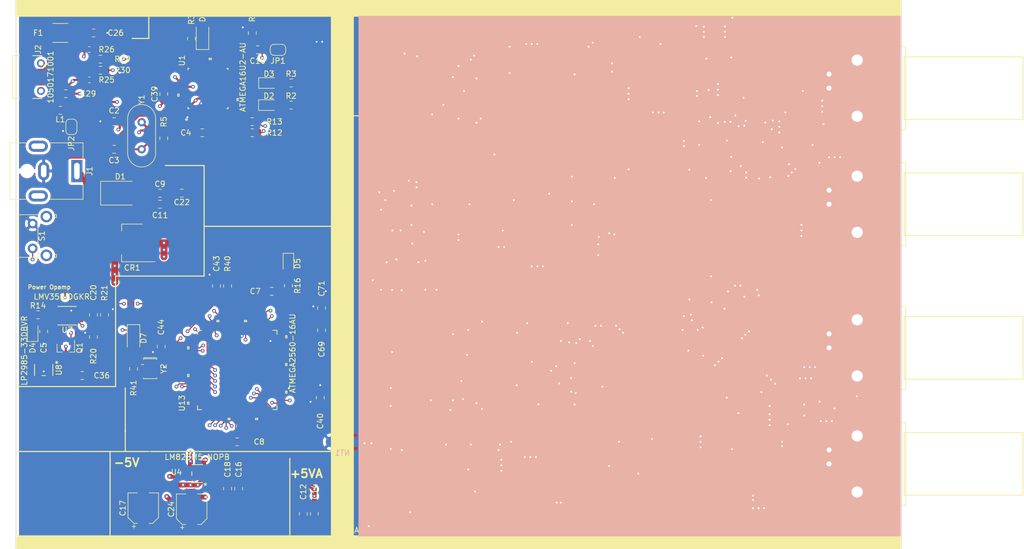
<source format=kicad_pcb>
(kicad_pcb (version 20171130) (host pcbnew 5.0.2-5.fc29)
  (title_block (title "Impedance 777") (rev 1) (company "Andrew Allison"))
  (layers (0 F.Cu signal) (1 In1.Cu signal) (2 In2.Cu signal) (31 B.Cu signal) (35 F.Paste user) (37 F.SilkS user hide) (39 F.Mask user hide) (44 Edge.Cuts user hide))
  (net 0 "")
  (net 1 XTAL-EN)
  (net 2 GNDA)
  (net 3 MCLK)
  (net 4 +5VA)
  (net 5 "Net-(C2-Pad1)")
  (net 6 "Net-(C3-Pad1)")
  (net 7 +5V)
  (net 8 "Net-(C11-Pad1)")
  (net 9 RESET)
  (net 10 "Net-(C10-Pad1)")
  (net 11 -5V)
  (net 12 "Net-(C20-Pad1)")
  (net 13 "Net-(C24-Pad1)")
  (net 14 "Net-(C24-Pad2)")
  (net 15 2V048)
  (net 16 "Net-(C26-Pad2)")
  (net 17 VUCAP)
  (net 18 UGND)
  (net 19 +3V3)
  (net 20 "Net-(C38-Pad1)")
  (net 21 VOUT)
  (net 22 "Net-(C46-Pad1)")
  (net 23 "Net-(C52-Pad2)")
  (net 24 "Net-(C52-Pad1)")
  (net 25 "Net-(C55-Pad2)")
  (net 26 "Net-(C69-Pad1)")
  (net 27 ZCAL6)
  (net 28 "Net-(C75-Pad1)")
  (net 29 "Net-(C79-Pad1)")
  (net 30 ZCAL7)
  (net 31 ZCAL8)
  (net 32 "Net-(C81-Pad1)")
  (net 33 "Net-(D1-Pad1)")
  (net 34 "Net-(D2-Pad1)")
  (net 35 "Net-(D2-Pad2)")
  (net 36 "Net-(D3-Pad2)")
  (net 37 "Net-(D3-Pad1)")
  (net 38 "Net-(D4-Pad2)")
  (net 39 "Net-(D5-Pad2)")
  (net 40 "Net-(D6-Pad1)")
  (net 41 "Net-(F1-Pad2)")
  (net 42 SHEILD1)
  (net 43 ELECTRODE1)
  (net 44 SHEILD2)
  (net 45 ELECTRODE2)
  (net 46 SHEILD3)
  (net 47 ELECTRODE3)
  (net 48 SHEILD4)
  (net 49 ELECTRODE4)
  (net 50 "Net-(JP3-Pad1)")
  (net 51 "Net-(JP3-Pad2)")
  (net 52 "Net-(JP4-Pad1)")
  (net 53 2V048-DRIVE)
  (net 54 "Net-(JP5-Pad2)")
  (net 55 "Net-(JP5-Pad1)")
  (net 56 "Net-(Q1-Pad1)")
  (net 57 "Net-(R1-Pad1)")
  (net 58 RFB)
  (net 59 "Net-(R4-Pad1)")
  (net 60 "Net-(R6-Pad1)")
  (net 61 "Net-(R7-Pad1)")
  (net 62 SCL)
  (net 63 SDA)
  (net 64 "Net-(R11-Pad1)")
  (net 65 "Net-(R12-Pad2)")
  (net 66 PE1)
  (net 67 "Net-(R13-Pad1)")
  (net 68 PE0)
  (net 69 "Net-(R14-Pad2)")
  (net 70 "Net-(R15-Pad1)")
  (net 71 "Net-(R17-Pad1)")
  (net 72 "Net-(R19-Pad1)")
  (net 73 IN_AMP_A0)
  (net 74 IN_AMP_EN)
  (net 75 IN_AMP_A1)
  (net 76 IN_AMP_D)
  (net 77 IN_AMP_A2)
  (net 78 RD-)
  (net 79 RD+)
  (net 80 PD-AD8130)
  (net 81 "Net-(R36-Pad2)")
  (net 82 "Net-(R41-Pad1)")
  (net 83 "Net-(R41-Pad2)")
  (net 84 RG)
  (net 85 "Net-(R44-Pad1)")
  (net 86 "Net-(R46-Pad1)")
  (net 87 SIGNAL)
  (net 88 "Net-(R47-Pad2)")
  (net 89 "Net-(R50-Pad1)")
  (net 90 "Net-(R52-Pad1)")
  (net 91 "Net-(R53-Pad1)")
  (net 92 "Net-(R54-Pad1)")
  (net 93 "Net-(R55-Pad1)")
  (net 94 "Net-(R56-Pad1)")
  (net 95 RFB_MUX_IN)
  (net 96 "Net-(R57-Pad2)")
  (net 97 RG_A0)
  (net 98 RG_EN)
  (net 99 RG_A1)
  (net 100 RG_D)
  (net 101 RG_A2)
  (net 102 CAL_IN)
  (net 103 "Net-(R64-Pad1)")
  (net 104 ZCAL5)
  (net 105 "Net-(R65-Pad1)")
  (net 106 ZCAL4)
  (net 107 "Net-(R67-Pad1)")
  (net 108 "Net-(R68-Pad1)")
  (net 109 "Net-(R69-Pad1)")
  (net 110 ZCAL3)
  (net 111 ZCAL2)
  (net 112 "Net-(R71-Pad1)")
  (net 113 "Net-(R72-Pad1)")
  (net 114 ZCAL1)
  (net 115 "Net-(R73-Pad1)")
  (net 116 CAL_EN)
  (net 117 RESIS_A0)
  (net 118 RESIS_EN)
  (net 119 RESIS_A1)
  (net 120 RESIS_D)
  (net 121 RESIS_A2)
  (net 122 PB7)
  (net 123 IN_AMP_REF)
  (net 124 RG_MUX)
  (net 125 IN_AMP_INVERTING)
  (net 126 IN_AMP_NONINVERTING)
  (net 127 RESIS_MUX)
  (net 128 RESIS_MUX_OUT)
  (net 129 GNDD)
  (net 130 "Net-(J3-Pad2)")
  (net 131 "Net-(J3-Pad1)")
  (net 132 "Net-(J4-Pad2)")
  (net 133 "Net-(J4-Pad1)")
  (net 134 "Net-(J5-Pad2)")
  (net 135 "Net-(J5-Pad1)")
  (net 136 "Net-(J6-Pad2)")
  (net 137 "Net-(J6-Pad1)")
  (net 138 jackD+)
  (net 139 jackD-)
  (net 140 "Net-(J2-Pad4)")
  (net 141 "Net-(U1-Pad5)")
  (net 142 "Net-(U1-Pad6)")
  (net 143 "Net-(U1-Pad7)")
  (net 144 "Net-(U1-Pad12)")
  (net 145 "Net-(U1-Pad14)")
  (net 146 "Net-(U1-Pad15)")
  (net 147 "Net-(U1-Pad16)")
  (net 148 "Net-(U1-Pad17)")
  (net 149 "Net-(U1-Pad18)")
  (net 150 "Net-(U1-Pad19)")
  (net 151 "Net-(U1-Pad20)")
  (net 152 "Net-(U1-Pad21)")
  (net 153 "Net-(U1-Pad22)")
  (net 154 "Net-(U1-Pad23)")
  (net 155 "Net-(U1-Pad25)")
  (net 156 "Net-(U1-Pad26)")
  (net 157 "Net-(U2-Pad1)")
  (net 158 "Net-(U2-Pad3)")
  (net 159 "Net-(U2-Pad5)")
  (net 160 "Net-(U2-Pad7)")
  (net 161 "Net-(U2-Pad8)")
  (net 162 "Net-(U3-Pad1)")
  (net 163 "Net-(U3-Pad3)")
  (net 164 "Net-(U3-Pad5)")
  (net 165 "Net-(U3-Pad7)")
  (net 166 "Net-(U3-Pad8)")
  (net 167 IN_AMP_MUX)
  (net 168 "Net-(U6-Pad1)")
  (net 169 "Net-(U6-Pad2)")
  (net 170 "Net-(U6-Pad3)")
  (net 171 "Net-(U6-Pad7)")
  (net 172 "Net-(U8-Pad4)")
  (net 173 "Net-(U9-Pad8)")
  (net 174 "Net-(U9-Pad5)")
  (net 175 "Net-(U9-Pad1)")
  (net 176 "Net-(U13-Pad1)")
  (net 177 "Net-(U13-Pad4)")
  (net 178 "Net-(U13-Pad5)")
  (net 179 "Net-(U13-Pad6)")
  (net 180 "Net-(U13-Pad7)")
  (net 181 "Net-(U13-Pad8)")
  (net 182 "Net-(U13-Pad9)")
  (net 183 "Net-(U13-Pad12)")
  (net 184 "Net-(U13-Pad13)")
  (net 185 "Net-(U13-Pad14)")
  (net 186 "Net-(U13-Pad15)")
  (net 187 "Net-(U13-Pad16)")
  (net 188 "Net-(U13-Pad17)")
  (net 189 "Net-(U13-Pad18)")
  (net 190 "Net-(U13-Pad19)")
  (net 191 "Net-(U13-Pad23)")
  (net 192 "Net-(U13-Pad24)")
  (net 193 "Net-(U13-Pad25)")
  (net 194 "Net-(U13-Pad27)")
  (net 195 "Net-(U13-Pad28)")
  (net 196 "Net-(U13-Pad29)")
  (net 197 "Net-(U13-Pad36)")
  (net 198 "Net-(U13-Pad42)")
  (net 199 "Net-(U13-Pad45)")
  (net 200 "Net-(U13-Pad46)")
  (net 201 "Net-(U13-Pad47)")
  (net 202 "Net-(U13-Pad48)")
  (net 203 "Net-(U13-Pad49)")
  (net 204 "Net-(U13-Pad50)")
  (net 205 "Net-(U13-Pad51)")
  (net 206 "Net-(U13-Pad52)")
  (net 207 "Net-(U13-Pad53)")
  (net 208 "Net-(U13-Pad54)")
  (net 209 "Net-(U13-Pad55)")
  (net 210 "Net-(U13-Pad63)")
  (net 211 "Net-(U13-Pad64)")
  (net 212 "Net-(U13-Pad65)")
  (net 213 "Net-(U13-Pad66)")
  (net 214 "Net-(U13-Pad67)")
  (net 215 "Net-(U13-Pad68)")
  (net 216 "Net-(U13-Pad69)")
  (net 217 "Net-(U13-Pad70)")
  (net 218 "Net-(U13-Pad71)")
  (net 219 "Net-(U13-Pad72)")
  (net 220 "Net-(U13-Pad73)")
  (net 221 "Net-(U13-Pad79)")
  (net 222 "Net-(U13-Pad82)")
  (net 223 "Net-(U13-Pad83)")
  (net 224 "Net-(U13-Pad84)")
  (net 225 "Net-(U13-Pad85)")
  (net 226 "Net-(U13-Pad86)")
  (net 227 "Net-(U13-Pad87)")
  (net 228 "Net-(U13-Pad88)")
  (net 229 "Net-(U13-Pad89)")
  (net 230 "Net-(U13-Pad90)")
  (net 231 "Net-(U13-Pad91)")
  (net 232 "Net-(U13-Pad92)")
  (net 233 "Net-(U13-Pad93)")
  (net 234 "Net-(U13-Pad94)")
  (net 235 "Net-(U13-Pad95)")
  (net 236 "Net-(U13-Pad96)")
  (net 237 "Net-(U13-Pad97)")
  (net 238 "Net-(U14-Pad1)")
  (net 239 "Net-(U14-Pad5)")
  (net 240 "Net-(U14-Pad8)")
  (net 241 "Net-(U20-Pad9)")
  (net 242 "Net-(U20-Pad12)")
  (net 243 "Net-(U21-Pad12)")
  (net 244 "Net-(U21-Pad9)")
  (module Capacitor_SMD:C_0805_2012Metric_Pad1.15x1.40mm_HandSolder (layer F.Cu) (at 92.975 92 180)
    (fp_text reference C22 (at 0 -1.65 180) (layer F.SilkS))
    (fp_text value 47u)
    (pad 2 smd roundrect (at 1.025 0 180) (size 1.15 1.4) (layers F.Cu F.Paste F.Mask) (roundrect_rratio 0.217391) (net 129 GNDD))
    (pad 1 smd roundrect (at -1.025 0 180) (size 1.15 1.4) (layers F.Cu F.Paste F.Mask) (roundrect_rratio 0.217391) (net 7 +5V))
  )
  (module ul_ATMEGA256016AU:ATMEGA2560-16AU (layer F.Cu) (at 103 124 270)
    (fp_text reference U13 (at 6 10 270) (layer F.SilkS))
    (fp_text value ATMEGA2560-16AU (at -3 -10 270) (layer F.SilkS))
    (fp_text user * (at -9.113 -6.631 270) (layer F.SilkS))
    (pad 1 smd rect (at -7.747 -6.000001) (size 0.2394 1.461999) (layers F.Cu F.Paste F.Mask) (net 176 "Net-(U13-Pad1)"))
    (pad 2 smd rect (at -7.747 -5.499999) (size 0.2394 1.461999) (layers F.Cu F.Paste F.Mask) (net 68 PE0))
    (pad 3 smd rect (at -7.747 -5) (size 0.2394 1.461999) (layers F.Cu F.Paste F.Mask) (net 66 PE1))
    (pad 4 smd rect (at -7.747 -4.500001) (size 0.2394 1.461999) (layers F.Cu F.Paste F.Mask) (net 177 "Net-(U13-Pad4)"))
    (pad 5 smd rect (at -7.747 -4) (size 0.2394 1.461999) (layers F.Cu F.Paste F.Mask) (net 178 "Net-(U13-Pad5)"))
    (pad 6 smd rect (at -7.747 -3.500001) (size 0.2394 1.461999) (layers F.Cu F.Paste F.Mask) (net 179 "Net-(U13-Pad6)"))
    (pad 7 smd rect (at -7.747 -2.999999) (size 0.2394 1.461999) (layers F.Cu F.Paste F.Mask) (net 180 "Net-(U13-Pad7)"))
    (pad 8 smd rect (at -7.747 -2.5) (size 0.2394 1.461999) (layers F.Cu F.Paste F.Mask) (net 181 "Net-(U13-Pad8)"))
    (pad 9 smd rect (at -7.747 -2.000001) (size 0.2394 1.461999) (layers F.Cu F.Paste F.Mask) (net 182 "Net-(U13-Pad9)"))
    (pad 10 smd rect (at -7.747 -1.5) (size 0.2394 1.461999) (layers F.Cu F.Paste F.Mask) (net 7 +5V))
    (pad 11 smd rect (at -7.747 -1.000001) (size 0.2394 1.461999) (layers F.Cu F.Paste F.Mask) (net 129 GNDD))
    (pad 12 smd rect (at -7.747 -0.500002) (size 0.2394 1.461999) (layers F.Cu F.Paste F.Mask) (net 183 "Net-(U13-Pad12)"))
    (pad 13 smd rect (at -7.747 0) (size 0.2394 1.461999) (layers F.Cu F.Paste F.Mask) (net 184 "Net-(U13-Pad13)"))
    (pad 14 smd rect (at -7.747 0.499999) (size 0.2394 1.461999) (layers F.Cu F.Paste F.Mask) (net 185 "Net-(U13-Pad14)"))
    (pad 15 smd rect (at -7.747 1.000001) (size 0.2394 1.461999) (layers F.Cu F.Paste F.Mask) (net 186 "Net-(U13-Pad15)"))
    (pad 16 smd rect (at -7.747 1.5) (size 0.2394 1.461999) (layers F.Cu F.Paste F.Mask) (net 187 "Net-(U13-Pad16)"))
    (pad 17 smd rect (at -7.747 1.999999) (size 0.2394 1.461999) (layers F.Cu F.Paste F.Mask) (net 188 "Net-(U13-Pad17)"))
    (pad 18 smd rect (at -7.747 2.5) (size 0.2394 1.461999) (layers F.Cu F.Paste F.Mask) (net 189 "Net-(U13-Pad18)"))
    (pad 19 smd rect (at -7.747 2.999999) (size 0.2394 1.461999) (layers F.Cu F.Paste F.Mask) (net 190 "Net-(U13-Pad19)"))
    (pad 20 smd rect (at -7.747 3.500001) (size 0.2394 1.461999) (layers F.Cu F.Paste F.Mask) (net 80 PD-AD8130))
    (pad 21 smd rect (at -7.747 4) (size 0.2394 1.461999) (layers F.Cu F.Paste F.Mask) (net 102 CAL_IN))
    (pad 22 smd rect (at -7.747 4.499999) (size 0.2394 1.461999) (layers F.Cu F.Paste F.Mask) (net 116 CAL_EN))
    (pad 23 smd rect (at -7.747 5) (size 0.2394 1.461999) (layers F.Cu F.Paste F.Mask) (net 191 "Net-(U13-Pad23)"))
    (pad 24 smd rect (at -7.747 5.499999) (size 0.2394 1.461999) (layers F.Cu F.Paste F.Mask) (net 192 "Net-(U13-Pad24)"))
    (pad 25 smd rect (at -7.747 6.000001) (size 0.2394 1.461999) (layers F.Cu F.Paste F.Mask) (net 193 "Net-(U13-Pad25)"))
    (pad 26 smd rect (at -6.000001 7.747 270) (size 0.2394 1.461999) (layers F.Cu F.Paste F.Mask) (net 122 PB7))
    (pad 27 smd rect (at -5.499999 7.747 270) (size 0.2394 1.461999) (layers F.Cu F.Paste F.Mask) (net 194 "Net-(U13-Pad27)"))
    (pad 28 smd rect (at -5 7.747 270) (size 0.2394 1.461999) (layers F.Cu F.Paste F.Mask) (net 195 "Net-(U13-Pad28)"))
    (pad 29 smd rect (at -4.500001 7.747 270) (size 0.2394 1.461999) (layers F.Cu F.Paste F.Mask) (net 196 "Net-(U13-Pad29)"))
    (pad 30 smd rect (at -4 7.747 270) (size 0.2394 1.461999) (layers F.Cu F.Paste F.Mask) (net 9 RESET))
    (pad 31 smd rect (at -3.500001 7.747 270) (size 0.2394 1.461999) (layers F.Cu F.Paste F.Mask) (net 7 +5V))
    (pad 32 smd rect (at -2.999999 7.747 270) (size 0.2394 1.461999) (layers F.Cu F.Paste F.Mask) (net 129 GNDD))
    (pad 33 smd rect (at -2.5 7.747 270) (size 0.2394 1.461999) (layers F.Cu F.Paste F.Mask) (net 82 "Net-(R41-Pad1)"))
    (pad 34 smd rect (at -2.000001 7.747 270) (size 0.2394 1.461999) (layers F.Cu F.Paste F.Mask) (net 83 "Net-(R41-Pad2)"))
    (pad 35 smd rect (at -1.5 7.747 270) (size 0.2394 1.461999) (layers F.Cu F.Paste F.Mask) (net 1 XTAL-EN))
    (pad 36 smd rect (at -1.000001 7.747 270) (size 0.2394 1.461999) (layers F.Cu F.Paste F.Mask) (net 197 "Net-(U13-Pad36)"))
    (pad 37 smd rect (at -0.499999 7.747 270) (size 0.2394 1.461999) (layers F.Cu F.Paste F.Mask) (net 101 RG_A2))
    (pad 38 smd rect (at 0 7.747 270) (size 0.2394 1.461999) (layers F.Cu F.Paste F.Mask) (net 99 RG_A1))
    (pad 39 smd rect (at 0.499999 7.747 270) (size 0.2394 1.461999) (layers F.Cu F.Paste F.Mask) (net 97 RG_A0))
    (pad 40 smd rect (at 1.000001 7.747 270) (size 0.2394 1.461999) (layers F.Cu F.Paste F.Mask) (net 100 RG_D))
    (pad 41 smd rect (at 1.5 7.747 270) (size 0.2394 1.461999) (layers F.Cu F.Paste F.Mask) (net 98 RG_EN))
    (pad 42 smd rect (at 2.000001 7.747 270) (size 0.2394 1.461999) (layers F.Cu F.Paste F.Mask) (net 198 "Net-(U13-Pad42)"))
    (pad 43 smd rect (at 2.5 7.747 270) (size 0.2394 1.461999) (layers F.Cu F.Paste F.Mask) (net 62 SCL))
    (pad 44 smd rect (at 2.999999 7.747 270) (size 0.2394 1.461999) (layers F.Cu F.Paste F.Mask) (net 63 SDA))
    (pad 45 smd rect (at 3.500001 7.747 270) (size 0.2394 1.461999) (layers F.Cu F.Paste F.Mask) (net 199 "Net-(U13-Pad45)"))
    (pad 46 smd rect (at 4 7.747 270) (size 0.2394 1.461999) (layers F.Cu F.Paste F.Mask) (net 200 "Net-(U13-Pad46)"))
    (pad 47 smd rect (at 4.500001 7.747 270) (size 0.2394 1.461999) (layers F.Cu F.Paste F.Mask) (net 201 "Net-(U13-Pad47)"))
    (pad 48 smd rect (at 5 7.747 270) (size 0.2394 1.461999) (layers F.Cu F.Paste F.Mask) (net 202 "Net-(U13-Pad48)"))
    (pad 49 smd rect (at 5.499999 7.747 270) (size 0.2394 1.461999) (layers F.Cu F.Paste F.Mask) (net 203 "Net-(U13-Pad49)"))
    (pad 50 smd rect (at 6.000001 7.747 270) (size 0.2394 1.461999) (layers F.Cu F.Paste F.Mask) (net 204 "Net-(U13-Pad50)"))
    (pad 51 smd rect (at 7.747 6.000001) (size 0.2394 1.461999) (layers F.Cu F.Paste F.Mask) (net 205 "Net-(U13-Pad51)"))
    (pad 52 smd rect (at 7.747 5.499999) (size 0.2394 1.461999) (layers F.Cu F.Paste F.Mask) (net 206 "Net-(U13-Pad52)"))
    (pad 53 smd rect (at 7.747 5) (size 0.2394 1.461999) (layers F.Cu F.Paste F.Mask) (net 207 "Net-(U13-Pad53)"))
    (pad 54 smd rect (at 7.747 4.500001) (size 0.2394 1.461999) (layers F.Cu F.Paste F.Mask) (net 208 "Net-(U13-Pad54)"))
    (pad 55 smd rect (at 7.747 4) (size 0.2394 1.461999) (layers F.Cu F.Paste F.Mask) (net 209 "Net-(U13-Pad55)"))
    (pad 56 smd rect (at 7.747 3.500001) (size 0.2394 1.461999) (layers F.Cu F.Paste F.Mask) (net 121 RESIS_A2))
    (pad 57 smd rect (at 7.747 2.999999) (size 0.2394 1.461999) (layers F.Cu F.Paste F.Mask) (net 119 RESIS_A1))
    (pad 58 smd rect (at 7.747 2.5) (size 0.2394 1.461999) (layers F.Cu F.Paste F.Mask) (net 117 RESIS_A0))
    (pad 59 smd rect (at 7.747 2.000001) (size 0.2394 1.461999) (layers F.Cu F.Paste F.Mask) (net 120 RESIS_D))
    (pad 60 smd rect (at 7.747 1.5) (size 0.2394 1.461999) (layers F.Cu F.Paste F.Mask) (net 118 RESIS_EN))
    (pad 61 smd rect (at 7.747 1.000001) (size 0.2394 1.461999) (layers F.Cu F.Paste F.Mask) (net 7 +5V))
    (pad 62 smd rect (at 7.747 0.499999) (size 0.2394 1.461999) (layers F.Cu F.Paste F.Mask) (net 129 GNDD))
    (pad 63 smd rect (at 7.747 0) (size 0.2394 1.461999) (layers F.Cu F.Paste F.Mask) (net 210 "Net-(U13-Pad63)"))
    (pad 64 smd rect (at 7.747 -0.499999) (size 0.2394 1.461999) (layers F.Cu F.Paste F.Mask) (net 211 "Net-(U13-Pad64)"))
    (pad 65 smd rect (at 7.747 -1.000001) (size 0.2394 1.461999) (layers F.Cu F.Paste F.Mask) (net 212 "Net-(U13-Pad65)"))
    (pad 66 smd rect (at 7.747 -1.5) (size 0.2394 1.461999) (layers F.Cu F.Paste F.Mask) (net 213 "Net-(U13-Pad66)"))
    (pad 67 smd rect (at 7.747 -2.000001) (size 0.2394 1.461999) (layers F.Cu F.Paste F.Mask) (net 214 "Net-(U13-Pad67)"))
    (pad 68 smd rect (at 7.747 -2.5) (size 0.2394 1.461999) (layers F.Cu F.Paste F.Mask) (net 215 "Net-(U13-Pad68)"))
    (pad 69 smd rect (at 7.747 -2.999999) (size 0.2394 1.461999) (layers F.Cu F.Paste F.Mask) (net 216 "Net-(U13-Pad69)"))
    (pad 70 smd rect (at 7.747 -3.500001) (size 0.2394 1.461999) (layers F.Cu F.Paste F.Mask) (net 217 "Net-(U13-Pad70)"))
    (pad 71 smd rect (at 7.747 -4) (size 0.2394 1.461999) (layers F.Cu F.Paste F.Mask) (net 218 "Net-(U13-Pad71)"))
    (pad 72 smd rect (at 7.747 -4.500001) (size 0.2394 1.461999) (layers F.Cu F.Paste F.Mask) (net 219 "Net-(U13-Pad72)"))
    (pad 73 smd rect (at 7.747 -5) (size 0.2394 1.461999) (layers F.Cu F.Paste F.Mask) (net 220 "Net-(U13-Pad73)"))
    (pad 74 smd rect (at 7.747 -5.499999) (size 0.2394 1.461999) (layers F.Cu F.Paste F.Mask) (net 77 IN_AMP_A2))
    (pad 75 smd rect (at 7.747 -6.000001) (size 0.2394 1.461999) (layers F.Cu F.Paste F.Mask) (net 75 IN_AMP_A1))
    (pad 76 smd rect (at 6.000001 -7.747 270) (size 0.2394 1.461999) (layers F.Cu F.Paste F.Mask) (net 73 IN_AMP_A0))
    (pad 77 smd rect (at 5.499999 -7.747 270) (size 0.2394 1.461999) (layers F.Cu F.Paste F.Mask) (net 76 IN_AMP_D))
    (pad 78 smd rect (at 5 -7.747 270) (size 0.2394 1.461999) (layers F.Cu F.Paste F.Mask) (net 74 IN_AMP_EN))
    (pad 79 smd rect (at 4.500001 -7.747 270) (size 0.2394 1.461999) (layers F.Cu F.Paste F.Mask) (net 221 "Net-(U13-Pad79)"))
    (pad 80 smd rect (at 4 -7.747 270) (size 0.2394 1.461999) (layers F.Cu F.Paste F.Mask) (net 7 +5V))
    (pad 81 smd rect (at 3.500001 -7.747 270) (size 0.2394 1.461999) (layers F.Cu F.Paste F.Mask) (net 129 GNDD))
    (pad 82 smd rect (at 2.999999 -7.747 270) (size 0.2394 1.461999) (layers F.Cu F.Paste F.Mask) (net 222 "Net-(U13-Pad82)"))
    (pad 83 smd rect (at 2.5 -7.747 270) (size 0.2394 1.461999) (layers F.Cu F.Paste F.Mask) (net 223 "Net-(U13-Pad83)"))
    (pad 84 smd rect (at 2.000001 -7.747 270) (size 0.2394 1.461999) (layers F.Cu F.Paste F.Mask) (net 224 "Net-(U13-Pad84)"))
    (pad 85 smd rect (at 1.5 -7.747 270) (size 0.2394 1.461999) (layers F.Cu F.Paste F.Mask) (net 225 "Net-(U13-Pad85)"))
    (pad 86 smd rect (at 1.000001 -7.747 270) (size 0.2394 1.461999) (layers F.Cu F.Paste F.Mask) (net 226 "Net-(U13-Pad86)"))
    (pad 87 smd rect (at 0.499999 -7.747 270) (size 0.2394 1.461999) (layers F.Cu F.Paste F.Mask) (net 227 "Net-(U13-Pad87)"))
    (pad 88 smd rect (at 0 -7.747 270) (size 0.2394 1.461999) (layers F.Cu F.Paste F.Mask) (net 228 "Net-(U13-Pad88)"))
    (pad 89 smd rect (at -0.499999 -7.747 270) (size 0.2394 1.461999) (layers F.Cu F.Paste F.Mask) (net 229 "Net-(U13-Pad89)"))
    (pad 90 smd rect (at -1.000001 -7.747 270) (size 0.2394 1.461999) (layers F.Cu F.Paste F.Mask) (net 230 "Net-(U13-Pad90)"))
    (pad 91 smd rect (at -1.5 -7.747 270) (size 0.2394 1.461999) (layers F.Cu F.Paste F.Mask) (net 231 "Net-(U13-Pad91)"))
    (pad 92 smd rect (at -2.000001 -7.747 270) (size 0.2394 1.461999) (layers F.Cu F.Paste F.Mask) (net 232 "Net-(U13-Pad92)"))
    (pad 93 smd rect (at -2.5 -7.747 270) (size 0.2394 1.461999) (layers F.Cu F.Paste F.Mask) (net 233 "Net-(U13-Pad93)"))
    (pad 94 smd rect (at -2.999999 -7.747 270) (size 0.2394 1.461999) (layers F.Cu F.Paste F.Mask) (net 234 "Net-(U13-Pad94)"))
    (pad 95 smd rect (at -3.500001 -7.747 270) (size 0.2394 1.461999) (layers F.Cu F.Paste F.Mask) (net 235 "Net-(U13-Pad95)"))
    (pad 96 smd rect (at -4 -7.747 270) (size 0.2394 1.461999) (layers F.Cu F.Paste F.Mask) (net 236 "Net-(U13-Pad96)"))
    (pad 97 smd rect (at -4.500001 -7.747 270) (size 0.2394 1.461999) (layers F.Cu F.Paste F.Mask) (net 237 "Net-(U13-Pad97)"))
    (pad 98 smd rect (at -5 -7.747 270) (size 0.2394 1.461999) (layers F.Cu F.Paste F.Mask) (net 26 "Net-(C69-Pad1)"))
    (pad 99 smd rect (at -5.499999 -7.747 270) (size 0.2394 1.461999) (layers F.Cu F.Paste F.Mask) (net 129 GNDD))
    (pad 100 smd rect (at -6.000001 -7.747 270) (size 0.2394 1.461999) (layers F.Cu F.Paste F.Mask) (net 7 +5V))
  )
  (module ul_ADG1608BRUZ:ADG1608BRUZ (layer F.Cu) (at 133.98168 94.808481)
    (fp_text reference U5 (at 0.51832 3.691519) (layer F.SilkS))
    (fp_text value ADG1608BRUZ (at 3.26832 -3.808481) (layer F.SilkS))
    (fp_text user * (at -3.0734 -3.7828) (layer F.SilkS))
    (pad 1 smd rect (at -2.8194 -2.274999) (size 1.461999 0.3648) (layers F.Cu F.Paste F.Mask) (net 73 IN_AMP_A0))
    (pad 2 smd rect (at -2.8194 -1.625001) (size 1.461999 0.3648) (layers F.Cu F.Paste F.Mask) (net 74 IN_AMP_EN))
    (pad 3 smd rect (at -2.8194 -0.974999) (size 1.461999 0.3648) (layers F.Cu F.Paste F.Mask) (net 167 IN_AMP_MUX))
    (pad 4 smd rect (at -2.8194 -0.325001) (size 1.461999 0.3648) (layers F.Cu F.Paste F.Mask) (net 72 "Net-(R19-Pad1)"))
    (pad 5 smd rect (at -2.8194 0.324998) (size 1.461999 0.3648) (layers F.Cu F.Paste F.Mask) (net 71 "Net-(R17-Pad1)"))
    (pad 6 smd rect (at -2.8194 0.974999) (size 1.461999 0.3648) (layers F.Cu F.Paste F.Mask) (net 70 "Net-(R15-Pad1)"))
    (pad 7 smd rect (at -2.8194 1.624998) (size 1.461999 0.3648) (layers F.Cu F.Paste F.Mask) (net 64 "Net-(R11-Pad1)"))
    (pad 8 smd rect (at -2.8194 2.274999) (size 1.461999 0.3648) (layers F.Cu F.Paste F.Mask) (net 76 IN_AMP_D))
    (pad 9 smd rect (at 2.8194 2.274999) (size 1.461999 0.3648) (layers F.Cu F.Paste F.Mask) (net 57 "Net-(R1-Pad1)"))
    (pad 10 smd rect (at 2.8194 1.625001) (size 1.461999 0.3648) (layers F.Cu F.Paste F.Mask) (net 59 "Net-(R4-Pad1)"))
    (pad 11 smd rect (at 2.8194 0.974999) (size 1.461999 0.3648) (layers F.Cu F.Paste F.Mask) (net 60 "Net-(R6-Pad1)"))
    (pad 12 smd rect (at 2.8194 0.325001) (size 1.461999 0.3648) (layers F.Cu F.Paste F.Mask) (net 61 "Net-(R7-Pad1)"))
    (pad 13 smd rect (at 2.8194 -0.324998) (size 1.461999 0.3648) (layers F.Cu F.Paste F.Mask) (net 4 +5VA))
    (pad 14 smd rect (at 2.8194 -0.974999) (size 1.461999 0.3648) (layers F.Cu F.Paste F.Mask) (net 2 GNDA))
    (pad 15 smd rect (at 2.8194 -1.624998) (size 1.461999 0.3648) (layers F.Cu F.Paste F.Mask) (net 77 IN_AMP_A2))
    (pad 16 smd rect (at 2.8194 -2.274999) (size 1.461999 0.3648) (layers F.Cu F.Paste F.Mask) (net 75 IN_AMP_A1))
  )
  (module ul_1050171001:1050171001 (layer F.Cu) (at 65 71 270)
    (fp_text reference J2 (at -5 -2 270) (layer F.SilkS))
    (fp_text value 1050171001 (at -0.001573 -4.25 270) (layer F.SilkS))
    (fp_text user * (at -2 -3.5 270) (layer F.SilkS))
    (pad 13 smd rect (at 2.897526 0.196217 270) (size 1.200506 1.905) (layers F.Cu F.Paste F.Mask) (net 129 GNDD))
    (pad 12 smd rect (at -2.901574 0.196217 270) (size 1.200506 1.905) (layers F.Cu F.Paste F.Mask) (net 129 GNDD))
    (pad 10 smd oval (at -3.501573 0.196217 270) (size 1.1938 1.905) (layers F.Cu F.Paste F.Mask) (net 129 GNDD))
    (pad 11 smd oval (at 3.498426 0.196217 270) (size 1.1938 1.905) (layers F.Cu F.Paste F.Mask) (net 129 GNDD))
    (pad 9 smd rect (at 0.998427 0.196217 270) (size 1.4986 1.905) (layers F.Cu F.Paste F.Mask))
    (pad 8 smd rect (at -1.001573 0.196217 270) (size 1.4986 1.905) (layers F.Cu F.Paste F.Mask))
    (pad 7 thru_hole circle (at 2.498427 -2.503782) (size 1.4478 1.4478) (drill 0.8636) (layers *.Cu *.Mask))
    (pad 6 thru_hole circle (at -2.501574 -2.503782) (size 1.4478 1.4478) (drill 0.8636) (layers *.Cu *.Mask))
    (pad 5 smd rect (at 1.298427 -2.503782 270) (size 0.4064 1.3462) (layers F.Cu F.Paste F.Mask) (net 18 UGND))
    (pad 4 smd rect (at 0.648425 -2.503782 270) (size 0.4064 1.3462) (layers F.Cu F.Paste F.Mask) (net 140 "Net-(J2-Pad4)"))
    (pad 3 smd rect (at -0.001573 -2.503782 270) (size 0.4064 1.3462) (layers F.Cu F.Paste F.Mask) (net 138 jackD+))
    (pad 2 smd rect (at -0.651572 -2.503782 270) (size 0.4064 1.3462) (layers F.Cu F.Paste F.Mask) (net 139 jackD-))
    (pad 1 smd rect (at -1.301573 -2.503782 270) (size 0.4064 1.3462) (layers F.Cu F.Paste F.Mask) (net 41 "Net-(F1-Pad2)"))
  )
  (module ul_ADG774BRZ:ADG774BRZ (layer F.Cu) (at 188 68 270)
    (fp_text reference U17 (at 0 -6 270) (layer F.SilkS))
    (fp_text value ADG774BRZ (at 0 6 270) (layer F.SilkS))
    (fp_text user * (at -2.6162 -6.1468 270) (layer F.SilkS))
    (pad 1 smd rect (at -2.3622 -4.445 270) (size 2.1844 0.5588) (layers F.Cu F.Paste F.Mask) (net 102 CAL_IN))
    (pad 2 smd rect (at -2.3622 -3.175 270) (size 2.1844 0.5588) (layers F.Cu F.Paste F.Mask) (net 43 ELECTRODE1))
    (pad 3 smd rect (at -2.3622 -1.905 270) (size 2.1844 0.5588) (layers F.Cu F.Paste F.Mask) (net 127 RESIS_MUX))
    (pad 4 smd rect (at -2.3622 -0.635 270) (size 2.1844 0.5588) (layers F.Cu F.Paste F.Mask) (net 87 SIGNAL))
    (pad 5 smd rect (at -2.3622 0.635 270) (size 2.1844 0.5588) (layers F.Cu F.Paste F.Mask) (net 45 ELECTRODE2))
    (pad 6 smd rect (at -2.3622 1.905 270) (size 2.1844 0.5588) (layers F.Cu F.Paste F.Mask) (net 127 RESIS_MUX))
    (pad 7 smd rect (at -2.3622 3.175 270) (size 2.1844 0.5588) (layers F.Cu F.Paste F.Mask) (net 125 IN_AMP_INVERTING))
    (pad 8 smd rect (at -2.3622 4.445 270) (size 2.1844 0.5588) (layers F.Cu F.Paste F.Mask) (net 2 GNDA))
    (pad 9 smd rect (at 2.3622 4.445 270) (size 2.1844 0.5588) (layers F.Cu F.Paste F.Mask) (net 53 2V048-DRIVE))
    (pad 10 smd rect (at 2.3622 3.175 270) (size 2.1844 0.5588) (layers F.Cu F.Paste F.Mask) (net 128 RESIS_MUX_OUT))
    (pad 11 smd rect (at 2.3622 1.905 270) (size 2.1844 0.5588) (layers F.Cu F.Paste F.Mask) (net 47 ELECTRODE3))
    (pad 12 smd rect (at 2.3622 0.635 270) (size 2.1844 0.5588) (layers F.Cu F.Paste F.Mask) (net 126 IN_AMP_NONINVERTING))
    (pad 13 smd rect (at 2.3622 -0.635 270) (size 2.1844 0.5588) (layers F.Cu F.Paste F.Mask) (net 128 RESIS_MUX_OUT))
    (pad 14 smd rect (at 2.3622 -1.905 270) (size 2.1844 0.5588) (layers F.Cu F.Paste F.Mask) (net 49 ELECTRODE4))
    (pad 15 smd rect (at 2.3622 -3.175 270) (size 2.1844 0.5588) (layers F.Cu F.Paste F.Mask) (net 116 CAL_EN))
    (pad 16 smd rect (at 2.3622 -4.445 270) (size 2.1844 0.5588) (layers F.Cu F.Paste F.Mask) (net 4 +5VA))
  )
  (module Oscillator:Oscillator_SMD_SeikoEpson_SG8002JA-4Pin_14.0x8.7mm (layer F.Cu) (at 133 69 180)
    (fp_text reference 16MHz1 (at 5 7 180) (layer F.SilkS))
    (fp_text value SG-615)
    (pad 4 smd rect (at -2.54 -4.4 180) (size 1.3 3) (layers F.Cu F.Paste F.Mask) (net 4 +5VA))
    (pad 3 smd rect (at 2.54 -4.4 180) (size 1.3 3) (layers F.Cu F.Paste F.Mask) (net 3 MCLK))
    (pad 2 smd rect (at 2.54 4.4 180) (size 1.3 3) (layers F.Cu F.Paste F.Mask) (net 129 GNDD))
    (pad 1 smd rect (at -2.54 4.4 180) (size 1.3 3) (layers F.Cu F.Paste F.Mask) (net 1 XTAL-EN))
  )
  (module Capacitor_SMD:C_0805_2012Metric_Pad1.15x1.40mm_HandSolder (layer F.Cu) (at 145.00668 96.808481 90)
    (fp_text reference C1 (at 3 -0.025 270) (layer F.SilkS))
    (fp_text value 0.1uF)
    (pad 2 smd roundrect (at 1.025 0 90) (size 1.15 1.4) (layers F.Cu F.Paste F.Mask) (roundrect_rratio 0.217391) (net 2 GNDA))
    (pad 1 smd roundrect (at -1.025 0 90) (size 1.15 1.4) (layers F.Cu F.Paste F.Mask) (roundrect_rratio 0.217391) (net 4 +5VA))
  )
  (module Capacitor_SMD:C_0805_2012Metric_Pad1.15x1.40mm_HandSolder (layer F.Cu) (at 80.737055 79.062108 180)
    (fp_text reference C2 (at 0 2 180) (layer F.SilkS))
    (fp_text value 20p)
    (pad 2 smd roundrect (at 1.025 0 180) (size 1.15 1.4) (layers F.Cu F.Paste F.Mask) (roundrect_rratio 0.217391) (net 129 GNDD))
    (pad 1 smd roundrect (at -1.025 0 180) (size 1.15 1.4) (layers F.Cu F.Paste F.Mask) (roundrect_rratio 0.217391) (net 5 "Net-(C2-Pad1)"))
  )
  (module Capacitor_SMD:C_0805_2012Metric_Pad1.15x1.40mm_HandSolder (layer F.Cu) (at 80.737055 84.062108 180)
    (fp_text reference C3 (at 0.025 -2 180) (layer F.SilkS))
    (fp_text value 20p)
    (pad 2 smd roundrect (at 1.025 0 180) (size 1.15 1.4) (layers F.Cu F.Paste F.Mask) (roundrect_rratio 0.217391) (net 129 GNDD))
    (pad 1 smd roundrect (at -1.025 0 180) (size 1.15 1.4) (layers F.Cu F.Paste F.Mask) (roundrect_rratio 0.217391) (net 6 "Net-(C3-Pad1)"))
  )
  (module Capacitor_SMD:C_0805_2012Metric_Pad1.15x1.40mm_HandSolder (layer F.Cu) (at 96.687055 81.062108 180)
    (fp_text reference C4 (at 2.975 0 180) (layer F.SilkS))
    (fp_text value 0.1uF)
    (pad 2 smd roundrect (at 1.025 0 180) (size 1.15 1.4) (layers F.Cu F.Paste F.Mask) (roundrect_rratio 0.217391) (net 129 GNDD))
    (pad 1 smd roundrect (at -1.025 0 180) (size 1.15 1.4) (layers F.Cu F.Paste F.Mask) (roundrect_rratio 0.217391) (net 7 +5V))
  )
  (module Capacitor_SMD:C_0805_2012Metric_Pad1.15x1.40mm_HandSolder (layer F.Cu) (at 68 117.025 270)
    (fp_text reference C5 (at 2.975 0 270) (layer F.SilkS))
    (fp_text value 0.1uF)
    (pad 2 smd roundrect (at 1.025 0 270) (size 1.15 1.4) (layers F.Cu F.Paste F.Mask) (roundrect_rratio 0.217391) (net 129 GNDD))
    (pad 1 smd roundrect (at -1.025 0 270) (size 1.15 1.4) (layers F.Cu F.Paste F.Mask) (roundrect_rratio 0.217391) (net 7 +5V))
  )
  (module Capacitor_SMD:C_0805_2012Metric_Pad1.15x1.40mm_HandSolder (layer F.Cu) (at 109.223136 109.768345 180)
    (fp_text reference C7 (at 2.973136 0.018345 180) (layer F.SilkS))
    (fp_text value 0.1uF)
    (pad 2 smd roundrect (at 1.025 0 180) (size 1.15 1.4) (layers F.Cu F.Paste F.Mask) (roundrect_rratio 0.217391) (net 129 GNDD))
    (pad 1 smd roundrect (at -1.025 0 180) (size 1.15 1.4) (layers F.Cu F.Paste F.Mask) (roundrect_rratio 0.217391) (net 7 +5V))
  )
  (module Capacitor_SMD:C_0805_2012Metric_Pad1.15x1.40mm_HandSolder (layer F.Cu) (at 102.975 137)
    (fp_text reference C8 (at 3.975 0) (layer F.SilkS))
    (fp_text value 0.1uF)
    (pad 2 smd roundrect (at 1.025 0) (size 1.15 1.4) (layers F.Cu F.Paste F.Mask) (roundrect_rratio 0.217391) (net 129 GNDD))
    (pad 1 smd roundrect (at -1.025 0) (size 1.15 1.4) (layers F.Cu F.Paste F.Mask) (roundrect_rratio 0.217391) (net 7 +5V))
  )
  (module Capacitor_SMD:C_0805_2012Metric_Pad1.15x1.40mm_HandSolder (layer F.Cu) (at 106.687055 66.062108)
    (fp_text reference C10 (at 0 2) (layer F.SilkS))
    (fp_text value 0.1uF)
    (pad 2 smd roundrect (at 1.025 0) (size 1.15 1.4) (layers F.Cu F.Paste F.Mask) (roundrect_rratio 0.217391) (net 9 RESET))
    (pad 1 smd roundrect (at -1.025 0) (size 1.15 1.4) (layers F.Cu F.Paste F.Mask) (roundrect_rratio 0.217391) (net 10 "Net-(C10-Pad1)"))
  )
  (module Capacitor_SMD:C_0805_2012Metric_Pad1.15x1.40mm_HandSolder (layer F.Cu) (at 89.025 94)
    (fp_text reference C11 (at 0.025 2) (layer F.SilkS))
    (fp_text value 0.1uF)
    (pad 2 smd roundrect (at 1.025 0) (size 1.15 1.4) (layers F.Cu F.Paste F.Mask) (roundrect_rratio 0.217391) (net 129 GNDD))
    (pad 1 smd roundrect (at -1.025 0) (size 1.15 1.4) (layers F.Cu F.Paste F.Mask) (roundrect_rratio 0.217391) (net 8 "Net-(C11-Pad1)"))
  )
  (module Capacitor_SMD:C_0805_2012Metric_Pad1.15x1.40mm_HandSolder (layer F.Cu) (at 114.93351 150.031932 90)
    (fp_text reference C12 (at 3.975 0 90) (layer F.SilkS))
    (fp_text value 0.1uF)
    (pad 2 smd roundrect (at 1.025 0 90) (size 1.15 1.4) (layers F.Cu F.Paste F.Mask) (roundrect_rratio 0.217391) (net 2 GNDA))
    (pad 1 smd roundrect (at -1.025 0 90) (size 1.15 1.4) (layers F.Cu F.Paste F.Mask) (roundrect_rratio 0.217391) (net 7 +5V))
  )
  (module Capacitor_SMD:C_0805_2012Metric_Pad1.15x1.40mm_HandSolder (layer F.Cu) (at 148 147 90)
    (fp_text reference C13 (at -4 0 90) (layer F.SilkS))
    (fp_text value 0.1uF)
    (pad 2 smd roundrect (at 1.025 0 90) (size 1.15 1.4) (layers F.Cu F.Paste F.Mask) (roundrect_rratio 0.217391) (net 2 GNDA))
    (pad 1 smd roundrect (at -1.025 0 90) (size 1.15 1.4) (layers F.Cu F.Paste F.Mask) (roundrect_rratio 0.217391) (net 7 +5V))
  )
  (module Capacitor_SMD:C_0805_2012Metric_Pad1.15x1.40mm_HandSolder (layer F.Cu) (at 103.25 145.475 90)
    (fp_text reference C16 (at 3.475 0 90) (layer F.SilkS))
    (fp_text value 0.1uF)
    (pad 2 smd roundrect (at 1.025 0 90) (size 1.15 1.4) (layers F.Cu F.Paste F.Mask) (roundrect_rratio 0.217391) (net 2 GNDA))
    (pad 1 smd roundrect (at -1.025 0 90) (size 1.15 1.4) (layers F.Cu F.Paste F.Mask) (roundrect_rratio 0.217391) (net 7 +5V))
  )
  (module Capacitor_SMD:C_0805_2012Metric_Pad1.15x1.40mm_HandSolder (layer F.Cu) (at 137.025 76)
    (fp_text reference C19 (at -4.025 0) (layer F.SilkS))
    (fp_text value 0.1uF)
    (pad 2 smd roundrect (at 1.025 0) (size 1.15 1.4) (layers F.Cu F.Paste F.Mask) (roundrect_rratio 0.217391) (net 129 GNDD))
    (pad 1 smd roundrect (at -1.025 0) (size 1.15 1.4) (layers F.Cu F.Paste F.Mask) (roundrect_rratio 0.217391) (net 4 +5VA))
  )
  (module Capacitor_SMD:C_0805_2012Metric_Pad1.15x1.40mm_HandSolder (layer F.Cu) (at 77 114.025 90)
    (fp_text reference C20 (at 4.025 0 90) (layer F.SilkS))
    (fp_text value 0.1uF)
    (pad 2 smd roundrect (at 1.025 0 90) (size 1.15 1.4) (layers F.Cu F.Paste F.Mask) (roundrect_rratio 0.217391) (net 129 GNDD))
    (pad 1 smd roundrect (at -1.025 0 90) (size 1.15 1.4) (layers F.Cu F.Paste F.Mask) (roundrect_rratio 0.217391) (net 12 "Net-(C20-Pad1)"))
  )
  (module Capacitor_SMD:C_0805_2012Metric_Pad1.15x1.40mm_HandSolder (layer F.Cu) (at 148.025 67 180)
    (fp_text reference C21 (at -3.975 0 180) (layer F.SilkS))
    (fp_text value 0.1uF)
    (pad 2 smd roundrect (at 1.025 0 180) (size 1.15 1.4) (layers F.Cu F.Paste F.Mask) (roundrect_rratio 0.217391) (net 2 GNDA))
    (pad 1 smd roundrect (at -1.025 0 180) (size 1.15 1.4) (layers F.Cu F.Paste F.Mask) (roundrect_rratio 0.217391) (net 4 +5VA))
  )
  (module Capacitor_SMD:C_0805_2012Metric_Pad1.15x1.40mm_HandSolder (layer F.Cu) (at 177 144 270)
    (fp_text reference C25 (at 4 0 270) (layer F.SilkS))
    (fp_text value 0.1uF)
    (pad 2 smd roundrect (at 1.025 0 270) (size 1.15 1.4) (layers F.Cu F.Paste F.Mask) (roundrect_rratio 0.217391) (net 2 GNDA))
    (pad 1 smd roundrect (at -1.025 0 270) (size 1.15 1.4) (layers F.Cu F.Paste F.Mask) (roundrect_rratio 0.217391) (net 15 2V048))
  )
  (module Capacitor_SMD:C_0805_2012Metric_Pad1.15x1.40mm_HandSolder (layer F.Cu) (at 77.025 63 180)
    (fp_text reference C26 (at -4 0 180) (layer F.SilkS))
    (fp_text value 0.1uF)
    (pad 2 smd roundrect (at 1.025 0 180) (size 1.15 1.4) (layers F.Cu F.Paste F.Mask) (roundrect_rratio 0.217391) (net 16 "Net-(C26-Pad2)"))
    (pad 1 smd roundrect (at -1.025 0 180) (size 1.15 1.4) (layers F.Cu F.Paste F.Mask) (roundrect_rratio 0.217391) (net 129 GNDD))
  )
  (module Capacitor_SMD:C_0805_2012Metric_Pad1.15x1.40mm_HandSolder (layer F.Cu) (at 179 138.975 90)
    (fp_text reference C28 (at 3.975 0 90) (layer F.SilkS))
    (fp_text value 0.1uF)
    (pad 2 smd roundrect (at 1.025 0 90) (size 1.15 1.4) (layers F.Cu F.Paste F.Mask) (roundrect_rratio 0.217391) (net 2 GNDA))
    (pad 1 smd roundrect (at -1.025 0 90) (size 1.15 1.4) (layers F.Cu F.Paste F.Mask) (roundrect_rratio 0.217391) (net 11 -5V))
  )
  (module Capacitor_SMD:C_0805_2012Metric_Pad1.15x1.40mm_HandSolder (layer F.Cu) (at 72 74)
    (fp_text reference C29 (at 4.025 0) (layer F.SilkS))
    (fp_text value 1uF)
    (pad 2 smd roundrect (at 1.025 0) (size 1.15 1.4) (layers F.Cu F.Paste F.Mask) (roundrect_rratio 0.217391) (net 17 VUCAP))
    (pad 1 smd roundrect (at -1.025 0) (size 1.15 1.4) (layers F.Cu F.Paste F.Mask) (roundrect_rratio 0.217391) (net 18 UGND))
  )
  (module Capacitor_SMD:C_0805_2012Metric_Pad1.15x1.40mm_HandSolder (layer F.Cu) (at 175.869128 65.937082 90)
    (fp_text reference C30 (at 3.975 0 90) (layer F.SilkS))
    (fp_text value 0.1uF)
    (pad 2 smd roundrect (at 1.025 0 90) (size 1.15 1.4) (layers F.Cu F.Paste F.Mask) (roundrect_rratio 0.217391) (net 2 GNDA))
    (pad 1 smd roundrect (at -1.025 0 90) (size 1.15 1.4) (layers F.Cu F.Paste F.Mask) (roundrect_rratio 0.217391) (net 11 -5V))
  )
  (module Capacitor_SMD:C_0805_2012Metric_Pad1.15x1.40mm_HandSolder (layer F.Cu) (at 191.342548 133.036628 180)
    (fp_text reference C33 (at 4 -0.025 180) (layer F.SilkS))
    (fp_text value 0.1uF)
    (pad 2 smd roundrect (at 1.025 0 180) (size 1.15 1.4) (layers F.Cu F.Paste F.Mask) (roundrect_rratio 0.217391) (net 2 GNDA))
    (pad 1 smd roundrect (at -1.025 0 180) (size 1.15 1.4) (layers F.Cu F.Paste F.Mask) (roundrect_rratio 0.217391) (net 11 -5V))
  )
  (module Capacitor_SMD:C_0805_2012Metric_Pad1.15x1.40mm_HandSolder (layer F.Cu) (at 147.775 136.25)
    (fp_text reference C35 (at 4 0) (layer F.SilkS))
    (fp_text value 0.1uF)
    (pad 2 smd roundrect (at 1.025 0) (size 1.15 1.4) (layers F.Cu F.Paste F.Mask) (roundrect_rratio 0.217391) (net 2 GNDA))
    (pad 1 smd roundrect (at -1.025 0) (size 1.15 1.4) (layers F.Cu F.Paste F.Mask) (roundrect_rratio 0.217391) (net 11 -5V))
  )
  (module Capacitor_SMD:C_0805_2012Metric_Pad1.15x1.40mm_HandSolder (layer F.Cu) (at 74.975 125)
    (fp_text reference C36 (at 3.525 0) (layer F.SilkS))
    (fp_text value 1uF)
    (pad 2 smd roundrect (at 1.025 0) (size 1.15 1.4) (layers F.Cu F.Paste F.Mask) (roundrect_rratio 0.217391) (net 129 GNDD))
    (pad 1 smd roundrect (at -1.025 0) (size 1.15 1.4) (layers F.Cu F.Paste F.Mask) (roundrect_rratio 0.217391) (net 19 +3V3))
  )
  (module Capacitor_SMD:C_0805_2012Metric_Pad1.15x1.40mm_HandSolder (layer F.Cu) (at 151 73 270)
    (fp_text reference C38 (at 4.025 0 270) (layer F.SilkS))
    (fp_text value 47nF)
    (pad 2 smd roundrect (at 1.025 0 270) (size 1.15 1.4) (layers F.Cu F.Paste F.Mask) (roundrect_rratio 0.217391) (net 21 VOUT))
    (pad 1 smd roundrect (at -1.025 0 270) (size 1.15 1.4) (layers F.Cu F.Paste F.Mask) (roundrect_rratio 0.217391) (net 20 "Net-(C38-Pad1)"))
  )
  (module Capacitor_SMD:C_0805_2012Metric_Pad1.15x1.40mm_HandSolder (layer F.Cu) (at 89.712055 74.062108 90)
    (fp_text reference C39 (at 0 -1.65 90) (layer F.SilkS))
    (fp_text value 0.1uF)
    (pad 2 smd roundrect (at 1.025 0 90) (size 1.15 1.4) (layers F.Cu F.Paste F.Mask) (roundrect_rratio 0.217391) (net 129 GNDD))
    (pad 1 smd roundrect (at -1.025 0 90) (size 1.15 1.4) (layers F.Cu F.Paste F.Mask) (roundrect_rratio 0.217391) (net 7 +5V))
  )
  (module Capacitor_SMD:C_0805_2012Metric_Pad1.15x1.40mm_HandSolder (layer F.Cu) (at 118 129 90)
    (fp_text reference C40 (at -4.256655 0 90) (layer F.SilkS))
    (fp_text value 0.1uF)
    (pad 2 smd roundrect (at 1.025 0 90) (size 1.15 1.4) (layers F.Cu F.Paste F.Mask) (roundrect_rratio 0.217391) (net 129 GNDD))
    (pad 1 smd roundrect (at -1.025 0 90) (size 1.15 1.4) (layers F.Cu F.Paste F.Mask) (roundrect_rratio 0.217391) (net 7 +5V))
  )
  (module Capacitor_SMD:C_0805_2012Metric_Pad1.15x1.40mm_HandSolder (layer F.Cu) (at 163 148.975 270)
    (fp_text reference C41 (at -3.975 0 270) (layer F.SilkS))
    (fp_text value 0.1uF)
    (pad 2 smd roundrect (at 1.025 0 270) (size 1.15 1.4) (layers F.Cu F.Paste F.Mask) (roundrect_rratio 0.217391) (net 2 GNDA))
    (pad 1 smd roundrect (at -1.025 0 270) (size 1.15 1.4) (layers F.Cu F.Paste F.Mask) (roundrect_rratio 0.217391) (net 4 +5VA))
  )
  (module Capacitor_SMD:C_0805_2012Metric_Pad1.15x1.40mm_HandSolder (layer F.Cu) (at 89.248136 119.768345 270)
    (fp_text reference C44 (at -3.518345 0.025 270) (layer F.SilkS))
    (fp_text value 0.1uF)
    (pad 1 smd roundrect (at -1.025 0 270) (size 1.15 1.4) (layers F.Cu F.Paste F.Mask) (roundrect_rratio 0.217391) (net 7 +5V))
    (pad 2 smd roundrect (at 1.025 0 270) (size 1.15 1.4) (layers F.Cu F.Paste F.Mask) (roundrect_rratio 0.217391) (net 129 GNDD))
  )
  (module Capacitor_SMD:C_0805_2012Metric_Pad1.15x1.40mm_HandSolder (layer F.Cu) (at 165.069851 115.706041 180)
    (fp_text reference C45 (at -3.930149 0 180) (layer F.SilkS))
    (fp_text value 0.1uF)
    (pad 2 smd roundrect (at 1.025 0 180) (size 1.15 1.4) (layers F.Cu F.Paste F.Mask) (roundrect_rratio 0.217391) (net 2 GNDA))
    (pad 1 smd roundrect (at -1.025 0 180) (size 1.15 1.4) (layers F.Cu F.Paste F.Mask) (roundrect_rratio 0.217391) (net 4 +5VA))
  )
  (module Capacitor_SMD:C_0805_2012Metric_Pad1.15x1.40mm_HandSolder (layer F.Cu) (at 165 96.551926 270)
    (fp_text reference C46 (at 3.975 0 270) (layer F.SilkS))
    (fp_text value 0.1uF)
    (pad 2 smd roundrect (at 1.025 0 270) (size 1.15 1.4) (layers F.Cu F.Paste F.Mask) (roundrect_rratio 0.217391) (net 2 GNDA))
    (pad 1 smd roundrect (at -1.025 0 270) (size 1.15 1.4) (layers F.Cu F.Paste F.Mask) (roundrect_rratio 0.217391) (net 22 "Net-(C46-Pad1)"))
  )
  (module Capacitor_SMD:C_0805_2012Metric_Pad1.15x1.40mm_HandSolder (layer F.Cu) (at 134.75 137.225 270)
    (fp_text reference C52 (at 4.025 0 270) (layer F.SilkS))
    (fp_text value 1uF)
    (pad 2 smd roundrect (at 1.025 0 270) (size 1.15 1.4) (layers F.Cu F.Paste F.Mask) (roundrect_rratio 0.217391) (net 23 "Net-(C52-Pad2)"))
    (pad 1 smd roundrect (at -1.025 0 270) (size 1.15 1.4) (layers F.Cu F.Paste F.Mask) (roundrect_rratio 0.217391) (net 24 "Net-(C52-Pad1)"))
  )
  (module Capacitor_SMD:C_0805_2012Metric_Pad1.15x1.40mm_HandSolder (layer F.Cu) (at 162 70.025 270)
    (fp_text reference C53 (at 4.025 0 270) (layer F.SilkS))
    (fp_text value 0.1uF)
    (pad 2 smd roundrect (at 1.025 0 270) (size 1.15 1.4) (layers F.Cu F.Paste F.Mask) (roundrect_rratio 0.217391) (net 2 GNDA))
    (pad 1 smd roundrect (at -1.025 0 270) (size 1.15 1.4) (layers F.Cu F.Paste F.Mask) (roundrect_rratio 0.217391) (net 4 +5VA))
  )
  (module Capacitor_SMD:C_0805_2012Metric_Pad1.15x1.40mm_HandSolder (layer F.Cu) (at 197.342548 143.086628)
    (fp_text reference C54 (at 4 -0.025) (layer F.SilkS))
    (fp_text value 0.1uF)
    (pad 2 smd roundrect (at 1.025 0) (size 1.15 1.4) (layers F.Cu F.Paste F.Mask) (roundrect_rratio 0.217391) (net 2 GNDA))
    (pad 1 smd roundrect (at -1.025 0) (size 1.15 1.4) (layers F.Cu F.Paste F.Mask) (roundrect_rratio 0.217391) (net 4 +5VA))
  )
  (module Capacitor_SMD:C_0805_2012Metric_Pad1.15x1.40mm_HandSolder (layer F.Cu) (at 131.775 134.25)
    (fp_text reference C55 (at -4.025 0) (layer F.SilkS))
    (fp_text value 1u)
    (pad 2 smd roundrect (at 1.025 0) (size 1.15 1.4) (layers F.Cu F.Paste F.Mask) (roundrect_rratio 0.217391) (net 25 "Net-(C55-Pad2)"))
    (pad 1 smd roundrect (at -1.025 0) (size 1.15 1.4) (layers F.Cu F.Paste F.Mask) (roundrect_rratio 0.217391) (net 2 GNDA))
  )
  (module Capacitor_SMD:C_0805_2012Metric_Pad1.15x1.40mm_HandSolder (layer F.Cu) (at 167 89.975 90)
    (fp_text reference C56 (at 3.975 0 90) (layer F.SilkS))
    (fp_text value 0.1uF)
    (pad 2 smd roundrect (at 1.025 0 90) (size 1.15 1.4) (layers F.Cu F.Paste F.Mask) (roundrect_rratio 0.217391) (net 2 GNDA))
    (pad 1 smd roundrect (at -1.025 0 90) (size 1.15 1.4) (layers F.Cu F.Paste F.Mask) (roundrect_rratio 0.217391) (net 11 -5V))
  )
  (module Capacitor_SMD:C_0805_2012Metric_Pad1.15x1.40mm_HandSolder (layer F.Cu) (at 131.725 140.25 180)
    (fp_text reference C58 (at 3.975 0 180) (layer F.SilkS))
    (fp_text value 0.1uF)
    (pad 2 smd roundrect (at 1.025 0 180) (size 1.15 1.4) (layers F.Cu F.Paste F.Mask) (roundrect_rratio 0.217391) (net 2 GNDA))
    (pad 1 smd roundrect (at -1.025 0 180) (size 1.15 1.4) (layers F.Cu F.Paste F.Mask) (roundrect_rratio 0.217391) (net 4 +5VA))
  )
  (module Capacitor_SMD:C_0805_2012Metric_Pad1.15x1.40mm_HandSolder (layer F.Cu) (at 140 120.052241 90)
    (fp_text reference C62 (at 3.302241 0 90) (layer F.SilkS))
    (fp_text value 0.1uF)
    (pad 2 smd roundrect (at 1.025 0 90) (size 1.15 1.4) (layers F.Cu F.Paste F.Mask) (roundrect_rratio 0.217391) (net 2 GNDA))
    (pad 1 smd roundrect (at -1.025 0 90) (size 1.15 1.4) (layers F.Cu F.Paste F.Mask) (roundrect_rratio 0.217391) (net 4 +5VA))
  )
  (module Capacitor_SMD:C_0805_2012Metric_Pad1.15x1.40mm_HandSolder (layer F.Cu) (at 140 127.025 270)
    (fp_text reference C63 (at 3.475 0 270) (layer F.SilkS))
    (fp_text value 0.1uF)
    (pad 2 smd roundrect (at 1.025 0 270) (size 1.15 1.4) (layers F.Cu F.Paste F.Mask) (roundrect_rratio 0.217391) (net 2 GNDA))
    (pad 1 smd roundrect (at -1.025 0 270) (size 1.15 1.4) (layers F.Cu F.Paste F.Mask) (roundrect_rratio 0.217391) (net 11 -5V))
  )
  (module Capacitor_SMD:C_0805_2012Metric_Pad1.15x1.40mm_HandSolder (layer F.Cu) (at 153 96.025 270)
    (fp_text reference C66 (at 3.975 0 270) (layer F.SilkS))
    (fp_text value 0.1uF)
    (pad 2 smd roundrect (at 1.025 0 270) (size 1.15 1.4) (layers F.Cu F.Paste F.Mask) (roundrect_rratio 0.217391) (net 2 GNDA))
    (pad 1 smd roundrect (at -1.025 0 270) (size 1.15 1.4) (layers F.Cu F.Paste F.Mask) (roundrect_rratio 0.217391) (net 4 +5VA))
  )
  (module Capacitor_SMD:C_0805_2012Metric_Pad1.15x1.40mm_HandSolder (layer F.Cu) (at 185.349039 79.913088 270)
    (fp_text reference C68 (at -3.663088 0 270) (layer F.SilkS))
    (fp_text value 0.1uF)
    (pad 2 smd roundrect (at 1.025 0 270) (size 1.15 1.4) (layers F.Cu F.Paste F.Mask) (roundrect_rratio 0.217391) (net 2 GNDA))
    (pad 1 smd roundrect (at -1.025 0 270) (size 1.15 1.4) (layers F.Cu F.Paste F.Mask) (roundrect_rratio 0.217391) (net 4 +5VA))
  )
  (module Capacitor_SMD:C_0805_2012Metric_Pad1.15x1.40mm_HandSolder (layer F.Cu) (at 118.248136 116.793345 90)
    (fp_text reference C69 (at -3.456655 0.001864 90) (layer F.SilkS))
    (fp_text value 0.1uF)
    (pad 2 smd roundrect (at 1.025 0 90) (size 1.15 1.4) (layers F.Cu F.Paste F.Mask) (roundrect_rratio 0.217391) (net 129 GNDD))
    (pad 1 smd roundrect (at -1.025 0 90) (size 1.15 1.4) (layers F.Cu F.Paste F.Mask) (roundrect_rratio 0.217391) (net 26 "Net-(C69-Pad1)"))
  )
  (module Capacitor_SMD:C_0805_2012Metric_Pad1.15x1.40mm_HandSolder (layer F.Cu) (at 118.248136 112.793345 270)
    (fp_text reference C71 (at -3.543345 -0.001864 270) (layer F.SilkS))
    (fp_text value 0.1uF)
    (pad 2 smd roundrect (at 1.025 0 270) (size 1.15 1.4) (layers F.Cu F.Paste F.Mask) (roundrect_rratio 0.217391) (net 129 GNDD))
    (pad 1 smd roundrect (at -1.025 0 270) (size 1.15 1.4) (layers F.Cu F.Paste F.Mask) (roundrect_rratio 0.217391) (net 7 +5V))
  )
  (module Capacitor_SMD:C_0805_2012Metric_Pad1.15x1.40mm_HandSolder (layer F.Cu) (at 178.349039 104.414395 270)
    (fp_text reference C75 (at 3.473693 0 270) (layer F.SilkS))
    (fp_text value 10n)
    (pad 2 smd roundrect (at 1.025 0 270) (size 1.15 1.4) (layers F.Cu F.Paste F.Mask) (roundrect_rratio 0.217391) (net 27 ZCAL6))
    (pad 1 smd roundrect (at -1.025 0 270) (size 1.15 1.4) (layers F.Cu F.Paste F.Mask) (roundrect_rratio 0.217391) (net 28 "Net-(C75-Pad1)"))
  )
  (module Capacitor_SMD:C_0805_2012Metric_Pad1.15x1.40mm_HandSolder (layer F.Cu) (at 186.074416 119.025 270)
    (fp_text reference C76 (at 3.975 0 270) (layer F.SilkS))
    (fp_text value 0.1uF)
    (pad 2 smd roundrect (at 1.025 0 270) (size 1.15 1.4) (layers F.Cu F.Paste F.Mask) (roundrect_rratio 0.217391) (net 2 GNDA))
    (pad 1 smd roundrect (at -1.025 0 270) (size 1.15 1.4) (layers F.Cu F.Paste F.Mask) (roundrect_rratio 0.217391) (net 4 +5VA))
  )
  (module Capacitor_SMD:C_0805_2012Metric_Pad1.15x1.40mm_HandSolder (layer F.Cu) (at 183.349039 104.414395 270)
    (fp_text reference C79 (at 3.473693 0 270) (layer F.SilkS))
    (fp_text value 10n)
    (pad 2 smd roundrect (at 1.025 0 270) (size 1.15 1.4) (layers F.Cu F.Paste F.Mask) (roundrect_rratio 0.217391) (net 30 ZCAL7))
    (pad 1 smd roundrect (at -1.025 0 270) (size 1.15 1.4) (layers F.Cu F.Paste F.Mask) (roundrect_rratio 0.217391) (net 29 "Net-(C79-Pad1)"))
  )
  (module Capacitor_SMD:C_0805_2012Metric_Pad1.15x1.40mm_HandSolder (layer F.Cu) (at 188.349039 104.414395 270)
    (fp_text reference C81 (at 3.335605 0 270) (layer F.SilkS))
    (fp_text value 15n)
    (pad 2 smd roundrect (at 1.025 0 270) (size 1.15 1.4) (layers F.Cu F.Paste F.Mask) (roundrect_rratio 0.217391) (net 31 ZCAL8))
    (pad 1 smd roundrect (at -1.025 0 270) (size 1.15 1.4) (layers F.Cu F.Paste F.Mask) (roundrect_rratio 0.217391) (net 32 "Net-(C81-Pad1)"))
  )
  (module Capacitor_SMD:C_0805_2012Metric_Pad1.15x1.40mm_HandSolder (layer F.Cu) (at 196.975 74)
    (fp_text reference C82 (at 3.775 0) (layer F.SilkS))
    (fp_text value 0.1uF)
    (pad 2 smd roundrect (at 1.025 0) (size 1.15 1.4) (layers F.Cu F.Paste F.Mask) (roundrect_rratio 0.217391) (net 2 GNDA))
    (pad 1 smd roundrect (at -1.025 0) (size 1.15 1.4) (layers F.Cu F.Paste F.Mask) (roundrect_rratio 0.217391) (net 4 +5VA))
  )
  (module Package_TO_SOT_SMD:SOT-223-3_TabPin2 (layer F.Cu) (at 84 101 180)
    (fp_text reference CR1 (at 0 -4.5 180) (layer F.SilkS))
    (fp_text value LD1117S50CTR)
    (pad 1 smd rect (at -3.15 -2.3 180) (size 2 1.5) (layers F.Cu F.Paste F.Mask) (net 129 GNDD))
    (pad 3 smd rect (at -3.15 2.3 180) (size 2 1.5) (layers F.Cu F.Paste F.Mask) (net 8 "Net-(C11-Pad1)"))
    (pad 2 smd rect (at -3.15 0 180) (size 2 1.5) (layers F.Cu F.Paste F.Mask) (net 7 +5V))
    (pad 2 smd rect (at 3.15 0 180) (size 2 3.8) (layers F.Cu F.Paste F.Mask) (net 7 +5V))
  )
  (module Diode_SMD:D_SMB (layer F.Cu) (at 81.85 92)
    (fp_text reference D1 (at 0 -3) (layer F.SilkS))
    (fp_text value M7)
    (pad 2 smd rect (at 2.15 0) (size 2.5 2.3) (layers F.Cu F.Paste F.Mask) (net 8 "Net-(C11-Pad1)"))
    (pad 1 smd rect (at -2.15 0) (size 2.5 2.3) (layers F.Cu F.Paste F.Mask) (net 33 "Net-(D1-Pad1)"))
  )
  (module LED_SMD:LED_0805_2012Metric_Pad1.15x1.40mm_HandSolder (layer F.Cu) (at 108.712055 76.062108)
    (fp_text reference D2 (at 0 -1.65) (layer F.SilkS))
    (fp_text value LED)
    (pad 2 smd roundrect (at 1.025 0) (size 1.15 1.4) (layers F.Cu F.Paste F.Mask) (roundrect_rratio 0.217391) (net 35 "Net-(D2-Pad2)"))
    (pad 1 smd roundrect (at -1.025 0) (size 1.15 1.4) (layers F.Cu F.Paste F.Mask) (roundrect_rratio 0.217391) (net 34 "Net-(D2-Pad1)"))
  )
  (module LED_SMD:LED_0805_2012Metric_Pad1.15x1.40mm_HandSolder (layer F.Cu) (at 108.737055 72.062108)
    (fp_text reference D3 (at 0 -1.65) (layer F.SilkS))
    (fp_text value LED)
    (pad 2 smd roundrect (at 1.025 0) (size 1.15 1.4) (layers F.Cu F.Paste F.Mask) (roundrect_rratio 0.217391) (net 36 "Net-(D3-Pad2)"))
    (pad 1 smd roundrect (at -1.025 0) (size 1.15 1.4) (layers F.Cu F.Paste F.Mask) (roundrect_rratio 0.217391) (net 37 "Net-(D3-Pad1)"))
  )
  (module LED_SMD:LED_0805_2012Metric_Pad1.15x1.40mm_HandSolder (layer F.Cu) (at 66 116.975 90)
    (fp_text reference D4 (at -3.025 0 90) (layer F.SilkS))
    (fp_text value LED)
    (pad 2 smd roundrect (at 1.025 0 90) (size 1.15 1.4) (layers F.Cu F.Paste F.Mask) (roundrect_rratio 0.217391) (net 38 "Net-(D4-Pad2)"))
    (pad 1 smd roundrect (at -1.025 0 90) (size 1.15 1.4) (layers F.Cu F.Paste F.Mask) (roundrect_rratio 0.217391) (net 129 GNDD))
  )
  (module LED_SMD:LED_0805_2012Metric_Pad1.15x1.40mm_HandSolder (layer F.Cu) (at 112.248136 104.743345 270)
    (fp_text reference D5 (at 0 -1.65 270) (layer F.SilkS))
    (fp_text value LED)
    (pad 2 smd roundrect (at 1.025 0 270) (size 1.15 1.4) (layers F.Cu F.Paste F.Mask) (roundrect_rratio 0.217391) (net 39 "Net-(D5-Pad2)"))
    (pad 1 smd roundrect (at -1.025 0 270) (size 1.15 1.4) (layers F.Cu F.Paste F.Mask) (roundrect_rratio 0.217391) (net 129 GNDD))
  )
  (module Diode_SMD:D_1206_3216Metric_Pad1.42x1.75mm_HandSolder (layer F.Cu) (at 96.712055 63.549608 90)
    (fp_text reference D6 (at 3.4875 0 90) (layer F.SilkS))
    (fp_text value CD1206-S01575)
    (pad 2 smd roundrect (at 1.4875 0 90) (size 1.425 1.75) (layers F.Cu F.Paste F.Mask) (roundrect_rratio 0.175439) (net 7 +5V))
    (pad 1 smd roundrect (at -1.4875 0 90) (size 1.425 1.75) (layers F.Cu F.Paste F.Mask) (roundrect_rratio 0.175439) (net 40 "Net-(D6-Pad1)"))
  )
  (module Diode_SMD:D_1206_3216Metric_Pad1.42x1.75mm_HandSolder (layer F.Cu) (at 84.248136 118.255845 270)
    (fp_text reference D7 (at 0 -1.82 270) (layer F.SilkS))
    (fp_text value CD1206-S01575)
    (pad 2 smd roundrect (at 1.4875 0 270) (size 1.425 1.75) (layers F.Cu F.Paste F.Mask) (roundrect_rratio 0.175439) (net 7 +5V))
    (pad 1 smd roundrect (at -1.4875 0 270) (size 1.425 1.75) (layers F.Cu F.Paste F.Mask) (roundrect_rratio 0.175439) (net 9 RESET))
  )
  (module Fuse:Fuse_1812_4532Metric_Pad1.30x3.40mm_HandSolder (layer F.Cu) (at 71 63 180)
    (fp_text reference F1 (at 4 0 180) (layer F.SilkS))
    (fp_text value Polyfuse_Small)
    (pad 2 smd roundrect (at 2.225 0 180) (size 1.3 3.4) (layers F.Cu F.Paste F.Mask) (roundrect_rratio 0.192308) (net 41 "Net-(F1-Pad2)"))
    (pad 1 smd roundrect (at -2.225 0 180) (size 1.3 3.4) (layers F.Cu F.Paste F.Mask) (roundrect_rratio 0.192308) (net 16 "Net-(C26-Pad2)"))
  )
  (module Connector_BarrelJack:BarrelJack_CUI_PJ-063AH_Horizontal (layer F.Cu) (at 74 88 270)
    (fp_text reference J1 (at 0 -2.3 270) (layer F.SilkS))
    (fp_text value Barrel_Jack)
    (pad "" np_thru_hole circle (at 0 9 270) (size 1.6 1.6) (drill 1.6) (layers *.Cu *.Mask))
    (pad MP thru_hole oval (at 4.5 7 270) (size 2 3.5) (drill oval 1 2.5) (layers *.Cu *.Mask))
    (pad MP thru_hole oval (at -4.5 7 270) (size 2 3.5) (drill oval 1 2.5) (layers *.Cu *.Mask))
    (pad 2 thru_hole oval (at 0 6 270) (size 3.3 2) (drill oval 2.3 1) (layers *.Cu *.Mask) (net 129 GNDD))
    (pad 1 thru_hole rect (at 0 0 270) (size 4 2) (drill oval 3 1) (layers *.Cu *.Mask) (net 33 "Net-(D1-Pad1)"))
  )
  (module Jumper:SolderJumper-2_P1.3mm_Open_RoundedPad1.0x1.5mm (layer F.Cu) (at 110.362055 66.062108 180)
    (fp_text reference JP1 (at 0 -2 180) (layer F.SilkS))
    (fp_text value SolderJumper_2_Open)
    (pad 2 smd custom (at 0.65 0 180) (size 1 0.5) (layers F.Cu F.Mask) (net 9 RESET) (options (clearance outline) (anchor rect)) (primitives (gr_circle (center 0 0.25) (end 0.5 0.25) (width 0)) (gr_circle (center 0 -0.25) (end 0.5 -0.25) (width 0)) (gr_poly (pts (xy 0 -0.75) (xy -0.5 -0.75) (xy -0.5 0.75) (xy 0 0.75)) (width 0))))
    (pad 1 smd custom (at -0.65 0 180) (size 1 0.5) (layers F.Cu F.Mask) (net 9 RESET) (options (clearance outline) (anchor rect)) (primitives (gr_circle (center 0 0.25) (end 0.5 0.25) (width 0)) (gr_circle (center 0 -0.25) (end 0.5 -0.25) (width 0)) (gr_poly (pts (xy 0 -0.75) (xy 0.5 -0.75) (xy 0.5 0.75) (xy 0 0.75)) (width 0))))
  )
  (module Jumper:SolderJumper-2_P1.3mm_Open_RoundedPad1.0x1.5mm (layer F.Cu) (at 73 80 270)
    (fp_text reference JP2 (at 3 0 270) (layer F.SilkS))
    (fp_text value SolderJumper_2_Open)
    (pad 2 smd custom (at 0.65 0 270) (size 1 0.5) (layers F.Cu F.Mask) (net 129 GNDD) (options (clearance outline) (anchor rect)) (primitives (gr_circle (center 0 0.25) (end 0.5 0.25) (width 0)) (gr_circle (center 0 -0.25) (end 0.5 -0.25) (width 0)) (gr_poly (pts (xy 0 -0.75) (xy -0.5 -0.75) (xy -0.5 0.75) (xy 0 0.75)) (width 0))))
    (pad 1 smd custom (at -0.65 0 270) (size 1 0.5) (layers F.Cu F.Mask) (net 18 UGND) (options (clearance outline) (anchor rect)) (primitives (gr_circle (center 0 0.25) (end 0.5 0.25) (width 0)) (gr_circle (center 0 -0.25) (end 0.5 -0.25) (width 0)) (gr_poly (pts (xy 0 -0.75) (xy 0.5 -0.75) (xy 0.5 0.75) (xy 0 0.75)) (width 0))))
  )
  (module Jumper:SolderJumper-2_P1.3mm_Open_RoundedPad1.0x1.5mm (layer F.Cu) (at 195.342548 131.711628 270)
    (fp_text reference JP3 (at 0 -1.8 270) (layer F.SilkS))
    (fp_text value Jumper)
    (pad 2 smd custom (at 0.65 0 270) (size 1 0.5) (layers F.Cu F.Mask) (net 51 "Net-(JP3-Pad2)") (options (clearance outline) (anchor rect)) (primitives (gr_circle (center 0 0.25) (end 0.5 0.25) (width 0)) (gr_circle (center 0 -0.25) (end 0.5 -0.25) (width 0)) (gr_poly (pts (xy 0 -0.75) (xy -0.5 -0.75) (xy -0.5 0.75) (xy 0 0.75)) (width 0))))
    (pad 1 smd custom (at -0.65 0 270) (size 1 0.5) (layers F.Cu F.Mask) (net 50 "Net-(JP3-Pad1)") (options (clearance outline) (anchor rect)) (primitives (gr_circle (center 0 0.25) (end 0.5 0.25) (width 0)) (gr_circle (center 0 -0.25) (end 0.5 -0.25) (width 0)) (gr_poly (pts (xy 0 -0.75) (xy 0.5 -0.75) (xy 0.5 0.75) (xy 0 0.75)) (width 0))))
  )
  (module Jumper:SolderJumper-2_P1.3mm_Open_RoundedPad1.0x1.5mm (layer F.Cu) (at 165 141)
    (fp_text reference JP4 (at 0 -1.8) (layer F.SilkS))
    (fp_text value Jumper)
    (pad 2 smd custom (at 0.65 0) (size 1 0.5) (layers F.Cu F.Mask) (net 53 2V048-DRIVE) (options (clearance outline) (anchor rect)) (primitives (gr_circle (center 0 0.25) (end 0.5 0.25) (width 0)) (gr_circle (center 0 -0.25) (end 0.5 -0.25) (width 0)) (gr_poly (pts (xy 0 -0.75) (xy -0.5 -0.75) (xy -0.5 0.75) (xy 0 0.75)) (width 0))))
    (pad 1 smd custom (at -0.65 0) (size 1 0.5) (layers F.Cu F.Mask) (net 52 "Net-(JP4-Pad1)") (options (clearance outline) (anchor rect)) (primitives (gr_circle (center 0 0.25) (end 0.5 0.25) (width 0)) (gr_circle (center 0 -0.25) (end 0.5 -0.25) (width 0)) (gr_poly (pts (xy 0 -0.75) (xy 0.5 -0.75) (xy 0.5 0.75) (xy 0 0.75)) (width 0))))
  )
  (module Jumper:SolderJumper-2_P1.3mm_Open_RoundedPad1.0x1.5mm (layer F.Cu) (at 194.342548 144.061628 90)
    (fp_text reference JP5 (at 0 -1.8 90) (layer F.SilkS))
    (fp_text value Jumper)
    (pad 2 smd custom (at 0.65 0 90) (size 1 0.5) (layers F.Cu F.Mask) (net 54 "Net-(JP5-Pad2)") (options (clearance outline) (anchor rect)) (primitives (gr_circle (center 0 0.25) (end 0.5 0.25) (width 0)) (gr_circle (center 0 -0.25) (end 0.5 -0.25) (width 0)) (gr_poly (pts (xy 0 -0.75) (xy -0.5 -0.75) (xy -0.5 0.75) (xy 0 0.75)) (width 0))))
    (pad 1 smd custom (at -0.65 0 90) (size 1 0.5) (layers F.Cu F.Mask) (net 55 "Net-(JP5-Pad1)") (options (clearance outline) (anchor rect)) (primitives (gr_circle (center 0 0.25) (end 0.5 0.25) (width 0)) (gr_circle (center 0 -0.25) (end 0.5 -0.25) (width 0)) (gr_poly (pts (xy 0 -0.75) (xy 0.5 -0.75) (xy 0.5 0.75) (xy 0 0.75)) (width 0))))
  )
  (module Inductor_SMD:L_0805_2012Metric_Pad1.15x1.40mm_HandSolder (layer F.Cu) (at 71 77 180)
    (fp_text reference L1 (at 0 -1.65 180) (layer F.SilkS))
    (fp_text value MH2029-300Y)
    (pad 2 smd roundrect (at 1.025 0 180) (size 1.15 1.4) (layers F.Cu F.Paste F.Mask) (roundrect_rratio 0.217391) (net 18 UGND))
    (pad 1 smd roundrect (at -1.025 0 180) (size 1.15 1.4) (layers F.Cu F.Paste F.Mask) (roundrect_rratio 0.217391) (net 18 UGND))
  )
  (module Package_TO_SOT_SMD:SOT-23 (layer F.Cu) (at 72 120 270)
    (fp_text reference Q1 (at 0 -2.5 270) (layer F.SilkS))
    (fp_text value " PMV48XP")
    (pad 3 smd rect (at 1 0 270) (size 0.9 0.8) (layers F.Cu F.Paste F.Mask) (net 16 "Net-(C26-Pad2)"))
    (pad 2 smd rect (at -1 0.95 270) (size 0.9 0.8) (layers F.Cu F.Paste F.Mask) (net 7 +5V))
    (pad 1 smd rect (at -1 -0.95 270) (size 0.9 0.8) (layers F.Cu F.Paste F.Mask) (net 56 "Net-(Q1-Pad1)"))
  )
  (module Resistor_SMD:R_0805_2012Metric_Pad1.15x1.40mm_HandSolder (layer F.Cu) (at 140.98168 85.783481 90)
    (fp_text reference R1 (at 4.476191 0 90) (layer F.SilkS))
    (fp_text value R)
    (pad 2 smd roundrect (at 1.025 0 90) (size 1.15 1.4) (layers F.Cu F.Paste F.Mask) (roundrect_rratio 0.217391) (net 58 RFB))
    (pad 1 smd roundrect (at -1.025 0 90) (size 1.15 1.4) (layers F.Cu F.Paste F.Mask) (roundrect_rratio 0.217391) (net 57 "Net-(R1-Pad1)"))
  )
  (module Resistor_SMD:R_0805_2012Metric_Pad1.15x1.40mm_HandSolder (layer F.Cu) (at 112.737055 76.062108)
    (fp_text reference R2 (at 0 -1.65) (layer F.SilkS))
    (fp_text value 1k)
    (pad 2 smd roundrect (at 1.025 0) (size 1.15 1.4) (layers F.Cu F.Paste F.Mask) (roundrect_rratio 0.217391) (net 7 +5V))
    (pad 1 smd roundrect (at -1.025 0) (size 1.15 1.4) (layers F.Cu F.Paste F.Mask) (roundrect_rratio 0.217391) (net 35 "Net-(D2-Pad2)"))
  )
  (module Resistor_SMD:R_0805_2012Metric_Pad1.15x1.40mm_HandSolder (layer F.Cu) (at 112.737055 72.062108)
    (fp_text reference R3 (at 0 -1.65) (layer F.SilkS))
    (fp_text value 1k)
    (pad 2 smd roundrect (at 1.025 0) (size 1.15 1.4) (layers F.Cu F.Paste F.Mask) (roundrect_rratio 0.217391) (net 7 +5V))
    (pad 1 smd roundrect (at -1.025 0) (size 1.15 1.4) (layers F.Cu F.Paste F.Mask) (roundrect_rratio 0.217391) (net 36 "Net-(D3-Pad2)"))
  )
  (module Resistor_SMD:R_0805_2012Metric_Pad1.15x1.40mm_HandSolder (layer F.Cu) (at 138.98168 85.783481 90)
    (fp_text reference R4 (at 4.476191 0 90) (layer F.SilkS))
    (fp_text value R)
    (pad 2 smd roundrect (at 1.025 0 90) (size 1.15 1.4) (layers F.Cu F.Paste F.Mask) (roundrect_rratio 0.217391) (net 58 RFB))
    (pad 1 smd roundrect (at -1.025 0 90) (size 1.15 1.4) (layers F.Cu F.Paste F.Mask) (roundrect_rratio 0.217391) (net 59 "Net-(R4-Pad1)"))
  )
  (module Resistor_SMD:R_0805_2012Metric_Pad1.15x1.40mm_HandSolder (layer F.Cu) (at 89.712055 82.062108 270)
    (fp_text reference R5 (at -2.975 0 270) (layer F.SilkS))
    (fp_text value 1M)
    (pad 2 smd roundrect (at 1.025 0 270) (size 1.15 1.4) (layers F.Cu F.Paste F.Mask) (roundrect_rratio 0.217391) (net 6 "Net-(C3-Pad1)"))
    (pad 1 smd roundrect (at -1.025 0 270) (size 1.15 1.4) (layers F.Cu F.Paste F.Mask) (roundrect_rratio 0.217391) (net 5 "Net-(C2-Pad1)"))
  )
  (module Resistor_SMD:R_0805_2012Metric_Pad1.15x1.40mm_HandSolder (layer F.Cu) (at 136.98168 85.783481 90)
    (fp_text reference R6 (at 4.476191 0 90) (layer F.SilkS))
    (fp_text value R)
    (pad 2 smd roundrect (at 1.025 0 90) (size 1.15 1.4) (layers F.Cu F.Paste F.Mask) (roundrect_rratio 0.217391) (net 58 RFB))
    (pad 1 smd roundrect (at -1.025 0 90) (size 1.15 1.4) (layers F.Cu F.Paste F.Mask) (roundrect_rratio 0.217391) (net 60 "Net-(R6-Pad1)"))
  )
  (module Resistor_SMD:R_0805_2012Metric_Pad1.15x1.40mm_HandSolder (layer F.Cu) (at 134.98168 85.783481 90)
    (fp_text reference R7 (at 4.476191 0 90) (layer F.SilkS))
    (fp_text value R)
    (pad 2 smd roundrect (at 1.025 0 90) (size 1.15 1.4) (layers F.Cu F.Paste F.Mask) (roundrect_rratio 0.217391) (net 58 RFB))
    (pad 1 smd roundrect (at -1.025 0 90) (size 1.15 1.4) (layers F.Cu F.Paste F.Mask) (roundrect_rratio 0.217391) (net 61 "Net-(R7-Pad1)"))
  )
  (module Resistor_SMD:R_0805_2012Metric_Pad1.15x1.40mm_HandSolder (layer F.Cu) (at 142 66.025 270)
    (fp_text reference R8 (at -3.975 0 270) (layer F.SilkS))
    (fp_text value 10k)
    (pad 2 smd roundrect (at 1.025 0 270) (size 1.15 1.4) (layers F.Cu F.Paste F.Mask) (roundrect_rratio 0.217391) (net 62 SCL))
    (pad 1 smd roundrect (at -1.025 0 270) (size 1.15 1.4) (layers F.Cu F.Paste F.Mask) (roundrect_rratio 0.217391) (net 7 +5V))
  )
  (module Resistor_SMD:R_0805_2012Metric_Pad1.15x1.40mm_HandSolder (layer F.Cu) (at 105.712055 63.037108 270)
    (fp_text reference R9 (at -2.975 0 270) (layer F.SilkS))
    (fp_text value 1k)
    (pad 2 smd roundrect (at 1.025 0 270) (size 1.15 1.4) (layers F.Cu F.Paste F.Mask) (roundrect_rratio 0.217391) (net 10 "Net-(C10-Pad1)"))
    (pad 1 smd roundrect (at -1.025 0 270) (size 1.15 1.4) (layers F.Cu F.Paste F.Mask) (roundrect_rratio 0.217391) (net 129 GNDD))
  )
  (module Resistor_SMD:R_0805_2012Metric_Pad1.15x1.40mm_HandSolder (layer F.Cu) (at 144 66.025 270)
    (fp_text reference R10 (at -4.025 0 270) (layer F.SilkS))
    (fp_text value 10k)
    (pad 2 smd roundrect (at 1.025 0 270) (size 1.15 1.4) (layers F.Cu F.Paste F.Mask) (roundrect_rratio 0.217391) (net 63 SDA))
    (pad 1 smd roundrect (at -1.025 0 270) (size 1.15 1.4) (layers F.Cu F.Paste F.Mask) (roundrect_rratio 0.217391) (net 7 +5V))
  )
  (module Resistor_SMD:R_0805_2012Metric_Pad1.15x1.40mm_HandSolder (layer F.Cu) (at 132.98168 85.783481 90)
    (fp_text reference R11 (at 4 0 90) (layer F.SilkS))
    (fp_text value R)
    (pad 2 smd roundrect (at 1.025 0 90) (size 1.15 1.4) (layers F.Cu F.Paste F.Mask) (roundrect_rratio 0.217391) (net 58 RFB))
    (pad 1 smd roundrect (at -1.025 0 90) (size 1.15 1.4) (layers F.Cu F.Paste F.Mask) (roundrect_rratio 0.217391) (net 64 "Net-(R11-Pad1)"))
  )
  (module Resistor_SMD:R_0805_2012Metric_Pad1.15x1.40mm_HandSolder (layer F.Cu) (at 105.687055 81.062108 180)
    (fp_text reference R12 (at -4.025 0 180) (layer F.SilkS))
    (fp_text value 1k)
    (pad 2 smd roundrect (at 1.025 0 180) (size 1.15 1.4) (layers F.Cu F.Paste F.Mask) (roundrect_rratio 0.217391) (net 65 "Net-(R12-Pad2)"))
    (pad 1 smd roundrect (at -1.025 0 180) (size 1.15 1.4) (layers F.Cu F.Paste F.Mask) (roundrect_rratio 0.217391) (net 66 PE1))
  )
  (module Resistor_SMD:R_0805_2012Metric_Pad1.15x1.40mm_HandSolder (layer F.Cu) (at 105.687055 79.062108)
    (fp_text reference R13 (at 4.025 0) (layer F.SilkS))
    (fp_text value 1k)
    (pad 2 smd roundrect (at 1.025 0) (size 1.15 1.4) (layers F.Cu F.Paste F.Mask) (roundrect_rratio 0.217391) (net 68 PE0))
    (pad 1 smd roundrect (at -1.025 0) (size 1.15 1.4) (layers F.Cu F.Paste F.Mask) (roundrect_rratio 0.217391) (net 67 "Net-(R13-Pad1)"))
  )
  (module Resistor_SMD:R_0805_2012Metric_Pad1.15x1.40mm_HandSolder (layer F.Cu) (at 66.975 114)
    (fp_text reference R14 (at 0 -1.65) (layer F.SilkS))
    (fp_text value 1k)
    (pad 2 smd roundrect (at 1.025 0) (size 1.15 1.4) (layers F.Cu F.Paste F.Mask) (roundrect_rratio 0.217391) (net 69 "Net-(R14-Pad2)"))
    (pad 1 smd roundrect (at -1.025 0) (size 1.15 1.4) (layers F.Cu F.Paste F.Mask) (roundrect_rratio 0.217391) (net 38 "Net-(D4-Pad2)"))
  )
  (module Resistor_SMD:R_0805_2012Metric_Pad1.15x1.40mm_HandSolder (layer F.Cu) (at 130.98168 85.783481 90)
    (fp_text reference R15 (at 4 0 90) (layer F.SilkS))
    (fp_text value R)
    (pad 2 smd roundrect (at 1.025 0 90) (size 1.15 1.4) (layers F.Cu F.Paste F.Mask) (roundrect_rratio 0.217391) (net 58 RFB))
    (pad 1 smd roundrect (at -1.025 0 90) (size 1.15 1.4) (layers F.Cu F.Paste F.Mask) (roundrect_rratio 0.217391) (net 70 "Net-(R15-Pad1)"))
  )
  (module Resistor_SMD:R_0805_2012Metric_Pad1.15x1.40mm_HandSolder (layer F.Cu) (at 112.248136 108.743345 270)
    (fp_text reference R16 (at 0 -1.65 270) (layer F.SilkS))
    (fp_text value 1k)
    (pad 2 smd roundrect (at 1.025 0 270) (size 1.15 1.4) (layers F.Cu F.Paste F.Mask) (roundrect_rratio 0.217391) (net 7 +5V))
    (pad 1 smd roundrect (at -1.025 0 270) (size 1.15 1.4) (layers F.Cu F.Paste F.Mask) (roundrect_rratio 0.217391) (net 39 "Net-(D5-Pad2)"))
  )
  (module Resistor_SMD:R_0805_2012Metric_Pad1.15x1.40mm_HandSolder (layer F.Cu) (at 128.98168 85.783481 90)
    (fp_text reference R17 (at 4 0 90) (layer F.SilkS))
    (fp_text value R)
    (pad 2 smd roundrect (at 1.025 0 90) (size 1.15 1.4) (layers F.Cu F.Paste F.Mask) (roundrect_rratio 0.217391) (net 58 RFB))
    (pad 1 smd roundrect (at -1.025 0 90) (size 1.15 1.4) (layers F.Cu F.Paste F.Mask) (roundrect_rratio 0.217391) (net 71 "Net-(R17-Pad1)"))
  )
  (module Resistor_SMD:R_0805_2012Metric_Pad1.15x1.40mm_HandSolder (layer F.Cu) (at 133.975 61 180)
    (fp_text reference R18 (at -4.025 0 180) (layer F.SilkS))
    (fp_text value 10k)
    (pad 2 smd roundrect (at 1.025 0 180) (size 1.15 1.4) (layers F.Cu F.Paste F.Mask) (roundrect_rratio 0.217391) (net 129 GNDD))
    (pad 1 smd roundrect (at -1.025 0 180) (size 1.15 1.4) (layers F.Cu F.Paste F.Mask) (roundrect_rratio 0.217391) (net 1 XTAL-EN))
  )
  (module Resistor_SMD:R_0805_2012Metric_Pad1.15x1.40mm_HandSolder (layer F.Cu) (at 126.98168 85.783481 90)
    (fp_text reference R19 (at 4 0 90) (layer F.SilkS))
    (fp_text value 20k)
    (pad 2 smd roundrect (at 1.025 0 90) (size 1.15 1.4) (layers F.Cu F.Paste F.Mask) (roundrect_rratio 0.217391) (net 58 RFB))
    (pad 1 smd roundrect (at -1.025 0 90) (size 1.15 1.4) (layers F.Cu F.Paste F.Mask) (roundrect_rratio 0.217391) (net 72 "Net-(R19-Pad1)"))
  )
  (module Resistor_SMD:R_0805_2012Metric_Pad1.15x1.40mm_HandSolder (layer F.Cu) (at 77 118.025 90)
    (fp_text reference R20 (at -3.475 0 90) (layer F.SilkS))
    (fp_text value 10k)
    (pad 2 smd roundrect (at 1.025 0 90) (size 1.15 1.4) (layers F.Cu F.Paste F.Mask) (roundrect_rratio 0.217391) (net 12 "Net-(C20-Pad1)"))
    (pad 1 smd roundrect (at -1.025 0 90) (size 1.15 1.4) (layers F.Cu F.Paste F.Mask) (roundrect_rratio 0.217391) (net 8 "Net-(C11-Pad1)"))
  )
  (module Resistor_SMD:R_0805_2012Metric_Pad1.15x1.40mm_HandSolder (layer F.Cu) (at 79 114.025 90)
    (fp_text reference R21 (at 3.975 0 90) (layer F.SilkS))
    (fp_text value 10k)
    (pad 2 smd roundrect (at 1.025 0 90) (size 1.15 1.4) (layers F.Cu F.Paste F.Mask) (roundrect_rratio 0.217391) (net 129 GNDD))
    (pad 1 smd roundrect (at -1.025 0 90) (size 1.15 1.4) (layers F.Cu F.Paste F.Mask) (roundrect_rratio 0.217391) (net 12 "Net-(C20-Pad1)"))
  )
  (module Resistor_SMD:R_0805_2012Metric_Pad1.15x1.40mm_HandSolder (layer F.Cu) (at 130.98168 106.833481 270)
    (fp_text reference R22 (at -3.583481 -0.01832 90) (layer F.SilkS))
    (fp_text value 10k)
    (pad 2 smd roundrect (at 1.025 0 270) (size 1.15 1.4) (layers F.Cu F.Paste F.Mask) (roundrect_rratio 0.217391) (net 2 GNDA))
    (pad 1 smd roundrect (at -1.025 0 270) (size 1.15 1.4) (layers F.Cu F.Paste F.Mask) (roundrect_rratio 0.217391) (net 73 IN_AMP_A0))
  )
  (module Resistor_SMD:R_0805_2012Metric_Pad1.15x1.40mm_HandSolder (layer F.Cu) (at 132.98168 106.833481 90)
    (fp_text reference R23 (at 3.583481 0 90) (layer F.SilkS))
    (fp_text value 10k)
    (pad 2 smd roundrect (at 1.025 0 90) (size 1.15 1.4) (layers F.Cu F.Paste F.Mask) (roundrect_rratio 0.217391) (net 74 IN_AMP_EN))
    (pad 1 smd roundrect (at -1.025 0 90) (size 1.15 1.4) (layers F.Cu F.Paste F.Mask) (roundrect_rratio 0.217391) (net 2 GNDA))
  )
  (module Resistor_SMD:R_0805_2012Metric_Pad1.15x1.40mm_HandSolder (layer F.Cu) (at 138.98168 106.783481 270)
    (fp_text reference R24 (at -3.533481 -0.01832 270) (layer F.SilkS))
    (fp_text value 10k)
    (pad 2 smd roundrect (at 1.025 0 270) (size 1.15 1.4) (layers F.Cu F.Paste F.Mask) (roundrect_rratio 0.217391) (net 2 GNDA))
    (pad 1 smd roundrect (at -1.025 0 270) (size 1.15 1.4) (layers F.Cu F.Paste F.Mask) (roundrect_rratio 0.217391) (net 75 IN_AMP_A1))
  )
  (module Resistor_SMD:R_0603_1608Metric_Pad1.05x0.95mm_HandSolder (layer F.Cu) (at 76.25 71.5 180)
    (fp_text reference R25 (at -3.125 0 180) (layer F.SilkS))
    (fp_text value CG0603MLC-24LE)
    (pad 2 smd roundrect (at 0.875 0 180) (size 1.05 0.95) (layers F.Cu F.Paste F.Mask) (net 18 UGND))
    (pad 1 smd roundrect (at -0.875 0 180) (size 1.05 0.95) (layers F.Cu F.Paste F.Mask) (net 138 jackD+))
  )
  (module Resistor_SMD:R_0603_1608Metric_Pad1.05x0.95mm_HandSolder (layer F.Cu) (at 76.25 66 180)
    (fp_text reference R26 (at -3.125 0 180) (layer F.SilkS))
    (fp_text value CG0603MLC-24LE)
    (pad 2 smd roundrect (at 0.875 0 180) (size 1.05 0.95) (layers F.Cu F.Paste F.Mask) (net 18 UGND))
    (pad 1 smd roundrect (at -0.875 0 180) (size 1.05 0.95) (layers F.Cu F.Paste F.Mask) (net 139 jackD-))
  )
  (module Resistor_SMD:R_0805_2012Metric_Pad1.15x1.40mm_HandSolder (layer F.Cu) (at 128.98168 106.808481 90)
    (fp_text reference R27 (at 3.558481 0 90) (layer F.SilkS))
    (fp_text value 10k)
    (pad 2 smd roundrect (at 1.025 0 90) (size 1.15 1.4) (layers F.Cu F.Paste F.Mask) (roundrect_rratio 0.217391) (net 76 IN_AMP_D))
    (pad 1 smd roundrect (at -1.025 0 90) (size 1.15 1.4) (layers F.Cu F.Paste F.Mask) (roundrect_rratio 0.217391) (net 2 GNDA))
  )
  (module Resistor_SMD:R_0805_2012Metric_Pad1.15x1.40mm_HandSolder (layer F.Cu) (at 136.98168 106.783481 270)
    (fp_text reference R28 (at -3.533481 -0.26832 270) (layer F.SilkS))
    (fp_text value 10k)
    (pad 2 smd roundrect (at 1.025 0 270) (size 1.15 1.4) (layers F.Cu F.Paste F.Mask) (roundrect_rratio 0.217391) (net 2 GNDA))
    (pad 1 smd roundrect (at -1.025 0 270) (size 1.15 1.4) (layers F.Cu F.Paste F.Mask) (roundrect_rratio 0.217391) (net 77 IN_AMP_A2))
  )
  (module Resistor_SMD:R_0805_2012Metric_Pad1.15x1.40mm_HandSolder (layer F.Cu) (at 78.25 67.75)
    (fp_text reference R29 (at 4 0) (layer F.SilkS))
    (fp_text value 22)
    (pad 2 smd roundrect (at 1.025 0) (size 1.15 1.4) (layers F.Cu F.Paste F.Mask) (roundrect_rratio 0.217391) (net 78 RD-))
    (pad 1 smd roundrect (at -1.025 0) (size 1.15 1.4) (layers F.Cu F.Paste F.Mask) (roundrect_rratio 0.217391) (net 139 jackD-))
  )
  (module Resistor_SMD:R_0805_2012Metric_Pad1.15x1.40mm_HandSolder (layer F.Cu) (at 78.25 69.75)
    (fp_text reference R30 (at 4 0) (layer F.SilkS))
    (fp_text value 22)
    (pad 2 smd roundrect (at 1.025 0) (size 1.15 1.4) (layers F.Cu F.Paste F.Mask) (roundrect_rratio 0.217391) (net 79 RD+))
    (pad 1 smd roundrect (at -1.025 0) (size 1.15 1.4) (layers F.Cu F.Paste F.Mask) (roundrect_rratio 0.217391) (net 138 jackD+))
  )
  (module Resistor_SMD:R_0805_2012Metric_Pad1.15x1.40mm_HandSolder (layer F.Cu) (at 193.342548 128.086628 90)
    (fp_text reference R31 (at 4.025 0 90) (layer F.SilkS))
    (fp_text value 10k)
    (pad 2 smd roundrect (at 1.025 0 90) (size 1.15 1.4) (layers F.Cu F.Paste F.Mask) (roundrect_rratio 0.217391) (net 44 SHEILD2))
    (pad 1 smd roundrect (at -1.025 0 90) (size 1.15 1.4) (layers F.Cu F.Paste F.Mask) (roundrect_rratio 0.217391) (net 2 GNDA))
  )
  (module Resistor_SMD:R_0805_2012Metric_Pad1.15x1.40mm_HandSolder (layer F.Cu) (at 195.342548 128.036628 270)
    (fp_text reference R32 (at -3.975 0 270) (layer F.SilkS))
    (fp_text value 75R)
    (pad 2 smd roundrect (at 1.025 0 270) (size 1.15 1.4) (layers F.Cu F.Paste F.Mask) (roundrect_rratio 0.217391) (net 50 "Net-(JP3-Pad1)"))
    (pad 1 smd roundrect (at -1.025 0 270) (size 1.15 1.4) (layers F.Cu F.Paste F.Mask) (roundrect_rratio 0.217391) (net 44 SHEILD2))
  )
  (module Resistor_SMD:R_0805_2012Metric_Pad1.15x1.40mm_HandSolder (layer F.Cu) (at 178 65.975 90)
    (fp_text reference R33 (at 3.975 0 90) (layer F.SilkS))
    (fp_text value 10k)
    (pad 2 smd roundrect (at 1.025 0 90) (size 1.15 1.4) (layers F.Cu F.Paste F.Mask) (roundrect_rratio 0.217391) (net 129 GNDD))
    (pad 1 smd roundrect (at -1.025 0 90) (size 1.15 1.4) (layers F.Cu F.Paste F.Mask) (roundrect_rratio 0.217391) (net 80 PD-AD8130))
  )
  (module Resistor_SMD:R_0805_2012Metric_Pad1.15x1.40mm_HandSolder (layer F.Cu) (at 153.25 73 90)
    (fp_text reference R34 (at -4.025 0 90) (layer F.SilkS))
    (fp_text value 75k)
    (pad 2 smd roundrect (at 1.025 0 90) (size 1.15 1.4) (layers F.Cu F.Paste F.Mask) (roundrect_rratio 0.217391) (net 20 "Net-(C38-Pad1)"))
    (pad 1 smd roundrect (at -1.025 0 90) (size 1.15 1.4) (layers F.Cu F.Paste F.Mask) (roundrect_rratio 0.217391) (net 15 2V048))
  )
  (module Resistor_SMD:R_0805_2012Metric_Pad1.15x1.40mm_HandSolder (layer F.Cu) (at 94.712055 64.037108 270)
    (fp_text reference R35 (at -3.975 0 270) (layer F.SilkS))
    (fp_text value 10k)
    (pad 2 smd roundrect (at 1.025 0 270) (size 1.15 1.4) (layers F.Cu F.Paste F.Mask) (roundrect_rratio 0.217391) (net 40 "Net-(D6-Pad1)"))
    (pad 1 smd roundrect (at -1.025 0 270) (size 1.15 1.4) (layers F.Cu F.Paste F.Mask) (roundrect_rratio 0.217391) (net 7 +5V))
  )
  (module Resistor_SMD:R_0805_2012Metric_Pad1.15x1.40mm_HandSolder (layer F.Cu) (at 147.725 140.25 180)
    (fp_text reference R36 (at -4.025 0 180) (layer F.SilkS))
    (fp_text value 75R)
    (pad 2 smd roundrect (at 1.025 0 180) (size 1.15 1.4) (layers F.Cu F.Paste F.Mask) (roundrect_rratio 0.217391) (net 81 "Net-(R36-Pad2)"))
    (pad 1 smd roundrect (at -1.025 0 180) (size 1.15 1.4) (layers F.Cu F.Paste F.Mask) (roundrect_rratio 0.217391) (net 42 SHEILD1))
  )
  (module Resistor_SMD:R_0805_2012Metric_Pad1.15x1.40mm_HandSolder (layer F.Cu) (at 161 141)
    (fp_text reference R37 (at -4.025 0) (layer F.SilkS))
    (fp_text value 75R)
    (pad 2 smd roundrect (at 1.025 0) (size 1.15 1.4) (layers F.Cu F.Paste F.Mask) (roundrect_rratio 0.217391) (net 52 "Net-(JP4-Pad1)"))
    (pad 1 smd roundrect (at -1.025 0) (size 1.15 1.4) (layers F.Cu F.Paste F.Mask) (roundrect_rratio 0.217391) (net 46 SHEILD3))
  )
  (module Resistor_SMD:R_0805_2012Metric_Pad1.15x1.40mm_HandSolder (layer F.Cu) (at 147.725 142.25)
    (fp_text reference R38 (at 4 0) (layer F.SilkS))
    (fp_text value 10k)
    (pad 2 smd roundrect (at 1.025 0) (size 1.15 1.4) (layers F.Cu F.Paste F.Mask) (roundrect_rratio 0.217391) (net 42 SHEILD1))
    (pad 1 smd roundrect (at -1.025 0) (size 1.15 1.4) (layers F.Cu F.Paste F.Mask) (roundrect_rratio 0.217391) (net 2 GNDA))
  )
  (module Resistor_SMD:R_0805_2012Metric_Pad1.15x1.40mm_HandSolder (layer F.Cu) (at 161.025 139 180)
    (fp_text reference R39 (at 3.975 0 180) (layer F.SilkS))
    (fp_text value 10k)
    (pad 2 smd roundrect (at 1.025 0 180) (size 1.15 1.4) (layers F.Cu F.Paste F.Mask) (roundrect_rratio 0.217391) (net 46 SHEILD3))
    (pad 1 smd roundrect (at -1.025 0 180) (size 1.15 1.4) (layers F.Cu F.Paste F.Mask) (roundrect_rratio 0.217391) (net 2 GNDA))
  )
  (module Resistor_SMD:R_0805_2012Metric_Pad1.15x1.40mm_HandSolder (layer F.Cu) (at 101.248136 108.793345 270)
    (fp_text reference R40 (at -4.025 0 270) (layer F.SilkS))
    (fp_text value 10k)
    (pad 2 smd roundrect (at 1.025 0 270) (size 1.15 1.4) (layers F.Cu F.Paste F.Mask) (roundrect_rratio 0.217391) (net 9 RESET))
    (pad 1 smd roundrect (at -1.025 0 270) (size 1.15 1.4) (layers F.Cu F.Paste F.Mask) (roundrect_rratio 0.217391) (net 7 +5V))
  )
  (module Resistor_SMD:R_0805_2012Metric_Pad1.15x1.40mm_HandSolder (layer F.Cu) (at 84.248136 123.793345 270)
    (fp_text reference R41 (at 3.456655 0 270) (layer F.SilkS))
    (fp_text value 1M)
    (pad 2 smd roundrect (at 1.025 0 270) (size 1.15 1.4) (layers F.Cu F.Paste F.Mask) (roundrect_rratio 0.217391) (net 83 "Net-(R41-Pad2)"))
    (pad 1 smd roundrect (at -1.025 0 270) (size 1.15 1.4) (layers F.Cu F.Paste F.Mask) (roundrect_rratio 0.217391) (net 82 "Net-(R41-Pad1)"))
  )
  (module Resistor_SMD:R_0805_2012Metric_Pad1.15x1.40mm_HandSolder (layer F.Cu) (at 171 91.975 270)
    (fp_text reference R42 (at -3.975 0 270) (layer F.SilkS))
    (fp_text value 50k)
    (pad 2 smd roundrect (at 1.025 0 270) (size 1.15 1.4) (layers F.Cu F.Paste F.Mask) (roundrect_rratio 0.217391) (net 22 "Net-(C46-Pad1)"))
    (pad 1 smd roundrect (at -1.025 0 270) (size 1.15 1.4) (layers F.Cu F.Paste F.Mask) (roundrect_rratio 0.217391) (net 4 +5VA))
  )
  (module Resistor_SMD:R_0805_2012Metric_Pad1.15x1.40mm_HandSolder (layer F.Cu) (at 171 96.025 270)
    (fp_text reference R43 (at 3.975 0 270) (layer F.SilkS))
    (fp_text value 50k)
    (pad 2 smd roundrect (at 1.025 0 270) (size 1.15 1.4) (layers F.Cu F.Paste F.Mask) (roundrect_rratio 0.217391) (net 2 GNDA))
    (pad 1 smd roundrect (at -1.025 0 270) (size 1.15 1.4) (layers F.Cu F.Paste F.Mask) (roundrect_rratio 0.217391) (net 22 "Net-(C46-Pad1)"))
  )
  (module Resistor_SMD:R_0805_2012Metric_Pad1.15x1.40mm_HandSolder (layer F.Cu) (at 151.167551 120.86469 180)
    (fp_text reference R44 (at 4.025 0 180) (layer F.SilkS))
    (fp_text value R)
    (pad 2 smd roundrect (at 1.025 0 180) (size 1.15 1.4) (layers F.Cu F.Paste F.Mask) (roundrect_rratio 0.217391) (net 84 RG))
    (pad 1 smd roundrect (at -1.025 0 180) (size 1.15 1.4) (layers F.Cu F.Paste F.Mask) (roundrect_rratio 0.217391) (net 85 "Net-(R44-Pad1)"))
  )
  (module Resistor_SMD:R_0805_2012Metric_Pad1.15x1.40mm_HandSolder (layer F.Cu) (at 194.342548 148.086628 90)
    (fp_text reference R45 (at -3.975 0 90) (layer F.SilkS))
    (fp_text value 75R)
    (pad 2 smd roundrect (at 1.025 0 90) (size 1.15 1.4) (layers F.Cu F.Paste F.Mask) (roundrect_rratio 0.217391) (net 55 "Net-(JP5-Pad1)"))
    (pad 1 smd roundrect (at -1.025 0 90) (size 1.15 1.4) (layers F.Cu F.Paste F.Mask) (roundrect_rratio 0.217391) (net 48 SHEILD4))
  )
  (module Resistor_SMD:R_0805_2012Metric_Pad1.15x1.40mm_HandSolder (layer F.Cu) (at 151.167551 118.86469 180)
    (fp_text reference R46 (at 3.975 0 180) (layer F.SilkS))
    (fp_text value R)
    (pad 2 smd roundrect (at 1.025 0 180) (size 1.15 1.4) (layers F.Cu F.Paste F.Mask) (roundrect_rratio 0.217391) (net 84 RG))
    (pad 1 smd roundrect (at -1.025 0 180) (size 1.15 1.4) (layers F.Cu F.Paste F.Mask) (roundrect_rratio 0.217391) (net 86 "Net-(R46-Pad1)"))
  )
  (module Resistor_SMD:R_0805_2012Metric_Pad1.15x1.40mm_HandSolder (layer F.Cu) (at 160 65)
    (fp_text reference R47 (at -4 0) (layer F.SilkS))
    (fp_text value 1k)
    (pad 2 smd roundrect (at 1.025 0) (size 1.15 1.4) (layers F.Cu F.Paste F.Mask) (roundrect_rratio 0.217391) (net 88 "Net-(R47-Pad2)"))
    (pad 1 smd roundrect (at -1.025 0) (size 1.15 1.4) (layers F.Cu F.Paste F.Mask) (roundrect_rratio 0.217391) (net 87 SIGNAL))
  )
  (module Resistor_SMD:R_0805_2012Metric_Pad1.15x1.40mm_HandSolder (layer F.Cu) (at 147.75 138.25 180)
    (fp_text reference R48 (at -3.975 0 180) (layer F.SilkS))
    (fp_text value 1Meg)
    (pad 2 smd roundrect (at 1.025 0 180) (size 1.15 1.4) (layers F.Cu F.Paste F.Mask) (roundrect_rratio 0.217391) (net 81 "Net-(R36-Pad2)"))
    (pad 1 smd roundrect (at -1.025 0 180) (size 1.15 1.4) (layers F.Cu F.Paste F.Mask) (roundrect_rratio 0.217391) (net 25 "Net-(C55-Pad2)"))
  )
  (module Resistor_SMD:R_0805_2012Metric_Pad1.15x1.40mm_HandSolder (layer F.Cu) (at 192.342548 148.061628 270)
    (fp_text reference R49 (at 4.025 0 270) (layer F.SilkS))
    (fp_text value 10k)
    (pad 2 smd roundrect (at 1.025 0 270) (size 1.15 1.4) (layers F.Cu F.Paste F.Mask) (roundrect_rratio 0.217391) (net 48 SHEILD4))
    (pad 1 smd roundrect (at -1.025 0 270) (size 1.15 1.4) (layers F.Cu F.Paste F.Mask) (roundrect_rratio 0.217391) (net 2 GNDA))
  )
  (module Resistor_SMD:R_0805_2012Metric_Pad1.15x1.40mm_HandSolder (layer F.Cu) (at 151.167551 116.86469 180)
    (fp_text reference R50 (at 3.975 0 180) (layer F.SilkS))
    (fp_text value R)
    (pad 2 smd roundrect (at 1.025 0 180) (size 1.15 1.4) (layers F.Cu F.Paste F.Mask) (roundrect_rratio 0.217391) (net 84 RG))
    (pad 1 smd roundrect (at -1.025 0 180) (size 1.15 1.4) (layers F.Cu F.Paste F.Mask) (roundrect_rratio 0.217391) (net 89 "Net-(R50-Pad1)"))
  )
  (module Resistor_SMD:R_0805_2012Metric_Pad1.15x1.40mm_HandSolder (layer F.Cu) (at 131.725 136.25)
    (fp_text reference R51 (at -3.975 0) (layer F.SilkS))
    (fp_text value 1Meg)
    (pad 2 smd roundrect (at 1.025 0) (size 1.15 1.4) (layers F.Cu F.Paste F.Mask) (roundrect_rratio 0.217391) (net 24 "Net-(C52-Pad1)"))
    (pad 1 smd roundrect (at -1.025 0) (size 1.15 1.4) (layers F.Cu F.Paste F.Mask) (roundrect_rratio 0.217391) (net 15 2V048))
  )
  (module Resistor_SMD:R_0805_2012Metric_Pad1.15x1.40mm_HandSolder (layer F.Cu) (at 151.167551 114.86469 180)
    (fp_text reference R52 (at 3.975 0 180) (layer F.SilkS))
    (fp_text value R)
    (pad 2 smd roundrect (at 1.025 0 180) (size 1.15 1.4) (layers F.Cu F.Paste F.Mask) (roundrect_rratio 0.217391) (net 84 RG))
    (pad 1 smd roundrect (at -1.025 0 180) (size 1.15 1.4) (layers F.Cu F.Paste F.Mask) (roundrect_rratio 0.217391) (net 90 "Net-(R52-Pad1)"))
  )
  (module Resistor_SMD:R_0805_2012Metric_Pad1.15x1.40mm_HandSolder (layer F.Cu) (at 151.167551 128.86469 180)
    (fp_text reference R53 (at 3.975 0 180) (layer F.SilkS))
    (fp_text value R)
    (pad 2 smd roundrect (at 1.025 0 180) (size 1.15 1.4) (layers F.Cu F.Paste F.Mask) (roundrect_rratio 0.217391) (net 84 RG))
    (pad 1 smd roundrect (at -1.025 0 180) (size 1.15 1.4) (layers F.Cu F.Paste F.Mask) (roundrect_rratio 0.217391) (net 91 "Net-(R53-Pad1)"))
  )
  (module Resistor_SMD:R_0805_2012Metric_Pad1.15x1.40mm_HandSolder (layer F.Cu) (at 151.117551 126.86469 180)
    (fp_text reference R54 (at 3.975 0 180) (layer F.SilkS))
    (fp_text value R)
    (pad 2 smd roundrect (at 1.025 0 180) (size 1.15 1.4) (layers F.Cu F.Paste F.Mask) (roundrect_rratio 0.217391) (net 84 RG))
    (pad 1 smd roundrect (at -1.025 0 180) (size 1.15 1.4) (layers F.Cu F.Paste F.Mask) (roundrect_rratio 0.217391) (net 92 "Net-(R54-Pad1)"))
  )
  (module Resistor_SMD:R_0805_2012Metric_Pad1.15x1.40mm_HandSolder (layer F.Cu) (at 151.117551 124.86469 180)
    (fp_text reference R55 (at 3.975 0 180) (layer F.SilkS))
    (fp_text value R)
    (pad 2 smd roundrect (at 1.025 0 180) (size 1.15 1.4) (layers F.Cu F.Paste F.Mask) (roundrect_rratio 0.217391) (net 84 RG))
    (pad 1 smd roundrect (at -1.025 0 180) (size 1.15 1.4) (layers F.Cu F.Paste F.Mask) (roundrect_rratio 0.217391) (net 93 "Net-(R55-Pad1)"))
  )
  (module Resistor_SMD:R_0805_2012Metric_Pad1.15x1.40mm_HandSolder (layer F.Cu) (at 151.167551 122.86469 180)
    (fp_text reference R56 (at 3.975 0 180) (layer F.SilkS))
    (fp_text value 900)
    (pad 2 smd roundrect (at 1.025 0 180) (size 1.15 1.4) (layers F.Cu F.Paste F.Mask) (roundrect_rratio 0.217391) (net 84 RG))
    (pad 1 smd roundrect (at -1.025 0 180) (size 1.15 1.4) (layers F.Cu F.Paste F.Mask) (roundrect_rratio 0.217391) (net 94 "Net-(R56-Pad1)"))
  )
  (module Resistor_SMD:R_0805_2012Metric_Pad1.15x1.40mm_HandSolder (layer F.Cu) (at 134.975 117 180)
    (fp_text reference R57 (at 3.475 0 180) (layer F.SilkS))
    (fp_text value 10k)
    (pad 2 smd roundrect (at 1.025 0 180) (size 1.15 1.4) (layers F.Cu F.Paste F.Mask) (roundrect_rratio 0.217391) (net 96 "Net-(R57-Pad2)"))
    (pad 1 smd roundrect (at -1.025 0 180) (size 1.15 1.4) (layers F.Cu F.Paste F.Mask) (roundrect_rratio 0.217391) (net 95 RFB_MUX_IN))
  )
  (module Resistor_SMD:R_0805_2012Metric_Pad1.15x1.40mm_HandSolder (layer F.Cu) (at 159 128.975 90)
    (fp_text reference R58 (at -3.275 0 90) (layer F.SilkS))
    (fp_text value 10k)
    (pad 2 smd roundrect (at 1.025 0 90) (size 1.15 1.4) (layers F.Cu F.Paste F.Mask) (roundrect_rratio 0.217391) (net 2 GNDA))
    (pad 1 smd roundrect (at -1.025 0 90) (size 1.15 1.4) (layers F.Cu F.Paste F.Mask) (roundrect_rratio 0.217391) (net 97 RG_A0))
  )
  (module Resistor_SMD:R_0805_2012Metric_Pad1.15x1.40mm_HandSolder (layer F.Cu) (at 158.775 118.5)
    (fp_text reference R59 (at -3.525 0) (layer F.SilkS))
    (fp_text value 10k)
    (pad 2 smd roundrect (at 1.025 0) (size 1.15 1.4) (layers F.Cu F.Paste F.Mask) (roundrect_rratio 0.217391) (net 98 RG_EN))
    (pad 1 smd roundrect (at -1.025 0) (size 1.15 1.4) (layers F.Cu F.Paste F.Mask) (roundrect_rratio 0.217391) (net 2 GNDA))
  )
  (module Resistor_SMD:R_0805_2012Metric_Pad1.15x1.40mm_HandSolder (layer F.Cu) (at 158.772032 122.54249 180)
    (fp_text reference R60 (at 3.522032 0 180) (layer F.SilkS))
    (fp_text value 10k)
    (pad 2 smd roundrect (at 1.025 0 180) (size 1.15 1.4) (layers F.Cu F.Paste F.Mask) (roundrect_rratio 0.217391) (net 2 GNDA))
    (pad 1 smd roundrect (at -1.025 0 180) (size 1.15 1.4) (layers F.Cu F.Paste F.Mask) (roundrect_rratio 0.217391) (net 99 RG_A1))
  )
  (module Resistor_SMD:R_0805_2012Metric_Pad1.15x1.40mm_HandSolder (layer F.Cu) (at 166.747032 134.51749 180)
    (fp_text reference R61 (at -4 -0.025 180) (layer F.SilkS))
    (fp_text value 10k)
    (pad 2 smd roundrect (at 1.025 0 180) (size 1.15 1.4) (layers F.Cu F.Paste F.Mask) (roundrect_rratio 0.217391) (net 100 RG_D))
    (pad 1 smd roundrect (at -1.025 0 180) (size 1.15 1.4) (layers F.Cu F.Paste F.Mask) (roundrect_rratio 0.217391) (net 2 GNDA))
  )
  (module Resistor_SMD:R_0805_2012Metric_Pad1.15x1.40mm_HandSolder (layer F.Cu) (at 158.772032 120.54249 180)
    (fp_text reference R62 (at 3.522032 0.04249 180) (layer F.SilkS))
    (fp_text value 10k)
    (pad 2 smd roundrect (at 1.025 0 180) (size 1.15 1.4) (layers F.Cu F.Paste F.Mask) (roundrect_rratio 0.217391) (net 2 GNDA))
    (pad 1 smd roundrect (at -1.025 0 180) (size 1.15 1.4) (layers F.Cu F.Paste F.Mask) (roundrect_rratio 0.217391) (net 101 RG_A2))
  )
  (module Resistor_SMD:R_0805_2012Metric_Pad1.15x1.40mm_HandSolder (layer F.Cu) (at 195 61.25 180)
    (fp_text reference R63 (at -3.5 -0.025 180) (layer F.SilkS))
    (fp_text value 10k)
    (pad 2 smd roundrect (at 1.025 0 180) (size 1.15 1.4) (layers F.Cu F.Paste F.Mask) (roundrect_rratio 0.217391) (net 102 CAL_IN))
    (pad 1 smd roundrect (at -1.025 0 180) (size 1.15 1.4) (layers F.Cu F.Paste F.Mask) (roundrect_rratio 0.217391) (net 2 GNDA))
  )
  (module Resistor_SMD:R_0805_2012Metric_Pad1.15x1.40mm_HandSolder (layer F.Cu) (at 176.349039 102.863088 270)
    (fp_text reference R64 (at -3.526307 0 270) (layer F.SilkS))
    (fp_text value 75)
    (pad 2 smd roundrect (at 1.025 0 270) (size 1.15 1.4) (layers F.Cu F.Paste F.Mask) (roundrect_rratio 0.217391) (net 27 ZCAL6))
    (pad 1 smd roundrect (at -1.025 0 270) (size 1.15 1.4) (layers F.Cu F.Paste F.Mask) (roundrect_rratio 0.217391) (net 103 "Net-(R64-Pad1)"))
  )
  (module Resistor_SMD:R_0805_2012Metric_Pad1.15x1.40mm_HandSolder (layer F.Cu) (at 191 102.913088 270)
    (fp_text reference R65 (at -3.551307 0 270) (layer F.SilkS))
    (fp_text value R)
    (pad 2 smd roundrect (at 1.025 0 270) (size 1.15 1.4) (layers F.Cu F.Paste F.Mask) (roundrect_rratio 0.217391) (net 104 ZCAL5))
    (pad 1 smd roundrect (at -1.025 0 270) (size 1.15 1.4) (layers F.Cu F.Paste F.Mask) (roundrect_rratio 0.217391) (net 105 "Net-(R65-Pad1)"))
  )
  (module Resistor_SMD:R_0805_2012Metric_Pad1.15x1.40mm_HandSolder (layer F.Cu) (at 178.349039 100.414395 270)
    (fp_text reference R66 (at -3.526307 0 270) (layer F.SilkS))
    (fp_text value 150)
    (pad 2 smd roundrect (at 1.025 0 270) (size 1.15 1.4) (layers F.Cu F.Paste F.Mask) (roundrect_rratio 0.217391) (net 28 "Net-(C75-Pad1)"))
    (pad 1 smd roundrect (at -1.025 0 270) (size 1.15 1.4) (layers F.Cu F.Paste F.Mask) (roundrect_rratio 0.217391) (net 103 "Net-(R64-Pad1)"))
  )
  (module Resistor_SMD:R_0805_2012Metric_Pad1.15x1.40mm_HandSolder (layer F.Cu) (at 199.349039 102.863088 270)
    (fp_text reference R67 (at -3.526307 0 270) (layer F.SilkS))
    (fp_text value R)
    (pad 2 smd roundrect (at 1.025 0 270) (size 1.15 1.4) (layers F.Cu F.Paste F.Mask) (roundrect_rratio 0.217391) (net 106 ZCAL4))
    (pad 1 smd roundrect (at -1.025 0 270) (size 1.15 1.4) (layers F.Cu F.Paste F.Mask) (roundrect_rratio 0.217391) (net 107 "Net-(R67-Pad1)"))
  )
  (module Resistor_SMD:R_0805_2012Metric_Pad1.15x1.40mm_HandSolder (layer F.Cu) (at 181.349039 102.863088 270)
    (fp_text reference R68 (at -3.526307 0 270) (layer F.SilkS))
    (fp_text value 75)
    (pad 2 smd roundrect (at 1.025 0 270) (size 1.15 1.4) (layers F.Cu F.Paste F.Mask) (roundrect_rratio 0.217391) (net 30 ZCAL7))
    (pad 1 smd roundrect (at -1.025 0 270) (size 1.15 1.4) (layers F.Cu F.Paste F.Mask) (roundrect_rratio 0.217391) (net 108 "Net-(R68-Pad1)"))
  )
  (module Resistor_SMD:R_0805_2012Metric_Pad1.15x1.40mm_HandSolder (layer F.Cu) (at 197.349039 102.863088 270)
    (fp_text reference R69 (at -3.551307 0 270) (layer F.SilkS))
    (fp_text value R)
    (pad 2 smd roundrect (at 1.025 0 270) (size 1.15 1.4) (layers F.Cu F.Paste F.Mask) (roundrect_rratio 0.217391) (net 110 ZCAL3))
    (pad 1 smd roundrect (at -1.025 0 270) (size 1.15 1.4) (layers F.Cu F.Paste F.Mask) (roundrect_rratio 0.217391) (net 109 "Net-(R69-Pad1)"))
  )
  (module Resistor_SMD:R_0805_2012Metric_Pad1.15x1.40mm_HandSolder (layer F.Cu) (at 183.349039 100.414395 270)
    (fp_text reference R70 (at -3.526307 0 270) (layer F.SilkS))
    (fp_text value 150)
    (pad 2 smd roundrect (at 1.025 0 270) (size 1.15 1.4) (layers F.Cu F.Paste F.Mask) (roundrect_rratio 0.217391) (net 29 "Net-(C79-Pad1)"))
    (pad 1 smd roundrect (at -1.025 0 270) (size 1.15 1.4) (layers F.Cu F.Paste F.Mask) (roundrect_rratio 0.217391) (net 108 "Net-(R68-Pad1)"))
  )
  (module Resistor_SMD:R_0805_2012Metric_Pad1.15x1.40mm_HandSolder (layer F.Cu) (at 195.349039 102.863088 270)
    (fp_text reference R71 (at -3.551307 0 270) (layer F.SilkS))
    (fp_text value R)
    (pad 2 smd roundrect (at 1.025 0 270) (size 1.15 1.4) (layers F.Cu F.Paste F.Mask) (roundrect_rratio 0.217391) (net 111 ZCAL2))
    (pad 1 smd roundrect (at -1.025 0 270) (size 1.15 1.4) (layers F.Cu F.Paste F.Mask) (roundrect_rratio 0.217391) (net 112 "Net-(R71-Pad1)"))
  )
  (module Resistor_SMD:R_0805_2012Metric_Pad1.15x1.40mm_HandSolder (layer F.Cu) (at 186.349039 102.863088 270)
    (fp_text reference R72 (at -3.551307 0 270) (layer F.SilkS))
    (fp_text value 75)
    (pad 2 smd roundrect (at 1.025 0 270) (size 1.15 1.4) (layers F.Cu F.Paste F.Mask) (roundrect_rratio 0.217391) (net 31 ZCAL8))
    (pad 1 smd roundrect (at -1.025 0 270) (size 1.15 1.4) (layers F.Cu F.Paste F.Mask) (roundrect_rratio 0.217391) (net 113 "Net-(R72-Pad1)"))
  )
  (module Resistor_SMD:R_0805_2012Metric_Pad1.15x1.40mm_HandSolder (layer F.Cu) (at 193.349039 102.863088 270)
    (fp_text reference R73 (at -3.551307 0 270) (layer F.SilkS))
    (fp_text value 1k)
    (pad 2 smd roundrect (at 1.025 0 270) (size 1.15 1.4) (layers F.Cu F.Paste F.Mask) (roundrect_rratio 0.217391) (net 114 ZCAL1))
    (pad 1 smd roundrect (at -1.025 0 270) (size 1.15 1.4) (layers F.Cu F.Paste F.Mask) (roundrect_rratio 0.217391) (net 115 "Net-(R73-Pad1)"))
  )
  (module Resistor_SMD:R_0805_2012Metric_Pad1.15x1.40mm_HandSolder (layer F.Cu) (at 188.349039 100.439395 270)
    (fp_text reference R74 (at -3.551307 0 270) (layer F.SilkS))
    (fp_text value 150)
    (pad 2 smd roundrect (at 1.025 0 270) (size 1.15 1.4) (layers F.Cu F.Paste F.Mask) (roundrect_rratio 0.217391) (net 32 "Net-(C81-Pad1)"))
    (pad 1 smd roundrect (at -1.025 0 270) (size 1.15 1.4) (layers F.Cu F.Paste F.Mask) (roundrect_rratio 0.217391) (net 113 "Net-(R72-Pad1)"))
  )
  (module Resistor_SMD:R_0805_2012Metric_Pad1.15x1.40mm_HandSolder (layer F.Cu) (at 196.975 76 180)
    (fp_text reference R75 (at -3.775 0) (layer F.SilkS))
    (fp_text value 10k)
    (pad 2 smd roundrect (at 1.025 0 180) (size 1.15 1.4) (layers F.Cu F.Paste F.Mask) (roundrect_rratio 0.217391) (net 116 CAL_EN))
    (pad 1 smd roundrect (at -1.025 0 180) (size 1.15 1.4) (layers F.Cu F.Paste F.Mask) (roundrect_rratio 0.217391) (net 2 GNDA))
  )
  (module Resistor_SMD:R_0805_2012Metric_Pad1.15x1.40mm_HandSolder (layer F.Cu) (at 197.5 88)
    (fp_text reference R76 (at 3.975 0) (layer F.SilkS))
    (fp_text value 10k)
    (pad 2 smd roundrect (at 1.025 0) (size 1.15 1.4) (layers F.Cu F.Paste F.Mask) (roundrect_rratio 0.217391) (net 2 GNDA))
    (pad 1 smd roundrect (at -1.025 0) (size 1.15 1.4) (layers F.Cu F.Paste F.Mask) (roundrect_rratio 0.217391) (net 117 RESIS_A0))
  )
  (module Resistor_SMD:R_0805_2012Metric_Pad1.15x1.40mm_HandSolder (layer F.Cu) (at 197.5 86 180)
    (fp_text reference R77 (at -4.025 0 180) (layer F.SilkS))
    (fp_text value 10k)
    (pad 2 smd roundrect (at 1.025 0 180) (size 1.15 1.4) (layers F.Cu F.Paste F.Mask) (roundrect_rratio 0.217391) (net 118 RESIS_EN))
    (pad 1 smd roundrect (at -1.025 0 180) (size 1.15 1.4) (layers F.Cu F.Paste F.Mask) (roundrect_rratio 0.217391) (net 2 GNDA))
  )
  (module Resistor_SMD:R_0805_2012Metric_Pad1.15x1.40mm_HandSolder (layer F.Cu) (at 183.864153 86.54849 180)
    (fp_text reference R78 (at 4.025 0 180) (layer F.SilkS))
    (fp_text value 10k)
    (pad 2 smd roundrect (at 1.025 0 180) (size 1.15 1.4) (layers F.Cu F.Paste F.Mask) (roundrect_rratio 0.217391) (net 2 GNDA))
    (pad 1 smd roundrect (at -1.025 0 180) (size 1.15 1.4) (layers F.Cu F.Paste F.Mask) (roundrect_rratio 0.217391) (net 119 RESIS_A1))
  )
  (module Resistor_SMD:R_0805_2012Metric_Pad1.15x1.40mm_HandSolder (layer F.Cu) (at 196.75 80.888088 180)
    (fp_text reference R79 (at -3.5 0.138088 180) (layer F.SilkS))
    (fp_text value 10k)
    (pad 2 smd roundrect (at 1.025 0 180) (size 1.15 1.4) (layers F.Cu F.Paste F.Mask) (roundrect_rratio 0.217391) (net 120 RESIS_D))
    (pad 1 smd roundrect (at -1.025 0 180) (size 1.15 1.4) (layers F.Cu F.Paste F.Mask) (roundrect_rratio 0.217391) (net 2 GNDA))
  )
  (module Resistor_SMD:R_0805_2012Metric_Pad1.15x1.40mm_HandSolder (layer F.Cu) (at 183.889153 84.54849 180)
    (fp_text reference R80 (at 3.975 0 180) (layer F.SilkS))
    (fp_text value 10k)
    (pad 2 smd roundrect (at 1.025 0 180) (size 1.15 1.4) (layers F.Cu F.Paste F.Mask) (roundrect_rratio 0.217391) (net 2 GNDA))
    (pad 1 smd roundrect (at -1.025 0 180) (size 1.15 1.4) (layers F.Cu F.Paste F.Mask) (roundrect_rratio 0.217391) (net 121 RESIS_A2))
  )
  (module Crystal:Crystal_HC18-U_Vertical (layer F.Cu) (at 85.712055 79.162108 270)
    (fp_text reference Y1 (at -4.1 0 270) (layer F.SilkS))
    (fp_text value Crystal)
    (pad 2 thru_hole circle (at 4.9 0 270) (size 1.5 1.5) (drill 0.8) (layers *.Cu *.Mask) (net 6 "Net-(C3-Pad1)"))
    (pad 1 thru_hole circle (at 0 0 270) (size 1.5 1.5) (drill 0.8) (layers *.Cu *.Mask) (net 5 "Net-(C2-Pad1)"))
  )
  (module Crystal:Resonator_SMD_muRata_CSTxExxV-3Pin_3.0x1.1mm_HandSoldering (layer F.Cu) (at 87.248136 123.768345 270)
    (fp_text reference Y2 (at 0 -2.45 270) (layer F.SilkS))
    (fp_text value Resonator)
    (pad 3 smd rect (at 1.2 0 270) (size 0.4 3.2) (layers F.Cu F.Paste F.Mask) (net 83 "Net-(R41-Pad2)"))
    (pad 2 smd rect (at 0 0 270) (size 0.4 3.2) (layers F.Cu F.Paste F.Mask) (net 129 GNDD))
    (pad 1 smd rect (at -1.2 0 270) (size 0.4 3.2) (layers F.Cu F.Paste F.Mask) (net 82 "Net-(R41-Pad1)"))
  )
  (module NetTie:NetTie-2_SMD_Pad2.0mm (layer B.Cu) (at 122 137)
    (fp_text reference NT1 (at 0 2) (layer B.SilkS) (effects (justify mirror)))
    (fp_text value Net-Tie_2)
    (fp_poly (pts (xy -2 1) (xy 2 1) (xy 2 -1) (xy -2 -1)) (layer B.Cu) (width 0))
    (pad 2 smd circle (at 2 0) (size 2 2) (layers B.Cu) (net 2 GNDA))
    (pad 1 smd circle (at -2 0) (size 2 2) (layers B.Cu) (net 129 GNDD))
  )
  (module Button_Switch_THT:SW_Tactile_SPST_Angled_PTS645Vx58-2LFS (layer F.Cu) (at 66 102 90)
    (fp_text reference S1 (at 2.25 1.68 90) (layer F.SilkS))
    (fp_text value GPTS203211B)
    (pad "" thru_hole circle (at -1.25 2.49 90) (size 2.1 2.1) (drill 1.3) (layers *.Cu *.Mask))
    (pad 1 thru_hole circle (at 0 0 90) (size 1.75 1.75) (drill 0.99) (layers *.Cu *.Mask) (net 9 RESET))
    (pad 2 thru_hole circle (at 4.5 0 90) (size 1.75 1.75) (drill 0.99) (layers *.Cu *.Mask) (net 129 GNDD))
    (pad "" thru_hole circle (at 5.76 2.49 90) (size 2.1 2.1) (drill 1.3) (layers *.Cu *.Mask))
  )
  (module ul_52271616:5227161-6 (layer F.Cu) (at 210 73 270)
    (fp_text reference J3 (at 0 0 270) (layer F.SilkS))
    (fp_text value Conn_Coaxial (at 0 0 270) (layer F.SilkS))
    (fp_text user * (at 0 2.54 270) (layer F.SilkS))
    (pad 4 thru_hole circle (at 5.08 -5.08 270) (size 2.54 2.54) (drill 2.032) (layers *.Cu *.Mask))
    (pad 3 thru_hole circle (at -5.08 -5.08 270) (size 2.54 2.54) (drill 2.032) (layers *.Cu *.Mask))
    (pad 2 thru_hole circle (at -2.54 0 270) (size 1.397 1.397) (drill 0.889) (layers *.Cu *.Mask) (net 130 "Net-(J3-Pad2)"))
    (pad 1 thru_hole circle (at 0 0 270) (size 1.397 1.397) (drill 0.889) (layers *.Cu *.Mask) (net 131 "Net-(J3-Pad1)"))
  )
  (module ul_52271616:5227161-6 (layer F.Cu) (at 210 94 270)
    (fp_text reference J4 (at 0 0 270) (layer F.SilkS))
    (fp_text value Conn_Coaxial (at 0 0 270) (layer F.SilkS))
    (fp_text user * (at 0 2.54 270) (layer F.SilkS))
    (pad 4 thru_hole circle (at 5.08 -5.08 270) (size 2.54 2.54) (drill 2.032) (layers *.Cu *.Mask))
    (pad 3 thru_hole circle (at -5.08 -5.08 270) (size 2.54 2.54) (drill 2.032) (layers *.Cu *.Mask))
    (pad 2 thru_hole circle (at -2.54 0 270) (size 1.397 1.397) (drill 0.889) (layers *.Cu *.Mask) (net 132 "Net-(J4-Pad2)"))
    (pad 1 thru_hole circle (at 0 0 270) (size 1.397 1.397) (drill 0.889) (layers *.Cu *.Mask) (net 133 "Net-(J4-Pad1)"))
  )
  (module ul_52271616:5227161-6 (layer F.Cu) (at 210 120 270)
    (fp_text reference J5 (at 0 0 270) (layer F.SilkS))
    (fp_text value Conn_Coaxial (at 0 0 270) (layer F.SilkS))
    (fp_text user * (at 0 2.54 270) (layer F.SilkS))
    (pad 4 thru_hole circle (at 5.08 -5.08 270) (size 2.54 2.54) (drill 2.032) (layers *.Cu *.Mask))
    (pad 3 thru_hole circle (at -5.08 -5.08 270) (size 2.54 2.54) (drill 2.032) (layers *.Cu *.Mask))
    (pad 2 thru_hole circle (at -2.54 0 270) (size 1.397 1.397) (drill 0.889) (layers *.Cu *.Mask) (net 134 "Net-(J5-Pad2)"))
    (pad 1 thru_hole circle (at 0 0 270) (size 1.397 1.397) (drill 0.889) (layers *.Cu *.Mask) (net 135 "Net-(J5-Pad1)"))
  )
  (module ul_52271616:5227161-6 (layer F.Cu) (at 210 141 270)
    (fp_text reference J6 (at 0 0 270) (layer F.SilkS))
    (fp_text value Conn_Coaxial (at 0 0 270) (layer F.SilkS))
    (fp_text user * (at 0 2.54 270) (layer F.SilkS))
    (pad 4 thru_hole circle (at 5.08 -5.08 270) (size 2.54 2.54) (drill 2.032) (layers *.Cu *.Mask))
    (pad 3 thru_hole circle (at -5.08 -5.08 270) (size 2.54 2.54) (drill 2.032) (layers *.Cu *.Mask))
    (pad 2 thru_hole circle (at -2.54 0 270) (size 1.397 1.397) (drill 0.889) (layers *.Cu *.Mask) (net 136 "Net-(J6-Pad2)"))
    (pad 1 thru_hole circle (at 0 0 270) (size 1.397 1.397) (drill 0.889) (layers *.Cu *.Mask) (net 137 "Net-(J6-Pad1)"))
  )
  (module ul_ATMEGA16U2AU:ATMEGA16U2-AU (layer F.Cu) (at 97.712055 73.062108 90)
    (fp_text reference U1 (at 5.062108 -4.712055 90) (layer F.SilkS))
    (fp_text value ATMEGA16U2-AU (at 2.062108 6.287945 90) (layer F.SilkS))
    (fp_text user * (at -5.607799 -3.581 90) (layer F.SilkS))
    (pad 1 smd rect (at -4.2418 -2.799999 180) (size 0.5172 1.461999) (layers F.Cu F.Paste F.Mask) (net 5 "Net-(C2-Pad1)"))
    (pad 2 smd rect (at -4.2418 -2.000001 180) (size 0.5172 1.461999) (layers F.Cu F.Paste F.Mask) (net 6 "Net-(C3-Pad1)"))
    (pad 3 smd rect (at -4.2418 -1.2 180) (size 0.5172 1.461999) (layers F.Cu F.Paste F.Mask) (net 129 GNDD))
    (pad 4 smd rect (at -4.2418 -0.399999 180) (size 0.5172 1.461999) (layers F.Cu F.Paste F.Mask) (net 7 +5V))
    (pad 5 smd rect (at -4.2418 0.399999 180) (size 0.5172 1.461999) (layers F.Cu F.Paste F.Mask) (net 141 "Net-(U1-Pad5)"))
    (pad 6 smd rect (at -4.2418 1.2 180) (size 0.5172 1.461999) (layers F.Cu F.Paste F.Mask) (net 142 "Net-(U1-Pad6)"))
    (pad 7 smd rect (at -4.2418 1.999999 180) (size 0.5172 1.461999) (layers F.Cu F.Paste F.Mask) (net 143 "Net-(U1-Pad7)"))
    (pad 8 smd rect (at -4.2418 2.799999 180) (size 0.5172 1.461999) (layers F.Cu F.Paste F.Mask) (net 65 "Net-(R12-Pad2)"))
    (pad 9 smd rect (at -2.799999 4.2418 90) (size 0.5172 1.461999) (layers F.Cu F.Paste F.Mask) (net 67 "Net-(R13-Pad1)"))
    (pad 10 smd rect (at -2.000001 4.2418 90) (size 0.5172 1.461999) (layers F.Cu F.Paste F.Mask) (net 34 "Net-(D2-Pad1)"))
    (pad 11 smd rect (at -1.2 4.2418 90) (size 0.5172 1.461999) (layers F.Cu F.Paste F.Mask) (net 37 "Net-(D3-Pad1)"))
    (pad 12 smd rect (at -0.399999 4.2418 90) (size 0.5172 1.461999) (layers F.Cu F.Paste F.Mask) (net 144 "Net-(U1-Pad12)"))
    (pad 13 smd rect (at 0.399999 4.2418 90) (size 0.5172 1.461999) (layers F.Cu F.Paste F.Mask) (net 10 "Net-(C10-Pad1)"))
    (pad 14 smd rect (at 1.2 4.2418 90) (size 0.5172 1.461999) (layers F.Cu F.Paste F.Mask) (net 145 "Net-(U1-Pad14)"))
    (pad 15 smd rect (at 1.999999 4.2418 90) (size 0.5172 1.461999) (layers F.Cu F.Paste F.Mask) (net 146 "Net-(U1-Pad15)"))
    (pad 16 smd rect (at 2.799999 4.2418 90) (size 0.5172 1.461999) (layers F.Cu F.Paste F.Mask) (net 147 "Net-(U1-Pad16)"))
    (pad 17 smd rect (at 4.2418 2.799999 180) (size 0.5172 1.461999) (layers F.Cu F.Paste F.Mask) (net 148 "Net-(U1-Pad17)"))
    (pad 18 smd rect (at 4.2418 2.000001 180) (size 0.5172 1.461999) (layers F.Cu F.Paste F.Mask) (net 149 "Net-(U1-Pad18)"))
    (pad 19 smd rect (at 4.2418 1.2 180) (size 0.5172 1.461999) (layers F.Cu F.Paste F.Mask) (net 150 "Net-(U1-Pad19)"))
    (pad 20 smd rect (at 4.2418 0.399999 180) (size 0.5172 1.461999) (layers F.Cu F.Paste F.Mask) (net 151 "Net-(U1-Pad20)"))
    (pad 21 smd rect (at 4.2418 -0.399999 180) (size 0.5172 1.461999) (layers F.Cu F.Paste F.Mask) (net 152 "Net-(U1-Pad21)"))
    (pad 22 smd rect (at 4.2418 -1.2 180) (size 0.5172 1.461999) (layers F.Cu F.Paste F.Mask) (net 153 "Net-(U1-Pad22)"))
    (pad 23 smd rect (at 4.2418 -1.999999 180) (size 0.5172 1.461999) (layers F.Cu F.Paste F.Mask) (net 154 "Net-(U1-Pad23)"))
    (pad 24 smd rect (at 4.2418 -2.799999 180) (size 0.5172 1.461999) (layers F.Cu F.Paste F.Mask) (net 40 "Net-(D6-Pad1)"))
    (pad 25 smd rect (at 2.799999 -4.2418 90) (size 0.5172 1.461999) (layers F.Cu F.Paste F.Mask) (net 155 "Net-(U1-Pad25)"))
    (pad 26 smd rect (at 2.000001 -4.2418 90) (size 0.5172 1.461999) (layers F.Cu F.Paste F.Mask) (net 156 "Net-(U1-Pad26)"))
    (pad 27 smd rect (at 1.2 -4.2418 90) (size 0.5172 1.461999) (layers F.Cu F.Paste F.Mask) (net 17 VUCAP))
    (pad 28 smd rect (at 0.399999 -4.2418 90) (size 0.5172 1.461999) (layers F.Cu F.Paste F.Mask) (net 18 UGND))
    (pad 29 smd rect (at -0.399999 -4.2418 90) (size 0.5172 1.461999) (layers F.Cu F.Paste F.Mask) (net 79 RD+))
    (pad 30 smd rect (at -1.2 -4.2418 90) (size 0.5172 1.461999) (layers F.Cu F.Paste F.Mask) (net 78 RD-))
    (pad 31 smd rect (at -1.999999 -4.2418 90) (size 0.5172 1.461999) (layers F.Cu F.Paste F.Mask) (net 16 "Net-(C26-Pad2)"))
    (pad 32 smd rect (at -2.799999 -4.2418 90) (size 0.5172 1.461999) (layers F.Cu F.Paste F.Mask) (net 7 +5V))
  )
  (module ul_ADR425BRZ:ADR425BRZ (layer F.Cu) (at 129 149)
    (fp_text reference U2 (at 0.25 -3.75) (layer F.SilkS))
    (fp_text value ADR425BRZ (at -0.5 4) (layer F.SilkS))
    (fp_text user * (at -2.6162 -3.616) (layer F.SilkS))
    (pad 1 smd rect (at -2.3622 -1.905) (size 2.173199 0.568) (layers F.Cu F.Paste F.Mask) (net 157 "Net-(U2-Pad1)"))
    (pad 2 smd rect (at -2.3622 -0.635) (size 2.173199 0.568) (layers F.Cu F.Paste F.Mask) (net 7 +5V))
    (pad 3 smd rect (at -2.3622 0.635) (size 2.173199 0.568) (layers F.Cu F.Paste F.Mask) (net 158 "Net-(U2-Pad3)"))
    (pad 4 smd rect (at -2.3622 1.905) (size 2.173199 0.568) (layers F.Cu F.Paste F.Mask) (net 2 GNDA))
    (pad 5 smd rect (at 2.3622 1.905) (size 2.173199 0.568) (layers F.Cu F.Paste F.Mask) (net 159 "Net-(U2-Pad5)"))
    (pad 6 smd rect (at 2.3622 0.635) (size 2.173199 0.568) (layers F.Cu F.Paste F.Mask) (net 4 +5VA))
    (pad 7 smd rect (at 2.3622 -0.635) (size 2.173199 0.568) (layers F.Cu F.Paste F.Mask) (net 160 "Net-(U2-Pad7)"))
    (pad 8 smd rect (at 2.3622 -1.905) (size 2.173199 0.568) (layers F.Cu F.Paste F.Mask) (net 161 "Net-(U2-Pad8)"))
  )
  (module ul_ADR420ARZ:ADR420ARZ (layer F.Cu) (at 141.25 149 180)
    (fp_text reference U3 (at -2.75 4 180) (layer F.SilkS))
    (fp_text value ADR420ARZ (at 2.25 -4 180) (layer F.SilkS))
    (fp_text user * (at -2.6162 -3.616 180) (layer F.SilkS))
    (pad 1 smd rect (at -2.3622 -1.905 180) (size 2.173199 0.568) (layers F.Cu F.Paste F.Mask) (net 162 "Net-(U3-Pad1)"))
    (pad 2 smd rect (at -2.3622 -0.635 180) (size 2.173199 0.568) (layers F.Cu F.Paste F.Mask) (net 7 +5V))
    (pad 3 smd rect (at -2.3622 0.635 180) (size 2.173199 0.568) (layers F.Cu F.Paste F.Mask) (net 163 "Net-(U3-Pad3)"))
    (pad 4 smd rect (at -2.3622 1.905 180) (size 2.173199 0.568) (layers F.Cu F.Paste F.Mask) (net 2 GNDA))
    (pad 5 smd rect (at 2.3622 1.905 180) (size 2.173199 0.568) (layers F.Cu F.Paste F.Mask) (net 164 "Net-(U3-Pad5)"))
    (pad 6 smd rect (at 2.3622 0.635 180) (size 2.173199 0.568) (layers F.Cu F.Paste F.Mask) (net 15 2V048))
    (pad 7 smd rect (at 2.3622 -0.635 180) (size 2.173199 0.568) (layers F.Cu F.Paste F.Mask) (net 165 "Net-(U3-Pad7)"))
    (pad 8 smd rect (at 2.3622 -1.905 180) (size 2.173199 0.568) (layers F.Cu F.Paste F.Mask) (net 166 "Net-(U3-Pad8)"))
  )
  (module ul_LM828M5NOPB:LM828M5&slash_NOPB (layer F.Cu) (at 95.75 142.75 180)
    (fp_text reference U4 (at 3.75 0.25 180) (layer F.SilkS))
    (fp_text value LM828M5_NOPB (at 0 3 180) (layer F.SilkS))
    (fp_text user * (at -1.4732 -2.2479 180) (layer F.SilkS))
    (pad 1 smd rect (at -1.2192 -0.9525 180) (size 1.27 0.5588) (layers F.Cu F.Paste F.Mask) (net 11 -5V))
    (pad 2 smd rect (at -1.2192 0 180) (size 1.27 0.5588) (layers F.Cu F.Paste F.Mask) (net 7 +5V))
    (pad 3 smd rect (at -1.2192 0.9525 180) (size 1.27 0.5588) (layers F.Cu F.Paste F.Mask) (net 14 "Net-(C24-Pad2)"))
    (pad 4 smd rect (at 1.2192 0.9525 180) (size 1.27 0.5588) (layers F.Cu F.Paste F.Mask) (net 2 GNDA))
    (pad 5 smd rect (at 1.2192 -0.9525 180) (size 1.27 0.5588) (layers F.Cu F.Paste F.Mask) (net 13 "Net-(C24-Pad1)"))
  )
  (module ul_AD5933YRSZ:AD5933YRSZ (layer F.Cu) (at 146 73 90)
    (fp_text reference U6 (at 4 5 90) (layer F.SilkS))
    (fp_text value AD5933YRSZ (at 0 -5 90) (layer F.SilkS))
    (fp_text user * (at -3.683 -3.849801 90) (layer F.SilkS))
    (pad 1 smd rect (at -3.429 -2.274999 90) (size 2.0574 0.4318) (layers F.Cu F.Paste F.Mask) (net 168 "Net-(U6-Pad1)"))
    (pad 2 smd rect (at -3.429 -1.625001 90) (size 2.0574 0.4318) (layers F.Cu F.Paste F.Mask) (net 169 "Net-(U6-Pad2)"))
    (pad 3 smd rect (at -3.429 -0.974999 90) (size 2.0574 0.4318) (layers F.Cu F.Paste F.Mask) (net 170 "Net-(U6-Pad3)"))
    (pad 4 smd rect (at -3.429 -0.325001 90) (size 2.0574 0.4318) (layers F.Cu F.Paste F.Mask) (net 58 RFB))
    (pad 5 smd rect (at -3.429 0.324998 90) (size 2.0574 0.4318) (layers F.Cu F.Paste F.Mask) (net 95 RFB_MUX_IN))
    (pad 6 smd rect (at -3.429 0.974999 90) (size 2.0574 0.4318) (layers F.Cu F.Paste F.Mask) (net 21 VOUT))
    (pad 7 smd rect (at -3.429 1.624998 90) (size 2.0574 0.4318) (layers F.Cu F.Paste F.Mask) (net 171 "Net-(U6-Pad7)"))
    (pad 8 smd rect (at -3.429 2.274999 90) (size 2.0574 0.4318) (layers F.Cu F.Paste F.Mask) (net 3 MCLK))
    (pad 9 smd rect (at 3.429 2.274999 90) (size 2.0574 0.4318) (layers F.Cu F.Paste F.Mask) (net 4 +5VA))
    (pad 10 smd rect (at 3.429 1.625001 90) (size 2.0574 0.4318) (layers F.Cu F.Paste F.Mask) (net 4 +5VA))
    (pad 11 smd rect (at 3.429 0.974999 90) (size 2.0574 0.4318) (layers F.Cu F.Paste F.Mask) (net 4 +5VA))
    (pad 12 smd rect (at 3.429 0.325001 90) (size 2.0574 0.4318) (layers F.Cu F.Paste F.Mask) (net 129 GNDD))
    (pad 13 smd rect (at 3.429 -0.324998 90) (size 2.0574 0.4318) (layers F.Cu F.Paste F.Mask) (net 2 GNDA))
    (pad 14 smd rect (at 3.429 -0.974999 90) (size 2.0574 0.4318) (layers F.Cu F.Paste F.Mask) (net 2 GNDA))
    (pad 15 smd rect (at 3.429 -1.624998 90) (size 2.0574 0.4318) (layers F.Cu F.Paste F.Mask) (net 63 SDA))
    (pad 16 smd rect (at 3.429 -2.274999 90) (size 2.0574 0.4318) (layers F.Cu F.Paste F.Mask) (net 62 SCL))
  )
  (module ul_LMV358IDGKR:LMV358IDGKR (layer F.Cu) (at 72.224999 114.174999 180)
    (fp_text reference U7 (at -0.025001 -2.575001 180) (layer F.SilkS))
    (fp_text value LMV358IDGKR (at 0.974999 3.424999 180) (layer F.SilkS))
    (fp_text user * (at -2.4257 -2.559 180) (layer F.SilkS))
    (pad 1 smd rect (at -2.1717 -0.974999 180) (size 1.411199 0.441) (layers F.Cu F.Paste F.Mask) (net 56 "Net-(Q1-Pad1)"))
    (pad 2 smd rect (at -2.1717 -0.325001 180) (size 1.411199 0.441) (layers F.Cu F.Paste F.Mask) (net 19 +3V3))
    (pad 3 smd rect (at -2.1717 0.325001 180) (size 1.411199 0.441) (layers F.Cu F.Paste F.Mask) (net 12 "Net-(C20-Pad1)"))
    (pad 4 smd rect (at -2.1717 0.974999 180) (size 1.411199 0.441) (layers F.Cu F.Paste F.Mask) (net 129 GNDD))
    (pad 5 smd rect (at 2.1717 0.974999 180) (size 1.411199 0.441) (layers F.Cu F.Paste F.Mask) (net 122 PB7))
    (pad 6 smd rect (at 2.1717 0.325001 180) (size 1.411199 0.441) (layers F.Cu F.Paste F.Mask) (net 69 "Net-(R14-Pad2)"))
    (pad 7 smd rect (at 2.1717 -0.325001 180) (size 1.411199 0.441) (layers F.Cu F.Paste F.Mask) (net 69 "Net-(R14-Pad2)"))
    (pad 8 smd rect (at 2.1717 -0.974999 180) (size 1.411199 0.441) (layers F.Cu F.Paste F.Mask) (net 7 +5V))
  )
  (module ul_LP298533DBVR:LP2985-33DBVR (layer F.Cu) (at 68 124 270)
    (fp_text reference U8 (at 0 -2.75 270) (layer F.SilkS))
    (fp_text value LP2985-33DBVR (at -3.5 3.5 270) (layer F.SilkS))
    (fp_text user * (at -1.3716 -2.661 270) (layer F.SilkS))
    (pad 1 smd rect (at -1.1176 -0.950001 270) (size 1.461999 0.568) (layers F.Cu F.Paste F.Mask) (net 7 +5V))
    (pad 2 smd rect (at -1.1176 0 270) (size 1.461999 0.568) (layers F.Cu F.Paste F.Mask) (net 129 GNDD))
    (pad 3 smd rect (at -1.1176 0.950001 270) (size 1.461999 0.568) (layers F.Cu F.Paste F.Mask) (net 7 +5V))
    (pad 4 smd rect (at 1.1176 0.950001 270) (size 1.461999 0.568) (layers F.Cu F.Paste F.Mask) (net 172 "Net-(U8-Pad4)"))
    (pad 5 smd rect (at 1.1176 -0.950001 270) (size 1.461999 0.568) (layers F.Cu F.Paste F.Mask) (net 19 +3V3))
  )
  (module ul_OP1177ARZREEL:OP1177ARZ-REEL (layer F.Cu) (at 171 142 180)
    (fp_text reference U9 (at 0 -3.5 180) (layer F.SilkS))
    (fp_text value OP1177ARZ-REEL (at 2 4.75 180) (layer F.SilkS))
    (fp_text user * (at -2.6184 -3.616 180) (layer F.SilkS))
    (pad 8 smd rect (at 2.3644 -1.905 180) (size 2.168798 0.568) (layers F.Cu F.Paste F.Mask) (net 173 "Net-(U9-Pad8)"))
    (pad 7 smd rect (at 2.3644 -0.635 180) (size 2.168798 0.568) (layers F.Cu F.Paste F.Mask) (net 4 +5VA))
    (pad 6 smd rect (at 2.3644 0.635 180) (size 2.168798 0.568) (layers F.Cu F.Paste F.Mask) (net 53 2V048-DRIVE))
    (pad 5 smd rect (at 2.3644 1.905 180) (size 2.168798 0.568) (layers F.Cu F.Paste F.Mask) (net 174 "Net-(U9-Pad5)"))
    (pad 4 smd rect (at -2.3644 1.905 180) (size 2.168798 0.568) (layers F.Cu F.Paste F.Mask) (net 11 -5V))
    (pad 3 smd rect (at -2.3644 0.635 180) (size 2.168798 0.568) (layers F.Cu F.Paste F.Mask) (net 15 2V048))
    (pad 2 smd rect (at -2.3644 -0.635 180) (size 2.168798 0.568) (layers F.Cu F.Paste F.Mask) (net 53 2V048-DRIVE))
    (pad 1 smd rect (at -2.3644 -1.905 180) (size 2.168798 0.568) (layers F.Cu F.Paste F.Mask) (net 175 "Net-(U9-Pad1)"))
  )
  (module ul_OPA2836ID:OPA2836ID (layer F.Cu) (at 194.342548 138.061628 270)
    (fp_text reference U10 (at -0.061628 -3.657452 270) (layer F.SilkS))
    (fp_text value OPA2836ID (at 0.188372 3.592548 270) (layer F.SilkS))
    (fp_text user * (at -2.7178 -3.616 270) (layer F.SilkS))
    (pad 1 smd rect (at -2.4638 -1.905 270) (size 1.969999 0.568) (layers F.Cu F.Paste F.Mask) (net 51 "Net-(JP3-Pad2)"))
    (pad 2 smd rect (at -2.4638 -0.635 270) (size 1.969999 0.568) (layers F.Cu F.Paste F.Mask) (net 51 "Net-(JP3-Pad2)"))
    (pad 3 smd rect (at -2.4638 0.635 270) (size 1.969999 0.568) (layers F.Cu F.Paste F.Mask) (net 45 ELECTRODE2))
    (pad 4 smd rect (at -2.4638 1.905 270) (size 1.969999 0.568) (layers F.Cu F.Paste F.Mask) (net 11 -5V))
    (pad 5 smd rect (at 2.4638 1.905 270) (size 1.969999 0.568) (layers F.Cu F.Paste F.Mask) (net 49 ELECTRODE4))
    (pad 6 smd rect (at 2.4638 0.635 270) (size 1.969999 0.568) (layers F.Cu F.Paste F.Mask) (net 54 "Net-(JP5-Pad2)"))
    (pad 7 smd rect (at 2.4638 -0.635 270) (size 1.969999 0.568) (layers F.Cu F.Paste F.Mask) (net 54 "Net-(JP5-Pad2)"))
    (pad 8 smd rect (at 2.4638 -1.905 270) (size 1.969999 0.568) (layers F.Cu F.Paste F.Mask) (net 4 +5VA))
  )
  (module ul_OPA2836ID:OPA2836ID (layer F.Cu) (at 140.75 138.25 180)
    (fp_text reference U11 (at 0 -4 180) (layer F.SilkS))
    (fp_text value OPA2836ID (at 0 4 180) (layer F.SilkS))
    (fp_text user * (at -2.7178 -3.616 180) (layer F.SilkS))
    (pad 8 smd rect (at 2.4638 -1.905 180) (size 1.969999 0.568) (layers F.Cu F.Paste F.Mask) (net 4 +5VA))
    (pad 7 smd rect (at 2.4638 -0.635 180) (size 1.969999 0.568) (layers F.Cu F.Paste F.Mask) (net 23 "Net-(C52-Pad2)"))
    (pad 6 smd rect (at 2.4638 0.635 180) (size 1.969999 0.568) (layers F.Cu F.Paste F.Mask) (net 24 "Net-(C52-Pad1)"))
    (pad 5 smd rect (at 2.4638 1.905 180) (size 1.969999 0.568) (layers F.Cu F.Paste F.Mask) (net 25 "Net-(C55-Pad2)"))
    (pad 4 smd rect (at -2.4638 1.905 180) (size 1.969999 0.568) (layers F.Cu F.Paste F.Mask) (net 11 -5V))
    (pad 3 smd rect (at -2.4638 0.635 180) (size 1.969999 0.568) (layers F.Cu F.Paste F.Mask) (net 87 SIGNAL))
    (pad 2 smd rect (at -2.4638 -0.635 180) (size 1.969999 0.568) (layers F.Cu F.Paste F.Mask) (net 81 "Net-(R36-Pad2)"))
    (pad 1 smd rect (at -2.4638 -1.905 180) (size 1.969999 0.568) (layers F.Cu F.Paste F.Mask) (net 81 "Net-(R36-Pad2)"))
  )
  (module ul_AD8130ARMZ:AD8130ARMZ (layer F.Cu) (at 167 66 180)
    (fp_text reference U12 (at 0 -3 180) (layer F.SilkS))
    (fp_text value AD8130ARMZ (at 0 3 180) (layer F.SilkS))
    (fp_text user * (at -2.2987 -2.559 180) (layer F.SilkS))
    (pad 1 smd rect (at -2.0447 -0.974999 180) (size 1.766799 0.441) (layers F.Cu F.Paste F.Mask) (net 20 "Net-(C38-Pad1)"))
    (pad 2 smd rect (at -2.0447 -0.325001 180) (size 1.766799 0.441) (layers F.Cu F.Paste F.Mask) (net 11 -5V))
    (pad 3 smd rect (at -2.0447 0.325001 180) (size 1.766799 0.441) (layers F.Cu F.Paste F.Mask) (net 80 PD-AD8130))
    (pad 4 smd rect (at -2.0447 0.974999 180) (size 1.766799 0.441) (layers F.Cu F.Paste F.Mask) (net 81 "Net-(R36-Pad2)"))
    (pad 5 smd rect (at 2.0447 0.974999 180) (size 1.766799 0.441) (layers F.Cu F.Paste F.Mask) (net 88 "Net-(R47-Pad2)"))
    (pad 6 smd rect (at 2.0447 0.325001 180) (size 1.766799 0.441) (layers F.Cu F.Paste F.Mask) (net 88 "Net-(R47-Pad2)"))
    (pad 7 smd rect (at 2.0447 -0.325001 180) (size 1.766799 0.441) (layers F.Cu F.Paste F.Mask) (net 4 +5VA))
    (pad 8 smd rect (at 2.0447 -0.974999 180) (size 1.766799 0.441) (layers F.Cu F.Paste F.Mask) (net 23 "Net-(C52-Pad2)"))
  )
  (module ul_OP1177ARZREEL:OP1177ARZ-REEL (layer F.Cu) (at 159 94 180)
    (fp_text reference U14 (at 0 -3.5 180) (layer F.SilkS))
    (fp_text value OP1177ARZ-REEL (at 3 3.5 180) (layer F.SilkS))
    (fp_text user * (at -2.6184 -3.616 180) (layer F.SilkS))
    (pad 1 smd rect (at -2.3644 -1.905 180) (size 2.168798 0.568) (layers F.Cu F.Paste F.Mask) (net 238 "Net-(U14-Pad1)"))
    (pad 2 smd rect (at -2.3644 -0.635 180) (size 2.168798 0.568) (layers F.Cu F.Paste F.Mask) (net 123 IN_AMP_REF))
    (pad 3 smd rect (at -2.3644 0.635 180) (size 2.168798 0.568) (layers F.Cu F.Paste F.Mask) (net 22 "Net-(C46-Pad1)"))
    (pad 4 smd rect (at -2.3644 1.905 180) (size 2.168798 0.568) (layers F.Cu F.Paste F.Mask) (net 11 -5V))
    (pad 5 smd rect (at 2.3644 1.905 180) (size 2.168798 0.568) (layers F.Cu F.Paste F.Mask) (net 239 "Net-(U14-Pad5)"))
    (pad 6 smd rect (at 2.3644 0.635 180) (size 2.168798 0.568) (layers F.Cu F.Paste F.Mask) (net 123 IN_AMP_REF))
    (pad 7 smd rect (at 2.3644 -0.635 180) (size 2.168798 0.568) (layers F.Cu F.Paste F.Mask) (net 4 +5VA))
    (pad 8 smd rect (at 2.3644 -1.905 180) (size 2.168798 0.568) (layers F.Cu F.Paste F.Mask) (net 240 "Net-(U14-Pad8)"))
  )
  (module ul_ADG1608BRUZ:ADG1608BRUZ (layer F.Cu) (at 165 124 90)
    (fp_text reference U15 (at 0 4 90) (layer F.SilkS))
    (fp_text value ADG1608BRUZ (at 0 5.5 90) (layer F.SilkS))
    (fp_text user * (at -3.0734 -3.7828 90) (layer F.SilkS))
    (pad 16 smd rect (at 2.8194 -2.274999 90) (size 1.461999 0.3648) (layers F.Cu F.Paste F.Mask) (net 99 RG_A1))
    (pad 15 smd rect (at 2.8194 -1.624998 90) (size 1.461999 0.3648) (layers F.Cu F.Paste F.Mask) (net 101 RG_A2))
    (pad 14 smd rect (at 2.8194 -0.974999 90) (size 1.461999 0.3648) (layers F.Cu F.Paste F.Mask) (net 2 GNDA))
    (pad 13 smd rect (at 2.8194 -0.324998 90) (size 1.461999 0.3648) (layers F.Cu F.Paste F.Mask) (net 4 +5VA))
    (pad 12 smd rect (at 2.8194 0.325001 90) (size 1.461999 0.3648) (layers F.Cu F.Paste F.Mask) (net 90 "Net-(R52-Pad1)"))
    (pad 11 smd rect (at 2.8194 0.974999 90) (size 1.461999 0.3648) (layers F.Cu F.Paste F.Mask) (net 89 "Net-(R50-Pad1)"))
    (pad 10 smd rect (at 2.8194 1.625001 90) (size 1.461999 0.3648) (layers F.Cu F.Paste F.Mask) (net 86 "Net-(R46-Pad1)"))
    (pad 9 smd rect (at 2.8194 2.274999 90) (size 1.461999 0.3648) (layers F.Cu F.Paste F.Mask) (net 85 "Net-(R44-Pad1)"))
    (pad 8 smd rect (at -2.8194 2.274999 90) (size 1.461999 0.3648) (layers F.Cu F.Paste F.Mask) (net 100 RG_D))
    (pad 7 smd rect (at -2.8194 1.624998 90) (size 1.461999 0.3648) (layers F.Cu F.Paste F.Mask) (net 91 "Net-(R53-Pad1)"))
    (pad 6 smd rect (at -2.8194 0.974999 90) (size 1.461999 0.3648) (layers F.Cu F.Paste F.Mask) (net 92 "Net-(R54-Pad1)"))
    (pad 5 smd rect (at -2.8194 0.324998 90) (size 1.461999 0.3648) (layers F.Cu F.Paste F.Mask) (net 93 "Net-(R55-Pad1)"))
    (pad 4 smd rect (at -2.8194 -0.325001 90) (size 1.461999 0.3648) (layers F.Cu F.Paste F.Mask) (net 94 "Net-(R56-Pad1)"))
    (pad 3 smd rect (at -2.8194 -0.974999 90) (size 1.461999 0.3648) (layers F.Cu F.Paste F.Mask) (net 124 RG_MUX))
    (pad 2 smd rect (at -2.8194 -1.625001 90) (size 1.461999 0.3648) (layers F.Cu F.Paste F.Mask) (net 98 RG_EN))
    (pad 1 smd rect (at -2.8194 -2.274999 90) (size 1.461999 0.3648) (layers F.Cu F.Paste F.Mask) (net 97 RG_A0))
  )
  (module ul_ADG1608BRUZ:ADG1608BRUZ (layer F.Cu) (at 191 83 180)
    (fp_text reference U18 (at 0 -3.75 180) (layer F.SilkS))
    (fp_text value ADG1608BRUZ (at 9.75 0.25 180) (layer F.SilkS))
    (fp_text user * (at -3.0734 -3.7828 180) (layer F.SilkS))
    (pad 16 smd rect (at 2.8194 -2.274999 180) (size 1.461999 0.3648) (layers F.Cu F.Paste F.Mask) (net 119 RESIS_A1))
    (pad 15 smd rect (at 2.8194 -1.624998 180) (size 1.461999 0.3648) (layers F.Cu F.Paste F.Mask) (net 121 RESIS_A2))
    (pad 14 smd rect (at 2.8194 -0.974999 180) (size 1.461999 0.3648) (layers F.Cu F.Paste F.Mask) (net 2 GNDA))
    (pad 13 smd rect (at 2.8194 -0.324998 180) (size 1.461999 0.3648) (layers F.Cu F.Paste F.Mask) (net 4 +5VA))
    (pad 12 smd rect (at 2.8194 0.325001 180) (size 1.461999 0.3648) (layers F.Cu F.Paste F.Mask) (net 105 "Net-(R65-Pad1)"))
    (pad 11 smd rect (at 2.8194 0.974999 180) (size 1.461999 0.3648) (layers F.Cu F.Paste F.Mask) (net 103 "Net-(R64-Pad1)"))
    (pad 10 smd rect (at 2.8194 1.625001 180) (size 1.461999 0.3648) (layers F.Cu F.Paste F.Mask) (net 108 "Net-(R68-Pad1)"))
    (pad 9 smd rect (at 2.8194 2.274999 180) (size 1.461999 0.3648) (layers F.Cu F.Paste F.Mask) (net 113 "Net-(R72-Pad1)"))
    (pad 8 smd rect (at -2.8194 2.274999 180) (size 1.461999 0.3648) (layers F.Cu F.Paste F.Mask) (net 120 RESIS_D))
    (pad 7 smd rect (at -2.8194 1.624998 180) (size 1.461999 0.3648) (layers F.Cu F.Paste F.Mask) (net 107 "Net-(R67-Pad1)"))
    (pad 6 smd rect (at -2.8194 0.974999 180) (size 1.461999 0.3648) (layers F.Cu F.Paste F.Mask) (net 109 "Net-(R69-Pad1)"))
    (pad 5 smd rect (at -2.8194 0.324998 180) (size 1.461999 0.3648) (layers F.Cu F.Paste F.Mask) (net 112 "Net-(R71-Pad1)"))
    (pad 4 smd rect (at -2.8194 -0.325001 180) (size 1.461999 0.3648) (layers F.Cu F.Paste F.Mask) (net 115 "Net-(R73-Pad1)"))
    (pad 3 smd rect (at -2.8194 -0.974999 180) (size 1.461999 0.3648) (layers F.Cu F.Paste F.Mask) (net 127 RESIS_MUX))
    (pad 2 smd rect (at -2.8194 -1.625001 180) (size 1.461999 0.3648) (layers F.Cu F.Paste F.Mask) (net 118 RESIS_EN))
    (pad 1 smd rect (at -2.8194 -2.274999 180) (size 1.461999 0.3648) (layers F.Cu F.Paste F.Mask) (net 117 RESIS_A0))
  )
  (module ul_ADG1608BRUZ:ADG1608BRUZ (layer F.Cu) (at 190 112 180)
    (fp_text reference U19 (at 0.25 -3.75 180) (layer F.SilkS))
    (fp_text value ADG1608BRUZ (at -7 -5 180) (layer F.SilkS))
    (fp_text user * (at -3.0734 -3.7828 180) (layer F.SilkS))
    (pad 1 smd rect (at -2.8194 -2.274999 180) (size 1.461999 0.3648) (layers F.Cu F.Paste F.Mask) (net 117 RESIS_A0))
    (pad 2 smd rect (at -2.8194 -1.625001 180) (size 1.461999 0.3648) (layers F.Cu F.Paste F.Mask) (net 118 RESIS_EN))
    (pad 3 smd rect (at -2.8194 -0.974999 180) (size 1.461999 0.3648) (layers F.Cu F.Paste F.Mask) (net 128 RESIS_MUX_OUT))
    (pad 4 smd rect (at -2.8194 -0.325001 180) (size 1.461999 0.3648) (layers F.Cu F.Paste F.Mask) (net 114 ZCAL1))
    (pad 5 smd rect (at -2.8194 0.324998 180) (size 1.461999 0.3648) (layers F.Cu F.Paste F.Mask) (net 111 ZCAL2))
    (pad 6 smd rect (at -2.8194 0.974999 180) (size 1.461999 0.3648) (layers F.Cu F.Paste F.Mask) (net 110 ZCAL3))
    (pad 7 smd rect (at -2.8194 1.624998 180) (size 1.461999 0.3648) (layers F.Cu F.Paste F.Mask) (net 106 ZCAL4))
    (pad 8 smd rect (at -2.8194 2.274999 180) (size 1.461999 0.3648) (layers F.Cu F.Paste F.Mask) (net 120 RESIS_D))
    (pad 9 smd rect (at 2.8194 2.274999 180) (size 1.461999 0.3648) (layers F.Cu F.Paste F.Mask) (net 31 ZCAL8))
    (pad 10 smd rect (at 2.8194 1.625001 180) (size 1.461999 0.3648) (layers F.Cu F.Paste F.Mask) (net 30 ZCAL7))
    (pad 11 smd rect (at 2.8194 0.974999 180) (size 1.461999 0.3648) (layers F.Cu F.Paste F.Mask) (net 27 ZCAL6))
    (pad 12 smd rect (at 2.8194 0.325001 180) (size 1.461999 0.3648) (layers F.Cu F.Paste F.Mask) (net 104 ZCAL5))
    (pad 13 smd rect (at 2.8194 -0.324998 180) (size 1.461999 0.3648) (layers F.Cu F.Paste F.Mask) (net 4 +5VA))
    (pad 14 smd rect (at 2.8194 -0.974999 180) (size 1.461999 0.3648) (layers F.Cu F.Paste F.Mask) (net 2 GNDA))
    (pad 15 smd rect (at 2.8194 -1.624998 180) (size 1.461999 0.3648) (layers F.Cu F.Paste F.Mask) (net 121 RESIS_A2))
    (pad 16 smd rect (at 2.8194 -2.274999 180) (size 1.461999 0.3648) (layers F.Cu F.Paste F.Mask) (net 119 RESIS_A1))
  )
  (module ul_AD8421ARZ:AD8421ARZ (layer F.Cu) (at 133 124 180)
    (fp_text reference U16 (at 0 -3.5 180) (layer F.SilkS))
    (fp_text value AD8421ARZ (at 0 3.5 180) (layer F.SilkS))
    (fp_text user * (at -2.6162 -3.616 180) (layer F.SilkS))
    (pad 1 smd rect (at -2.3622 -1.905 180) (size 2.173199 0.568) (layers F.Cu F.Paste F.Mask) (net 125 IN_AMP_INVERTING))
    (pad 2 smd rect (at -2.3622 -0.635 180) (size 2.173199 0.568) (layers F.Cu F.Paste F.Mask) (net 124 RG_MUX))
    (pad 3 smd rect (at -2.3622 0.635 180) (size 2.173199 0.568) (layers F.Cu F.Paste F.Mask) (net 84 RG))
    (pad 4 smd rect (at -2.3622 1.905 180) (size 2.173199 0.568) (layers F.Cu F.Paste F.Mask) (net 126 IN_AMP_NONINVERTING))
    (pad 5 smd rect (at 2.3622 1.905 180) (size 2.173199 0.568) (layers F.Cu F.Paste F.Mask) (net 11 -5V))
    (pad 6 smd rect (at 2.3622 0.635 180) (size 2.173199 0.568) (layers F.Cu F.Paste F.Mask) (net 123 IN_AMP_REF))
    (pad 7 smd rect (at 2.3622 -0.635 180) (size 2.173199 0.568) (layers F.Cu F.Paste F.Mask) (net 96 "Net-(R57-Pad2)"))
    (pad 8 smd rect (at 2.3622 -1.905 180) (size 2.173199 0.568) (layers F.Cu F.Paste F.Mask) (net 4 +5VA))
  )
  (module Capacitor_SMD:CP_Elec_5x5.4 (layer F.Cu) (at 86 149 90)
    (fp_text reference C17 (at 0 -3.7 90) (layer F.SilkS))
    (fp_text value 10uF)
    (pad 1 smd roundrect (at -2.2 0 90) (size 3 1.6) (layers F.Cu F.Paste F.Mask) (roundrect_rratio 0.15625) (net 2 GNDA))
    (pad 2 smd roundrect (at 2.2 0 90) (size 3 1.6) (layers F.Cu F.Paste F.Mask) (roundrect_rratio 0.15625) (net 11 -5V))
  )
  (module Capacitor_SMD:CP_Elec_5x5.4 (layer F.Cu) (at 94.75 149.2 90)
    (fp_text reference C24 (at 0 -3.7 90) (layer F.SilkS))
    (fp_text value 10uF)
    (pad 2 smd roundrect (at 2.2 0 90) (size 3 1.6) (layers F.Cu F.Paste F.Mask) (roundrect_rratio 0.15625) (net 14 "Net-(C24-Pad2)"))
    (pad 1 smd roundrect (at -2.2 0 90) (size 3 1.6) (layers F.Cu F.Paste F.Mask) (roundrect_rratio 0.15625) (net 13 "Net-(C24-Pad1)"))
  )
  (module Capacitor_SMD:C_0805_2012Metric_Pad1.15x1.40mm_HandSolder (layer F.Cu) (at 142.98168 96.808481 90)
    (fp_text reference C6 (at 2.808481 0.01832 90) (layer F.SilkS))
    (fp_text value 10uF)
    (pad 1 smd roundrect (at -1.025 0 90) (size 1.15 1.4) (layers F.Cu F.Paste F.Mask) (roundrect_rratio 0.217391) (net 4 +5VA))
    (pad 2 smd roundrect (at 1.025 0 90) (size 1.15 1.4) (layers F.Cu F.Paste F.Mask) (roundrect_rratio 0.217391) (net 2 GNDA))
  )
  (module Capacitor_SMD:C_0805_2012Metric_Pad1.15x1.40mm_HandSolder (layer F.Cu) (at 89.025 92)
    (fp_text reference C9 (at 0 -1.65) (layer F.SilkS))
    (fp_text value 47u)
    (pad 1 smd roundrect (at -1.025 0) (size 1.15 1.4) (layers F.Cu F.Paste F.Mask) (roundrect_rratio 0.217391) (net 8 "Net-(C11-Pad1)"))
    (pad 2 smd roundrect (at 1.025 0) (size 1.15 1.4) (layers F.Cu F.Paste F.Mask) (roundrect_rratio 0.217391) (net 129 GNDD))
  )
  (module Capacitor_SMD:C_0805_2012Metric_Pad1.15x1.40mm_HandSolder (layer F.Cu) (at 116.93351 150.031932 90)
    (fp_text reference C14 (at 4.031932 0.06649 90) (layer F.SilkS))
    (fp_text value 10uF)
    (pad 2 smd roundrect (at 1.025 0 90) (size 1.15 1.4) (layers F.Cu F.Paste F.Mask) (roundrect_rratio 0.217391) (net 2 GNDA))
    (pad 1 smd roundrect (at -1.025 0 90) (size 1.15 1.4) (layers F.Cu F.Paste F.Mask) (roundrect_rratio 0.217391) (net 7 +5V))
  )
  (module Capacitor_SMD:C_0805_2012Metric_Pad1.15x1.40mm_HandSolder (layer F.Cu) (at 150 146.975 90)
    (fp_text reference C15 (at -4 0 90) (layer F.SilkS))
    (fp_text value 10uF)
    (pad 1 smd roundrect (at -1.025 0 90) (size 1.15 1.4) (layers F.Cu F.Paste F.Mask) (roundrect_rratio 0.217391) (net 7 +5V))
    (pad 2 smd roundrect (at 1.025 0 90) (size 1.15 1.4) (layers F.Cu F.Paste F.Mask) (roundrect_rratio 0.217391) (net 2 GNDA))
  )
  (module Capacitor_SMD:C_0805_2012Metric_Pad1.15x1.40mm_HandSolder (layer F.Cu) (at 101.25 145.475 90)
    (fp_text reference C18 (at 3.475 0 90) (layer F.SilkS))
    (fp_text value 10uF)
    (pad 2 smd roundrect (at 1.025 0 90) (size 1.15 1.4) (layers F.Cu F.Paste F.Mask) (roundrect_rratio 0.217391) (net 2 GNDA))
    (pad 1 smd roundrect (at -1.025 0 90) (size 1.15 1.4) (layers F.Cu F.Paste F.Mask) (roundrect_rratio 0.217391) (net 7 +5V))
  )
  (module Capacitor_SMD:C_0805_2012Metric_Pad1.15x1.40mm_HandSolder (layer F.Cu) (at 148.025 65 180)
    (fp_text reference C23 (at -3.975 0 180) (layer F.SilkS))
    (fp_text value 10uF)
    (pad 2 smd roundrect (at 1.025 0 180) (size 1.15 1.4) (layers F.Cu F.Paste F.Mask) (roundrect_rratio 0.217391) (net 2 GNDA))
    (pad 1 smd roundrect (at -1.025 0 180) (size 1.15 1.4) (layers F.Cu F.Paste F.Mask) (roundrect_rratio 0.217391) (net 4 +5VA))
  )
  (module Capacitor_SMD:C_0805_2012Metric_Pad1.15x1.40mm_HandSolder (layer F.Cu) (at 179 144.025 270)
    (fp_text reference C27 (at 3.975 0 270) (layer F.SilkS))
    (fp_text value 10uF)
    (pad 1 smd roundrect (at -1.025 0 270) (size 1.15 1.4) (layers F.Cu F.Paste F.Mask) (roundrect_rratio 0.217391) (net 15 2V048))
    (pad 2 smd roundrect (at 1.025 0 270) (size 1.15 1.4) (layers F.Cu F.Paste F.Mask) (roundrect_rratio 0.217391) (net 2 GNDA))
  )
  (module Capacitor_SMD:C_0805_2012Metric_Pad1.15x1.40mm_HandSolder (layer F.Cu) (at 177 138.975 90)
    (fp_text reference C31 (at 3.975 0.25 90) (layer F.SilkS))
    (fp_text value 10uF)
    (pad 2 smd roundrect (at 1.025 0 90) (size 1.15 1.4) (layers F.Cu F.Paste F.Mask) (roundrect_rratio 0.217391) (net 2 GNDA))
    (pad 1 smd roundrect (at -1.025 0 90) (size 1.15 1.4) (layers F.Cu F.Paste F.Mask) (roundrect_rratio 0.217391) (net 11 -5V))
  )
  (module Capacitor_SMD:C_0805_2012Metric_Pad1.15x1.40mm_HandSolder (layer F.Cu) (at 173.869128 65.937082 90)
    (fp_text reference C32 (at 3.937082 0.130872 90) (layer F.SilkS))
    (fp_text value 10uF)
    (pad 2 smd roundrect (at 1.025 0 90) (size 1.15 1.4) (layers F.Cu F.Paste F.Mask) (roundrect_rratio 0.217391) (net 2 GNDA))
    (pad 1 smd roundrect (at -1.025 0 90) (size 1.15 1.4) (layers F.Cu F.Paste F.Mask) (roundrect_rratio 0.217391) (net 11 -5V))
  )
  (module Capacitor_SMD:C_0805_2012Metric_Pad1.15x1.40mm_HandSolder (layer F.Cu) (at 191.342548 131.061628 180)
    (fp_text reference C34 (at 3.842548 0.061628 180) (layer F.SilkS))
    (fp_text value 10uF)
    (pad 2 smd roundrect (at 1.025 0 180) (size 1.15 1.4) (layers F.Cu F.Paste F.Mask) (roundrect_rratio 0.217391) (net 2 GNDA))
    (pad 1 smd roundrect (at -1.025 0 180) (size 1.15 1.4) (layers F.Cu F.Paste F.Mask) (roundrect_rratio 0.217391) (net 11 -5V))
  )
  (module Capacitor_SMD:C_0805_2012Metric_Pad1.15x1.40mm_HandSolder (layer F.Cu) (at 147.775 134.25)
    (fp_text reference C37 (at 0 -1.65) (layer F.SilkS))
    (fp_text value 10uF)
    (pad 1 smd roundrect (at -1.025 0) (size 1.15 1.4) (layers F.Cu F.Paste F.Mask) (roundrect_rratio 0.217391) (net 11 -5V))
    (pad 2 smd roundrect (at 1.025 0) (size 1.15 1.4) (layers F.Cu F.Paste F.Mask) (roundrect_rratio 0.217391) (net 2 GNDA))
  )
  (module Capacitor_SMD:C_0805_2012Metric_Pad1.15x1.40mm_HandSolder (layer F.Cu) (at 165 148.975 270)
    (fp_text reference C42 (at -3.975 0.25 270) (layer F.SilkS))
    (fp_text value 10uF)
    (pad 1 smd roundrect (at -1.025 0 270) (size 1.15 1.4) (layers F.Cu F.Paste F.Mask) (roundrect_rratio 0.217391) (net 4 +5VA))
    (pad 2 smd roundrect (at 1.025 0 270) (size 1.15 1.4) (layers F.Cu F.Paste F.Mask) (roundrect_rratio 0.217391) (net 2 GNDA))
  )
  (module Capacitor_SMD:C_0805_2012Metric_Pad1.15x1.40mm_HandSolder (layer F.Cu) (at 99.248136 108.793345 90)
    (fp_text reference C43 (at 4.043345 0.001864 90) (layer F.SilkS))
    (fp_text value 10uF)
    (pad 1 smd roundrect (at -1.025 0 90) (size 1.15 1.4) (layers F.Cu F.Paste F.Mask) (roundrect_rratio 0.217391) (net 9 RESET))
    (pad 2 smd roundrect (at 1.025 0 90) (size 1.15 1.4) (layers F.Cu F.Paste F.Mask) (roundrect_rratio 0.217391) (net 129 GNDD))
  )
  (module Capacitor_SMD:C_0805_2012Metric_Pad1.15x1.40mm_HandSolder (layer F.Cu) (at 204.5 76)
    (fp_text reference C47 (at 0 -1.65) (layer F.SilkS))
    (fp_text value 0.1uF)
    (pad 2 smd roundrect (at 1.025 0) (size 1.15 1.4) (layers F.Cu F.Paste F.Mask) (roundrect_rratio 0.217391) (net 2 GNDA))
    (pad 1 smd roundrect (at -1.025 0) (size 1.15 1.4) (layers F.Cu F.Paste F.Mask) (roundrect_rratio 0.217391) (net 11 -5V))
  )
  (module Capacitor_SMD:C_0805_2012Metric_Pad1.15x1.40mm_HandSolder (layer F.Cu) (at 212.5 129.75 90)
    (fp_text reference C48 (at 0 -1.65 90) (layer F.SilkS))
    (fp_text value 0.1uF)
    (pad 2 smd roundrect (at 1.025 0 90) (size 1.15 1.4) (layers F.Cu F.Paste F.Mask) (roundrect_rratio 0.217391) (net 2 GNDA))
    (pad 1 smd roundrect (at -1.025 0 90) (size 1.15 1.4) (layers F.Cu F.Paste F.Mask) (roundrect_rratio 0.217391) (net 11 -5V))
  )
  (module Capacitor_SMD:C_0805_2012Metric_Pad1.15x1.40mm_HandSolder (layer F.Cu) (at 165.069851 113.706041 180)
    (fp_text reference C49 (at -3.930149 -0.043959 180) (layer F.SilkS))
    (fp_text value 10uF)
    (pad 2 smd roundrect (at 1.025 0 180) (size 1.15 1.4) (layers F.Cu F.Paste F.Mask) (roundrect_rratio 0.217391) (net 2 GNDA))
    (pad 1 smd roundrect (at -1.025 0 180) (size 1.15 1.4) (layers F.Cu F.Paste F.Mask) (roundrect_rratio 0.217391) (net 4 +5VA))
  )
  (module Capacitor_SMD:C_0805_2012Metric_Pad1.15x1.40mm_HandSolder (layer F.Cu) (at 167 96.551926 270)
    (fp_text reference C50 (at 3.948074 0 270) (layer F.SilkS))
    (fp_text value 10uF)
    (pad 2 smd roundrect (at 1.025 0 270) (size 1.15 1.4) (layers F.Cu F.Paste F.Mask) (roundrect_rratio 0.217391) (net 2 GNDA))
    (pad 1 smd roundrect (at -1.025 0 270) (size 1.15 1.4) (layers F.Cu F.Paste F.Mask) (roundrect_rratio 0.217391) (net 22 "Net-(C46-Pad1)"))
  )
  (module Capacitor_SMD:C_0805_2012Metric_Pad1.15x1.40mm_HandSolder (layer F.Cu) (at 197 84 180)
    (fp_text reference C51 (at -3.5 0 180) (layer F.SilkS))
    (fp_text value 0.1uF)
    (pad 2 smd roundrect (at 1.025 0 180) (size 1.15 1.4) (layers F.Cu F.Paste F.Mask) (roundrect_rratio 0.217391) (net 2 GNDA))
    (pad 1 smd roundrect (at -1.025 0 180) (size 1.15 1.4) (layers F.Cu F.Paste F.Mask) (roundrect_rratio 0.217391) (net 4 +5VA))
  )
  (module Capacitor_SMD:C_0805_2012Metric_Pad1.15x1.40mm_HandSolder (layer F.Cu) (at 160 70.025 270)
    (fp_text reference C57 (at 3.975 0 270) (layer F.SilkS))
    (fp_text value 10uF)
    (pad 1 smd roundrect (at -1.025 0 270) (size 1.15 1.4) (layers F.Cu F.Paste F.Mask) (roundrect_rratio 0.217391) (net 4 +5VA))
    (pad 2 smd roundrect (at 1.025 0 270) (size 1.15 1.4) (layers F.Cu F.Paste F.Mask) (roundrect_rratio 0.217391) (net 2 GNDA))
  )
  (module Capacitor_SMD:C_0805_2012Metric_Pad1.15x1.40mm_HandSolder (layer F.Cu) (at 197.342548 145.061628)
    (fp_text reference C59 (at 3.907452 0.188372) (layer F.SilkS))
    (fp_text value 10uF)
    (pad 1 smd roundrect (at -1.025 0) (size 1.15 1.4) (layers F.Cu F.Paste F.Mask) (roundrect_rratio 0.217391) (net 4 +5VA))
    (pad 2 smd roundrect (at 1.025 0) (size 1.15 1.4) (layers F.Cu F.Paste F.Mask) (roundrect_rratio 0.217391) (net 2 GNDA))
  )
  (module Capacitor_SMD:C_0805_2012Metric_Pad1.15x1.40mm_HandSolder (layer F.Cu) (at 165 89.975 90)
    (fp_text reference C60 (at 3.975 0 90) (layer F.SilkS))
    (fp_text value 10uF)
    (pad 1 smd roundrect (at -1.025 0 90) (size 1.15 1.4) (layers F.Cu F.Paste F.Mask) (roundrect_rratio 0.217391) (net 11 -5V))
    (pad 2 smd roundrect (at 1.025 0 90) (size 1.15 1.4) (layers F.Cu F.Paste F.Mask) (roundrect_rratio 0.217391) (net 2 GNDA))
  )
  (module Capacitor_SMD:C_0805_2012Metric_Pad1.15x1.40mm_HandSolder (layer F.Cu) (at 131.725 142.25 180)
    (fp_text reference C61 (at 3.975 0 180) (layer F.SilkS))
    (fp_text value 10uF)
    (pad 1 smd roundrect (at -1.025 0 180) (size 1.15 1.4) (layers F.Cu F.Paste F.Mask) (roundrect_rratio 0.217391) (net 4 +5VA))
    (pad 2 smd roundrect (at 1.025 0 180) (size 1.15 1.4) (layers F.Cu F.Paste F.Mask) (roundrect_rratio 0.217391) (net 2 GNDA))
  )
  (module Capacitor_SMD:C_0805_2012Metric_Pad1.15x1.40mm_HandSolder (layer F.Cu) (at 142 120.077241 90)
    (fp_text reference C64 (at 3.327241 0 90) (layer F.SilkS))
    (fp_text value 10uF)
    (pad 2 smd roundrect (at 1.025 0 90) (size 1.15 1.4) (layers F.Cu F.Paste F.Mask) (roundrect_rratio 0.217391) (net 2 GNDA))
    (pad 1 smd roundrect (at -1.025 0 90) (size 1.15 1.4) (layers F.Cu F.Paste F.Mask) (roundrect_rratio 0.217391) (net 4 +5VA))
  )
  (module Capacitor_SMD:C_0805_2012Metric_Pad1.15x1.40mm_HandSolder (layer F.Cu) (at 142 127.025 270)
    (fp_text reference C65 (at 3.475 0 270) (layer F.SilkS))
    (fp_text value 10uF)
    (pad 1 smd roundrect (at -1.025 0 270) (size 1.15 1.4) (layers F.Cu F.Paste F.Mask) (roundrect_rratio 0.217391) (net 11 -5V))
    (pad 2 smd roundrect (at 1.025 0 270) (size 1.15 1.4) (layers F.Cu F.Paste F.Mask) (roundrect_rratio 0.217391) (net 2 GNDA))
  )
  (module Capacitor_SMD:C_0805_2012Metric_Pad1.15x1.40mm_HandSolder (layer F.Cu) (at 151 96.025 270)
    (fp_text reference C67 (at 3.975 0 270) (layer F.SilkS))
    (fp_text value 10uF)
    (pad 1 smd roundrect (at -1.025 0 270) (size 1.15 1.4) (layers F.Cu F.Paste F.Mask) (roundrect_rratio 0.217391) (net 4 +5VA))
    (pad 2 smd roundrect (at 1.025 0 270) (size 1.15 1.4) (layers F.Cu F.Paste F.Mask) (roundrect_rratio 0.217391) (net 2 GNDA))
  )
  (module Capacitor_SMD:C_0805_2012Metric_Pad1.15x1.40mm_HandSolder (layer F.Cu) (at 183.349039 79.913088 270)
    (fp_text reference C70 (at -3.663088 0.099039 270) (layer F.SilkS))
    (fp_text value 10uF)
    (pad 2 smd roundrect (at 1.025 0 270) (size 1.15 1.4) (layers F.Cu F.Paste F.Mask) (roundrect_rratio 0.217391) (net 2 GNDA))
    (pad 1 smd roundrect (at -1.025 0 270) (size 1.15 1.4) (layers F.Cu F.Paste F.Mask) (roundrect_rratio 0.217391) (net 4 +5VA))
  )
  (module Capacitor_SMD:C_0805_2012Metric_Pad1.15x1.40mm_HandSolder (layer F.Cu) (at 202 135.5)
    (fp_text reference C72 (at 3.25 0) (layer F.SilkS))
    (fp_text value 0.1uF)
    (pad 1 smd roundrect (at -1.025 0) (size 1.15 1.4) (layers F.Cu F.Paste F.Mask) (roundrect_rratio 0.217391) (net 4 +5VA))
    (pad 2 smd roundrect (at 1.025 0) (size 1.15 1.4) (layers F.Cu F.Paste F.Mask) (roundrect_rratio 0.217391) (net 2 GNDA))
  )
  (module Capacitor_SMD:C_0805_2012Metric_Pad1.15x1.40mm_HandSolder (layer F.Cu) (at 188 118.975 270)
    (fp_text reference C80 (at 4.025 0 270) (layer F.SilkS))
    (fp_text value 10uF)
    (pad 1 smd roundrect (at -1.025 0 270) (size 1.15 1.4) (layers F.Cu F.Paste F.Mask) (roundrect_rratio 0.217391) (net 4 +5VA))
    (pad 2 smd roundrect (at 1.025 0 270) (size 1.15 1.4) (layers F.Cu F.Paste F.Mask) (roundrect_rratio 0.217391) (net 2 GNDA))
  )
  (module Capacitor_SMD:C_0805_2012Metric_Pad1.15x1.40mm_HandSolder (layer F.Cu) (at 196.975 72)
    (fp_text reference C83 (at 3.775 0) (layer F.SilkS))
    (fp_text value 10uF)
    (pad 1 smd roundrect (at -1.025 0) (size 1.15 1.4) (layers F.Cu F.Paste F.Mask) (roundrect_rratio 0.217391) (net 4 +5VA))
    (pad 2 smd roundrect (at 1.025 0) (size 1.15 1.4) (layers F.Cu F.Paste F.Mask) (roundrect_rratio 0.217391) (net 2 GNDA))
  )
  (module ul_ADG5462FBRUZRL7:ADG5462FBRUZ-RL7 (layer F.Cu) (at 205.5 83.5 180)
    (fp_text reference U20 (at 0 -3.75 180) (layer F.SilkS))
    (fp_text value ADG5462FBRUZ-RL7 (at 4.5 4.75 180) (layer F.SilkS))
    (fp_text user * (at -3.078999 -3.768801 180) (layer F.SilkS))
    (pad 1 smd rect (at -2.825001 -2.274999 180) (size 1.4612 0.3508) (layers F.Cu F.Paste F.Mask) (net 11 -5V))
    (pad 2 smd rect (at -2.825001 -1.625001 180) (size 1.4612 0.3508) (layers F.Cu F.Paste F.Mask) (net 43 ELECTRODE1))
    (pad 3 smd rect (at -2.825001 -0.974999 180) (size 1.4612 0.3508) (layers F.Cu F.Paste F.Mask) (net 131 "Net-(J3-Pad1)"))
    (pad 4 smd rect (at -2.825001 -0.325001 180) (size 1.4612 0.3508) (layers F.Cu F.Paste F.Mask) (net 11 -5V))
    (pad 5 smd rect (at -2.825001 0.324998 180) (size 1.4612 0.3508) (layers F.Cu F.Paste F.Mask) (net 2 GNDA))
    (pad 6 smd rect (at -2.825001 0.974999 180) (size 1.4612 0.3508) (layers F.Cu F.Paste F.Mask) (net 132 "Net-(J4-Pad2)"))
    (pad 7 smd rect (at -2.825001 1.624998 180) (size 1.4612 0.3508) (layers F.Cu F.Paste F.Mask) (net 44 SHEILD2))
    (pad 8 smd rect (at -2.825001 2.274999 180) (size 1.4612 0.3508) (layers F.Cu F.Paste F.Mask) (net 2 GNDA))
    (pad 9 smd rect (at 2.825001 2.274999 180) (size 1.4612 0.3508) (layers F.Cu F.Paste F.Mask) (net 241 "Net-(U20-Pad9)"))
    (pad 10 smd rect (at 2.825001 1.625001 180) (size 1.4612 0.3508) (layers F.Cu F.Paste F.Mask) (net 45 ELECTRODE2))
    (pad 11 smd rect (at 2.825001 0.974999 180) (size 1.4612 0.3508) (layers F.Cu F.Paste F.Mask) (net 133 "Net-(J4-Pad1)"))
    (pad 12 smd rect (at 2.825001 0.325001 180) (size 1.4612 0.3508) (layers F.Cu F.Paste F.Mask) (net 242 "Net-(U20-Pad12)"))
    (pad 13 smd rect (at 2.825001 -0.324998 180) (size 1.4612 0.3508) (layers F.Cu F.Paste F.Mask) (net 4 +5VA))
    (pad 14 smd rect (at 2.825001 -0.974999 180) (size 1.4612 0.3508) (layers F.Cu F.Paste F.Mask) (net 130 "Net-(J3-Pad2)"))
    (pad 15 smd rect (at 2.825001 -1.624998 180) (size 1.4612 0.3508) (layers F.Cu F.Paste F.Mask) (net 42 SHEILD1))
    (pad 16 smd rect (at 2.825001 -2.274999 180) (size 1.4612 0.3508) (layers F.Cu F.Paste F.Mask) (net 4 +5VA))
  )
  (module ul_ADG5462FBRUZRL7:ADG5462FBRUZ-RL7 (layer F.Cu) (at 204 130 180)
    (fp_text reference U21 (at -0.25 -3.75 180) (layer F.SilkS))
    (fp_text value ADG5462FBRUZ-RL7 (at -0.25 6.5 180) (layer F.SilkS))
    (fp_text user * (at -3.078999 -3.768801 180) (layer F.SilkS))
    (pad 16 smd rect (at 2.825001 -2.274999 180) (size 1.4612 0.3508) (layers F.Cu F.Paste F.Mask) (net 4 +5VA))
    (pad 15 smd rect (at 2.825001 -1.624998 180) (size 1.4612 0.3508) (layers F.Cu F.Paste F.Mask) (net 46 SHEILD3))
    (pad 14 smd rect (at 2.825001 -0.974999 180) (size 1.4612 0.3508) (layers F.Cu F.Paste F.Mask) (net 134 "Net-(J5-Pad2)"))
    (pad 13 smd rect (at 2.825001 -0.324998 180) (size 1.4612 0.3508) (layers F.Cu F.Paste F.Mask) (net 4 +5VA))
    (pad 12 smd rect (at 2.825001 0.325001 180) (size 1.4612 0.3508) (layers F.Cu F.Paste F.Mask) (net 243 "Net-(U21-Pad12)"))
    (pad 11 smd rect (at 2.825001 0.974999 180) (size 1.4612 0.3508) (layers F.Cu F.Paste F.Mask) (net 137 "Net-(J6-Pad1)"))
    (pad 10 smd rect (at 2.825001 1.625001 180) (size 1.4612 0.3508) (layers F.Cu F.Paste F.Mask) (net 49 ELECTRODE4))
    (pad 9 smd rect (at 2.825001 2.274999 180) (size 1.4612 0.3508) (layers F.Cu F.Paste F.Mask) (net 244 "Net-(U21-Pad9)"))
    (pad 8 smd rect (at -2.825001 2.274999 180) (size 1.4612 0.3508) (layers F.Cu F.Paste F.Mask) (net 2 GNDA))
    (pad 7 smd rect (at -2.825001 1.624998 180) (size 1.4612 0.3508) (layers F.Cu F.Paste F.Mask) (net 48 SHEILD4))
    (pad 6 smd rect (at -2.825001 0.974999 180) (size 1.4612 0.3508) (layers F.Cu F.Paste F.Mask) (net 136 "Net-(J6-Pad2)"))
    (pad 5 smd rect (at -2.825001 0.324998 180) (size 1.4612 0.3508) (layers F.Cu F.Paste F.Mask) (net 2 GNDA))
    (pad 4 smd rect (at -2.825001 -0.325001 180) (size 1.4612 0.3508) (layers F.Cu F.Paste F.Mask) (net 11 -5V))
    (pad 3 smd rect (at -2.825001 -0.974999 180) (size 1.4612 0.3508) (layers F.Cu F.Paste F.Mask) (net 135 "Net-(J5-Pad1)"))
    (pad 2 smd rect (at -2.825001 -1.625001 180) (size 1.4612 0.3508) (layers F.Cu F.Paste F.Mask) (net 47 ELECTRODE3))
    (pad 1 smd rect (at -2.825001 -2.274999 180) (size 1.4612 0.3508) (layers F.Cu F.Paste F.Mask) (net 11 -5V))
  )
  (gr_poly (pts (xy 223 60) (xy 125 60) (xy 125 154) (xy 223 154)) (layer B.SilkS) (width 0.15))
  (gr_poly (pts (xy 223 60) (xy 125 60) (xy 125 154) (xy 223 154)) (layer B.SilkS) (width 0.15))
  (gr_poly (pts (xy 223 60) (xy 223 154) (xy 125 154) (xy 125 60)) (layer B.SilkS) (width 0.15))
  (gr_line (start 182 122) (end 182 154) (layer F.SilkS) (width 0.2))
  (gr_line (start 82.75 135.25) (end 82.75 127.25) (layer F.SilkS) (width 0.2))
  (gr_line (start 97 107) (end 97 106) (layer F.SilkS) (width 0.2))
  (gr_line (start 81 107) (end 81 108) (layer F.SilkS) (width 0.2))
  (gr_line (start 97 107) (end 81 107) (layer F.SilkS) (width 0.2))
  (gr_line (start 81 127) (end 63 127) (layer F.SilkS) (width 0.2))
  (gr_line (start 81 108) (end 81 127) (layer F.SilkS) (width 0.2))
  (gr_line (start 160 133) (end 182 133) (layer F.SilkS) (width 0.2))
  (gr_line (start 160 138) (end 160 133) (layer F.SilkS) (width 0.2))
  (gr_line (start 154 136) (end 160 136) (layer F.SilkS) (width 0.2))
  (gr_line (start 176 150) (end 176 133) (layer F.SilkS) (width 0.2))
  (gr_line (start 180 150) (end 176 150) (layer F.SilkS) (width 0.2))
  (gr_line (start 180 133) (end 180 150) (layer F.SilkS) (width 0.2))
  (gr_line (start 176 133) (end 180 133) (layer F.SilkS) (width 0.2))
  (gr_line (start 154 139) (end 154 136) (layer F.SilkS) (width 0.2))
  (gr_line (start 82.75 134.75) (end 82.75 138.75) (layer F.SilkS) (width 0.2))
  (gr_line (start 74 138.75) (end 80 138.75) (layer F.SilkS) (width 0.2))
  (gr_line (start 80 141.75) (end 80 138.75) (layer F.SilkS) (width 0.2))
  (gr_line (start 63 138.75) (end 74 138.75) (layer F.SilkS) (width 0.2))
  (gr_line (start 80 138.75) (end 87 138.75) (layer F.SilkS) (width 0.2))
  (gr_line (start 80 154) (end 80 140) (layer F.SilkS) (width 0.2))
  (gr_line (start 112.5 140) (end 112.5 154) (layer F.SilkS) (width 0.2))
  (gr_text +5VA (at 115.5 142.75) (layer F.SilkS) (effects (font (size 1.5 1.5) (thickness 0.3))))
  (gr_poly (pts (xy 223 57) (xy 223 60) (xy 63 60) (xy 63 57)) (layer F.SilkS) (width 0.15))
  (gr_poly (pts (xy 223 154) (xy 63 154) (xy 63 157) (xy 223 157)) (layer F.SilkS) (width 0.15))
  (gr_line (start 87 64) (end 84 64) (layer F.SilkS) (width 0.2))
  (gr_line (start 87 58) (end 87 64) (layer F.SilkS) (width 0.2))
  (gr_line (start 93 58) (end 87 58) (layer F.SilkS) (width 0.2))
  (gr_line (start 120 58) (end 93 58) (layer F.SilkS) (width 0.2))
  (gr_line (start 97 87) (end 90 87) (layer F.SilkS) (width 0.2))
  (gr_line (start 97 98) (end 97 87) (layer F.SilkS) (width 0.2))
  (gr_line (start 97 98) (end 120 98) (layer F.SilkS) (width 0.2))
  (gr_line (start 97 106) (end 97 98) (layer F.SilkS) (width 0.2))
  (gr_poly (pts (xy 120 154) (xy 124 154) (xy 124 60) (xy 120 60)) (layer F.SilkS) (width 0.15))
  (gr_line (start 63 157) (end 63 57) (layer Edge.Cuts) (width 0.1))
  (gr_line (start 223 157) (end 63 157) (layer Edge.Cuts) (width 0.1))
  (gr_line (start 223 57) (end 223 157) (layer Edge.Cuts) (width 0.1))
  (gr_line (start 63 57) (end 223 57) (layer Edge.Cuts) (width 0.1))
  (gr_line (start 123 78) (end 140 78) (layer F.SilkS) (width 0.2))
  (gr_line (start 140 58) (end 123 58) (layer F.SilkS) (width 0.2))
  (gr_line (start 180 58) (end 156 58) (layer F.SilkS) (width 0.2))
  (gr_line (start 180 76) (end 180 58) (layer F.SilkS) (width 0.2))
  (gr_line (start 185 58) (end 193 58) (layer F.SilkS) (width 0.2))
  (gr_line (start 193 60) (end 193 58) (layer F.SilkS) (width 0.2))
  (gr_line (start 180 60) (end 190 60) (layer F.SilkS) (width 0.2))
  (gr_line (start 180 71) (end 180 60) (layer F.SilkS) (width 0.2))
  (gr_line (start 185 58) (end 185 60) (layer F.SilkS) (width 0.2))
  (gr_line (start 190 60) (end 198 60) (layer F.SilkS) (width 0.2))
  (gr_text AD5933 (at 150 61) (layer F.SilkS) (effects (font (size 1.5 1.5) (thickness 0.3))))
  (gr_line (start 155 58) (end 140 58) (layer F.SilkS) (width 0.2))
  (gr_text "Power Opamp" (at 69 109) (layer F.SilkS) (effects (font (size 0.75 0.75))))
  (gr_text IN-AMP (at 132 113) (layer F.SilkS) (effects (font (size 1.5 1.5) (thickness 0.3))))
  (gr_line (start 144 111) (end 127 111) (layer F.SilkS) (width 0.2))
  (gr_line (start 144 133) (end 144 111) (layer F.SilkS) (width 0.2))
  (gr_line (start 127 133) (end 144 133) (layer F.SilkS) (width 0.2))
  (gr_line (start 127 111) (end 127 133) (layer F.SilkS) (width 0.2))
  (gr_text "IN-AMP GAIN MUX" (at 156 110) (layer F.SilkS) (effects (font (size 1.5 1.5) (thickness 0.3))))
  (gr_line (start 120.25 138.75) (end 87.25 138.75) (layer F.SilkS) (width 0.2))
  (gr_text -5V (at 83 140.75) (layer F.SilkS) (effects (font (size 1.5 1.5) (thickness 0.3))))
  (gr_line (start 64 156) (end 79 156) (layer F.SilkS) (width 0.2))
  (gr_text +2V048 (at 138 145) (layer F.SilkS) (effects (font (size 1.5 1.5) (thickness 0.3))))
  (gr_line (start 80 156) (end 95 156) (layer F.SilkS) (width 0.2))
  (gr_text "IN-AMP REF BUFFER" (at 161 83) (layer F.SilkS) (effects (font (size 1.5 1.5) (thickness 0.3))))
  (gr_line (start 172 86) (end 170 86) (layer F.SilkS) (width 0.2))
  (gr_line (start 172 102) (end 172 86) (layer F.SilkS) (width 0.2))
  (gr_line (start 170 102) (end 172 102) (layer F.SilkS) (width 0.2))
  (gr_line (start 170 86) (end 170 102) (layer F.SilkS) (width 0.2))
  (gr_line (start 168 84) (end 164 84) (layer F.SilkS) (width 0.2))
  (gr_line (start 168 92) (end 168 84) (layer F.SilkS) (width 0.2))
  (gr_line (start 164 92) (end 168 92) (layer F.SilkS) (width 0.2))
  (gr_line (start 164 84) (end 164 92) (layer F.SilkS) (width 0.2))
  (gr_line (start 164 94) (end 164 95) (layer F.SilkS) (width 0.2))
  (gr_line (start 168 94) (end 164 94) (layer F.SilkS) (width 0.2))
  (gr_line (start 168 102) (end 168 94) (layer F.SilkS) (width 0.2))
  (gr_line (start 164 102) (end 168 102) (layer F.SilkS) (width 0.2))
  (gr_line (start 164 95) (end 164 102) (layer F.SilkS) (width 0.2))
  (gr_line (start 154 94) (end 150 94) (layer F.SilkS) (width 0.2))
  (gr_line (start 154 102) (end 154 94) (layer F.SilkS) (width 0.2))
  (gr_line (start 150 102) (end 154 102) (layer F.SilkS) (width 0.2))
  (gr_line (start 150 94) (end 150 102) (layer F.SilkS) (width 0.2))
  (gr_line (start 173 84) (end 149 84) (layer F.SilkS) (width 0.2))
  (gr_line (start 173 102) (end 173 84) (layer F.SilkS) (width 0.2))
  (gr_line (start 149 102) (end 173 102) (layer F.SilkS) (width 0.2))
  (gr_line (start 149 84) (end 149 102) (layer F.SilkS) (width 0.2))
  (gr_text "LEAD 3 DRIVE" (at 155 145 90) (layer F.SilkS) (effects (font (size 0.75 0.75))))
  (gr_line (start 166 151) (end 166 143) (layer F.SilkS) (width 0.2))
  (gr_line (start 162 143) (end 166 143) (layer F.SilkS) (width 0.2))
  (gr_line (start 162 143) (end 162 151) (layer F.SilkS) (width 0.2))
  (gr_line (start 180 150) (end 176 150) (layer F.SilkS) (width 0.2))
  (gr_line (start 162 151) (end 166 151) (layer F.SilkS) (width 0.2))
  (gr_line (start 125.98168 100.808481) (end 127.98168 100.808481) (layer F.SilkS) (width 0.2))
  (gr_line (start 125.98168 87.808481) (end 125.98168 100.808481) (layer F.SilkS) (width 0.2))
  (gr_line (start 141.98168 87.808481) (end 141.98168 92.808481) (layer F.SilkS) (width 0.2))
  (gr_line (start 141.98168 100.808481) (end 141.98168 98.808481) (layer F.SilkS) (width 0.2))
  (gr_line (start 139.98168 100.808481) (end 141.98168 100.808481) (layer F.SilkS) (width 0.2))
  (gr_text "LEAD 2 AND 4 SHEILD DRIVE" (at 186 144 90) (layer F.SilkS) (effects (font (size 0.75 0.75))))
  (gr_line (start 145.75 139.25) (end 153.75 139.25) (layer F.SilkS) (width 0.2))
  (gr_line (start 135.75 143.25) (end 145.75 143.25) (layer F.SilkS) (width 0.2))
  (gr_line (start 135.75 133.25) (end 145.75 133.25) (layer F.SilkS) (width 0.2))
  (gr_line (start 125.75 137.25) (end 133.75 137.25) (layer F.SilkS) (width 0.2))
  (gr_line (start 125.75 135.25) (end 125.75 137.25) (layer F.SilkS) (width 0.2))
  (gr_line (start 146 133.25) (end 154 133.25) (layer F.SilkS) (width 0.2))
  (gr_line (start 145.75 143.25) (end 145.75 133.25) (layer F.SilkS) (width 0.2))
  (gr_line (start 154 143.25) (end 146 143.25) (layer F.SilkS) (width 0.2))
  (gr_line (start 154 133.25) (end 154 143.25) (layer F.SilkS) (width 0.2))
  (gr_line (start 135.75 143.25) (end 133.75 143.25) (layer F.SilkS) (width 0.2))
  (gr_line (start 135.75 133.25) (end 135.75 143.25) (layer F.SilkS) (width 0.2))
  (gr_line (start 133.75 133.25) (end 135.75 133.25) (layer F.SilkS) (width 0.2))
  (gr_line (start 133.75 133.25) (end 133.75 139.25) (layer F.SilkS) (width 0.2))
  (gr_line (start 133.75 133.25) (end 133.75 135.25) (layer F.SilkS) (width 0.2))
  (gr_line (start 125.75 133.25) (end 133.75 133.25) (layer F.SilkS) (width 0.2))
  (gr_line (start 125.75 135.25) (end 125.75 133.25) (layer F.SilkS) (width 0.2))
  (gr_line (start 125.75 135.25) (end 133.75 135.25) (layer F.SilkS) (width 0.2))
  (gr_line (start 133.75 139.25) (end 125.75 139.25) (layer F.SilkS) (width 0.2))
  (gr_line (start 133.75 143.25) (end 133.75 139.25) (layer F.SilkS) (width 0.2))
  (gr_line (start 125.75 143.25) (end 133.75 143.25) (layer F.SilkS) (width 0.2))
  (gr_line (start 125.75 139.25) (end 125.75 143.25) (layer F.SilkS) (width 0.2))
  (gr_line (start 141.98168 87.808481) (end 141.98168 79.808481) (layer F.SilkS) (width 0.2))
  (gr_line (start 125.98168 87.808481) (end 125.98168 79.808481) (layer F.SilkS) (width 0.2))
  (gr_line (start 144.998276 67.881731) (end 144.998276 59.881731) (layer F.SilkS) (width 0.2))
  (gr_line (start 140.998276 67.881731) (end 144.998276 67.881731) (layer F.SilkS) (width 0.2))
  (gr_line (start 140.998276 59.881731) (end 140.998276 67.881731) (layer F.SilkS) (width 0.2))
  (gr_line (start 144.998276 59.881731) (end 140.998276 59.881731) (layer F.SilkS) (width 0.2))
  (gr_line (start 145.998276 63.881731) (end 153.998276 63.881731) (layer F.SilkS) (width 0.2))
  (gr_line (start 145.998276 67.881731) (end 145.998276 63.881731) (layer F.SilkS) (width 0.2))
  (gr_line (start 153.998276 67.881731) (end 145.998276 67.881731) (layer F.SilkS) (width 0.2))
  (gr_line (start 153.998276 63.881731) (end 153.998276 67.881731) (layer F.SilkS) (width 0.2))
  (gr_line (start 141.98168 98.808481) (end 145.98168 98.808481) (layer F.SilkS) (width 0.2))
  (gr_line (start 141.98168 92.808481) (end 141.98168 98.808481) (layer F.SilkS) (width 0.2))
  (gr_line (start 145.98168 92.808481) (end 141.98168 92.808481) (layer F.SilkS) (width 0.2))
  (gr_line (start 145.98168 98.808481) (end 145.98168 92.808481) (layer F.SilkS) (width 0.2))
  (gr_line (start 141.98168 87.808481) (end 125.98168 87.808481) (layer F.SilkS) (width 0.2))
  (gr_line (start 127.98168 108.808481) (end 139.98168 108.808481) (layer F.SilkS) (width 0.2))
  (gr_line (start 127.98168 100.808481) (end 127.98168 108.808481) (layer F.SilkS) (width 0.2))
  (gr_line (start 139.98168 100.808481) (end 127.98168 100.808481) (layer F.SilkS) (width 0.2))
  (gr_line (start 139.98168 108.808481) (end 139.98168 100.808481) (layer F.SilkS) (width 0.2))
  (gr_line (start 125.98168 79.808481) (end 141.98168 79.808481) (layer F.SilkS) (width 0.2))
  (via (at 135.5 67.25) (size 0.6858) (drill 0.3302) (layers F.Cu B.Cu) (net 1))
  (segment (start 135.5 64.64) (end 135.54 64.6) (width 0.203) (layer F.Cu) (net 1))
  (segment (start 135.5 67.25) (end 135.5 64.64) (width 0.203) (layer F.Cu) (net 1))
  (segment (start 135 64.06) (end 135.54 64.6) (width 0.2032) (layer F.Cu) (net 1))
  (segment (start 135 61) (end 135 64.06) (width 0.2032) (layer F.Cu) (net 1))
  (via (at 95.368922 116.618922) (size 0.6858) (drill 0.3302) (layers F.Cu B.Cu) (net 1))
  (segment (start 95.253 122.5) (end 96.186999 122.5) (width 0.203) (layer F.Cu) (net 1))
  (segment (start 96.186999 122.5) (end 97.541776 121.145223) (width 0.203) (layer F.Cu) (net 1))
  (segment (start 97.541776 121.145223) (end 97.541776 118.791776) (width 0.203) (layer F.Cu) (net 1))
  (segment (start 97.541776 118.791776) (end 95.711821 116.961821) (width 0.203) (layer F.Cu) (net 1))
  (segment (start 95.711821 116.961821) (end 95.368922 116.618922) (width 0.203) (layer F.Cu) (net 1))
  (segment (start 128.98168 108.508481) (end 129 108.526801) (width 0.381) (layer F.Cu) (net 2))
  (segment (start 128.98168 107.833481) (end 128.98168 108.508481) (width 0.381) (layer F.Cu) (net 2))
  (segment (start 129 108.526801) (end 129 109.5) (width 0.381) (layer F.Cu) (net 2))
  (segment (start 138.98168 109.48168) (end 138.98168 107.808481) (width 0.381) (layer F.Cu) (net 2))
  (segment (start 139 109.5) (end 138.98168 109.48168) (width 0.381) (layer F.Cu) (net 2))
  (segment (start 137 108.501801) (end 137 109.5) (width 0.381) (layer F.Cu) (net 2))
  (segment (start 136.98168 107.808481) (end 136.98168 108.483481) (width 0.381) (layer F.Cu) (net 2))
  (segment (start 136.98168 108.483481) (end 137 108.501801) (width 0.381) (layer F.Cu) (net 2))
  (segment (start 130.98168 109.48168) (end 131 109.5) (width 0.381) (layer F.Cu) (net 2))
  (segment (start 130.98168 107.858481) (end 130.98168 109.48168) (width 0.381) (layer F.Cu) (net 2))
  (segment (start 129 109.5) (end 131 109.5) (width 0.381) (layer F.Cu) (net 2))
  (via (at 129 109.5) (size 0.6858) (drill 0.3302) (layers F.Cu B.Cu) (net 2))
  (via (at 131 109.5) (size 0.6858) (drill 0.3302) (layers F.Cu B.Cu) (net 2))
  (segment (start 137 109.5) (end 139 109.5) (width 0.381) (layer F.Cu) (net 2))
  (via (at 137 109.5) (size 0.6858) (drill 0.3302) (layers F.Cu B.Cu) (net 2))
  (via (at 139 109.5) (size 0.6858) (drill 0.3302) (layers F.Cu B.Cu) (net 2))
  (segment (start 132.626893 109.5) (end 132.699752 109.572859) (width 0.381) (layer F.Cu) (net 2))
  (segment (start 132.98168 107.858481) (end 132.98168 108.533481) (width 0.381) (layer F.Cu) (net 2))
  (segment (start 132.98168 108.533481) (end 132.699752 108.815409) (width 0.381) (layer F.Cu) (net 2))
  (segment (start 131 109.5) (end 132.626893 109.5) (width 0.381) (layer F.Cu) (net 2))
  (via (at 132.699752 109.572859) (size 0.6858) (drill 0.3302) (layers F.Cu B.Cu) (net 2))
  (segment (start 132.699752 108.815409) (end 132.699752 109.572859) (width 0.381) (layer F.Cu) (net 2))
  (segment (start 136.927141 109.572859) (end 137 109.5) (width 0.254) (layer F.Cu) (net 2))
  (segment (start 132.699752 109.572859) (end 136.927141 109.572859) (width 0.254) (layer F.Cu) (net 2))
  (via (at 152.25 65.5) (size 0.6858) (drill 0.3302) (layers F.Cu B.Cu) (net 2))
  (via (at 152.25 70.25) (size 0.6858) (drill 0.3302) (layers F.Cu B.Cu) (net 2))
  (via (at 126 137.25) (size 0.6858) (drill 0.3302) (layers F.Cu B.Cu) (net 2))
  (via (at 127.25 137.25) (size 0.6858) (drill 0.3302) (layers F.Cu B.Cu) (net 2))
  (via (at 130.75 138.25) (size 0.6858) (drill 0.3302) (layers F.Cu B.Cu) (net 2))
  (via (at 126.75 152.25) (size 0.6858) (drill 0.3302) (layers F.Cu B.Cu) (net 2))
  (via (at 191.5 129) (size 0.6858) (drill 0.3302) (layers F.Cu B.Cu) (net 2))
  (via (at 130.75 130.5) (size 0.6858) (drill 0.3302) (layers F.Cu B.Cu) (net 2))
  (via (at 205.25 73.5) (size 0.6858) (drill 0.3302) (layers F.Cu B.Cu) (net 2))
  (via (at 209 79.5) (size 0.6858) (drill 0.3302) (layers F.Cu B.Cu) (net 2))
  (via (at 215 128.75) (size 0.6858) (drill 0.3302) (layers F.Cu B.Cu) (net 2))
  (via (at 146 146) (size 0.6858) (drill 0.3302) (layers F.Cu B.Cu) (net 2))
  (via (at 144.75 142) (size 0.6858) (drill 0.3302) (layers F.Cu B.Cu) (net 2))
  (via (at 150.5 137.5) (size 0.6858) (drill 0.3302) (layers F.Cu B.Cu) (net 2))
  (via (at 151 98.75) (size 0.6858) (drill 0.3302) (layers F.Cu B.Cu) (net 2))
  (via (at 145 94) (size 0.6858) (drill 0.3302) (layers F.Cu B.Cu) (net 2))
  (via (at 138.25 94) (size 0.6858) (drill 0.3302) (layers F.Cu B.Cu) (net 2))
  (segment (start 138.083482 93.833482) (end 138.25 94) (width 0.381) (layer F.Cu) (net 2))
  (segment (start 136.80108 93.833482) (end 138.083482 93.833482) (width 0.381) (layer F.Cu) (net 2))
  (segment (start 205.713401 129.675002) (end 205.5 129.888403) (width 0.381) (layer F.Cu) (net 2))
  (segment (start 206.825001 129.675002) (end 205.713401 129.675002) (width 0.381) (layer F.Cu) (net 2))
  (segment (start 205.5 129.888403) (end 205.5 130.25) (width 0.381) (layer F.Cu) (net 2))
  (via (at 205.497499 130.25) (size 0.6858) (drill 0.3302) (layers F.Cu B.Cu) (net 2))
  (segment (start 205.5 130.25) (end 205.497499 130.25) (width 0.381) (layer F.Cu) (net 2))
  (segment (start 188 120.675) (end 187.25 121.425) (width 0.381) (layer F.Cu) (net 2))
  (segment (start 188 120) (end 188 120.675) (width 0.381) (layer F.Cu) (net 2))
  (via (at 187.25 121.425) (size 0.6858) (drill 0.3302) (layers F.Cu B.Cu) (net 2))
  (via (at 164 122.75) (size 0.6858) (drill 0.3302) (layers F.Cu B.Cu) (net 2))
  (via (at 156.25 122.5) (size 0.6858) (drill 0.3302) (layers F.Cu B.Cu) (net 2))
  (via (at 153.5 126.75) (size 0.6858) (drill 0.3302) (layers F.Cu B.Cu) (net 2))
  (segment (start 87.861102 141.7975) (end 84 145.658602) (width 0.889) (layer F.Cu) (net 2))
  (segment (start 94.5308 141.7975) (end 87.861102 141.7975) (width 0.889) (layer F.Cu) (net 2))
  (segment (start 84 149.2) (end 86 151.2) (width 0.889) (layer F.Cu) (net 2))
  (segment (start 84 145.658602) (end 84 149.2) (width 0.889) (layer F.Cu) (net 2))
  (via (at 94.5308 139.0308) (size 0.6858) (drill 0.3302) (layers F.Cu B.Cu) (net 2))
  (via (at 94.5308 139.7808) (size 0.6858) (drill 0.3302) (layers F.Cu B.Cu) (net 2))
  (segment (start 94.5308 139.7808) (end 94.5308 139.0308) (width 0.889) (layer F.Cu) (net 2))
  (via (at 94.5308 140.5308) (size 0.6858) (drill 0.3302) (layers F.Cu B.Cu) (net 2))
  (segment (start 94.5308 139.7808) (end 94.5308 140.5308) (width 0.889) (layer F.Cu) (net 2))
  (segment (start 94.5308 141.7975) (end 94.5308 140.5308) (width 0.889) (layer F.Cu) (net 2))
  (segment (start 114.93351 149.006932) (end 116.93351 149.006932) (width 0.889) (layer F.Cu) (net 2))
  (segment (start 116.93351 149.006932) (end 116.93351 146.81649) (width 0.889) (layer F.Cu) (net 2))
  (via (at 116.93351 146.81649) (size 0.6858) (drill 0.3302) (layers F.Cu B.Cu) (net 2))
  (via (at 116.93351 145.56649) (size 0.6858) (drill 0.3302) (layers F.Cu B.Cu) (net 2))
  (segment (start 101.25 144.45) (end 103.25 144.45) (width 0.889) (layer F.Cu) (net 2))
  (segment (start 115.81702 144.45) (end 116.93351 145.56649) (width 0.889) (layer F.Cu) (net 2))
  (segment (start 103.25 144.45) (end 115.81702 144.45) (width 0.889) (layer F.Cu) (net 2))
  (segment (start 116.93351 145.56649) (end 116.93351 146.81649) (width 0.889) (layer F.Cu) (net 2))
  (via (at 143.819648 129.292426) (size 0.6858) (drill 0.3302) (layers F.Cu B.Cu) (net 2))
  (via (at 202.538078 133.825488) (size 0.6858) (drill 0.3302) (layers F.Cu B.Cu) (net 2))
  (segment (start 209 79.5) (end 209.5 80) (width 0.254) (layer F.Cu) (net 2))
  (segment (start 209.309601 83.175002) (end 208.325001 83.175002) (width 0.254) (layer F.Cu) (net 2))
  (segment (start 209.5 82.984603) (end 209.309601 83.175002) (width 0.254) (layer F.Cu) (net 2))
  (segment (start 209.5 80) (end 209.5 82.984603) (width 0.254) (layer F.Cu) (net 2))
  (via (at 163.5 89) (size 0.6858) (drill 0.3302) (layers F.Cu B.Cu) (net 2))
  (via (at 163.5 97.75) (size 0.6858) (drill 0.3302) (layers F.Cu B.Cu) (net 2))
  (via (at 170.25 99.25) (size 0.6858) (drill 0.3302) (layers F.Cu B.Cu) (net 2))
  (segment (start 171 98.5) (end 170.25 99.25) (width 0.381) (layer F.Cu) (net 2))
  (segment (start 171 97.05) (end 171 98.5) (width 0.381) (layer F.Cu) (net 2))
  (segment (start 145.025001 68.040507) (end 145.223031 67.842477) (width 0.2032) (layer F.Cu) (net 2))
  (via (at 145.223031 67.842477) (size 0.6858) (drill 0.3302) (layers F.Cu B.Cu) (net 2))
  (segment (start 145.025001 69.571) (end 145.025001 68.040507) (width 0.2032) (layer F.Cu) (net 2))
  (segment (start 145.675002 68.294448) (end 145.56593 68.185376) (width 0.2032) (layer F.Cu) (net 2))
  (segment (start 145.675002 69.571) (end 145.675002 68.294448) (width 0.2032) (layer F.Cu) (net 2))
  (segment (start 145.56593 68.185376) (end 145.223031 67.842477) (width 0.2032) (layer F.Cu) (net 2))
  (via (at 175.75 63.75) (size 0.6858) (drill 0.3302) (layers F.Cu B.Cu) (net 2))
  (segment (start 175.869128 63.869128) (end 175.75 63.75) (width 0.2032) (layer F.Cu) (net 2))
  (segment (start 175.869128 64.912082) (end 175.869128 63.869128) (width 0.2032) (layer F.Cu) (net 2))
  (via (at 186 61.75) (size 0.6858) (drill 0.3302) (layers F.Cu B.Cu) (net 2))
  (via (at 178 136.5) (size 0.6858) (drill 0.3302) (layers F.Cu B.Cu) (net 2))
  (segment (start 196.598372 82.849548) (end 197.50652 81.9414) (width 0.635) (layer F.Cu) (net 2))
  (segment (start 196.598372 83.376628) (end 196.598372 82.849548) (width 0.635) (layer F.Cu) (net 2))
  (segment (start 197.50652 81.156568) (end 197.775 80.888088) (width 0.635) (layer F.Cu) (net 2))
  (segment (start 197.50652 81.9414) (end 197.50652 81.156568) (width 0.635) (layer F.Cu) (net 2))
  (segment (start 195.975 84) (end 196.598372 83.376628) (width 0.635) (layer F.Cu) (net 2))
  (segment (start 197.901628 85.376628) (end 198.525 86) (width 0.381) (layer F.Cu) (net 2))
  (segment (start 197.64444 85.376628) (end 197.901628 85.376628) (width 0.381) (layer F.Cu) (net 2))
  (segment (start 196.891184 84.623372) (end 197.64444 85.376628) (width 0.381) (layer F.Cu) (net 2))
  (segment (start 196.598372 84.623372) (end 196.891184 84.623372) (width 0.381) (layer F.Cu) (net 2))
  (segment (start 195.975 84) (end 196.598372 84.623372) (width 0.381) (layer F.Cu) (net 2))
  (via (at 183.744366 82.542832) (size 0.6858) (drill 0.3302) (layers F.Cu B.Cu) (net 2))
  (segment (start 184.575881 82.542832) (end 184.229299 82.542832) (width 0.254) (layer F.Cu) (net 2))
  (segment (start 184.229299 82.542832) (end 183.744366 82.542832) (width 0.254) (layer F.Cu) (net 2))
  (segment (start 186.008048 83.974999) (end 184.575881 82.542832) (width 0.254) (layer F.Cu) (net 2))
  (segment (start 188.1806 83.974999) (end 186.008048 83.974999) (width 0.254) (layer F.Cu) (net 2))
  (segment (start 164.025001 122.724999) (end 164 122.75) (width 0.254) (layer F.Cu) (net 2))
  (segment (start 164.025001 121.1806) (end 164.025001 122.724999) (width 0.254) (layer F.Cu) (net 2))
  (via (at 162.75 115.5) (size 0.6858) (drill 0.3302) (layers F.Cu B.Cu) (net 2))
  (segment (start 162.956041 115.706041) (end 162.75 115.5) (width 0.635) (layer F.Cu) (net 2))
  (segment (start 164.044851 115.706041) (end 162.956041 115.706041) (width 0.635) (layer F.Cu) (net 2))
  (segment (start 163.952527 119.848901) (end 163.73261 119.628984) (width 0.254) (layer F.Cu) (net 2))
  (segment (start 164.025001 119.848901) (end 163.952527 119.848901) (width 0.254) (layer F.Cu) (net 2))
  (segment (start 164.025001 121.1806) (end 164.025001 119.848901) (width 0.254) (layer F.Cu) (net 2))
  (segment (start 163.103626 119) (end 163 119) (width 0.254) (layer F.Cu) (net 2))
  (segment (start 163.73261 119.628984) (end 163.103626 119) (width 0.254) (layer F.Cu) (net 2))
  (via (at 163 119) (size 0.6858) (drill 0.3302) (layers F.Cu B.Cu) (net 2))
  (segment (start 143.39851 126.10149) (end 143.5 126) (width 0.889) (layer F.Cu) (net 2))
  (segment (start 143.39851 127.45149) (end 143.39851 126.10149) (width 0.889) (layer F.Cu) (net 2))
  (segment (start 142 128.05) (end 142.8 128.05) (width 0.889) (layer F.Cu) (net 2))
  (via (at 143.5 126) (size 0.6858) (drill 0.3302) (layers F.Cu B.Cu) (net 2))
  (segment (start 142.8 128.05) (end 143.39851 127.45149) (width 0.889) (layer F.Cu) (net 2))
  (via (at 142 117.5) (size 0.6858) (drill 0.3302) (layers F.Cu B.Cu) (net 2))
  (segment (start 142 117.5) (end 142 119.052241) (width 0.889) (layer F.Cu) (net 2))
  (segment (start 140.025 119.052241) (end 140 119.027241) (width 0.889) (layer F.Cu) (net 2))
  (segment (start 142 119.052241) (end 140.025 119.052241) (width 0.889) (layer F.Cu) (net 2))
  (segment (start 188.114799 112.974999) (end 188.75 112.339798) (width 0.2032) (layer F.Cu) (net 2))
  (segment (start 187.1806 112.974999) (end 188.114799 112.974999) (width 0.2032) (layer F.Cu) (net 2))
  (segment (start 188.75 112.339798) (end 188.75 111.75) (width 0.2032) (layer F.Cu) (net 2))
  (via (at 188.75 111.75) (size 0.6858) (drill 0.3302) (layers F.Cu B.Cu) (net 2))
  (via (at 205.5 123.5) (size 0.6858) (drill 0.3302) (layers F.Cu B.Cu) (net 2))
  (via (at 206.5 123.5) (size 0.6858) (drill 0.3302) (layers F.Cu B.Cu) (net 2))
  (via (at 207.5 123.5) (size 0.6858) (drill 0.3302) (layers F.Cu B.Cu) (net 2))
  (segment (start 199.287908 80.750928) (end 199.630807 80.408029) (width 0.2032) (layer F.Cu) (net 2))
  (segment (start 197.775 80.888088) (end 199.150748 80.888088) (width 0.2032) (layer F.Cu) (net 2))
  (segment (start 199.150748 80.888088) (end 199.287908 80.750928) (width 0.2032) (layer F.Cu) (net 2))
  (via (at 199.630807 80.408029) (size 0.6858) (drill 0.3302) (layers F.Cu B.Cu) (net 2))
  (via (at 198.454712 79.231934) (size 0.6858) (drill 0.3302) (layers F.Cu B.Cu) (net 2))
  (via (at 199.828714 78.855936) (size 0.6858) (drill 0.3302) (layers F.Cu B.Cu) (net 2))
  (via (at 191.140137 79.101148) (size 0.6858) (drill 0.3302) (layers F.Cu B.Cu) (net 2))
  (segment (start 148.274999 77.6609) (end 147.435899 78.5) (width 0.2032) (layer F.Cu) (net 3))
  (segment (start 148.274999 76.429) (end 148.274999 77.6609) (width 0.2032) (layer F.Cu) (net 3))
  (segment (start 147.435899 78.5) (end 147 78.5) (width 0.2032) (layer F.Cu) (net 3))
  (segment (start 147 78.5) (end 147 78.5) (width 0.2032) (layer F.Cu) (net 3))
  (via (at 147 78.5) (size 0.6858) (drill 0.3302) (layers F.Cu B.Cu) (net 3))
  (via (at 143 78.5) (size 0.6858) (drill 0.3302) (layers F.Cu B.Cu) (net 3))
  (segment (start 130.46 74.25) (end 130.46 73.4) (width 0.2032) (layer F.Cu) (net 3))
  (segment (start 134.71 78.5) (end 130.46 74.25) (width 0.2032) (layer F.Cu) (net 3))
  (segment (start 143 78.5) (end 134.71 78.5) (width 0.2032) (layer F.Cu) (net 3))
  (segment (start 196.317548 143.086628) (end 196.317548 145.061628) (width 0.889) (layer F.Cu) (net 4))
  (segment (start 196.317548 140.595428) (end 196.247548 140.525428) (width 0.889) (layer F.Cu) (net 4))
  (segment (start 196.317548 143.086628) (end 196.317548 140.595428) (width 0.889) (layer F.Cu) (net 4))
  (segment (start 163 147.95) (end 165 147.95) (width 0.889) (layer F.Cu) (net 4))
  (segment (start 165 144.297201) (end 165 147.95) (width 0.889) (layer F.Cu) (net 4))
  (segment (start 166.662201 142.635) (end 165 144.297201) (width 0.889) (layer F.Cu) (net 4))
  (segment (start 168.6356 142.635) (end 166.662201 142.635) (width 0.889) (layer F.Cu) (net 4))
  (segment (start 142.98168 97.833481) (end 145.00668 97.833481) (width 0.889) (layer F.Cu) (net 4))
  (segment (start 151 95) (end 153 95) (width 0.889) (layer F.Cu) (net 4))
  (segment (start 153.365 94.635) (end 156.6356 94.635) (width 0.889) (layer F.Cu) (net 4))
  (segment (start 153 95) (end 153.365 94.635) (width 0.889) (layer F.Cu) (net 4))
  (segment (start 149.05 65) (end 149.05 67) (width 0.889) (layer F.Cu) (net 4))
  (segment (start 148.274999 67.775001) (end 148.274999 69.571) (width 0.254) (layer F.Cu) (net 4))
  (segment (start 149.05 67) (end 148.274999 67.775001) (width 0.254) (layer F.Cu) (net 4))
  (segment (start 148.274999 68.108202) (end 147.625001 68.7582) (width 0.254) (layer F.Cu) (net 4))
  (segment (start 147.625001 68.7582) (end 147.625001 69.571) (width 0.254) (layer F.Cu) (net 4))
  (segment (start 148.274999 67.775001) (end 148.274999 68.108202) (width 0.254) (layer F.Cu) (net 4))
  (segment (start 146.974999 68.7582) (end 146.974999 69.571) (width 0.254) (layer F.Cu) (net 4))
  (segment (start 147.958198 67.775001) (end 146.974999 68.7582) (width 0.254) (layer F.Cu) (net 4))
  (segment (start 148.274999 67.775001) (end 147.958198 67.775001) (width 0.254) (layer F.Cu) (net 4))
  (segment (start 154.75 67) (end 156.75 69) (width 1.27) (layer F.Cu) (net 4))
  (segment (start 160 69) (end 162 69) (width 1.27) (layer F.Cu) (net 4))
  (segment (start 160 69) (end 156.75 69) (width 1.27) (layer F.Cu) (net 4))
  (segment (start 145.00668 97.833481) (end 147.763571 97.833481) (width 0.889) (layer F.Cu) (net 4))
  (segment (start 150.376628 95.623372) (end 151 95) (width 0.889) (layer F.Cu) (net 4))
  (segment (start 149.97368 95.623372) (end 150.376628 95.623372) (width 0.889) (layer F.Cu) (net 4))
  (segment (start 147.763571 97.833481) (end 149.97368 95.623372) (width 0.889) (layer F.Cu) (net 4))
  (segment (start 163.817901 66.325001) (end 164.9553 66.325001) (width 0.254) (layer F.Cu) (net 4))
  (segment (start 162 68.142902) (end 163.817901 66.325001) (width 0.254) (layer F.Cu) (net 4))
  (segment (start 162 69) (end 162 68.142902) (width 0.254) (layer F.Cu) (net 4))
  (segment (start 132.845 140.155) (end 132.75 140.25) (width 0.889) (layer F.Cu) (net 4))
  (segment (start 138.2862 140.155) (end 132.845 140.155) (width 0.889) (layer F.Cu) (net 4))
  (segment (start 132.75 140.25) (end 132.75 142.25) (width 0.889) (layer F.Cu) (net 4))
  (segment (start 166.094851 115.706041) (end 166.094851 113.706041) (width 0.889) (layer F.Cu) (net 4))
  (segment (start 166.094851 112.906041) (end 158.43881 105.25) (width 0.889) (layer F.Cu) (net 4))
  (segment (start 166.094851 113.706041) (end 166.094851 112.906041) (width 0.889) (layer F.Cu) (net 4))
  (segment (start 158.43881 105.25) (end 158.25 105.25) (width 0.889) (layer F.Cu) (net 4))
  (segment (start 156.25 105.25) (end 156.25 105.25) (width 0.889) (layer F.Cu) (net 4))
  (via (at 156.25 105.25) (size 0.6858) (drill 0.3302) (layers F.Cu B.Cu) (net 4))
  (segment (start 157.25 105.25) (end 156.25 105.25) (width 0.889) (layer F.Cu) (net 4))
  (via (at 157.25 105.25) (size 0.6858) (drill 0.3302) (layers F.Cu B.Cu) (net 4))
  (segment (start 158.25 105.25) (end 157.25 105.25) (width 0.889) (layer F.Cu) (net 4))
  (via (at 158.25 105.25) (size 0.6858) (drill 0.3302) (layers F.Cu B.Cu) (net 4))
  (via (at 150.25 101.75) (size 0.6858) (drill 0.3302) (layers F.Cu B.Cu) (net 4))
  (via (at 151.25 101.75) (size 0.6858) (drill 0.3302) (layers F.Cu B.Cu) (net 4))
  (segment (start 151.25 101.75) (end 150.25 101.75) (width 0.889) (layer F.Cu) (net 4))
  (segment (start 150.25 100.31991) (end 147.763571 97.833481) (width 0.889) (layer F.Cu) (net 4))
  (segment (start 150.25 101.75) (end 150.25 100.31991) (width 0.889) (layer F.Cu) (net 4))
  (segment (start 194.3122 70.3622) (end 195.95 72) (width 0.889) (layer F.Cu) (net 4))
  (segment (start 192.445 70.3622) (end 194.3122 70.3622) (width 0.889) (layer F.Cu) (net 4))
  (segment (start 195.95 74) (end 195.95 72) (width 0.889) (layer F.Cu) (net 4))
  (segment (start 185.349039 78.888088) (end 183.349039 78.888088) (width 0.889) (layer F.Cu) (net 4))
  (segment (start 182.549039 78.888088) (end 173.75 87.687127) (width 0.889) (layer F.Cu) (net 4))
  (segment (start 183.349039 78.888088) (end 182.549039 78.888088) (width 0.889) (layer F.Cu) (net 4))
  (segment (start 173.75 87.687127) (end 173.75 87.687127) (width 0.889) (layer F.Cu) (net 4))
  (via (at 173.75 87.687127) (size 0.6858) (drill 0.3302) (layers F.Cu B.Cu) (net 4))
  (via (at 171.25 89.25) (size 0.6858) (drill 0.3302) (layers F.Cu B.Cu) (net 4))
  (segment (start 171.25 90.7) (end 171 90.95) (width 0.889) (layer F.Cu) (net 4))
  (segment (start 171.25 89.25) (end 171.25 90.7) (width 0.889) (layer F.Cu) (net 4))
  (via (at 153 93.25) (size 0.6858) (drill 0.3302) (layers F.Cu B.Cu) (net 4))
  (segment (start 153 93.25) (end 153 95) (width 0.889) (layer F.Cu) (net 4))
  (segment (start 149.05 67) (end 151 67) (width 1.27) (layer F.Cu) (net 4))
  (segment (start 151 67) (end 154.75 67) (width 1.27) (layer F.Cu) (net 4))
  (segment (start 186.124416 117.95) (end 186.074416 118) (width 0.889) (layer F.Cu) (net 4))
  (segment (start 188 117.95) (end 186.124416 117.95) (width 0.889) (layer F.Cu) (net 4))
  (segment (start 171.5 116) (end 171.5 116) (width 0.889) (layer F.Cu) (net 4))
  (via (at 171.5 116) (size 0.6858) (drill 0.3302) (layers F.Cu B.Cu) (net 4))
  (segment (start 172.125 116.625) (end 171.5 116) (width 0.889) (layer F.Cu) (net 4))
  (via (at 172.125 116.625) (size 0.6858) (drill 0.3302) (layers F.Cu B.Cu) (net 4))
  (segment (start 172.75 117.25) (end 172.125 116.625) (width 0.889) (layer F.Cu) (net 4))
  (via (at 172.75 117.25) (size 0.6858) (drill 0.3302) (layers F.Cu B.Cu) (net 4))
  (via (at 167.75 116) (size 0.6858) (drill 0.3302) (layers F.Cu B.Cu) (net 4))
  (via (at 168.75 116) (size 0.6858) (drill 0.3302) (layers F.Cu B.Cu) (net 4))
  (segment (start 166.38881 116) (end 166.094851 115.706041) (width 0.889) (layer F.Cu) (net 4))
  (segment (start 168.75 116) (end 166.38881 116) (width 0.889) (layer F.Cu) (net 4))
  (via (at 186.75 137) (size 0.6858) (drill 0.3302) (layers F.Cu B.Cu) (net 4))
  (via (at 186.75 136) (size 0.6858) (drill 0.3302) (layers F.Cu B.Cu) (net 4))
  (segment (start 186.75 136) (end 186.75 137) (width 0.889) (layer F.Cu) (net 4))
  (via (at 186.75 138) (size 0.6858) (drill 0.3302) (layers F.Cu B.Cu) (net 4))
  (segment (start 186.75 135.25) (end 186.75 138) (width 0.889) (layer F.Cu) (net 4))
  (segment (start 186.75 135.25) (end 186.75 136) (width 0.889) (layer F.Cu) (net 4))
  (via (at 201.5 137) (size 0.6858) (drill 0.3302) (layers F.Cu B.Cu) (net 4))
  (via (at 201.5 137.75) (size 0.6858) (drill 0.3302) (layers F.Cu B.Cu) (net 4))
  (via (at 196.25 147.5) (size 0.6858) (drill 0.3302) (layers F.Cu B.Cu) (net 4))
  (via (at 196.25 146.75) (size 0.6858) (drill 0.3302) (layers F.Cu B.Cu) (net 4))
  (segment (start 200.975 136.475) (end 201.5 137) (width 0.889) (layer F.Cu) (net 4))
  (segment (start 200.975 135.5) (end 200.975 136.475) (width 0.889) (layer F.Cu) (net 4))
  (segment (start 201.5 137) (end 201.5 137.75) (width 0.889) (layer F.Cu) (net 4))
  (segment (start 196.317548 146.682452) (end 196.25 146.75) (width 0.889) (layer F.Cu) (net 4))
  (segment (start 196.317548 145.061628) (end 196.317548 146.682452) (width 0.889) (layer F.Cu) (net 4))
  (segment (start 196.25 146.75) (end 196.25 147.5) (width 0.889) (layer F.Cu) (net 4))
  (segment (start 196.25 145.129176) (end 196.317548 145.061628) (width 0.889) (layer F.Cu) (net 4))
  (segment (start 196.25 147.5) (end 196.25 145.129176) (width 0.889) (layer F.Cu) (net 4))
  (via (at 160.75 148) (size 0.6858) (drill 0.3302) (layers F.Cu B.Cu) (net 4))
  (via (at 161.5 148) (size 0.6858) (drill 0.3302) (layers F.Cu B.Cu) (net 4))
  (segment (start 162.95 148) (end 163 147.95) (width 0.889) (layer F.Cu) (net 4))
  (segment (start 160.75 148) (end 162.95 148) (width 0.889) (layer F.Cu) (net 4))
  (via (at 142.98168 100.48168) (size 0.6858) (drill 0.3302) (layers F.Cu B.Cu) (net 4))
  (via (at 142.98168 99.48168) (size 0.6858) (drill 0.3302) (layers F.Cu B.Cu) (net 4))
  (segment (start 142.98168 97.833481) (end 142.98168 99.48168) (width 0.889) (layer F.Cu) (net 4))
  (via (at 136.75 99) (size 0.6858) (drill 0.3302) (layers F.Cu B.Cu) (net 4))
  (segment (start 136.407101 98.657101) (end 135.407101 98.657101) (width 0.889) (layer F.Cu) (net 4))
  (segment (start 136.75 99) (end 136.407101 98.657101) (width 0.889) (layer F.Cu) (net 4))
  (segment (start 135.407101 98.657101) (end 134.5 97.75) (width 0.889) (layer F.Cu) (net 4))
  (via (at 134.5 97.75) (size 0.6858) (drill 0.3302) (layers F.Cu B.Cu) (net 4))
  (via (at 134.5 94.25) (size 0.6858) (drill 0.3302) (layers F.Cu B.Cu) (net 4))
  (segment (start 134.733483 94.483483) (end 136.80108 94.483483) (width 0.254) (layer F.Cu) (net 4))
  (segment (start 134.5 94.25) (end 134.733483 94.483483) (width 0.254) (layer F.Cu) (net 4))
  (segment (start 135.54 75.54) (end 136 76) (width 0.889) (layer F.Cu) (net 4))
  (segment (start 135.54 73.4) (end 135.54 75.54) (width 0.889) (layer F.Cu) (net 4))
  (segment (start 134.5 94.25) (end 134.5 90.25) (width 0.635) (layer F.Cu) (net 4))
  (segment (start 134.5 90.25) (end 134 89.75) (width 0.635) (layer F.Cu) (net 4))
  (via (at 134 89.75) (size 0.6858) (drill 0.3302) (layers F.Cu B.Cu) (net 4))
  (via (at 138.25 77.75) (size 0.6858) (drill 0.3302) (layers F.Cu B.Cu) (net 4))
  (segment (start 137.75 77.75) (end 136 76) (width 0.635) (layer F.Cu) (net 4))
  (segment (start 138.25 77.75) (end 137.75 77.75) (width 0.635) (layer F.Cu) (net 4))
  (segment (start 132.75 140.25) (end 132.75 138.5) (width 0.889) (layer F.Cu) (net 4))
  (via (at 132.75 138.5) (size 0.6858) (drill 0.3302) (layers F.Cu B.Cu) (net 4))
  (via (at 130.75 127.25) (size 0.6858) (drill 0.3302) (layers F.Cu B.Cu) (net 4))
  (segment (start 130.75 127.25) (end 130.75 126.25) (width 0.889) (layer F.Cu) (net 4))
  (via (at 134.25 149.75) (size 0.6858) (drill 0.3302) (layers F.Cu B.Cu) (net 4))
  (segment (start 134.135 149.635) (end 134.25 149.75) (width 0.889) (layer F.Cu) (net 4))
  (segment (start 131.3622 149.635) (end 134.135 149.635) (width 0.889) (layer F.Cu) (net 4))
  (segment (start 133.373372 148.873372) (end 134.135 149.635) (width 0.889) (layer F.Cu) (net 4))
  (segment (start 133.373372 142.873372) (end 133.373372 148.873372) (width 0.889) (layer F.Cu) (net 4))
  (segment (start 132.75 142.25) (end 133.373372 142.873372) (width 0.889) (layer F.Cu) (net 4))
  (segment (start 177.25 121.75) (end 172.75 117.25) (width 0.889) (layer F.Cu) (net 4))
  (segment (start 179.75 121.75) (end 177.25 121.75) (width 0.889) (layer F.Cu) (net 4))
  (segment (start 180.75 122.75) (end 179.75 121.75) (width 0.889) (layer F.Cu) (net 4))
  (segment (start 186.75 122.75) (end 180.75 122.75) (width 0.889) (layer F.Cu) (net 4))
  (segment (start 186.75 135.25) (end 186.75 122.75) (width 0.889) (layer F.Cu) (net 4))
  (segment (start 188 117.95) (end 188.8 117.95) (width 0.889) (layer F.Cu) (net 4))
  (segment (start 188.8 117.95) (end 189.39851 118.54851) (width 0.889) (layer F.Cu) (net 4))
  (segment (start 189.39851 118.54851) (end 189.39851 120.817764) (width 0.889) (layer F.Cu) (net 4))
  (segment (start 189.39851 120.817764) (end 187.466274 122.75) (width 0.889) (layer F.Cu) (net 4))
  (segment (start 187.466274 122.75) (end 186.75 122.75) (width 0.889) (layer F.Cu) (net 4))
  (segment (start 200.975 132.474998) (end 201.174999 132.274999) (width 0.381) (layer F.Cu) (net 4))
  (segment (start 200.975 135.5) (end 200.975 132.474998) (width 0.381) (layer F.Cu) (net 4))
  (via (at 199.25 130.5) (size 0.6858) (drill 0.3302) (layers F.Cu B.Cu) (net 4))
  (segment (start 199.425002 130.324998) (end 199.25 130.5) (width 0.381) (layer F.Cu) (net 4))
  (segment (start 201.174999 130.324998) (end 199.425002 130.324998) (width 0.381) (layer F.Cu) (net 4))
  (via (at 201.5 83.75) (size 0.6858) (drill 0.3302) (layers F.Cu B.Cu) (net 4))
  (segment (start 201.574998 83.824998) (end 201.5 83.75) (width 0.2032) (layer F.Cu) (net 4))
  (segment (start 202.674999 83.824998) (end 201.574998 83.824998) (width 0.2032) (layer F.Cu) (net 4))
  (via (at 198 82.75) (size 0.6858) (drill 0.3302) (layers F.Cu B.Cu) (net 4))
  (segment (start 198 83.975) (end 198.025 84) (width 0.2032) (layer F.Cu) (net 4))
  (segment (start 198 82.75) (end 198 83.975) (width 0.2032) (layer F.Cu) (net 4))
  (via (at 202.75 86.75) (size 0.6858) (drill 0.3302) (layers F.Cu B.Cu) (net 4))
  (segment (start 202.75 85.85) (end 202.674999 85.774999) (width 0.2032) (layer F.Cu) (net 4))
  (segment (start 202.75 86.75) (end 202.75 85.85) (width 0.2032) (layer F.Cu) (net 4))
  (via (at 186.5 83.25) (size 0.6858) (drill 0.3302) (layers F.Cu B.Cu) (net 4))
  (segment (start 186.574998 83.324998) (end 186.5 83.25) (width 0.254) (layer F.Cu) (net 4))
  (segment (start 188.1806 83.324998) (end 186.574998 83.324998) (width 0.254) (layer F.Cu) (net 4))
  (segment (start 186.388088 78.888088) (end 186.5 79) (width 0.254) (layer F.Cu) (net 4))
  (via (at 186.5 79) (size 0.6858) (drill 0.3302) (layers F.Cu B.Cu) (net 4))
  (segment (start 185.349039 78.888088) (end 186.388088 78.888088) (width 0.254) (layer F.Cu) (net 4))
  (segment (start 151 67) (end 151 68.041274) (width 0.889) (layer F.Cu) (net 4))
  (segment (start 138.187599 72.291401) (end 137.079 73.4) (width 0.889) (layer F.Cu) (net 4))
  (segment (start 151 68.041274) (end 146.749873 72.291401) (width 0.889) (layer F.Cu) (net 4))
  (segment (start 146.749873 72.291401) (end 138.187599 72.291401) (width 0.889) (layer F.Cu) (net 4))
  (segment (start 137.079 73.4) (end 135.54 73.4) (width 0.889) (layer F.Cu) (net 4))
  (segment (start 166.094851 115.706041) (end 168.5 118.11119) (width 0.635) (layer F.Cu) (net 4))
  (segment (start 168.5 118.11119) (end 168.5 122.75) (width 0.635) (layer F.Cu) (net 4))
  (segment (start 168.5 122.75) (end 168.25 123) (width 0.635) (layer F.Cu) (net 4))
  (segment (start 168.25 123) (end 165 123) (width 0.635) (layer F.Cu) (net 4))
  (segment (start 164.675002 122.165599) (end 164.675002 121.1806) (width 0.254) (layer F.Cu) (net 4))
  (segment (start 165 122.490597) (end 164.675002 122.165599) (width 0.254) (layer F.Cu) (net 4))
  (segment (start 165 123) (end 165 122.490597) (width 0.254) (layer F.Cu) (net 4))
  (segment (start 140.025 121.102241) (end 140 121.077241) (width 0.889) (layer F.Cu) (net 4))
  (segment (start 142 121.102241) (end 140.025 121.102241) (width 0.889) (layer F.Cu) (net 4))
  (segment (start 143.606991 120.315581) (end 144.198511 120.907101) (width 0.889) (layer F.Cu) (net 4))
  (via (at 144.54141 121.25) (size 0.6858) (drill 0.3302) (layers F.Cu B.Cu) (net 4))
  (segment (start 156.25 105.25) (end 154 105.25) (width 0.889) (layer F.Cu) (net 4))
  (segment (start 144.393651 121.102241) (end 144.54141 121.25) (width 0.889) (layer F.Cu) (net 4))
  (segment (start 154 105.25) (end 143.606991 115.643009) (width 0.889) (layer F.Cu) (net 4))
  (segment (start 144.198511 120.907101) (end 144.54141 121.25) (width 0.889) (layer F.Cu) (net 4))
  (segment (start 143.606991 115.643009) (end 143.606991 120.315581) (width 0.889) (layer F.Cu) (net 4))
  (segment (start 142 121.102241) (end 144.393651 121.102241) (width 0.889) (layer F.Cu) (net 4))
  (via (at 183.75 114.25) (size 0.6858) (drill 0.3302) (layers F.Cu B.Cu) (net 4))
  (segment (start 187.1806 112.324998) (end 185.675002 112.324998) (width 0.2032) (layer F.Cu) (net 4))
  (segment (start 185.675002 112.324998) (end 183.75 114.25) (width 0.2032) (layer F.Cu) (net 4))
  (segment (start 183.75 115.675584) (end 186.074416 118) (width 0.254) (layer F.Cu) (net 4))
  (segment (start 183.75 114.25) (end 183.75 115.675584) (width 0.254) (layer F.Cu) (net 4))
  (segment (start 195.275 74) (end 194.525 74.75) (width 0.889) (layer F.Cu) (net 4))
  (segment (start 195.95 74) (end 195.275 74) (width 0.889) (layer F.Cu) (net 4))
  (segment (start 194.525 74.75) (end 194.525 74.75) (width 0.889) (layer F.Cu) (net 4))
  (via (at 194.525 74.75) (size 0.6858) (drill 0.3302) (layers F.Cu B.Cu) (net 4))
  (via (at 188.5 78.25) (size 0.6858) (drill 0.3302) (layers F.Cu B.Cu) (net 4))
  (via (at 188.5 78.25) (size 0.6858) (drill 0.3302) (layers F.Cu B.Cu) (net 4))
  (via (at 188.5 78.25) (size 0.6858) (drill 0.3302) (layers F.Cu B.Cu) (net 4))
  (segment (start 93.445255 77.303908) (end 89.712055 81.037108) (width 0.381) (layer F.Cu) (net 5))
  (segment (start 94.912056 77.303908) (end 93.445255 77.303908) (width 0.381) (layer F.Cu) (net 5))
  (segment (start 88.912055 81.037108) (end 87.874947 80) (width 0.381) (layer F.Cu) (net 5))
  (segment (start 89.712055 81.037108) (end 88.912055 81.037108) (width 0.381) (layer F.Cu) (net 5))
  (segment (start 86.549947 80) (end 85.712055 79.162108) (width 0.381) (layer F.Cu) (net 5))
  (segment (start 81.762055 79.062108) (end 81.762055 80.237945) (width 0.381) (layer F.Cu) (net 5))
  (via (at 81.5 80.5) (size 0.6858) (drill 0.3302) (layers F.Cu B.Cu) (net 5))
  (segment (start 81.762055 80.237945) (end 81.5 80.5) (width 0.381) (layer F.Cu) (net 5))
  (via (at 85.25 81) (size 0.6858) (drill 0.3302) (layers F.Cu B.Cu) (net 5))
  (segment (start 86.092899 80.657101) (end 86.75 80) (width 0.381) (layer F.Cu) (net 5))
  (segment (start 85.25 81) (end 85.592899 80.657101) (width 0.381) (layer F.Cu) (net 5))
  (segment (start 86.75 80) (end 86.549947 80) (width 0.381) (layer F.Cu) (net 5))
  (segment (start 85.592899 80.657101) (end 86.092899 80.657101) (width 0.381) (layer F.Cu) (net 5))
  (segment (start 87.874947 80) (end 86.75 80) (width 0.381) (layer F.Cu) (net 5))
  (segment (start 86.687055 83.087108) (end 85.712055 84.062108) (width 0.381) (layer F.Cu) (net 6))
  (segment (start 89.712055 83.087108) (end 86.687055 83.087108) (width 0.381) (layer F.Cu) (net 6))
  (segment (start 85.712055 84.062108) (end 81.762055 84.062108) (width 0.381) (layer F.Cu) (net 6))
  (segment (start 90.335427 82.463736) (end 90.335427 82.414573) (width 0.381) (layer F.Cu) (net 6))
  (segment (start 89.712055 83.087108) (end 90.335427 82.463736) (width 0.381) (layer F.Cu) (net 6))
  (segment (start 90.335427 82.414573) (end 93.25 79.5) (width 0.381) (layer F.Cu) (net 6))
  (segment (start 95.712054 78.415907) (end 95.712054 77.303908) (width 0.381) (layer F.Cu) (net 6))
  (segment (start 94.627961 79.5) (end 95.712054 78.415907) (width 0.381) (layer F.Cu) (net 6))
  (segment (start 93.25 79.5) (end 94.627961 79.5) (width 0.381) (layer F.Cu) (net 6))
  (segment (start 97.312055 80.662108) (end 97.712055 81.062108) (width 0.381) (layer F.Cu) (net 7))
  (segment (start 97.312055 77.312108) (end 97.312055 80.662108) (width 0.381) (layer F.Cu) (net 7))
  (segment (start 102.673101 133.676911) (end 102.673101 136.276899) (width 0.1524) (layer F.Cu) (net 7))
  (segment (start 102.673101 136.276899) (end 101.95 137) (width 0.381) (layer F.Cu) (net 7))
  (segment (start 102 131.6625) (end 102 133.00381) (width 0.1524) (layer F.Cu) (net 7))
  (segment (start 102 133.00381) (end 102.673101 133.676911) (width 0.1524) (layer F.Cu) (net 7))
  (segment (start 103.25 146.5) (end 101.25 146.5) (width 0.889) (layer F.Cu) (net 7))
  (segment (start 146.39 149.635) (end 148 148.025) (width 0.889) (layer F.Cu) (net 7))
  (segment (start 143.6122 149.635) (end 146.39 149.635) (width 0.889) (layer F.Cu) (net 7))
  (segment (start 149.975 148.025) (end 150 148) (width 0.889) (layer F.Cu) (net 7))
  (segment (start 148 148.025) (end 149.975 148.025) (width 0.889) (layer F.Cu) (net 7))
  (segment (start 101.248136 107.093345) (end 101.248136 107.768345) (width 1.27) (layer F.Cu) (net 7))
  (segment (start 95.154791 101) (end 101.248136 107.093345) (width 1.27) (layer F.Cu) (net 7))
  (segment (start 110.248136 108.968345) (end 110.248136 109.768345) (width 1.27) (layer F.Cu) (net 7))
  (segment (start 108.424764 107.144973) (end 110.248136 108.968345) (width 1.27) (layer F.Cu) (net 7))
  (segment (start 101.871508 107.144973) (end 108.424764 107.144973) (width 1.27) (layer F.Cu) (net 7))
  (segment (start 101.248136 107.768345) (end 101.871508 107.144973) (width 1.27) (layer F.Cu) (net 7))
  (segment (start 110.248136 109.768345) (end 112.248136 109.768345) (width 1.27) (layer F.Cu) (net 7))
  (segment (start 97.712055 88.287945) (end 94 92) (width 0.889) (layer F.Cu) (net 7))
  (segment (start 97.712055 81.062108) (end 97.712055 88.287945) (width 0.889) (layer F.Cu) (net 7))
  (segment (start 94 101) (end 94 92) (width 0.889) (layer F.Cu) (net 7))
  (segment (start 94 101) (end 95.154791 101) (width 1.27) (layer F.Cu) (net 7))
  (segment (start 101.248136 84.598189) (end 97.712055 81.062108) (width 0.889) (layer F.Cu) (net 7))
  (segment (start 101.248136 107.768345) (end 101.248136 84.598189) (width 0.889) (layer F.Cu) (net 7))
  (segment (start 107.151811 84.598189) (end 101.248136 84.598189) (width 0.889) (layer F.Cu) (net 7))
  (segment (start 113.762055 77.987945) (end 107.151811 84.598189) (width 0.889) (layer F.Cu) (net 7))
  (segment (start 113.762055 76.062108) (end 113.762055 77.987945) (width 0.889) (layer F.Cu) (net 7))
  (segment (start 113.762055 72.062108) (end 113.762055 76.062108) (width 0.889) (layer F.Cu) (net 7))
  (segment (start 113.762055 72.062108) (end 117.074163 68.75) (width 0.889) (layer F.Cu) (net 7))
  (segment (start 117.074163 68.75) (end 136.5 68.75) (width 0.889) (layer F.Cu) (net 7))
  (segment (start 140.25 65) (end 142 65) (width 0.889) (layer F.Cu) (net 7))
  (segment (start 136.5 68.75) (end 140.25 65) (width 0.889) (layer F.Cu) (net 7))
  (segment (start 144 65) (end 142 65) (width 0.889) (layer F.Cu) (net 7))
  (segment (start 95.762055 63.012108) (end 96.712055 62.062108) (width 0.889) (layer F.Cu) (net 7))
  (segment (start 94.712055 63.012108) (end 95.762055 63.012108) (width 0.889) (layer F.Cu) (net 7))
  (segment (start 109.062761 60.738598) (end 117.074163 68.75) (width 0.889) (layer F.Cu) (net 7))
  (segment (start 96.985565 60.738598) (end 109.062761 60.738598) (width 0.889) (layer F.Cu) (net 7))
  (segment (start 94.712055 63.012108) (end 96.985565 60.738598) (width 0.889) (layer F.Cu) (net 7))
  (segment (start 97.364644 142.711892) (end 96.9692 142.711892) (width 0.635) (layer F.Cu) (net 7))
  (segment (start 97.402752 142.75) (end 97.364644 142.711892) (width 0.635) (layer F.Cu) (net 7))
  (segment (start 99 142.75) (end 97.402752 142.75) (width 0.635) (layer F.Cu) (net 7))
  (segment (start 99.125 142.875) (end 99 142.75) (width 0.635) (layer F.Cu) (net 7))
  (segment (start 141.636601 149.635) (end 141 150.271601) (width 0.889) (layer F.Cu) (net 7))
  (segment (start 141 151.420702) (end 139.39019 153.030512) (width 0.889) (layer F.Cu) (net 7))
  (segment (start 129.24335 153.030512) (end 128.422901 152.210063) (width 0.889) (layer F.Cu) (net 7))
  (segment (start 141 150.271601) (end 141 151.420702) (width 0.889) (layer F.Cu) (net 7))
  (segment (start 143.6122 149.635) (end 141.636601 149.635) (width 0.889) (layer F.Cu) (net 7))
  (segment (start 139.39019 153.030512) (end 129.24335 153.030512) (width 0.889) (layer F.Cu) (net 7))
  (segment (start 128.422901 148.792199) (end 127.995702 148.365) (width 0.889) (layer F.Cu) (net 7))
  (segment (start 128.422901 152.210063) (end 128.422901 148.792199) (width 0.889) (layer F.Cu) (net 7))
  (segment (start 127.995702 148.365) (end 126.6378 148.365) (width 0.889) (layer F.Cu) (net 7))
  (segment (start 68.950001 121.099999) (end 71.05 119) (width 0.635) (layer F.Cu) (net 7))
  (segment (start 68.950001 122.8824) (end 68.950001 121.099999) (width 0.635) (layer F.Cu) (net 7))
  (segment (start 70.015 119) (end 71.05 119) (width 0.635) (layer F.Cu) (net 7))
  (segment (start 69.5664 119) (end 70.015 119) (width 0.635) (layer F.Cu) (net 7))
  (segment (start 67.049999 121.516401) (end 69.5664 119) (width 0.635) (layer F.Cu) (net 7))
  (segment (start 67.049999 122.8824) (end 67.049999 121.516401) (width 0.635) (layer F.Cu) (net 7))
  (segment (start 69.5664 117.5664) (end 69.5664 119) (width 0.635) (layer F.Cu) (net 7))
  (segment (start 68 116) (end 69.5664 117.5664) (width 0.635) (layer F.Cu) (net 7))
  (segment (start 69.826669 115.376628) (end 69.911296 115.292001) (width 0.635) (layer F.Cu) (net 7))
  (segment (start 68.623372 115.376628) (end 69.826669 115.376628) (width 0.635) (layer F.Cu) (net 7))
  (segment (start 68 116) (end 68.623372 115.376628) (width 0.635) (layer F.Cu) (net 7))
  (segment (start 85.248136 118.743345) (end 84.248136 119.743345) (width 0.889) (layer F.Cu) (net 7))
  (segment (start 89.248136 118.743345) (end 85.248136 118.743345) (width 0.889) (layer F.Cu) (net 7))
  (segment (start 80.85 101) (end 80.85 106.65) (width 1.27) (layer F.Cu) (net 7))
  (via (at 80.85 108.15) (size 0.6858) (drill 0.3302) (layers F.Cu B.Cu) (net 7))
  (via (at 89.75 101) (size 0.6858) (drill 0.3302) (layers F.Cu B.Cu) (net 7))
  (segment (start 89.75 101) (end 94 101) (width 1.27) (layer F.Cu) (net 7))
  (segment (start 87.15 101) (end 89.75 101) (width 1.27) (layer F.Cu) (net 7))
  (via (at 80.85 105.15) (size 0.6858) (drill 0.3302) (layers F.Cu B.Cu) (net 7))
  (segment (start 89.75 101) (end 89.75 102.25) (width 1.27) (layer F.Cu) (net 7))
  (segment (start 89.75 103.5) (end 89.75 103.5) (width 1.27) (layer F.Cu) (net 7))
  (via (at 89.75 103.5) (size 0.6858) (drill 0.3302) (layers F.Cu B.Cu) (net 7))
  (segment (start 89.75 102.25) (end 89.75 103.5) (width 1.27) (layer F.Cu) (net 7))
  (via (at 89.75 102.25) (size 0.6858) (drill 0.3302) (layers F.Cu B.Cu) (net 7))
  (segment (start 80.85 106.65) (end 80.85 108.15) (width 1.27) (layer F.Cu) (net 7))
  (via (at 80.85 106.65) (size 0.6858) (drill 0.3302) (layers F.Cu B.Cu) (net 7))
  (segment (start 91.00479 120.499999) (end 95.253 120.499999) (width 0.2032) (layer F.Cu) (net 7))
  (segment (start 89.248136 118.743345) (end 91.00479 120.499999) (width 0.2032) (layer F.Cu) (net 7))
  (segment (start 101.999999 131.747) (end 101.999999 130.812801) (width 0.2032) (layer F.Cu) (net 7))
  (segment (start 110.248136 117.501135) (end 110.747 117.999999) (width 0.2032) (layer F.Cu) (net 7))
  (segment (start 110.248136 109.768345) (end 110.248136 117.501135) (width 0.2032) (layer F.Cu) (net 7))
  (segment (start 109.624764 110.391717) (end 110.248136 109.768345) (width 0.2032) (layer F.Cu) (net 7))
  (segment (start 109.427084 110.391717) (end 109.624764 110.391717) (width 0.2032) (layer F.Cu) (net 7))
  (segment (start 104.5 115.318801) (end 109.427084 110.391717) (width 0.2032) (layer F.Cu) (net 7))
  (segment (start 104.5 116.253) (end 104.5 115.318801) (width 0.2032) (layer F.Cu) (net 7))
  (segment (start 95.253 120.499999) (end 96.1872 120.5) (width 0.2032) (layer F.Cu) (net 7))
  (segment (start 96.1872 120.5) (end 96.75 120.5) (width 0.2032) (layer F.Cu) (net 7))
  (via (at 96.75 120.5) (size 0.6858) (drill 0.3302) (layers F.Cu B.Cu) (net 7))
  (via (at 104.5 118.5) (size 0.6858) (drill 0.3302) (layers F.Cu B.Cu) (net 7))
  (segment (start 104.5 118.5) (end 104.5 116.253) (width 0.2032) (layer F.Cu) (net 7))
  (segment (start 77.44438 126.547101) (end 66.207198 126.547101) (width 0.889) (layer F.Cu) (net 7))
  (segment (start 66.207198 126.547101) (end 66 126.339903) (width 0.889) (layer F.Cu) (net 7))
  (segment (start 66 122.791276) (end 69.5664 119.224876) (width 0.889) (layer F.Cu) (net 7))
  (segment (start 84.248136 119.743345) (end 77.44438 126.547101) (width 0.889) (layer F.Cu) (net 7))
  (segment (start 66 126.339903) (end 66 122.791276) (width 0.889) (layer F.Cu) (net 7))
  (segment (start 69.5664 119.224876) (end 69.5664 119) (width 0.889) (layer F.Cu) (net 7))
  (segment (start 110.747 128) (end 115.975 128) (width 0.2032) (layer F.Cu) (net 7))
  (segment (start 115.975 128) (end 118 130.025) (width 0.2032) (layer F.Cu) (net 7))
  (via (at 89 76.25) (size 0.6858) (drill 0.3302) (layers F.Cu B.Cu) (net 7))
  (segment (start 89.712055 75.537945) (end 89 76.25) (width 0.381) (layer F.Cu) (net 7))
  (segment (start 89.712055 75.087108) (end 89.712055 75.537945) (width 0.381) (layer F.Cu) (net 7))
  (via (at 95.468029 75.228686) (size 0.6858) (drill 0.3302) (layers F.Cu B.Cu) (net 7))
  (segment (start 96.801143 74.885787) (end 95.810928 74.885787) (width 0.381) (layer F.Cu) (net 7))
  (segment (start 93.470255 75.862107) (end 94.834608 75.862107) (width 0.381) (layer F.Cu) (net 7))
  (segment (start 94.834608 75.862107) (end 95.12513 75.571585) (width 0.381) (layer F.Cu) (net 7))
  (segment (start 97.312056 77.303908) (end 97.312056 75.3967) (width 0.381) (layer F.Cu) (net 7))
  (segment (start 95.810928 74.885787) (end 95.468029 75.228686) (width 0.381) (layer F.Cu) (net 7))
  (segment (start 95.12513 75.571585) (end 95.468029 75.228686) (width 0.381) (layer F.Cu) (net 7))
  (segment (start 97.312056 75.3967) (end 96.801143 74.885787) (width 0.381) (layer F.Cu) (net 7))
  (segment (start 116.248136 109.768345) (end 118.248136 111.768345) (width 1.27) (layer F.Cu) (net 7))
  (segment (start 112.248136 109.768345) (end 116.248136 109.768345) (width 1.27) (layer F.Cu) (net 7))
  (segment (start 119.048136 111.768345) (end 120.279791 113) (width 1.27) (layer F.Cu) (net 7))
  (segment (start 118.248136 111.768345) (end 119.048136 111.768345) (width 1.27) (layer F.Cu) (net 7))
  (segment (start 118.8 130.025) (end 118 130.025) (width 1.27) (layer F.Cu) (net 7))
  (segment (start 120.279791 128.545209) (end 118.8 130.025) (width 1.27) (layer F.Cu) (net 7))
  (segment (start 120.279791 113) (end 120.279791 128.545209) (width 1.27) (layer F.Cu) (net 7))
  (segment (start 118 130.7) (end 109.7 139) (width 1.27) (layer F.Cu) (net 7))
  (segment (start 118 130.025) (end 118 130.7) (width 1.27) (layer F.Cu) (net 7))
  (segment (start 109.7 139) (end 102 139) (width 1.27) (layer F.Cu) (net 7))
  (segment (start 101.95 138.95) (end 101.95 137) (width 1.27) (layer F.Cu) (net 7))
  (segment (start 102 139) (end 101.95 138.95) (width 1.27) (layer F.Cu) (net 7))
  (segment (start 102 140) (end 99.125 142.875) (width 1.27) (layer F.Cu) (net 7))
  (segment (start 102 139) (end 102 140) (width 1.27) (layer F.Cu) (net 7))
  (segment (start 99.125 145.175) (end 99.125 142.875) (width 1.27) (layer F.Cu) (net 7))
  (segment (start 100.45 146.5) (end 99.125 145.175) (width 1.27) (layer F.Cu) (net 7))
  (segment (start 101.25 146.5) (end 100.45 146.5) (width 1.27) (layer F.Cu) (net 7))
  (segment (start 107.806932 151.056932) (end 114.93351 151.056932) (width 1.27) (layer F.Cu) (net 7))
  (segment (start 103.25 146.5) (end 107.806932 151.056932) (width 1.27) (layer F.Cu) (net 7))
  (segment (start 114.93351 151.056932) (end 116.93351 151.056932) (width 1.27) (layer F.Cu) (net 7))
  (segment (start 124.281201 148.365) (end 126.6378 148.365) (width 1.27) (layer F.Cu) (net 7))
  (segment (start 120.425442 148.365) (end 124.281201 148.365) (width 1.27) (layer F.Cu) (net 7))
  (segment (start 117.73351 151.056932) (end 120.425442 148.365) (width 1.27) (layer F.Cu) (net 7))
  (segment (start 116.93351 151.056932) (end 117.73351 151.056932) (width 1.27) (layer F.Cu) (net 7))
  (segment (start 87.15 94.85) (end 88 94) (width 1.27) (layer F.Cu) (net 8))
  (segment (start 87.15 98.7) (end 87.15 94.85) (width 1.27) (layer F.Cu) (net 8))
  (segment (start 88 92) (end 88 94) (width 1.27) (layer F.Cu) (net 8))
  (segment (start 88 92) (end 84 92) (width 1.27) (layer F.Cu) (net 8))
  (segment (start 84.88 98.7) (end 87.15 98.7) (width 1.27) (layer F.Cu) (net 8))
  (segment (start 83.75 113.1) (end 83.75 99.83) (width 1.27) (layer F.Cu) (net 8))
  (segment (start 83.75 99.83) (end 84.88 98.7) (width 1.27) (layer F.Cu) (net 8))
  (segment (start 77.8 119.05) (end 83.75 113.1) (width 1.27) (layer F.Cu) (net 8))
  (segment (start 77 119.05) (end 77.8 119.05) (width 1.27) (layer F.Cu) (net 8))
  (segment (start 94.2376 119.9752) (end 95.2282 119.9752) (width 0.203) (layer F.Cu) (net 9))
  (segment (start 93.2624 119) (end 94.2376 119.9752) (width 0.203) (layer F.Cu) (net 9))
  (segment (start 84.248136 116.768345) (end 89.018345 116.768345) (width 0.203) (layer F.Cu) (net 9))
  (segment (start 95.2282 119.9752) (end 95.253 120) (width 0.203) (layer F.Cu) (net 9))
  (segment (start 89.018345 116.768345) (end 91.25 119) (width 0.203) (layer F.Cu) (net 9))
  (segment (start 84.248136 116.768345) (end 82.518345 116.768345) (width 0.2032) (layer F.Cu) (net 9))
  (segment (start 82.518345 116.768345) (end 82.5 116.75) (width 0.2032) (layer F.Cu) (net 9))
  (segment (start 82.5 116.75) (end 82.25 116.75) (width 0.2032) (layer F.Cu) (net 9))
  (via (at 82.25 116.75) (size 0.6858) (drill 0.3302) (layers F.Cu B.Cu) (net 9))
  (via (at 66 104) (size 0.6858) (drill 0.3302) (layers F.Cu B.Cu) (net 9))
  (segment (start 66 104) (end 66 102) (width 0.2032) (layer F.Cu) (net 9))
  (via (at 107.5 67.5) (size 0.6858) (drill 0.3302) (layers F.Cu B.Cu) (net 9))
  (segment (start 107.5 66.274163) (end 107.712055 66.062108) (width 0.2032) (layer F.Cu) (net 9))
  (segment (start 107.5 67.5) (end 107.5 66.274163) (width 0.2032) (layer F.Cu) (net 9))
  (segment (start 99.248136 109.818345) (end 101.248136 109.818345) (width 0.2032) (layer F.Cu) (net 9))
  (segment (start 99.248136 109.818345) (end 99.248136 111.751864) (width 0.2032) (layer F.Cu) (net 9))
  (segment (start 99.248136 111.751864) (end 94 117) (width 0.2032) (layer F.Cu) (net 9))
  (via (at 94 117) (size 0.6858) (drill 0.3302) (layers F.Cu B.Cu) (net 9))
  (via (at 92.75 118.25) (size 0.6858) (drill 0.3302) (layers F.Cu B.Cu) (net 9))
  (segment (start 92.25 119) (end 93.2624 119) (width 0.203) (layer F.Cu) (net 9))
  (segment (start 92.25 118.75) (end 92.25 119) (width 0.2032) (layer F.Cu) (net 9))
  (segment (start 92.75 118.25) (end 92.25 118.75) (width 0.2032) (layer F.Cu) (net 9))
  (segment (start 91.25 119) (end 92.25 119) (width 0.203) (layer F.Cu) (net 9))
  (segment (start 96.216218 120) (end 96.65138 119.564838) (width 0.2032) (layer F.Cu) (net 9))
  (segment (start 96.65138 119.564838) (end 96.843375 119.564838) (width 0.2032) (layer F.Cu) (net 9))
  (segment (start 95.253 120) (end 96.216218 120) (width 0.2032) (layer F.Cu) (net 9))
  (via (at 96.843375 119.564838) (size 0.6858) (drill 0.3302) (layers F.Cu B.Cu) (net 9))
  (segment (start 107.712055 66.062108) (end 109.712055 66.062108) (width 0.381) (layer F.Cu) (net 9))
  (segment (start 105.712055 66.012108) (end 105.662055 66.062108) (width 0.381) (layer F.Cu) (net 10))
  (segment (start 105.712055 64.062108) (end 105.712055 66.012108) (width 0.381) (layer F.Cu) (net 10))
  (segment (start 105.662055 70.065908) (end 103.065854 72.662109) (width 0.381) (layer F.Cu) (net 10))
  (segment (start 103.065854 72.662109) (end 101.953855 72.662109) (width 0.381) (layer F.Cu) (net 10))
  (segment (start 105.662055 66.062108) (end 105.662055 70.065908) (width 0.381) (layer F.Cu) (net 10))
  (segment (start 95.87021 144.80149) (end 96.943799 143.727901) (width 0.889) (layer F.Cu) (net 11))
  (segment (start 163.905 92.095) (end 165 91) (width 0.889) (layer F.Cu) (net 11))
  (segment (start 161.3644 92.095) (end 163.905 92.095) (width 0.889) (layer F.Cu) (net 11))
  (segment (start 165 91) (end 167 91) (width 0.889) (layer F.Cu) (net 11))
  (segment (start 146.655 136.345) (end 146.75 136.25) (width 0.889) (layer F.Cu) (net 11))
  (segment (start 143.2138 136.345) (end 146.655 136.345) (width 0.889) (layer F.Cu) (net 11))
  (segment (start 146.75 136.25) (end 146.75 134.25) (width 0.889) (layer F.Cu) (net 11))
  (segment (start 139.2 126) (end 138 127.2) (width 0.889) (layer F.Cu) (net 11))
  (segment (start 140 126) (end 139.2 126) (width 0.889) (layer F.Cu) (net 11))
  (segment (start 138 127.2) (end 138 129.5) (width 0.889) (layer F.Cu) (net 11))
  (segment (start 142 129.5) (end 146.75 134.25) (width 0.889) (layer F.Cu) (net 11))
  (segment (start 138 129.5) (end 142 129.5) (width 0.889) (layer F.Cu) (net 11))
  (segment (start 192.367548 131.061628) (end 192.367548 133.036628) (width 0.889) (layer F.Cu) (net 11))
  (segment (start 192.367548 135.527828) (end 192.437548 135.597828) (width 0.889) (layer F.Cu) (net 11))
  (segment (start 192.367548 133.036628) (end 192.367548 135.527828) (width 0.889) (layer F.Cu) (net 11))
  (segment (start 173.869128 66.962082) (end 175.869128 66.962082) (width 1.27) (layer F.Cu) (net 11))
  (segment (start 169.0447 66.325001) (end 172.968068 66.325001) (width 0.254) (layer F.Cu) (net 11))
  (segment (start 172.968068 66.325001) (end 172.981777 66.33871) (width 0.254) (layer F.Cu) (net 11))
  (segment (start 173.245756 66.33871) (end 173.869128 66.962082) (width 0.254) (layer F.Cu) (net 11))
  (segment (start 172.981777 66.33871) (end 173.245756 66.33871) (width 0.254) (layer F.Cu) (net 11))
  (segment (start 173.869128 67.637082) (end 173.75 67.75621) (width 0.889) (layer F.Cu) (net 11))
  (segment (start 173.869128 66.962082) (end 173.869128 67.637082) (width 0.889) (layer F.Cu) (net 11))
  (segment (start 173.75 67.75621) (end 173.75 73) (width 0.889) (layer F.Cu) (net 11))
  (via (at 173.75 75) (size 0.6858) (drill 0.3302) (layers F.Cu B.Cu) (net 11))
  (segment (start 173.75 74) (end 173.75 75) (width 0.889) (layer F.Cu) (net 11))
  (via (at 173.75 74) (size 0.6858) (drill 0.3302) (layers F.Cu B.Cu) (net 11))
  (segment (start 173.75 73) (end 173.75 74) (width 0.889) (layer F.Cu) (net 11))
  (via (at 173.75 73) (size 0.6858) (drill 0.3302) (layers F.Cu B.Cu) (net 11))
  (segment (start 161.3644 90.922) (end 161.3644 92.095) (width 0.889) (layer F.Cu) (net 11))
  (segment (start 173.75 75) (end 161.3644 87.3856) (width 0.889) (layer F.Cu) (net 11))
  (segment (start 161.3644 87.3856) (end 161.3644 90.922) (width 0.889) (layer F.Cu) (net 11))
  (via (at 180.10149 77.39851) (size 0.6858) (drill 0.3302) (layers F.Cu B.Cu) (net 11))
  (via (at 179.148512 77.39851) (size 0.6858) (drill 0.3302) (layers F.Cu B.Cu) (net 11))
  (segment (start 180.10149 77.39851) (end 179.148512 77.39851) (width 0.889) (layer F.Cu) (net 11))
  (segment (start 179.148512 77.39851) (end 178.14851 77.39851) (width 0.889) (layer F.Cu) (net 11))
  (via (at 178.14851 77.39851) (size 0.6858) (drill 0.3302) (layers F.Cu B.Cu) (net 11))
  (segment (start 177 140) (end 179 140) (width 0.889) (layer F.Cu) (net 11))
  (segment (start 179.8 140) (end 179 140) (width 0.889) (layer F.Cu) (net 11))
  (segment (start 186.862376 140) (end 179.8 140) (width 0.889) (layer F.Cu) (net 11))
  (segment (start 191.264548 135.597828) (end 186.862376 140) (width 0.889) (layer F.Cu) (net 11))
  (segment (start 192.437548 135.597828) (end 191.264548 135.597828) (width 0.889) (layer F.Cu) (net 11))
  (segment (start 176.905 140.095) (end 177 140) (width 0.889) (layer F.Cu) (net 11))
  (segment (start 173.3644 140.095) (end 176.905 140.095) (width 0.889) (layer F.Cu) (net 11))
  (segment (start 195.52975 137.281329) (end 192.864747 137.281329) (width 0.889) (layer F.Cu) (net 11))
  (segment (start 201.748421 143.5) (end 195.52975 137.281329) (width 0.889) (layer F.Cu) (net 11))
  (segment (start 192.437548 136.85413) (end 192.437548 135.597828) (width 0.889) (layer F.Cu) (net 11))
  (segment (start 210.25 143.5) (end 201.748421 143.5) (width 0.889) (layer F.Cu) (net 11))
  (segment (start 213 133.525) (end 213 140.75) (width 0.889) (layer F.Cu) (net 11))
  (segment (start 213 140.75) (end 210.25 143.5) (width 0.889) (layer F.Cu) (net 11))
  (segment (start 212.5 133.025) (end 213 133.525) (width 0.889) (layer F.Cu) (net 11))
  (segment (start 192.864747 137.281329) (end 192.437548 136.85413) (width 0.889) (layer F.Cu) (net 11))
  (segment (start 212.5 130.775) (end 212.5 133.025) (width 0.889) (layer F.Cu) (net 11))
  (segment (start 210.775 130.775) (end 210.775 130.775) (width 0.635) (layer F.Cu) (net 11))
  (segment (start 140 126) (end 142 126) (width 0.889) (layer F.Cu) (net 11))
  (segment (start 161.3644 92.095) (end 159.391001 92.095) (width 0.889) (layer F.Cu) (net 11))
  (via (at 159.391001 92.095) (size 0.6858) (drill 0.3302) (layers F.Cu B.Cu) (net 11))
  (segment (start 159.296001 92) (end 159.391001 92.095) (width 0.889) (layer F.Cu) (net 11))
  (via (at 147.25 115.25) (size 0.6858) (drill 0.3302) (layers F.Cu B.Cu) (net 11))
  (segment (start 147.25 115.25) (end 146.25 115.25) (width 0.889) (layer F.Cu) (net 11))
  (via (at 144.75 116.75) (size 0.6858) (drill 0.3302) (layers F.Cu B.Cu) (net 11))
  (segment (start 146.25 115.25) (end 144.75 116.75) (width 0.889) (layer F.Cu) (net 11))
  (via (at 142 129.5) (size 0.6858) (drill 0.3302) (layers F.Cu B.Cu) (net 11))
  (via (at 138 129.5) (size 0.6858) (drill 0.3302) (layers F.Cu B.Cu) (net 11))
  (via (at 131 120.75) (size 0.6858) (drill 0.3302) (layers F.Cu B.Cu) (net 11))
  (segment (start 131 121.7328) (end 130.6378 122.095) (width 0.889) (layer F.Cu) (net 11))
  (segment (start 131 120.75) (end 131 121.7328) (width 0.889) (layer F.Cu) (net 11))
  (via (at 94.55149 144.80149) (size 0.6858) (drill 0.3302) (layers F.Cu B.Cu) (net 11))
  (segment (start 94.55149 144.80149) (end 95.87021 144.80149) (width 0.889) (layer F.Cu) (net 11))
  (via (at 95.87021 144.80149) (size 0.6858) (drill 0.3302) (layers F.Cu B.Cu) (net 11))
  (segment (start 94.55149 144.80149) (end 93.1985 144.80149) (width 0.889) (layer F.Cu) (net 11))
  (via (at 93.1985 144.80149) (size 0.6858) (drill 0.3302) (layers F.Cu B.Cu) (net 11))
  (segment (start 86 146.8) (end 87.99851 144.80149) (width 0.889) (layer F.Cu) (net 11))
  (segment (start 87.99851 144.80149) (end 92.713567 144.80149) (width 0.889) (layer F.Cu) (net 11))
  (segment (start 92.713567 144.80149) (end 93.1985 144.80149) (width 0.889) (layer F.Cu) (net 11))
  (segment (start 173.3644 140.095) (end 173.3644 138.3644) (width 0.889) (layer F.Cu) (net 11))
  (via (at 172 137) (size 0.6858) (drill 0.3302) (layers F.Cu B.Cu) (net 11))
  (segment (start 173.3644 138.3644) (end 172 137) (width 0.889) (layer F.Cu) (net 11))
  (via (at 152.5 137) (size 0.6858) (drill 0.3302) (layers F.Cu B.Cu) (net 11))
  (segment (start 152.157101 136.657101) (end 152.157101 135.490703) (width 0.889) (layer F.Cu) (net 11))
  (segment (start 152.5 137) (end 152.157101 136.657101) (width 0.889) (layer F.Cu) (net 11))
  (segment (start 149.517888 132.85149) (end 149.10149 132.85149) (width 0.889) (layer F.Cu) (net 11))
  (segment (start 152.157101 135.490703) (end 149.517888 132.85149) (width 0.889) (layer F.Cu) (net 11))
  (via (at 147.25 131) (size 0.6858) (drill 0.3302) (layers F.Cu B.Cu) (net 11))
  (segment (start 149.10149 132.85149) (end 147.25 131) (width 0.889) (layer F.Cu) (net 11))
  (segment (start 203.475 76) (end 202.07649 77.39851) (width 0.889) (layer F.Cu) (net 11))
  (via (at 208.25 86.5) (size 0.6858) (drill 0.3302) (layers F.Cu B.Cu) (net 11))
  (segment (start 208.325001 86.424999) (end 208.25 86.5) (width 0.2032) (layer F.Cu) (net 11))
  (segment (start 208.325001 85.774999) (end 208.325001 86.424999) (width 0.2032) (layer F.Cu) (net 11))
  (via (at 202.07649 77.39851) (size 0.6858) (drill 0.3302) (layers F.Cu B.Cu) (net 11))
  (segment (start 207.391201 83.825001) (end 206.997499 83.431299) (width 0.2032) (layer F.Cu) (net 11))
  (segment (start 206.997499 83.431299) (end 206.997499 83.274721) (width 0.2032) (layer F.Cu) (net 11))
  (segment (start 208.325001 83.825001) (end 207.391201 83.825001) (width 0.2032) (layer F.Cu) (net 11))
  (via (at 206.997499 83.274721) (size 0.6858) (drill 0.3302) (layers F.Cu B.Cu) (net 11))
  (segment (start 181.08039 76.904543) (end 180.586423 77.39851) (width 0.889) (layer F.Cu) (net 11))
  (segment (start 202.07649 77.39851) (end 194.044281 77.39851) (width 0.889) (layer F.Cu) (net 11))
  (segment (start 194.044281 77.39851) (end 193.550314 76.904543) (width 0.889) (layer F.Cu) (net 11))
  (segment (start 180.586423 77.39851) (end 180.10149 77.39851) (width 0.889) (layer F.Cu) (net 11))
  (segment (start 193.550314 76.904543) (end 181.08039 76.904543) (width 0.889) (layer F.Cu) (net 11))
  (via (at 205.5 132.25) (size 0.6858) (drill 0.3302) (layers F.Cu B.Cu) (net 11))
  (segment (start 205.524999 132.274999) (end 205.5 132.25) (width 0.2032) (layer F.Cu) (net 11))
  (segment (start 206.825001 132.274999) (end 205.524999 132.274999) (width 0.2032) (layer F.Cu) (net 11))
  (via (at 208.29498 129.712835) (size 0.6858) (drill 0.3302) (layers F.Cu B.Cu) (net 11))
  (segment (start 208.29498 129.788822) (end 208.29498 129.712835) (width 0.2032) (layer F.Cu) (net 11))
  (segment (start 206.825001 130.325001) (end 207.758801 130.325001) (width 0.2032) (layer F.Cu) (net 11))
  (segment (start 207.758801 130.325001) (end 208.29498 129.788822) (width 0.2032) (layer F.Cu) (net 11))
  (segment (start 212.5 130.775) (end 211.193235 130.775) (width 0.635) (layer F.Cu) (net 11))
  (via (at 211.003058 130.965177) (size 0.6858) (drill 0.3302) (layers F.Cu B.Cu) (net 11))
  (segment (start 211.193235 130.775) (end 211.003058 130.965177) (width 0.635) (layer F.Cu) (net 11))
  (segment (start 77 117) (end 77 115.05) (width 1.27) (layer F.Cu) (net 12))
  (segment (start 75.799998 113.849998) (end 77 115.05) (width 0.254) (layer F.Cu) (net 12))
  (segment (start 74.396699 113.849998) (end 75.799998 113.849998) (width 0.254) (layer F.Cu) (net 12))
  (segment (start 77 115.05) (end 79 115.05) (width 0.254) (layer F.Cu) (net 12))
  (segment (start 94.75 151.4) (end 90.25 146.9) (width 0.889) (layer F.Cu) (net 13))
  (via (at 90.25 146.9) (size 0.6858) (drill 0.3302) (layers F.Cu B.Cu) (net 13))
  (via (at 90.75 143.25) (size 0.6858) (drill 0.3302) (layers F.Cu B.Cu) (net 13))
  (segment (start 94.48678 143.65848) (end 94.5308 143.65848) (width 0.889) (layer F.Cu) (net 13))
  (segment (start 94.0783 143.25) (end 94.48678 143.65848) (width 0.889) (layer F.Cu) (net 13))
  (segment (start 90.75 143.25) (end 94.0783 143.25) (width 0.889) (layer F.Cu) (net 13))
  (via (at 97.25 147) (size 0.6858) (drill 0.3302) (layers F.Cu B.Cu) (net 14))
  (segment (start 94.75 147) (end 97.25 147) (width 0.889) (layer F.Cu) (net 14))
  (via (at 97.25 140.25) (size 0.6858) (drill 0.3302) (layers F.Cu B.Cu) (net 14))
  (segment (start 96.907101 140.592899) (end 96.907101 141.695882) (width 0.889) (layer F.Cu) (net 14))
  (segment (start 97.25 140.25) (end 96.907101 140.592899) (width 0.889) (layer F.Cu) (net 14))
  (segment (start 178.975 142.975) (end 179 143) (width 0.889) (layer F.Cu) (net 15))
  (segment (start 177 142.975) (end 178.975 142.975) (width 0.889) (layer F.Cu) (net 15))
  (segment (start 140.863399 148.365) (end 138.8878 148.365) (width 0.889) (layer F.Cu) (net 15))
  (segment (start 144.079299 144) (end 141 147.079299) (width 0.889) (layer F.Cu) (net 15))
  (segment (start 173.3644 141.365) (end 172.008699 141.365) (width 0.889) (layer F.Cu) (net 15))
  (segment (start 141 148.228399) (end 140.863399 148.365) (width 0.889) (layer F.Cu) (net 15))
  (segment (start 151 144) (end 144.079299 144) (width 0.889) (layer F.Cu) (net 15))
  (segment (start 172.008699 141.365) (end 171.5815 141.792199) (width 0.889) (layer F.Cu) (net 15))
  (segment (start 141 147.079299) (end 141 148.228399) (width 0.889) (layer F.Cu) (net 15))
  (segment (start 171.5815 141.792199) (end 171.5815 145.534898) (width 0.889) (layer F.Cu) (net 15))
  (segment (start 171.5815 145.534898) (end 165.842888 151.27351) (width 0.889) (layer F.Cu) (net 15))
  (segment (start 158.27351 151.27351) (end 151 144) (width 0.889) (layer F.Cu) (net 15))
  (segment (start 165.842888 151.27351) (end 158.27351 151.27351) (width 0.889) (layer F.Cu) (net 15))
  (segment (start 129.5771 146.252199) (end 129.5771 151.747801) (width 0.889) (layer F.Cu) (net 15))
  (segment (start 129.5771 151.747801) (end 129.7168 151.887501) (width 0.889) (layer F.Cu) (net 15))
  (segment (start 128 138.95) (end 128 144.675099) (width 0.889) (layer F.Cu) (net 15))
  (segment (start 129.7168 151.887501) (end 133.728959 151.887501) (width 0.889) (layer F.Cu) (net 15))
  (segment (start 130.7 136.25) (end 128 138.95) (width 0.889) (layer F.Cu) (net 15))
  (segment (start 128 144.675099) (end 129.5771 146.252199) (width 0.889) (layer F.Cu) (net 15))
  (segment (start 137.25146 148.365) (end 138.8878 148.365) (width 0.889) (layer F.Cu) (net 15))
  (segment (start 133.728959 151.887501) (end 137.25146 148.365) (width 0.889) (layer F.Cu) (net 15))
  (segment (start 130.025 136.25) (end 130.7 136.25) (width 0.889) (layer F.Cu) (net 15))
  (segment (start 128.8527 135.0777) (end 130.025 136.25) (width 0.889) (layer F.Cu) (net 15))
  (segment (start 153.25 74.025) (end 153.25 79.708726) (width 0.889) (layer F.Cu) (net 15))
  (segment (start 153.25 79.708726) (end 141.159033 91.799693) (width 0.889) (layer F.Cu) (net 15))
  (segment (start 141.159033 95.542365) (end 140.949889 95.751509) (width 0.889) (layer F.Cu) (net 15))
  (segment (start 140.949889 95.751509) (end 140.949889 109.521869) (width 0.889) (layer F.Cu) (net 15))
  (segment (start 140.949889 109.521869) (end 139.221758 111.25) (width 0.889) (layer F.Cu) (net 15))
  (segment (start 139.221758 111.25) (end 137.583602 111.25) (width 0.889) (layer F.Cu) (net 15))
  (segment (start 137.583602 111.25) (end 128.395489 120.438113) (width 0.889) (layer F.Cu) (net 15))
  (segment (start 128.395489 120.438113) (end 128.395489 124.264897) (width 0.889) (layer F.Cu) (net 15))
  (segment (start 128.395489 124.264897) (end 128.8527 124.722108) (width 0.889) (layer F.Cu) (net 15))
  (segment (start 128.8527 124.722108) (end 128.8527 135.0777) (width 0.889) (layer F.Cu) (net 15))
  (segment (start 141.159033 91.799693) (end 141.159033 95.542365) (width 0.889) (layer F.Cu) (net 15))
  (segment (start 177 142.3) (end 177 142.975) (width 0.889) (layer F.Cu) (net 15))
  (segment (start 173.3644 141.365) (end 176.065 141.365) (width 0.889) (layer F.Cu) (net 15))
  (segment (start 176.065 141.365) (end 177 142.3) (width 0.889) (layer F.Cu) (net 15))
  (via (at 72 119.75) (size 0.6858) (drill 0.3302) (layers F.Cu B.Cu) (net 16))
  (segment (start 72 119.75) (end 72 121) (width 0.381) (layer F.Cu) (net 16))
  (segment (start 93.470255 75.062107) (end 91.539852 75.062107) (width 0.381) (layer F.Cu) (net 16))
  (segment (start 91.539852 75.062107) (end 88.634352 77.967607) (width 0.381) (layer F.Cu) (net 16))
  (segment (start 78.15549 70.873097) (end 85.25 77.967607) (width 0.381) (layer F.Cu) (net 16))
  (segment (start 78.15549 65.15549) (end 78.15549 70.873097) (width 0.381) (layer F.Cu) (net 16))
  (segment (start 76 63) (end 78.15549 65.15549) (width 0.381) (layer F.Cu) (net 16))
  (segment (start 88.634352 77.967607) (end 85.25 77.967607) (width 0.381) (layer F.Cu) (net 16))
  (segment (start 76 63) (end 73.225 63) (width 0.381) (layer F.Cu) (net 16))
  (via (at 71.881078 110.868922) (size 0.6858) (drill 0.3302) (layers F.Cu B.Cu) (net 16))
  (segment (start 80.167842 85.555499) (end 72.644399 85.555499) (width 0.381) (layer F.Cu) (net 16))
  (segment (start 85.25 77.967607) (end 85.197749 77.967607) (width 0.381) (layer F.Cu) (net 16))
  (segment (start 71.881078 110.383989) (end 71.881078 110.868922) (width 0.381) (layer F.Cu) (net 16))
  (segment (start 85.197749 77.967607) (end 80.742545 82.422811) (width 0.381) (layer F.Cu) (net 16))
  (segment (start 71.881078 86.31882) (end 71.881078 110.383989) (width 0.381) (layer F.Cu) (net 16))
  (segment (start 72.644399 85.555499) (end 71.881078 86.31882) (width 0.381) (layer F.Cu) (net 16))
  (segment (start 80.742545 82.422811) (end 80.742545 84.980796) (width 0.381) (layer F.Cu) (net 16))
  (segment (start 80.742545 84.980796) (end 80.167842 85.555499) (width 0.381) (layer F.Cu) (net 16))
  (via (at 91.75 71) (size 0.6858) (drill 0.3302) (layers F.Cu B.Cu) (net 17))
  (segment (start 92.612108 71.862108) (end 91.75 71) (width 0.381) (layer F.Cu) (net 17))
  (segment (start 93.470255 71.862108) (end 92.612108 71.862108) (width 0.381) (layer F.Cu) (net 17))
  (via (at 74.5 74) (size 0.6858) (drill 0.3302) (layers F.Cu B.Cu) (net 17))
  (segment (start 74.5 74) (end 73.025 74) (width 0.381) (layer F.Cu) (net 17))
  (segment (start 69.273427 72.298427) (end 70.975 74) (width 0.381) (layer F.Cu) (net 18))
  (segment (start 67.503782 72.298427) (end 69.273427 72.298427) (width 0.381) (layer F.Cu) (net 18))
  (segment (start 69.975 75) (end 70.975 74) (width 0.381) (layer F.Cu) (net 18))
  (segment (start 69.975 77) (end 69.975 75) (width 0.381) (layer F.Cu) (net 18))
  (segment (start 75.375 71.5) (end 73.475 71.5) (width 0.381) (layer F.Cu) (net 18))
  (segment (start 72.025 78.375) (end 73 79.35) (width 0.381) (layer F.Cu) (net 18))
  (segment (start 72.025 77) (end 72.025 78.375) (width 0.381) (layer F.Cu) (net 18))
  (segment (start 69.975 77) (end 72.025 77) (width 0.381) (layer F.Cu) (net 18))
  (via (at 75.25 67.25) (size 0.6858) (drill 0.3302) (layers F.Cu B.Cu) (net 18))
  (segment (start 75.375 67.125) (end 75.25 67.25) (width 0.381) (layer F.Cu) (net 18))
  (segment (start 75.375 66) (end 75.375 67.125) (width 0.381) (layer F.Cu) (net 18))
  (via (at 73.2375 71.7375) (size 0.6858) (drill 0.3302) (layers F.Cu B.Cu) (net 18))
  (segment (start 73.2375 71.7375) (end 70.975 74) (width 0.381) (layer F.Cu) (net 18))
  (segment (start 73.475 71.5) (end 73.2375 71.7375) (width 0.381) (layer F.Cu) (net 18))
  (segment (start 75.375 71.5) (end 79.375 75.5) (width 0.381) (layer F.Cu) (net 18))
  (via (at 81.25 75.5) (size 0.6858) (drill 0.3302) (layers F.Cu B.Cu) (net 18))
  (segment (start 79.375 75.5) (end 81.25 75.5) (width 0.381) (layer F.Cu) (net 18))
  (via (at 95 72.75) (size 0.6858) (drill 0.3302) (layers F.Cu B.Cu) (net 18))
  (segment (start 93.558146 72.75) (end 93.470255 72.662109) (width 0.381) (layer F.Cu) (net 18))
  (segment (start 95 72.75) (end 93.558146 72.75) (width 0.381) (layer F.Cu) (net 18))
  (segment (start 73.8324 125.1176) (end 73.95 125) (width 0.635) (layer F.Cu) (net 19))
  (segment (start 68.950001 125.1176) (end 73.8324 125.1176) (width 0.635) (layer F.Cu) (net 19))
  (segment (start 73.95 116.6581) (end 73 115.7081) (width 0.635) (layer F.Cu) (net 19))
  (segment (start 73.95 125) (end 73.95 116.6581) (width 0.635) (layer F.Cu) (net 19))
  (segment (start 73 115.7081) (end 73 114.5) (width 0.635) (layer F.Cu) (net 19))
  (segment (start 73 114.5) (end 74.396699 114.5) (width 0.254) (layer F.Cu) (net 19))
  (segment (start 151 71.975) (end 153.25 71.975) (width 0.254) (layer F.Cu) (net 20))
  (segment (start 153.873372 72.598372) (end 163.901628 72.598372) (width 0.889) (layer F.Cu) (net 20))
  (segment (start 153.25 71.975) (end 153.873372 72.598372) (width 0.889) (layer F.Cu) (net 20))
  (segment (start 169.0447 67.4553) (end 169.0447 67.244002) (width 0.889) (layer F.Cu) (net 20))
  (segment (start 163.901628 72.598372) (end 169.0447 67.4553) (width 0.889) (layer F.Cu) (net 20))
  (segment (start 146.974999 75.1463) (end 146.974999 76.429) (width 0.254) (layer F.Cu) (net 21))
  (segment (start 151 74.025) (end 148.096299 74.025) (width 0.889) (layer F.Cu) (net 21))
  (segment (start 148.096299 74.025) (end 147.4195 74.701799) (width 0.889) (layer F.Cu) (net 21))
  (segment (start 147.4195 74.701799) (end 146.974999 75.1463) (width 0.254) (layer F.Cu) (net 21))
  (segment (start 162.651999 93.365) (end 162.786999 93.5) (width 0.2032) (layer F.Cu) (net 22))
  (segment (start 161.3644 93.365) (end 162.651999 93.365) (width 0.2032) (layer F.Cu) (net 22))
  (segment (start 162.786999 93.5) (end 163.5 93.5) (width 0.2032) (layer F.Cu) (net 22))
  (segment (start 163.5 93.5) (end 163.5 93.5) (width 0.2032) (layer F.Cu) (net 22))
  (via (at 163.5 93.5) (size 0.6858) (drill 0.3302) (layers F.Cu B.Cu) (net 22))
  (via (at 167.5 94) (size 0.6858) (drill 0.3302) (layers F.Cu B.Cu) (net 22))
  (segment (start 167.5 95.026926) (end 167 95.526926) (width 0.2032) (layer F.Cu) (net 22))
  (segment (start 167.5 94) (end 167.5 95.026926) (width 0.2032) (layer F.Cu) (net 22))
  (segment (start 165 95.526926) (end 167 95.526926) (width 0.2032) (layer F.Cu) (net 22))
  (via (at 171.167945 99.451556) (size 0.6858) (drill 0.3302) (layers F.Cu B.Cu) (net 22))
  (segment (start 172.05561 94.05561) (end 172.05561 98.563891) (width 0.2032) (layer F.Cu) (net 22))
  (segment (start 172.05561 98.563891) (end 171.510844 99.108657) (width 0.2032) (layer F.Cu) (net 22))
  (segment (start 171.510844 99.108657) (end 171.167945 99.451556) (width 0.2032) (layer F.Cu) (net 22))
  (segment (start 171 93) (end 172.05561 94.05561) (width 0.2032) (layer F.Cu) (net 22))
  (segment (start 135.385 138.885) (end 134.75 138.25) (width 0.2032) (layer F.Cu) (net 23))
  (segment (start 138.2862 138.885) (end 135.385 138.885) (width 0.2032) (layer F.Cu) (net 23))
  (segment (start 164.9553 66.974999) (end 164.9553 69.5447) (width 0.2032) (layer F.Cu) (net 23))
  (segment (start 164.9553 69.5447) (end 164 70.5) (width 0.2032) (layer F.Cu) (net 23))
  (segment (start 164 70.5) (end 164 70.5) (width 0.2032) (layer F.Cu) (net 23))
  (via (at 164 70.5) (size 0.6858) (drill 0.3302) (layers F.Cu B.Cu) (net 23))
  (via (at 141.5 131.25) (size 0.6858) (drill 0.3302) (layers F.Cu B.Cu) (net 23))
  (segment (start 141.5 131.25) (end 141.5 137.783784) (width 0.2032) (layer F.Cu) (net 23))
  (segment (start 139.474399 138.885) (end 138.2862 138.885) (width 0.2032) (layer F.Cu) (net 23))
  (segment (start 141.5 137.783784) (end 140.398784 138.885) (width 0.2032) (layer F.Cu) (net 23))
  (segment (start 140.398784 138.885) (end 139.474399 138.885) (width 0.2032) (layer F.Cu) (net 23))
  (segment (start 136.165 137.615) (end 134.75 136.2) (width 0.2032) (layer F.Cu) (net 24))
  (segment (start 138.2862 137.615) (end 136.165 137.615) (width 0.2032) (layer F.Cu) (net 24))
  (segment (start 134.7 136.25) (end 134.75 136.2) (width 0.2032) (layer F.Cu) (net 24))
  (segment (start 132.75 136.25) (end 134.7 136.25) (width 0.2032) (layer F.Cu) (net 24))
  (segment (start 138.2862 135.8578) (end 138.2862 136.345) (width 0.2032) (layer F.Cu) (net 25))
  (segment (start 136.6784 134.25) (end 138.2862 135.8578) (width 0.2032) (layer F.Cu) (net 25))
  (segment (start 132.8 134.25) (end 136.6784 134.25) (width 0.2032) (layer F.Cu) (net 25))
  (segment (start 139.474399 136.345) (end 139.879399 136.75) (width 0.2032) (layer F.Cu) (net 25))
  (segment (start 138.2862 136.345) (end 139.474399 136.345) (width 0.2032) (layer F.Cu) (net 25))
  (segment (start 140 136.75) (end 140.75 137.5) (width 0.2032) (layer F.Cu) (net 25))
  (segment (start 139.879399 136.75) (end 140 136.75) (width 0.2032) (layer F.Cu) (net 25))
  (via (at 140.75 137.5) (size 0.6858) (drill 0.3302) (layers F.Cu B.Cu) (net 25))
  (via (at 150.25 138.5) (size 0.6858) (drill 0.3302) (layers F.Cu B.Cu) (net 25))
  (segment (start 150 138.25) (end 150.25 138.5) (width 0.2032) (layer F.Cu) (net 25))
  (segment (start 148.775 138.25) (end 150 138.25) (width 0.2032) (layer F.Cu) (net 25))
  (segment (start 118.248136 117.818345) (end 113.431655 117.818345) (width 0.381) (layer F.Cu) (net 26))
  (segment (start 112.25 119) (end 110.747 119) (width 0.2032) (layer F.Cu) (net 26))
  (segment (start 113.431655 117.818345) (end 112.25 119) (width 0.381) (layer F.Cu) (net 26))
  (segment (start 176.797732 103.888088) (end 178.349039 105.439395) (width 0.381) (layer F.Cu) (net 27))
  (segment (start 176.349039 103.888088) (end 176.797732 103.888088) (width 0.381) (layer F.Cu) (net 27))
  (segment (start 185.820564 111.025001) (end 187.1806 111.025001) (width 0.381) (layer F.Cu) (net 27))
  (segment (start 178.349039 105.439395) (end 180.234958 105.439395) (width 0.381) (layer F.Cu) (net 27))
  (segment (start 180.234958 105.439395) (end 185.820564 111.025001) (width 0.381) (layer F.Cu) (net 27))
  (segment (start 178.349039 101.439395) (end 178.349039 103.389395) (width 0.381) (layer F.Cu) (net 28))
  (segment (start 183.349039 101.439395) (end 183.349039 103.389395) (width 0.381) (layer F.Cu) (net 29))
  (segment (start 181.797732 103.888088) (end 183.349039 105.439395) (width 0.381) (layer F.Cu) (net 30))
  (segment (start 181.349039 103.888088) (end 181.797732 103.888088) (width 0.381) (layer F.Cu) (net 30))
  (segment (start 183.349039 107.655437) (end 183.349039 105.439395) (width 0.381) (layer F.Cu) (net 30))
  (segment (start 186.068601 110.374999) (end 183.349039 107.655437) (width 0.381) (layer F.Cu) (net 30))
  (segment (start 187.1806 110.374999) (end 186.068601 110.374999) (width 0.381) (layer F.Cu) (net 30))
  (segment (start 186.797732 103.888088) (end 188.349039 105.439395) (width 0.381) (layer F.Cu) (net 31))
  (segment (start 186.349039 103.888088) (end 186.797732 103.888088) (width 0.381) (layer F.Cu) (net 31))
  (segment (start 187.1806 109.725001) (end 187.1806 106.607834) (width 0.381) (layer F.Cu) (net 31))
  (segment (start 187.1806 106.607834) (end 188.349039 105.439395) (width 0.381) (layer F.Cu) (net 31))
  (segment (start 188.349039 103.389395) (end 188.349039 101.464395) (width 0.381) (layer F.Cu) (net 32))
  (segment (start 77.18 92) (end 75.75 90.57) (width 1.27) (layer F.Cu) (net 33))
  (segment (start 79.7 92) (end 77.18 92) (width 1.27) (layer F.Cu) (net 33))
  (segment (start 75.75 89.75) (end 74 88) (width 1.27) (layer F.Cu) (net 33))
  (segment (start 75.75 90.57) (end 75.75 89.75) (width 1.27) (layer F.Cu) (net 33))
  (segment (start 106.687056 75.062109) (end 107.687055 76.062108) (width 0.381) (layer F.Cu) (net 34))
  (segment (start 101.953855 75.062109) (end 106.687056 75.062109) (width 0.381) (layer F.Cu) (net 34))
  (segment (start 109.737055 76.062108) (end 111.712055 76.062108) (width 0.381) (layer F.Cu) (net 35))
  (segment (start 109.762055 72.062108) (end 111.712055 72.062108) (width 0.381) (layer F.Cu) (net 36))
  (segment (start 105.512055 74.262108) (end 107.712055 72.062108) (width 0.381) (layer F.Cu) (net 37))
  (segment (start 101.953855 74.262108) (end 105.512055 74.262108) (width 0.381) (layer F.Cu) (net 37))
  (segment (start 65.95 115.9) (end 66 115.95) (width 0.635) (layer F.Cu) (net 38))
  (segment (start 65.95 114) (end 65.95 115.9) (width 0.635) (layer F.Cu) (net 38))
  (segment (start 112.248136 105.768345) (end 112.248136 107.718345) (width 0.254) (layer F.Cu) (net 39))
  (segment (start 94.712055 68.620307) (end 94.912056 68.820308) (width 0.381) (layer F.Cu) (net 40))
  (segment (start 94.712055 65.062108) (end 94.712055 68.620307) (width 0.381) (layer F.Cu) (net 40))
  (segment (start 96.687055 65.062108) (end 96.712055 65.037108) (width 0.381) (layer F.Cu) (net 40))
  (segment (start 94.712055 65.062108) (end 96.687055 65.062108) (width 0.381) (layer F.Cu) (net 40))
  (segment (start 68.775 68.897109) (end 68.775 63) (width 0.381) (layer F.Cu) (net 41))
  (segment (start 67.973682 69.698427) (end 68.775 68.897109) (width 0.381) (layer F.Cu) (net 41))
  (segment (start 67.503782 69.698427) (end 67.973682 69.698427) (width 0.381) (layer F.Cu) (net 41))
  (segment (start 202.674999 85.124998) (end 202.705099 85.155098) (width 0.381) (layer F.Cu) (net 42))
  (segment (start 203.74164 85.28491) (end 204.28491 85.28491) (width 0.381) (layer F.Cu) (net 42))
  (segment (start 203.611828 85.155098) (end 203.74164 85.28491) (width 0.381) (layer F.Cu) (net 42))
  (segment (start 202.705099 85.155098) (end 203.611828 85.155098) (width 0.381) (layer F.Cu) (net 42))
  (segment (start 204.28491 85.28491) (end 204.75 85.75) (width 0.381) (layer F.Cu) (net 42))
  (segment (start 204.75 85.75) (end 204.75 86.75) (width 1.27) (layer F.Cu) (net 42))
  (segment (start 204.75 86.75) (end 203.875 87.625) (width 1.27) (layer F.Cu) (net 42))
  (via (at 202.622234 88.877766) (size 0.6858) (drill 0.3302) (layers F.Cu B.Cu) (net 42))
  (via (at 203.25 88.25) (size 0.6858) (drill 0.3302) (layers F.Cu B.Cu) (net 42))
  (via (at 150.75 142.25) (size 0.6858) (drill 0.3302) (layers F.Cu B.Cu) (net 42))
  (via (at 150.75 141.25) (size 0.6858) (drill 0.3302) (layers F.Cu B.Cu) (net 42))
  (via (at 150.75 140.25) (size 0.6858) (drill 0.3302) (layers F.Cu B.Cu) (net 42))
  (segment (start 148.75 142.25) (end 150.75 142.25) (width 1.27) (layer F.Cu) (net 42))
  (segment (start 148.75 140.25) (end 150.75 140.25) (width 1.27) (layer F.Cu) (net 42))
  (segment (start 203.25 88.25) (end 203.75 87.75) (width 1.27) (layer B.Cu) (net 42))
  (segment (start 203.875 87.625) (end 203.25 88.25) (width 1.27) (layer F.Cu) (net 42))
  (via (at 203.875 87.625) (size 0.6858) (drill 0.3302) (layers F.Cu B.Cu) (net 42))
  (segment (start 150.75 140.25) (end 150.75 142.25) (width 1.27) (layer B.Cu) (net 42))
  (segment (start 202.622234 88.877766) (end 203.25 88.25) (width 1.27) (layer F.Cu) (net 42))
  (via (at 190.625 121.875) (size 0.6858) (drill 0.3302) (layers F.Cu B.Cu) (net 42))
  (segment (start 190 122.5) (end 190.625 121.875) (width 1.27) (layer B.Cu) (net 42))
  (via (at 190 122.5) (size 0.6858) (drill 0.3302) (layers F.Cu B.Cu) (net 42))
  (segment (start 189.375 123.125) (end 190 122.5) (width 1.27) (layer B.Cu) (net 42))
  (via (at 189.375 123.125) (size 0.6858) (drill 0.3302) (layers F.Cu B.Cu) (net 42))
  (segment (start 194.25 118.25) (end 194.875 117.625) (width 1.27) (layer B.Cu) (net 42))
  (via (at 194.25 118.25) (size 0.6858) (drill 0.3302) (layers F.Cu B.Cu) (net 42))
  (segment (start 194.875 117.625) (end 195.5 117) (width 1.27) (layer B.Cu) (net 42))
  (via (at 194.875 117.625) (size 0.6858) (drill 0.3302) (layers F.Cu B.Cu) (net 42))
  (segment (start 195.5 117) (end 202.622234 109.877766) (width 1.27) (layer B.Cu) (net 42))
  (via (at 195.5 117) (size 0.6858) (drill 0.3302) (layers F.Cu B.Cu) (net 42))
  (segment (start 191.175 65.6378) (end 191.175 63.75) (width 1.27) (layer F.Cu) (net 43))
  (segment (start 191.175 63.75) (end 191.175 61.825) (width 1.27) (layer F.Cu) (net 43))
  (via (at 191.175 63.75) (size 0.6858) (drill 0.3302) (layers F.Cu B.Cu) (net 43))
  (segment (start 191.175 62.75) (end 191.175 61.825) (width 1.27) (layer F.Cu) (net 43))
  (via (at 191.175 62.7875) (size 0.6858) (drill 0.3302) (layers F.Cu B.Cu) (net 43))
  (via (at 191.175 61.825) (size 0.6858) (drill 0.3302) (layers F.Cu B.Cu) (net 43))
  (via (at 210 85.5) (size 0.6858) (drill 0.3302) (layers F.Cu B.Cu) (net 43))
  (via (at 211 85.5) (size 0.6858) (drill 0.3302) (layers F.Cu B.Cu) (net 43))
  (via (at 212 85.5) (size 0.6858) (drill 0.3302) (layers F.Cu B.Cu) (net 43))
  (segment (start 210.631265 85.77401) (end 210 85.77401) (width 1.27) (layer F.Cu) (net 43))
  (segment (start 210.905275 85.5) (end 210.631265 85.77401) (width 1.27) (layer F.Cu) (net 43))
  (segment (start 212 85.5) (end 210.905275 85.5) (width 1.27) (layer F.Cu) (net 43))
  (segment (start 209.515067 85.5) (end 209.140068 85.125001) (width 0.2032) (layer F.Cu) (net 43))
  (segment (start 209.140068 85.125001) (end 208.325001 85.125001) (width 0.2032) (layer F.Cu) (net 43))
  (segment (start 210 85.5) (end 209.515067 85.5) (width 0.2032) (layer F.Cu) (net 43))
  (segment (start 195.292548 127.061628) (end 195.342548 127.011628) (width 1.27) (layer F.Cu) (net 44))
  (segment (start 193.342548 127.061628) (end 195.292548 127.061628) (width 1.27) (layer F.Cu) (net 44))
  (segment (start 195.342548 127.011628) (end 195.342548 121.657452) (width 1.27) (layer F.Cu) (net 44))
  (segment (start 195.342548 121.657452) (end 205 112) (width 1.27) (layer F.Cu) (net 44))
  (segment (start 205 112) (end 205 99.75) (width 1.27) (layer F.Cu) (net 44))
  (segment (start 208.325001 81.875002) (end 207.125002 81.875002) (width 0.381) (layer F.Cu) (net 44))
  (segment (start 207.125002 81.875002) (end 206.75 81.5) (width 0.381) (layer F.Cu) (net 44))
  (via (at 205 97.75) (size 0.6858) (drill 0.3302) (layers F.Cu B.Cu) (net 44))
  (segment (start 205 98.75) (end 205 97.75) (width 1.27) (layer F.Cu) (net 44))
  (via (at 205 98.75) (size 0.6858) (drill 0.3302) (layers F.Cu B.Cu) (net 44))
  (segment (start 205 99.75) (end 205 98.75) (width 1.27) (layer F.Cu) (net 44))
  (via (at 205 99.75) (size 0.6858) (drill 0.3302) (layers F.Cu B.Cu) (net 44))
  (via (at 208.75 75.25) (size 0.6858) (drill 0.3302) (layers F.Cu B.Cu) (net 44))
  (via (at 208.75 76.25) (size 0.6858) (drill 0.3302) (layers F.Cu B.Cu) (net 44))
  (via (at 208.75 77.25) (size 0.6858) (drill 0.3302) (layers F.Cu B.Cu) (net 44))
  (segment (start 208.75 75.25) (end 208.75 77.25) (width 1.27) (layer F.Cu) (net 44))
  (segment (start 206.25 79.75) (end 206.25 81) (width 1.27) (layer F.Cu) (net 44))
  (segment (start 208.513021 77.486979) (end 208.513021 77.553062) (width 1.27) (layer F.Cu) (net 44))
  (segment (start 206.953062 79.113021) (end 206.886979 79.113021) (width 1.27) (layer F.Cu) (net 44))
  (segment (start 206.25 81) (end 206.662753 81.412753) (width 1.27) (layer F.Cu) (net 44))
  (segment (start 208.75 77.25) (end 208.513021 77.486979) (width 1.27) (layer F.Cu) (net 44))
  (segment (start 206.886979 79.113021) (end 206.25 79.75) (width 1.27) (layer F.Cu) (net 44))
  (segment (start 208.513021 77.553062) (end 206.953062 79.113021) (width 1.27) (layer F.Cu) (net 44))
  (segment (start 187.365 65.6378) (end 187.365 63.75) (width 1.27) (layer F.Cu) (net 45))
  (via (at 187.365 63.75) (size 0.6858) (drill 0.3302) (layers F.Cu B.Cu) (net 45))
  (segment (start 187.365 62.75) (end 187.365 61.885) (width 1.27) (layer F.Cu) (net 45))
  (via (at 187.365 62.8175) (size 0.6858) (drill 0.3302) (layers F.Cu B.Cu) (net 45))
  (via (at 187.365 61.885) (size 0.6858) (drill 0.3302) (layers F.Cu B.Cu) (net 45))
  (via (at 201 81) (size 0.6858) (drill 0.3302) (layers F.Cu B.Cu) (net 45))
  (via (at 201 80) (size 0.6858) (drill 0.3302) (layers F.Cu B.Cu) (net 45))
  (via (at 201 79) (size 0.6858) (drill 0.3302) (layers F.Cu B.Cu) (net 45))
  (segment (start 201 79) (end 201 81) (width 1.27) (layer F.Cu) (net 45))
  (segment (start 201.874999 81.874999) (end 202.674999 81.874999) (width 0.254) (layer F.Cu) (net 45))
  (segment (start 201 81) (end 201.874999 81.874999) (width 0.254) (layer F.Cu) (net 45))
  (segment (start 193.707548 135.597828) (end 193.707548 131.957548) (width 0.381) (layer F.Cu) (net 45))
  (via (at 193.568217 131.818217) (size 0.6858) (drill 0.3302) (layers F.Cu B.Cu) (net 45))
  (segment (start 193.707548 131.957548) (end 193.568217 131.818217) (width 0.381) (layer F.Cu) (net 45))
  (segment (start 199.25 131.75) (end 199.25 132) (width 1.27) (layer F.Cu) (net 46))
  (segment (start 199.375002 131.624998) (end 199.25 131.75) (width 0.254) (layer F.Cu) (net 46))
  (segment (start 201.174999 131.624998) (end 199.375002 131.624998) (width 0.254) (layer F.Cu) (net 46))
  (via (at 199.25 134) (size 0.6858) (drill 0.3302) (layers F.Cu B.Cu) (net 46))
  (segment (start 199.25 133) (end 199.25 134) (width 1.27) (layer F.Cu) (net 46))
  (via (at 199.25 133) (size 0.6858) (drill 0.3302) (layers F.Cu B.Cu) (net 46))
  (segment (start 199.25 132) (end 199.25 133) (width 1.27) (layer F.Cu) (net 46))
  (via (at 199.25 132) (size 0.6858) (drill 0.3302) (layers F.Cu B.Cu) (net 46))
  (segment (start 199.25 132) (end 199.25 134) (width 1.27) (layer B.Cu) (net 46))
  (via (at 155 139.75) (size 0.6858) (drill 0.3302) (layers F.Cu B.Cu) (net 46))
  (segment (start 156 139.75) (end 155 139.75) (width 1.27) (layer B.Cu) (net 46))
  (via (at 156 139.75) (size 0.6858) (drill 0.3302) (layers F.Cu B.Cu) (net 46))
  (segment (start 157 139.75) (end 156 139.75) (width 1.27) (layer B.Cu) (net 46))
  (via (at 157 139.75) (size 0.6858) (drill 0.3302) (layers F.Cu B.Cu) (net 46))
  (segment (start 155 139.75) (end 157 139.75) (width 1.27) (layer F.Cu) (net 46))
  (segment (start 157.75 139) (end 157 139.75) (width 1.27) (layer F.Cu) (net 46))
  (segment (start 160 139) (end 157.75 139) (width 1.27) (layer F.Cu) (net 46))
  (segment (start 160 140.975) (end 159.975 141) (width 1.27) (layer F.Cu) (net 46))
  (segment (start 160 139) (end 160 140.975) (width 1.27) (layer F.Cu) (net 46))
  (via (at 209.5 133.25) (size 0.6858) (drill 0.3302) (layers F.Cu B.Cu) (net 47))
  (via (at 210.5 133.25) (size 0.6858) (drill 0.3302) (layers F.Cu B.Cu) (net 47))
  (via (at 208.5 133.25) (size 0.6858) (drill 0.3302) (layers F.Cu B.Cu) (net 47))
  (segment (start 210.5 133.25) (end 208.5 133.25) (width 1.27) (layer F.Cu) (net 47))
  (segment (start 208.5 133.25) (end 208.5 132.33351) (width 1.27) (layer F.Cu) (net 47))
  (segment (start 208.5 132.3154) (end 208.5 132.33351) (width 0.254) (layer F.Cu) (net 47))
  (segment (start 207.809601 131.625001) (end 208.5 132.3154) (width 0.254) (layer F.Cu) (net 47))
  (segment (start 206.825001 131.625001) (end 207.809601 131.625001) (width 0.254) (layer F.Cu) (net 47))
  (via (at 186.095 74.404998) (size 0.6858) (drill 0.3302) (layers F.Cu B.Cu) (net 47))
  (via (at 186.095 73.499828) (size 0.6858) (drill 0.3302) (layers F.Cu B.Cu) (net 47))
  (segment (start 186.095 70.3622) (end 186.095 72.28854) (width 1.27) (layer F.Cu) (net 47))
  (segment (start 185.856991 72.526549) (end 185.856991 74.166991) (width 1.27) (layer F.Cu) (net 47))
  (segment (start 186.095 72.28854) (end 185.856991 72.526549) (width 1.27) (layer F.Cu) (net 47))
  (segment (start 185.856991 74.166991) (end 186.095 74.405) (width 1.27) (layer F.Cu) (net 47))
  (via (at 196.25 149) (size 0.6858) (drill 0.3302) (layers F.Cu B.Cu) (net 48))
  (segment (start 197.25 149) (end 196.25 149) (width 1.27) (layer B.Cu) (net 48))
  (via (at 197.25 149) (size 0.6858) (drill 0.3302) (layers F.Cu B.Cu) (net 48))
  (segment (start 198.25 149) (end 197.25 149) (width 1.27) (layer B.Cu) (net 48))
  (via (at 198.25 149) (size 0.6858) (drill 0.3302) (layers F.Cu B.Cu) (net 48))
  (segment (start 194.317548 149.086628) (end 194.342548 149.111628) (width 1.27) (layer F.Cu) (net 48))
  (segment (start 192.342548 149.086628) (end 194.317548 149.086628) (width 1.27) (layer F.Cu) (net 48))
  (segment (start 192.429176 149) (end 192.342548 149.086628) (width 1.27) (layer F.Cu) (net 48))
  (segment (start 196.25 149) (end 192.429176 149) (width 1.27) (layer F.Cu) (net 48))
  (via (at 204.75 125.5) (size 0.6858) (drill 0.3302) (layers F.Cu B.Cu) (net 48))
  (via (at 205.75 125.5) (size 0.6858) (drill 0.3302) (layers F.Cu B.Cu) (net 48))
  (via (at 206.75 125.5) (size 0.6858) (drill 0.3302) (layers F.Cu B.Cu) (net 48))
  (segment (start 206.75 125.5) (end 204.75 125.5) (width 1.27) (layer F.Cu) (net 48))
  (segment (start 204.75 125.5) (end 204.75 127.25) (width 1.27) (layer F.Cu) (net 48))
  (segment (start 204.97599 127.47599) (end 204.75 127.25) (width 1.27) (layer F.Cu) (net 48))
  (segment (start 205.875002 128.375002) (end 204.97599 127.47599) (width 0.2032) (layer F.Cu) (net 48))
  (segment (start 206.825001 128.375002) (end 205.875002 128.375002) (width 0.2032) (layer F.Cu) (net 48))
  (segment (start 189.905 70.3622) (end 189.905 72.25) (width 1.27) (layer F.Cu) (net 49))
  (segment (start 189.905 72.25) (end 189.905 73.25) (width 1.27) (layer F.Cu) (net 49))
  (via (at 189.905 72.25) (size 0.6858) (drill 0.3302) (layers F.Cu B.Cu) (net 49))
  (segment (start 189.905 73.25) (end 189.905 74.25) (width 1.27) (layer F.Cu) (net 49))
  (via (at 189.905 73.25) (size 0.6858) (drill 0.3302) (layers F.Cu B.Cu) (net 49))
  (via (at 189.905 74.25) (size 0.6858) (drill 0.3302) (layers F.Cu B.Cu) (net 49))
  (via (at 200.25 126.5) (size 0.6858) (drill 0.3302) (layers F.Cu B.Cu) (net 49))
  (via (at 199.5 125.75) (size 0.6858) (drill 0.3302) (layers F.Cu B.Cu) (net 49))
  (via (at 198.75 125) (size 0.6858) (drill 0.3302) (layers F.Cu B.Cu) (net 49))
  (segment (start 198.75 125) (end 200.25 126.5) (width 1.27) (layer F.Cu) (net 49))
  (segment (start 199.765067 126.5) (end 199.5 126.765067) (width 1.27) (layer F.Cu) (net 49))
  (segment (start 200.25 126.5) (end 199.765067 126.5) (width 1.27) (layer F.Cu) (net 49))
  (segment (start 199.5 126.765067) (end 199.5 127.5) (width 1.27) (layer F.Cu) (net 49))
  (segment (start 199.5 127.6846) (end 199.5 127.5) (width 0.254) (layer F.Cu) (net 49))
  (segment (start 200.190399 128.374999) (end 199.5 127.6846) (width 0.254) (layer F.Cu) (net 49))
  (segment (start 201.174999 128.374999) (end 200.190399 128.374999) (width 0.254) (layer F.Cu) (net 49))
  (segment (start 192.437548 140.525428) (end 192.437548 138.312452) (width 0.381) (layer F.Cu) (net 49))
  (via (at 192.437548 138.312452) (size 0.6858) (drill 0.3302) (layers F.Cu B.Cu) (net 49))
  (via (at 197.75 128) (size 0.6858) (drill 0.3302) (layers F.Cu B.Cu) (net 49))
  (segment (start 199.079508 127.920492) (end 199.5 127.5) (width 0.381) (layer F.Cu) (net 49))
  (segment (start 198.552852 127.920492) (end 199.079508 127.920492) (width 0.381) (layer F.Cu) (net 49))
  (segment (start 198.473344 128) (end 198.552852 127.920492) (width 0.381) (layer F.Cu) (net 49))
  (segment (start 197.75 128) (end 198.473344 128) (width 0.381) (layer F.Cu) (net 49))
  (via (at 189.905 79.29141) (size 0.6858) (drill 0.3302) (layers F.Cu B.Cu) (net 49))
  (segment (start 195.342548 129.061628) (end 195.342548 131.061628) (width 0.889) (layer F.Cu) (net 50))
  (segment (start 194.977548 132.726628) (end 195.342548 132.361628) (width 0.889) (layer F.Cu) (net 51))
  (segment (start 194.977548 135.597828) (end 194.977548 132.726628) (width 0.889) (layer F.Cu) (net 51))
  (segment (start 194.977548 135.597828) (end 196.247548 135.597828) (width 0.889) (layer F.Cu) (net 51))
  (segment (start 162.025 141) (end 164.35 141) (width 0.635) (layer F.Cu) (net 52))
  (segment (start 166.015 141.365) (end 165.65 141) (width 0.889) (layer F.Cu) (net 53))
  (segment (start 168.6356 141.365) (end 166.015 141.365) (width 0.889) (layer F.Cu) (net 53))
  (segment (start 168.25 101.25) (end 168.25 101.25) (width 0.508) (layer F.Cu) (net 53))
  (via (at 168.25 101.25) (size 0.6858) (drill 0.3302) (layers F.Cu B.Cu) (net 53))
  (via (at 168.25 103.25) (size 0.6858) (drill 0.3302) (layers F.Cu B.Cu) (net 53))
  (segment (start 170.227999 141.365) (end 168.6356 141.365) (width 0.508) (layer F.Cu) (net 53))
  (segment (start 170.228 105.228) (end 170.227999 141.365) (width 0.508) (layer F.Cu) (net 53))
  (segment (start 168.25 103.25) (end 170.228 105.228) (width 0.508) (layer F.Cu) (net 53))
  (via (at 170.227999 141.365) (size 0.6858) (drill 0.3302) (layers F.Cu B.Cu) (net 53))
  (via (at 175.5 142.75) (size 0.6858) (drill 0.3302) (layers F.Cu B.Cu) (net 53))
  (segment (start 175.385 142.635) (end 175.5 142.75) (width 0.889) (layer F.Cu) (net 53))
  (segment (start 173.3644 142.635) (end 175.385 142.635) (width 0.889) (layer F.Cu) (net 53))
  (segment (start 168.592899 100.907101) (end 168.25 101.25) (width 0.508) (layer F.Cu) (net 53))
  (segment (start 183.555 70.3622) (end 182.7676 70.3622) (width 0.508) (layer F.Cu) (net 53))
  (segment (start 177.6298 75.5) (end 177 75.5) (width 0.508) (layer F.Cu) (net 53))
  (segment (start 169.79199 98.448674) (end 169.399098 98.841566) (width 0.508) (layer F.Cu) (net 53))
  (segment (start 182.7676 70.3622) (end 177.6298 75.5) (width 0.508) (layer F.Cu) (net 53))
  (segment (start 177 75.5) (end 169.79199 82.70801) (width 0.508) (layer F.Cu) (net 53))
  (segment (start 169.399098 98.841566) (end 169.399098 100.100902) (width 0.508) (layer F.Cu) (net 53))
  (segment (start 169.79199 82.70801) (end 169.79199 98.448674) (width 0.508) (layer F.Cu) (net 53))
  (segment (start 169.399098 100.100902) (end 168.592899 100.907101) (width 0.508) (layer F.Cu) (net 53))
  (segment (start 193.707548 142.776628) (end 194.342548 143.411628) (width 0.889) (layer F.Cu) (net 54))
  (segment (start 193.707548 140.525428) (end 193.707548 142.776628) (width 0.889) (layer F.Cu) (net 54))
  (segment (start 195 140.54788) (end 194.977548 140.525428) (width 0.889) (layer F.Cu) (net 54))
  (segment (start 195 142.754176) (end 195 140.54788) (width 0.889) (layer F.Cu) (net 54))
  (segment (start 194.342548 143.411628) (end 195 142.754176) (width 0.889) (layer F.Cu) (net 54))
  (segment (start 194.342548 144.711628) (end 194.342548 147.061628) (width 0.889) (layer F.Cu) (net 55))
  (segment (start 72.95 119) (end 72.95 117.3) (width 0.2032) (layer F.Cu) (net 56))
  (via (at 72.95 117.3) (size 0.6858) (drill 0.3302) (layers F.Cu B.Cu) (net 56))
  (via (at 75 116) (size 0.6858) (drill 0.3302) (layers F.Cu B.Cu) (net 56))
  (segment (start 74.396699 115.396699) (end 75 116) (width 0.2032) (layer F.Cu) (net 56))
  (segment (start 74.396699 115.149998) (end 74.396699 115.396699) (width 0.2032) (layer F.Cu) (net 56))
  (segment (start 140.270022 95.174125) (end 138.360666 97.08348) (width 0.381) (layer F.Cu) (net 57))
  (segment (start 140.270022 87.520139) (end 140.270022 95.174125) (width 0.381) (layer F.Cu) (net 57))
  (segment (start 140.98168 86.808481) (end 140.270022 87.520139) (width 0.381) (layer F.Cu) (net 57))
  (segment (start 137.913079 97.08348) (end 136.80108 97.08348) (width 0.381) (layer F.Cu) (net 57))
  (segment (start 138.360666 97.08348) (end 137.913079 97.08348) (width 0.381) (layer F.Cu) (net 57))
  (segment (start 126.98168 84.758481) (end 126.98168 83.01832) (width 0.381) (layer F.Cu) (net 58))
  (segment (start 126.98168 83.01832) (end 128.25 81.75) (width 0.381) (layer F.Cu) (net 58))
  (segment (start 128.25 81.75) (end 129 81.75) (width 0.381) (layer F.Cu) (net 58))
  (segment (start 128.98168 81.76832) (end 128.98168 84.758481) (width 0.381) (layer F.Cu) (net 58))
  (segment (start 129 81.75) (end 128.98168 81.76832) (width 0.381) (layer F.Cu) (net 58))
  (segment (start 130.98168 84.758481) (end 130.98168 81.76832) (width 0.381) (layer F.Cu) (net 58))
  (segment (start 130.96336 81.75) (end 129 81.75) (width 0.381) (layer F.Cu) (net 58))
  (segment (start 130.98168 81.76832) (end 130.96336 81.75) (width 0.381) (layer F.Cu) (net 58))
  (segment (start 132.98168 84.083481) (end 133 84.065161) (width 0.381) (layer F.Cu) (net 58))
  (segment (start 132.98168 84.758481) (end 132.98168 84.083481) (width 0.381) (layer F.Cu) (net 58))
  (segment (start 133 84.065161) (end 133 81.75) (width 0.381) (layer F.Cu) (net 58))
  (segment (start 131 81.75) (end 130.98168 81.76832) (width 0.381) (layer F.Cu) (net 58))
  (segment (start 133 81.75) (end 131 81.75) (width 0.381) (layer F.Cu) (net 58))
  (segment (start 134.98168 84.758481) (end 134.98168 81.76832) (width 0.381) (layer F.Cu) (net 58))
  (segment (start 134.96336 81.75) (end 133 81.75) (width 0.381) (layer F.Cu) (net 58))
  (segment (start 134.98168 81.76832) (end 134.96336 81.75) (width 0.381) (layer F.Cu) (net 58))
  (segment (start 136.98168 84.083481) (end 137 84.065161) (width 0.381) (layer F.Cu) (net 58))
  (segment (start 136.98168 84.758481) (end 136.98168 84.083481) (width 0.381) (layer F.Cu) (net 58))
  (segment (start 137 84.065161) (end 137 81.75) (width 0.381) (layer F.Cu) (net 58))
  (segment (start 135 81.75) (end 134.98168 81.76832) (width 0.381) (layer F.Cu) (net 58))
  (segment (start 137 81.75) (end 135 81.75) (width 0.381) (layer F.Cu) (net 58))
  (segment (start 138.98168 84.758481) (end 138.98168 81.76832) (width 0.381) (layer F.Cu) (net 58))
  (segment (start 138.96336 81.75) (end 137 81.75) (width 0.381) (layer F.Cu) (net 58))
  (segment (start 138.98168 81.76832) (end 138.96336 81.75) (width 0.381) (layer F.Cu) (net 58))
  (segment (start 140.98168 84.083481) (end 141 84.065161) (width 0.381) (layer F.Cu) (net 58))
  (segment (start 140.98168 84.758481) (end 140.98168 84.083481) (width 0.381) (layer F.Cu) (net 58))
  (segment (start 140.98168 84.758481) (end 140.98168 81.76832) (width 0.381) (layer F.Cu) (net 58))
  (segment (start 140.98168 81.76832) (end 138.98168 81.76832) (width 0.381) (layer F.Cu) (net 58))
  (segment (start 140.98168 81.76832) (end 141.73168 81.76832) (width 0.381) (layer F.Cu) (net 58))
  (segment (start 145.674999 77.825001) (end 145.674999 77.823704) (width 0.381) (layer F.Cu) (net 58))
  (segment (start 141.73168 81.76832) (end 145.674999 77.825001) (width 0.381) (layer F.Cu) (net 58))
  (segment (start 145.674999 76.429) (end 145.674999 77.825001) (width 0.2032) (layer F.Cu) (net 58))
  (segment (start 137.913079 96.433482) (end 136.80108 96.433482) (width 0.381) (layer F.Cu) (net 59))
  (segment (start 139.635011 87.461812) (end 139.635011 94.911095) (width 0.381) (layer F.Cu) (net 59))
  (segment (start 138.112623 96.433482) (end 137.913079 96.433482) (width 0.381) (layer F.Cu) (net 59))
  (segment (start 139.635011 94.911095) (end 138.112623 96.433482) (width 0.381) (layer F.Cu) (net 59))
  (segment (start 138.98168 86.808481) (end 139.635011 87.461812) (width 0.381) (layer F.Cu) (net 59))
  (segment (start 137.864585 95.78348) (end 136.80108 95.78348) (width 0.381) (layer F.Cu) (net 60))
  (segment (start 139 88.826801) (end 139 94.648065) (width 0.381) (layer F.Cu) (net 60))
  (segment (start 136.98168 86.808481) (end 139 88.826801) (width 0.381) (layer F.Cu) (net 60))
  (segment (start 139 94.648065) (end 137.864585 95.78348) (width 0.381) (layer F.Cu) (net 60))
  (segment (start 134.133482 95.133482) (end 136.80108 95.133482) (width 0.381) (layer F.Cu) (net 61))
  (segment (start 133 94) (end 134.133482 95.133482) (width 0.381) (layer F.Cu) (net 61))
  (segment (start 133 88.790161) (end 133 94) (width 0.381) (layer F.Cu) (net 61))
  (segment (start 134.98168 86.808481) (end 133 88.790161) (width 0.381) (layer F.Cu) (net 61))
  (segment (start 95.3375 126.5) (end 92.5 126.5) (width 0.2032) (layer F.Cu) (net 62))
  (segment (start 92.5 126.5) (end 92 127) (width 0.2032) (layer F.Cu) (net 62))
  (via (at 92 127) (size 0.6858) (drill 0.3302) (layers F.Cu B.Cu) (net 62))
  (via (at 142 71) (size 0.6858) (drill 0.3302) (layers F.Cu B.Cu) (net 62))
  (segment (start 143.725 70.4) (end 143.725 70.1) (width 0.2032) (layer F.Cu) (net 62))
  (segment (start 143.125 71) (end 143.725 70.4) (width 0.2032) (layer F.Cu) (net 62))
  (segment (start 142 71) (end 143.125 71) (width 0.2032) (layer F.Cu) (net 62))
  (segment (start 142 71) (end 142 67.05) (width 0.2032) (layer F.Cu) (net 62))
  (segment (start 95.3375 127) (end 93 127) (width 0.2032) (layer F.Cu) (net 63))
  (via (at 93 127) (size 0.6858) (drill 0.3302) (layers F.Cu B.Cu) (net 63))
  (via (at 143 69) (size 0.6858) (drill 0.3302) (layers F.Cu B.Cu) (net 63))
  (segment (start 143 68.05) (end 144 67.05) (width 0.2032) (layer F.Cu) (net 63))
  (segment (start 143 69) (end 143 68.05) (width 0.2032) (layer F.Cu) (net 63))
  (segment (start 144.375 69.4476) (end 144.375 70.1) (width 0.203) (layer F.Cu) (net 63))
  (segment (start 144.375002 68.3391) (end 144.375002 69.571) (width 0.2032) (layer F.Cu) (net 63))
  (segment (start 144.375002 68.100002) (end 144.375002 68.3391) (width 0.2032) (layer F.Cu) (net 63))
  (segment (start 144 67.725) (end 144.375002 68.100002) (width 0.2032) (layer F.Cu) (net 63))
  (segment (start 144 67.05) (end 144 67.725) (width 0.2032) (layer F.Cu) (net 63))
  (segment (start 132.358308 87.431853) (end 132.358308 96.34945) (width 0.381) (layer F.Cu) (net 64))
  (segment (start 132.358308 96.34945) (end 132.274279 96.433479) (width 0.381) (layer F.Cu) (net 64))
  (segment (start 132.274279 96.433479) (end 131.16228 96.433479) (width 0.381) (layer F.Cu) (net 64))
  (segment (start 132.98168 86.808481) (end 132.358308 87.431853) (width 0.381) (layer F.Cu) (net 64))
  (segment (start 100.512055 77.312108) (end 100.512055 77.837108) (width 0.381) (layer F.Cu) (net 65))
  (segment (start 103.987055 81.062108) (end 104.662055 81.062108) (width 0.381) (layer F.Cu) (net 65))
  (segment (start 103.987055 80.987055) (end 103.987055 81.062108) (width 0.381) (layer F.Cu) (net 65))
  (segment (start 100.512054 77.303908) (end 100.512054 77.512054) (width 0.381) (layer F.Cu) (net 65))
  (segment (start 100.512054 77.512054) (end 103.987055 80.987055) (width 0.381) (layer F.Cu) (net 65))
  (via (at 107.75 80.75) (size 0.6858) (drill 0.3302) (layers F.Cu B.Cu) (net 66))
  (segment (start 107.437892 81.062108) (end 107.75 80.75) (width 0.2032) (layer F.Cu) (net 66))
  (segment (start 106.712055 81.062108) (end 107.437892 81.062108) (width 0.2032) (layer F.Cu) (net 66))
  (via (at 109 113.25) (size 0.6858) (drill 0.3302) (layers F.Cu B.Cu) (net 66))
  (segment (start 108 113.765067) (end 108 115.318801) (width 0.2032) (layer F.Cu) (net 66))
  (segment (start 108 115.318801) (end 108 116.253) (width 0.2032) (layer F.Cu) (net 66))
  (segment (start 108.515067 113.25) (end 108 113.765067) (width 0.2032) (layer F.Cu) (net 66))
  (segment (start 109 113.25) (end 108.515067 113.25) (width 0.2032) (layer F.Cu) (net 66))
  (segment (start 104.662055 78.262108) (end 104.662055 79.062108) (width 0.381) (layer F.Cu) (net 67))
  (segment (start 101.962055 75.862108) (end 101.962055 76.962055) (width 0.381) (layer F.Cu) (net 67))
  (segment (start 103.262108 78.262108) (end 104.662055 78.262108) (width 0.381) (layer F.Cu) (net 67))
  (segment (start 101.962055 76.962055) (end 103.262108 78.262108) (width 0.381) (layer F.Cu) (net 67))
  (segment (start 108.5 116.3375) (end 108.5 114.987844) (width 0.203) (layer F.Cu) (net 68))
  (segment (start 108.5 114.987844) (end 109.243922 114.243922) (width 0.203) (layer F.Cu) (net 68))
  (via (at 109.243922 114.243922) (size 0.6858) (drill 0.3302) (layers F.Cu B.Cu) (net 68))
  (via (at 108.047184 79.858413) (size 0.6858) (drill 0.3302) (layers F.Cu B.Cu) (net 68))
  (segment (start 107.50836 79.858413) (end 107.562251 79.858413) (width 0.203) (layer F.Cu) (net 68))
  (segment (start 107.562251 79.858413) (end 108.047184 79.858413) (width 0.203) (layer F.Cu) (net 68))
  (segment (start 106.712055 79.062108) (end 107.50836 79.858413) (width 0.203) (layer F.Cu) (net 68))
  (segment (start 70.962098 113.849998) (end 71.25 114.1379) (width 0.2032) (layer F.Cu) (net 69))
  (segment (start 70.053299 113.849998) (end 70.962098 113.849998) (width 0.2032) (layer F.Cu) (net 69))
  (segment (start 71.25 114.1379) (end 71.25 114.25) (width 0.2032) (layer F.Cu) (net 69))
  (segment (start 71 114.5) (end 70.053299 114.5) (width 0.2032) (layer F.Cu) (net 69))
  (segment (start 71.25 114.25) (end 71 114.5) (width 0.2032) (layer F.Cu) (net 69))
  (segment (start 69.903297 114) (end 70.053299 113.849998) (width 0.2032) (layer F.Cu) (net 69))
  (segment (start 68 114) (end 69.903297 114) (width 0.2032) (layer F.Cu) (net 69))
  (segment (start 130.98168 86.808481) (end 129.96217 85.788971) (width 0.381) (layer F.Cu) (net 70))
  (segment (start 126.244002 85.788971) (end 125.83717 86.195803) (width 0.381) (layer F.Cu) (net 70))
  (segment (start 129.96217 85.788971) (end 126.244002 85.788971) (width 0.381) (layer F.Cu) (net 70))
  (segment (start 130.050281 95.78348) (end 131.16228 95.78348) (width 0.381) (layer F.Cu) (net 70))
  (segment (start 130.04636 95.787401) (end 130.050281 95.78348) (width 0.381) (layer F.Cu) (net 70))
  (segment (start 125.83717 86.195803) (end 125.83717 93.002524) (width 0.381) (layer F.Cu) (net 70))
  (segment (start 128.622047 95.787401) (end 130.04636 95.787401) (width 0.381) (layer F.Cu) (net 70))
  (segment (start 125.83717 93.002524) (end 128.622047 95.787401) (width 0.381) (layer F.Cu) (net 70))
  (via (at 129 95) (size 0.6858) (drill 0.3302) (layers F.Cu B.Cu) (net 71))
  (segment (start 131.147291 95.11849) (end 131.16228 95.133479) (width 0.381) (layer F.Cu) (net 71))
  (segment (start 129.750018 95) (end 129.868508 95.11849) (width 0.381) (layer F.Cu) (net 71))
  (segment (start 129.868508 95.11849) (end 131.147291 95.11849) (width 0.381) (layer F.Cu) (net 71))
  (segment (start 129 95) (end 129.750018 95) (width 0.381) (layer F.Cu) (net 71))
  (via (at 128.689675 91.847622) (size 0.6858) (drill 0.3302) (layers F.Cu B.Cu) (net 71))
  (segment (start 128.98168 86.808481) (end 128.98168 91.555617) (width 0.381) (layer F.Cu) (net 71))
  (segment (start 128.98168 91.555617) (end 128.689675 91.847622) (width 0.381) (layer F.Cu) (net 71))
  (segment (start 126.98168 86.808481) (end 126.98168 91.647034) (width 0.381) (layer F.Cu) (net 72))
  (segment (start 126.98168 91.647034) (end 129.372047 94.037401) (width 0.381) (layer F.Cu) (net 72))
  (segment (start 129.372047 94.037401) (end 129.685458 94.037401) (width 0.381) (layer F.Cu) (net 72))
  (segment (start 129.685458 94.037401) (end 130.131537 94.48348) (width 0.381) (layer F.Cu) (net 72))
  (segment (start 130.131537 94.48348) (end 131.16228 94.48348) (width 0.381) (layer F.Cu) (net 72))
  (via (at 131.342899 91.592899) (size 0.6858) (drill 0.3302) (layers F.Cu B.Cu) (net 73))
  (segment (start 131.342899 92.352863) (end 131.202683 92.493079) (width 0.203) (layer F.Cu) (net 73))
  (segment (start 131.342899 91.592899) (end 131.342899 92.352863) (width 0.203) (layer F.Cu) (net 73))
  (via (at 131.03741 98.75) (size 0.6858) (drill 0.3302) (layers F.Cu B.Cu) (net 73))
  (segment (start 130.962599 99.309744) (end 131.03741 99.234933) (width 0.203) (layer F.Cu) (net 73))
  (segment (start 130.98168 105.808481) (end 130.98168 105.133481) (width 0.203) (layer F.Cu) (net 73))
  (segment (start 131.03741 99.234933) (end 131.03741 98.75) (width 0.203) (layer F.Cu) (net 73))
  (segment (start 130.98168 105.133481) (end 130.962599 105.1144) (width 0.203) (layer F.Cu) (net 73))
  (segment (start 130.962599 105.1144) (end 130.962599 99.309744) (width 0.203) (layer F.Cu) (net 73))
  (via (at 109.301547 129.923329) (size 0.6858) (drill 0.3302) (layers F.Cu B.Cu) (net 73))
  (segment (start 110.747 130.000001) (end 109.378219 130.000001) (width 0.203) (layer F.Cu) (net 73))
  (segment (start 109.378219 130.000001) (end 109.301547 129.923329) (width 0.203) (layer F.Cu) (net 73))
  (via (at 130 104.5) (size 0.6858) (drill 0.3302) (layers F.Cu B.Cu) (net 73))
  (segment (start 130 104.826801) (end 130.98168 105.808481) (width 0.203) (layer F.Cu) (net 73))
  (segment (start 130 104.5) (end 130 104.826801) (width 0.203) (layer F.Cu) (net 73))
  (via (at 129.75 93.25) (size 0.6858) (drill 0.3302) (layers F.Cu B.Cu) (net 74))
  (segment (start 131.154172 93.191588) (end 131.16228 93.191588) (width 0.203) (layer F.Cu) (net 74))
  (segment (start 131.139179 93.206581) (end 131.154172 93.191588) (width 0.203) (layer F.Cu) (net 74))
  (segment (start 130.07568 93.206581) (end 131.139179 93.206581) (width 0.203) (layer F.Cu) (net 74))
  (segment (start 130.032261 93.25) (end 130.07568 93.206581) (width 0.203) (layer F.Cu) (net 74))
  (segment (start 129.75 93.25) (end 130.032261 93.25) (width 0.203) (layer F.Cu) (net 74))
  (via (at 131.75 104) (size 0.6858) (drill 0.3302) (layers F.Cu B.Cu) (net 74))
  (segment (start 131.75 104) (end 132.71336 104) (width 0.203) (layer F.Cu) (net 74))
  (segment (start 132.71336 104) (end 132.98168 104.26832) (width 0.203) (layer F.Cu) (net 74))
  (segment (start 132.98168 105.808481) (end 132.98168 104.26832) (width 0.203) (layer F.Cu) (net 74))
  (segment (start 132.98168 104.26832) (end 132.98168 99.20559) (width 0.203) (layer F.Cu) (net 74))
  (via (at 132.52609 98.75) (size 0.6858) (drill 0.3302) (layers F.Cu B.Cu) (net 74))
  (segment (start 132.98168 99.20559) (end 132.868989 99.092899) (width 0.203) (layer F.Cu) (net 74))
  (segment (start 132.868989 99.092899) (end 132.52609 98.75) (width 0.203) (layer F.Cu) (net 74))
  (segment (start 108.078435 129) (end 106.869844 127.791409) (width 0.203) (layer F.Cu) (net 74))
  (via (at 106.526945 127.44851) (size 0.6858) (drill 0.3302) (layers F.Cu B.Cu) (net 74))
  (segment (start 110.747 129) (end 108.078435 129) (width 0.203) (layer F.Cu) (net 74))
  (segment (start 106.869844 127.791409) (end 106.526945 127.44851) (width 0.203) (layer F.Cu) (net 74))
  (via (at 135.75 104.5) (size 0.6858) (drill 0.3302) (layers F.Cu B.Cu) (net 75))
  (segment (start 135.75 104.5) (end 135.75 103.75) (width 0.203) (layer F.Cu) (net 75))
  (segment (start 135.75 103.75) (end 136.25 103.25) (width 0.203) (layer F.Cu) (net 75))
  (segment (start 138.98168 104.48168) (end 138.98168 105.758481) (width 0.203) (layer F.Cu) (net 75))
  (segment (start 137.75 103.25) (end 138.98168 104.48168) (width 0.203) (layer F.Cu) (net 75))
  (via (at 106 128.25) (size 0.6858) (drill 0.3302) (layers F.Cu B.Cu) (net 75))
  (segment (start 109.000001 131.747) (end 109.000001 130.609627) (width 0.203) (layer F.Cu) (net 75))
  (segment (start 109.000001 130.609627) (end 106.640374 128.25) (width 0.203) (layer F.Cu) (net 75))
  (segment (start 106.640374 128.25) (end 106 128.25) (width 0.203) (layer F.Cu) (net 75))
  (segment (start 134.630429 101.130429) (end 136.75 103.25) (width 0.254) (layer F.Cu) (net 75))
  (via (at 134.630429 101.130429) (size 0.6858) (drill 0.3302) (layers F.Cu B.Cu) (net 75))
  (segment (start 136.25 103.25) (end 136.75 103.25) (width 0.203) (layer F.Cu) (net 75))
  (segment (start 136.75 103.25) (end 137.75 103.25) (width 0.203) (layer F.Cu) (net 75))
  (segment (start 136.183919 92.533482) (end 136 92.349563) (width 0.2032) (layer F.Cu) (net 75))
  (segment (start 136.80108 92.533482) (end 136.183919 92.533482) (width 0.2032) (layer F.Cu) (net 75))
  (segment (start 136.138311 92.211252) (end 136.138311 90.278617) (width 0.254) (layer F.Cu) (net 75))
  (via (at 135.381444 90.006683) (size 0.6858) (drill 0.3302) (layers F.Cu B.Cu) (net 75))
  (segment (start 136.138311 90.278617) (end 135.866377 90.006683) (width 0.254) (layer F.Cu) (net 75))
  (segment (start 136 92.349563) (end 136.138311 92.211252) (width 0.254) (layer F.Cu) (net 75))
  (segment (start 135.866377 90.006683) (end 135.381444 90.006683) (width 0.254) (layer F.Cu) (net 75))
  (via (at 127.5 107.75) (size 0.6858) (drill 0.3302) (layers F.Cu B.Cu) (net 76))
  (segment (start 127.842899 106.922262) (end 128.98168 105.783481) (width 0.203) (layer F.Cu) (net 76))
  (segment (start 127.842899 107.407101) (end 127.842899 106.922262) (width 0.203) (layer F.Cu) (net 76))
  (segment (start 127.5 107.75) (end 127.842899 107.407101) (width 0.203) (layer F.Cu) (net 76))
  (segment (start 128.98168 99.26408) (end 131.16228 97.08348) (width 0.203) (layer F.Cu) (net 76))
  (segment (start 128.98168 105.783481) (end 128.98168 99.26408) (width 0.203) (layer F.Cu) (net 76))
  (segment (start 110.747 129.499999) (end 112.015068 129.5) (width 0.203) (layer F.Cu) (net 76))
  (via (at 112.500001 129.5) (size 0.6858) (drill 0.3302) (layers F.Cu B.Cu) (net 76))
  (segment (start 112.015068 129.5) (end 112.500001 129.5) (width 0.203) (layer F.Cu) (net 76))
  (via (at 137 104.25) (size 0.6858) (drill 0.3302) (layers F.Cu B.Cu) (net 77))
  (segment (start 137 105.740161) (end 136.98168 105.758481) (width 0.203) (layer F.Cu) (net 77))
  (segment (start 137 104.25) (end 137 105.740161) (width 0.203) (layer F.Cu) (net 77))
  (via (at 105.466418 129.023651) (size 0.6858) (drill 0.3302) (layers F.Cu B.Cu) (net 77))
  (segment (start 108.499999 131.747) (end 108.499999 130.812801) (width 0.203) (layer F.Cu) (net 77))
  (segment (start 108.499999 130.812801) (end 106.710849 129.023651) (width 0.203) (layer F.Cu) (net 77))
  (segment (start 106.710849 129.023651) (end 105.466418 129.023651) (width 0.203) (layer F.Cu) (net 77))
  (segment (start 135.816081 93.183483) (end 135.41441 92.781812) (width 0.254) (layer F.Cu) (net 77))
  (segment (start 135.41441 92.781812) (end 135.41441 91.439745) (width 0.254) (layer F.Cu) (net 77))
  (segment (start 136.80108 93.183483) (end 135.816081 93.183483) (width 0.254) (layer F.Cu) (net 77))
  (via (at 135.41441 90.954812) (size 0.6858) (drill 0.3302) (layers F.Cu B.Cu) (net 77))
  (segment (start 135.41441 91.439745) (end 135.41441 90.954812) (width 0.254) (layer F.Cu) (net 77))
  (segment (start 79.275 67.75) (end 80.5 67.75) (width 0.254) (layer F.Cu) (net 78))
  (segment (start 92.80707 74.262108) (end 93.470255 74.262108) (width 0.2) (layer F.Cu) (net 78))
  (segment (start 83 69.75) (end 88.294962 69.75) (width 0.2) (layer F.Cu) (net 78))
  (segment (start 88.294962 69.75) (end 92.80707 74.262108) (width 0.2) (layer F.Cu) (net 78))
  (segment (start 82.5 69.75) (end 83 69.75) (width 0.254) (layer F.Cu) (net 78))
  (segment (start 80.5 67.75) (end 82.5 69.75) (width 0.254) (layer F.Cu) (net 78))
  (segment (start 79.275 69.75) (end 80.5 69.75) (width 0.254) (layer F.Cu) (net 79))
  (via (at 80.5 69.75) (size 0.6858) (drill 0.3302) (layers F.Cu B.Cu) (net 79))
  (via (at 82.5 67.75) (size 0.6858) (drill 0.3302) (layers F.Cu B.Cu) (net 79))
  (segment (start 83 67.75) (end 86.931345 67.75) (width 0.2) (layer F.Cu) (net 79))
  (segment (start 86.931345 67.75) (end 92.818452 73.637107) (width 0.2) (layer F.Cu) (net 79))
  (segment (start 92.818452 73.637107) (end 93.295255 73.637107) (width 0.2) (layer F.Cu) (net 79))
  (segment (start 93.295255 73.637107) (end 93.470255 73.462107) (width 0.2) (layer F.Cu) (net 79))
  (segment (start 82.5 67.75) (end 83 67.75) (width 0.254) (layer F.Cu) (net 79))
  (segment (start 167.659932 65.674999) (end 169.0447 65.674999) (width 0.203) (layer F.Cu) (net 80))
  (via (at 166.5 65.5) (size 0.6858) (drill 0.3302) (layers F.Cu B.Cu) (net 80))
  (via (at 98.806301 113.306301) (size 0.6858) (drill 0.3302) (layers F.Cu B.Cu) (net 80))
  (segment (start 167 65.5) (end 167.484933 65.5) (width 0.203) (layer F.Cu) (net 80))
  (segment (start 167.484933 65.5) (end 167.659932 65.674999) (width 0.203) (layer F.Cu) (net 80))
  (segment (start 99.499999 116.253) (end 99.499999 113.999999) (width 0.203) (layer F.Cu) (net 80))
  (segment (start 99.499999 113.999999) (end 98.806301 113.306301) (width 0.203) (layer F.Cu) (net 80))
  (segment (start 169.0447 65.674999) (end 173.000581 65.674999) (width 0.2032) (layer F.Cu) (net 80))
  (segment (start 176.842692 65.842692) (end 177.376628 66.376628) (width 0.2032) (layer F.Cu) (net 80))
  (segment (start 173.000581 65.674999) (end 173.168274 65.842692) (width 0.2032) (layer F.Cu) (net 80))
  (segment (start 177.376628 66.376628) (end 178 67) (width 0.2032) (layer F.Cu) (net 80))
  (segment (start 173.168274 65.842692) (end 176.842692 65.842692) (width 0.2032) (layer F.Cu) (net 80))
  (segment (start 166.5 65.5) (end 167 65.5) (width 0.2032) (layer F.Cu) (net 80))
  (segment (start 144.75 139.806999) (end 144.401999 140.155) (width 0.2032) (layer F.Cu) (net 81))
  (segment (start 144.401999 140.155) (end 143.2138 140.155) (width 0.2032) (layer F.Cu) (net 81))
  (segment (start 144.401999 138.885) (end 144.75 139.233001) (width 0.2032) (layer F.Cu) (net 81))
  (segment (start 144.75 139.233001) (end 144.75 139.806999) (width 0.2032) (layer F.Cu) (net 81))
  (segment (start 143.2138 138.885) (end 144.401999 138.885) (width 0.2032) (layer F.Cu) (net 81))
  (segment (start 145.193001 140.25) (end 146.7 140.25) (width 0.2032) (layer F.Cu) (net 81))
  (segment (start 144.75 139.806999) (end 145.193001 140.25) (width 0.2032) (layer F.Cu) (net 81))
  (segment (start 146.7 138.275) (end 146.725 138.25) (width 0.2032) (layer F.Cu) (net 81))
  (segment (start 146.7 140.25) (end 146.7 138.275) (width 0.2032) (layer F.Cu) (net 81))
  (segment (start 146.25 130) (end 146.25 130) (width 0.2032) (layer F.Cu) (net 81))
  (via (at 146.25 130) (size 0.6858) (drill 0.3302) (layers F.Cu B.Cu) (net 81))
  (via (at 170.75 70) (size 0.6858) (drill 0.3302) (layers F.Cu B.Cu) (net 81))
  (segment (start 170.75 70) (end 170.75 68.5) (width 0.2032) (layer F.Cu) (net 81))
  (segment (start 170.75 68.5) (end 170.75 68.5) (width 0.2032) (layer F.Cu) (net 81))
  (via (at 170.75 68.5) (size 0.6858) (drill 0.3302) (layers F.Cu B.Cu) (net 81))
  (via (at 167.25 64.75) (size 0.6858) (drill 0.3302) (layers F.Cu B.Cu) (net 81))
  (segment (start 168.769699 64.75) (end 169.0447 65.025001) (width 0.2032) (layer F.Cu) (net 81))
  (segment (start 167.25 64.75) (end 168.769699 64.75) (width 0.2032) (layer F.Cu) (net 81))
  (segment (start 146.25 131.131526) (end 146.25 130.484933) (width 0.2032) (layer F.Cu) (net 81))
  (segment (start 147.68061 137.29439) (end 147.68061 132.562136) (width 0.2032) (layer F.Cu) (net 81))
  (segment (start 147.68061 132.562136) (end 146.25 131.131526) (width 0.2032) (layer F.Cu) (net 81))
  (segment (start 146.725 138.25) (end 147.68061 137.29439) (width 0.2032) (layer F.Cu) (net 81))
  (segment (start 146.25 130.484933) (end 146.25 130) (width 0.2032) (layer F.Cu) (net 81))
  (segment (start 87.048136 122.768345) (end 87.248136 122.568345) (width 0.381) (layer F.Cu) (net 82))
  (segment (start 84.248136 122.768345) (end 87.048136 122.768345) (width 0.381) (layer F.Cu) (net 82))
  (segment (start 89.1046 122.568345) (end 87.248136 122.568345) (width 0.381) (layer F.Cu) (net 82))
  (segment (start 90.172945 121.5) (end 89.1046 122.568345) (width 0.2032) (layer F.Cu) (net 82))
  (segment (start 95.253 121.5) (end 90.172945 121.5) (width 0.2032) (layer F.Cu) (net 82))
  (segment (start 95.253 121.999999) (end 92.250001 121.999999) (width 0.2032) (layer F.Cu) (net 83))
  (segment (start 89.281655 124.968345) (end 87.248136 124.968345) (width 0.381) (layer F.Cu) (net 83))
  (segment (start 92.250001 121.999999) (end 89.281655 124.968345) (width 0.2032) (layer F.Cu) (net 83))
  (segment (start 84.248136 124.818345) (end 85.068345 124.818345) (width 0.381) (layer F.Cu) (net 83))
  (segment (start 85.218345 124.968345) (end 87.248136 124.968345) (width 0.381) (layer F.Cu) (net 83))
  (segment (start 85.068345 124.818345) (end 85.218345 124.968345) (width 0.381) (layer F.Cu) (net 83))
  (segment (start 149.642241 123.365) (end 150.142551 122.86469) (width 0.254) (layer F.Cu) (net 84))
  (segment (start 149.11469 116.86469) (end 150.142551 116.86469) (width 0.889) (layer F.Cu) (net 84))
  (segment (start 148.75 116.5) (end 149.11469 116.86469) (width 0.889) (layer F.Cu) (net 84))
  (segment (start 148.88531 114.86469) (end 148.75 115) (width 0.889) (layer F.Cu) (net 84))
  (segment (start 148.75 115) (end 148.75 116.5) (width 0.889) (layer F.Cu) (net 84))
  (segment (start 150.142551 114.86469) (end 148.88531 114.86469) (width 0.889) (layer F.Cu) (net 84))
  (segment (start 148.75 128.25) (end 149.36469 128.86469) (width 0.889) (layer F.Cu) (net 84))
  (segment (start 149.36469 128.86469) (end 150.142551 128.86469) (width 0.889) (layer F.Cu) (net 84))
  (segment (start 148.802861 126.25) (end 148.75 126.25) (width 0.889) (layer F.Cu) (net 84))
  (segment (start 149.417551 126.86469) (end 148.802861 126.25) (width 0.889) (layer F.Cu) (net 84))
  (segment (start 150.092551 126.86469) (end 149.417551 126.86469) (width 0.889) (layer F.Cu) (net 84))
  (segment (start 148.75 126.25) (end 148.75 128.25) (width 0.889) (layer F.Cu) (net 84))
  (segment (start 148.75 124.197139) (end 148.75 124) (width 0.889) (layer F.Cu) (net 84))
  (segment (start 149.417551 124.86469) (end 148.75 124.197139) (width 0.889) (layer F.Cu) (net 84))
  (segment (start 150.092551 124.86469) (end 149.417551 124.86469) (width 0.889) (layer F.Cu) (net 84))
  (segment (start 148.75 124) (end 148.75 126.25) (width 0.889) (layer F.Cu) (net 84))
  (segment (start 149.467551 122.86469) (end 149.102861 122.5) (width 0.889) (layer F.Cu) (net 84))
  (segment (start 149.102861 122.5) (end 148.75 122.5) (width 0.889) (layer F.Cu) (net 84))
  (segment (start 148.75 122.5) (end 148.75 124) (width 0.889) (layer F.Cu) (net 84))
  (segment (start 150.142551 122.86469) (end 149.467551 122.86469) (width 0.889) (layer F.Cu) (net 84))
  (segment (start 149.13531 120.86469) (end 148.75 121.25) (width 0.889) (layer F.Cu) (net 84))
  (segment (start 150.142551 120.86469) (end 149.13531 120.86469) (width 0.889) (layer F.Cu) (net 84))
  (segment (start 150.142551 118.86469) (end 149.38531 118.86469) (width 0.889) (layer F.Cu) (net 84))
  (segment (start 148.75 119.5) (end 148.75 121.25) (width 0.889) (layer F.Cu) (net 84))
  (segment (start 149.38531 118.86469) (end 148.75 119.5) (width 0.889) (layer F.Cu) (net 84))
  (segment (start 148.88531 116.86469) (end 148.75 117) (width 0.889) (layer F.Cu) (net 84))
  (segment (start 150.142551 116.86469) (end 148.88531 116.86469) (width 0.889) (layer F.Cu) (net 84))
  (segment (start 148.75 117) (end 148.75 119.5) (width 0.889) (layer F.Cu) (net 84))
  (segment (start 148.75 116.5) (end 148.75 117) (width 0.889) (layer F.Cu) (net 84))
  (segment (start 149.467551 114.86469) (end 149.25 115.082241) (width 0.889) (layer F.Cu) (net 84))
  (segment (start 150.142551 114.86469) (end 149.467551 114.86469) (width 0.889) (layer F.Cu) (net 84))
  (segment (start 146.135 123.365) (end 147.75 121.75) (width 0.889) (layer F.Cu) (net 84))
  (segment (start 147.75 121.75) (end 148.75 121.75) (width 0.889) (layer F.Cu) (net 84))
  (segment (start 148.75 121.75) (end 148.75 122.5) (width 0.889) (layer F.Cu) (net 84))
  (segment (start 135.3622 123.365) (end 146.135 123.365) (width 0.889) (layer F.Cu) (net 84))
  (segment (start 148.75 121.25) (end 148.75 121.75) (width 0.889) (layer F.Cu) (net 84))
  (via (at 164.3 119.125) (size 0.6858) (drill 0.3302) (layers F.Cu B.Cu) (net 85))
  (via (at 167.3 119.65) (size 0.6858) (drill 0.3302) (layers F.Cu B.Cu) (net 85))
  (segment (start 167.3 121.155599) (end 167.274999 121.1806) (width 0.2032) (layer F.Cu) (net 85))
  (segment (start 167.3 119.65) (end 167.3 121.155599) (width 0.2032) (layer F.Cu) (net 85))
  (segment (start 152.192551 120.86469) (end 155.910474 117.146767) (width 0.2032) (layer F.Cu) (net 85))
  (segment (start 162.076571 118.292789) (end 163.467789 118.292789) (width 0.2032) (layer F.Cu) (net 85))
  (segment (start 163.467789 118.292789) (end 163.957101 118.782101) (width 0.2032) (layer F.Cu) (net 85))
  (segment (start 163.957101 118.782101) (end 164.3 119.125) (width 0.2032) (layer F.Cu) (net 85))
  (segment (start 155.910474 117.146767) (end 160.930549 117.146767) (width 0.2032) (layer F.Cu) (net 85))
  (segment (start 160.930549 117.146767) (end 162.076571 118.292789) (width 0.2032) (layer F.Cu) (net 85))
  (via (at 164.9126 118.412282) (size 0.6858) (drill 0.3302) (layers F.Cu B.Cu) (net 86))
  (via (at 166.781114 118.769389) (size 0.6858) (drill 0.3302) (layers F.Cu B.Cu) (net 86))
  (segment (start 166.625001 121.1806) (end 166.625001 120.008783) (width 0.2032) (layer F.Cu) (net 86))
  (segment (start 166.625001 120.008783) (end 166.601499 119.985281) (width 0.2032) (layer F.Cu) (net 86))
  (segment (start 166.601499 118.949004) (end 166.781114 118.769389) (width 0.2032) (layer F.Cu) (net 86))
  (segment (start 166.601499 119.985281) (end 166.601499 118.949004) (width 0.2032) (layer F.Cu) (net 86))
  (segment (start 164.569701 118.069383) (end 164.9126 118.412282) (width 0.2032) (layer F.Cu) (net 86))
  (segment (start 161.119931 116.689556) (end 162.265953 117.835578) (width 0.2032) (layer F.Cu) (net 86))
  (segment (start 152.192551 118.86469) (end 153.545958 118.86469) (width 0.2032) (layer F.Cu) (net 86))
  (segment (start 162.265953 117.835578) (end 164.335896 117.835578) (width 0.2032) (layer F.Cu) (net 86))
  (segment (start 153.545958 118.86469) (end 155.721092 116.689556) (width 0.2032) (layer F.Cu) (net 86))
  (segment (start 164.335896 117.835578) (end 164.569701 118.069383) (width 0.2032) (layer F.Cu) (net 86))
  (segment (start 155.721092 116.689556) (end 161.119931 116.689556) (width 0.2032) (layer F.Cu) (net 86))
  (segment (start 158.975 65) (end 158.3 65) (width 0.635) (layer F.Cu) (net 87))
  (segment (start 158.3 65) (end 157.25 65) (width 0.635) (layer F.Cu) (net 87))
  (segment (start 155.25 65) (end 155.25 65) (width 0.635) (layer F.Cu) (net 87))
  (via (at 155.25 65) (size 0.6858) (drill 0.3302) (layers F.Cu B.Cu) (net 87))
  (segment (start 156.25 65) (end 155.25 65) (width 0.635) (layer F.Cu) (net 87))
  (via (at 156.25 65) (size 0.6858) (drill 0.3302) (layers F.Cu B.Cu) (net 87))
  (via (at 157.25 65) (size 0.6858) (drill 0.3302) (layers F.Cu B.Cu) (net 87))
  (segment (start 157.25 65) (end 156.25 65) (width 0.635) (layer F.Cu) (net 87))
  (via (at 145.25 137.5) (size 0.6858) (drill 0.3302) (layers F.Cu B.Cu) (net 87))
  (segment (start 145.135 137.615) (end 145.25 137.5) (width 0.635) (layer F.Cu) (net 87))
  (segment (start 143.2138 137.615) (end 145.135 137.615) (width 0.635) (layer F.Cu) (net 87))
  (segment (start 161.225 62.75) (end 158.975 65) (width 0.635) (layer F.Cu) (net 87))
  (segment (start 186 60.5) (end 183.75 62.75) (width 0.635) (layer F.Cu) (net 87))
  (segment (start 183.75 62.75) (end 161.225 62.75) (width 0.635) (layer F.Cu) (net 87))
  (segment (start 188.25 60.5) (end 186 60.5) (width 0.635) (layer F.Cu) (net 87))
  (segment (start 188.635 60.885) (end 188.25 60.5) (width 0.635) (layer F.Cu) (net 87))
  (segment (start 188.635 65.6378) (end 188.635 60.885) (width 0.635) (layer F.Cu) (net 87))
  (segment (start 161.050001 65.025001) (end 161.025 65) (width 0.254) (layer F.Cu) (net 88))
  (segment (start 164.9553 65.025001) (end 161.050001 65.025001) (width 0.254) (layer F.Cu) (net 88))
  (segment (start 163.174999 65.674999) (end 164.9553 65.674999) (width 0.254) (layer F.Cu) (net 88))
  (segment (start 162.5 65) (end 163.174999 65.674999) (width 0.254) (layer F.Cu) (net 88))
  (segment (start 161.025 65) (end 162.5 65) (width 0.254) (layer F.Cu) (net 88))
  (segment (start 161.257403 115.533843) (end 155.899343 115.533843) (width 0.2032) (layer F.Cu) (net 89))
  (segment (start 165.974999 120.246401) (end 166.068313 120.153087) (width 0.2032) (layer F.Cu) (net 89))
  (segment (start 152.192551 116.86469) (end 153.166194 116.86469) (width 0.2032) (layer F.Cu) (net 89))
  (segment (start 162.503425 116.779865) (end 161.257403 115.533843) (width 0.2032) (layer F.Cu) (net 89))
  (segment (start 166.068313 120.153087) (end 166.068313 117.887618) (width 0.2032) (layer F.Cu) (net 89))
  (segment (start 166.068313 117.887618) (end 164.96056 116.779865) (width 0.2032) (layer F.Cu) (net 89))
  (via (at 153.58559 117.284086) (size 0.6858) (drill 0.3302) (layers F.Cu B.Cu) (net 89))
  (via (at 155.41441 115.533843) (size 0.6858) (drill 0.3302) (layers F.Cu B.Cu) (net 89))
  (segment (start 155.899343 115.533843) (end 155.41441 115.533843) (width 0.2032) (layer F.Cu) (net 89))
  (segment (start 164.96056 116.779865) (end 162.503425 116.779865) (width 0.2032) (layer F.Cu) (net 89))
  (segment (start 165.974999 121.1806) (end 165.974999 120.246401) (width 0.2032) (layer F.Cu) (net 89))
  (segment (start 153.242691 116.941187) (end 153.58559 117.284086) (width 0.2032) (layer F.Cu) (net 89))
  (segment (start 153.166194 116.86469) (end 153.242691 116.941187) (width 0.2032) (layer F.Cu) (net 89))
  (segment (start 152.192551 114.86469) (end 153.560206 116.232345) (width 0.2032) (layer F.Cu) (net 90))
  (segment (start 165.325001 119.033665) (end 165.325001 120.246401) (width 0.2032) (layer F.Cu) (net 90))
  (segment (start 165.611102 118.747564) (end 165.325001 119.033665) (width 0.2032) (layer F.Cu) (net 90))
  (segment (start 165.325001 120.246401) (end 165.325001 121.1806) (width 0.2032) (layer F.Cu) (net 90))
  (segment (start 153.560206 116.232345) (end 161.309312 116.232345) (width 0.2032) (layer F.Cu) (net 90))
  (segment (start 164.771178 117.237076) (end 165.611102 118.077) (width 0.2032) (layer F.Cu) (net 90))
  (segment (start 165.611102 118.077) (end 165.611102 118.747564) (width 0.2032) (layer F.Cu) (net 90))
  (segment (start 161.309312 116.232345) (end 162.314043 117.237076) (width 0.2032) (layer F.Cu) (net 90))
  (segment (start 162.314043 117.237076) (end 164.771178 117.237076) (width 0.2032) (layer F.Cu) (net 90))
  (segment (start 166.624998 128.268188) (end 165.353103 129.540083) (width 0.2032) (layer F.Cu) (net 91))
  (segment (start 166.624998 126.8194) (end 166.624998 128.268188) (width 0.2032) (layer F.Cu) (net 91))
  (segment (start 159.700854 130.93061) (end 154.258471 130.93061) (width 0.2032) (layer F.Cu) (net 91))
  (segment (start 154.258471 130.93061) (end 152.192551 128.86469) (width 0.2032) (layer F.Cu) (net 91))
  (segment (start 165.353103 129.540083) (end 161.091381 129.540083) (width 0.2032) (layer F.Cu) (net 91))
  (segment (start 161.091381 129.540083) (end 159.700854 130.93061) (width 0.2032) (layer F.Cu) (net 91))
  (segment (start 162.832241 129.06939) (end 162.845723 129.082872) (width 0.2032) (layer F.Cu) (net 92))
  (segment (start 165.974999 128.271594) (end 165.974999 126.8194) (width 0.2032) (layer F.Cu) (net 92))
  (segment (start 152.142551 126.86469) (end 154.347251 129.06939) (width 0.2032) (layer F.Cu) (net 92))
  (segment (start 162.845723 129.082872) (end 165.163721 129.082872) (width 0.2032) (layer F.Cu) (net 92))
  (segment (start 165.163721 129.082872) (end 165.974999 128.271594) (width 0.2032) (layer F.Cu) (net 92))
  (segment (start 154.347251 129.06939) (end 162.832241 129.06939) (width 0.2032) (layer F.Cu) (net 92))
  (segment (start 165.213 127.44879) (end 165.324998 127.44879) (width 0.2032) (layer F.Cu) (net 93))
  (segment (start 165.213 128.387) (end 165.213 127.44879) (width 0.2032) (layer F.Cu) (net 93))
  (segment (start 164.974339 128.625661) (end 165.213 128.387) (width 0.2032) (layer F.Cu) (net 93))
  (segment (start 163.035105 128.625661) (end 164.974339 128.625661) (width 0.2032) (layer F.Cu) (net 93))
  (segment (start 163.021623 128.612179) (end 163.035105 128.625661) (width 0.2032) (layer F.Cu) (net 93))
  (segment (start 165.324998 127.44879) (end 165.324998 126.8194) (width 0.2032) (layer F.Cu) (net 93))
  (segment (start 160.840989 127.01939) (end 162.433772 128.612179) (width 0.2032) (layer F.Cu) (net 93))
  (segment (start 152.142551 124.86469) (end 153.86469 124.86469) (width 0.2032) (layer F.Cu) (net 93))
  (segment (start 162.433772 128.612179) (end 163.021623 128.612179) (width 0.2032) (layer F.Cu) (net 93))
  (segment (start 156.01939 127.01939) (end 160.840989 127.01939) (width 0.2032) (layer F.Cu) (net 93))
  (segment (start 153.86469 124.86469) (end 156.01939 127.01939) (width 0.2032) (layer F.Cu) (net 93))
  (segment (start 156.146592 126.5) (end 158.633782 126.5) (width 0.2032) (layer F.Cu) (net 94))
  (segment (start 164.674999 125.766217) (end 164.674999 126.8194) (width 0.2032) (layer F.Cu) (net 94))
  (segment (start 160.357283 124.776499) (end 163.685281 124.776499) (width 0.2032) (layer F.Cu) (net 94))
  (segment (start 163.685281 124.776499) (end 164.674999 125.766217) (width 0.2032) (layer F.Cu) (net 94))
  (segment (start 152.192551 122.86469) (end 153.73534 124.407479) (width 0.2032) (layer F.Cu) (net 94))
  (segment (start 154.054072 124.407479) (end 156.146592 126.5) (width 0.2032) (layer F.Cu) (net 94))
  (segment (start 158.633782 126.5) (end 160.357283 124.776499) (width 0.2032) (layer F.Cu) (net 94))
  (segment (start 153.73534 124.407479) (end 154.054072 124.407479) (width 0.2032) (layer F.Cu) (net 94))
  (via (at 149.5 85) (size 0.6858) (drill 0.3302) (layers F.Cu B.Cu) (net 95))
  (via (at 146.25 79.25) (size 0.6858) (drill 0.3302) (layers F.Cu B.Cu) (net 95))
  (segment (start 146.25 76.503998) (end 146.324998 76.429) (width 0.2032) (layer F.Cu) (net 95))
  (segment (start 146.25 79.25) (end 146.25 76.503998) (width 0.2032) (layer F.Cu) (net 95))
  (segment (start 142.280826 96.714091) (end 145.707534 96.714091) (width 0.2032) (layer F.Cu) (net 95))
  (segment (start 145.707534 96.714091) (end 149.5 92.921625) (width 0.2032) (layer F.Cu) (net 95))
  (segment (start 141.92607 111.07393) (end 141.92607 97.068847) (width 0.2032) (layer F.Cu) (net 95))
  (segment (start 149.5 85.484933) (end 149.5 85) (width 0.2032) (layer F.Cu) (net 95))
  (segment (start 136 117) (end 141.92607 111.07393) (width 0.2032) (layer F.Cu) (net 95))
  (segment (start 141.92607 97.068847) (end 142.280826 96.714091) (width 0.2032) (layer F.Cu) (net 95))
  (segment (start 149.5 92.921625) (end 149.5 85.484933) (width 0.2032) (layer F.Cu) (net 95))
  (segment (start 129.897119 124.635) (end 130.6378 124.635) (width 0.2032) (layer F.Cu) (net 96))
  (segment (start 129.1956 123.933481) (end 129.897119 124.635) (width 0.2032) (layer F.Cu) (net 96))
  (segment (start 129.1956 121.0794) (end 129.1956 123.933481) (width 0.2032) (layer F.Cu) (net 96))
  (segment (start 133.95 117) (end 133.275 117) (width 0.2032) (layer F.Cu) (net 96))
  (segment (start 133.275 117) (end 129.1956 121.0794) (width 0.2032) (layer F.Cu) (net 96))
  (segment (start 95.3375 124.5) (end 97.5 124.5) (width 0.2032) (layer F.Cu) (net 97))
  (segment (start 97.5 124.5) (end 99 126) (width 0.2032) (layer F.Cu) (net 97))
  (via (at 99 126) (size 0.6858) (drill 0.3302) (layers F.Cu B.Cu) (net 97))
  (segment (start 161.571219 126.775) (end 161.227529 126.43131) (width 0.2032) (layer F.Cu) (net 97))
  (segment (start 162.725 126.775) (end 161.571219 126.775) (width 0.2032) (layer F.Cu) (net 97))
  (via (at 161.227529 126.43131) (size 0.6858) (drill 0.3302) (layers F.Cu B.Cu) (net 97))
  (via (at 157.45442 130.20442) (size 0.6858) (drill 0.3302) (layers F.Cu B.Cu) (net 97))
  (segment (start 158.79558 130.20442) (end 159 130) (width 0.2032) (layer F.Cu) (net 97))
  (segment (start 157.45442 130.20442) (end 158.79558 130.20442) (width 0.2032) (layer F.Cu) (net 97))
  (via (at 99 128) (size 0.6858) (drill 0.3302) (layers F.Cu B.Cu) (net 98))
  (segment (start 95.3375 125.5) (end 96.5 125.5) (width 0.2032) (layer F.Cu) (net 98))
  (segment (start 96.5 125.5) (end 99 128) (width 0.2032) (layer F.Cu) (net 98))
  (segment (start 163.370386 126.779614) (end 163.370386 127.442227) (width 0.2032) (layer F.Cu) (net 98))
  (via (at 163.370386 127.92716) (size 0.6858) (drill 0.3302) (layers F.Cu B.Cu) (net 98))
  (segment (start 163.370386 127.442227) (end 163.370386 127.92716) (width 0.2032) (layer F.Cu) (net 98))
  (segment (start 163.375 126.775) (end 163.370386 126.779614) (width 0.2032) (layer F.Cu) (net 98))
  (segment (start 163.374999 125.885201) (end 163.35 125.860202) (width 0.2032) (layer F.Cu) (net 98))
  (segment (start 163.374999 126.8194) (end 163.374999 125.885201) (width 0.2032) (layer F.Cu) (net 98))
  (segment (start 163.35 125.860202) (end 163.35 125.475) (width 0.2032) (layer F.Cu) (net 98))
  (via (at 163.35 125.475) (size 0.6858) (drill 0.3302) (layers F.Cu B.Cu) (net 98))
  (via (at 161.5 118.75) (size 0.6858) (drill 0.3302) (layers F.Cu B.Cu) (net 98))
  (segment (start 160.05 118.75) (end 159.8 118.5) (width 0.2032) (layer F.Cu) (net 98))
  (segment (start 161.5 118.75) (end 160.05 118.75) (width 0.2032) (layer F.Cu) (net 98))
  (segment (start 95.3375 124) (end 98 124) (width 0.2032) (layer F.Cu) (net 99))
  (segment (start 98 124) (end 99 125) (width 0.2032) (layer F.Cu) (net 99))
  (via (at 99 125) (size 0.6858) (drill 0.3302) (layers F.Cu B.Cu) (net 99))
  (segment (start 159.797032 122.54249) (end 160.581032 123.32649) (width 0.2032) (layer F.Cu) (net 99))
  (segment (start 160.581032 123.32649) (end 160.661244 123.32649) (width 0.2032) (layer F.Cu) (net 99))
  (via (at 160.661244 123.32649) (size 0.6858) (drill 0.3302) (layers F.Cu B.Cu) (net 99))
  (segment (start 160.784138 123.165862) (end 162.725 121.225) (width 0.2032) (layer F.Cu) (net 99))
  (segment (start 160.420404 123.165862) (end 160.784138 123.165862) (width 0.2032) (layer F.Cu) (net 99))
  (segment (start 159.797032 122.54249) (end 160.420404 123.165862) (width 0.2032) (layer F.Cu) (net 99))
  (segment (start 97 125) (end 99 127) (width 0.2032) (layer F.Cu) (net 100))
  (via (at 99 127) (size 0.6858) (drill 0.3302) (layers F.Cu B.Cu) (net 100))
  (segment (start 95.3375 125) (end 97 125) (width 0.2032) (layer F.Cu) (net 100))
  (segment (start 169 127) (end 167.5 127) (width 0.2032) (layer F.Cu) (net 100))
  (via (at 169 127) (size 0.6858) (drill 0.3302) (layers F.Cu B.Cu) (net 100))
  (segment (start 167.5 127) (end 167.275 126.775) (width 0.2032) (layer F.Cu) (net 100))
  (segment (start 167.274999 132.964523) (end 165.722032 134.51749) (width 0.2032) (layer F.Cu) (net 100))
  (segment (start 167.274999 126.8194) (end 167.274999 132.964523) (width 0.2032) (layer F.Cu) (net 100))
  (segment (start 95.3375 123.5) (end 98.5 123.5) (width 0.2032) (layer F.Cu) (net 101))
  (segment (start 98.5 123.5) (end 99 124) (width 0.2032) (layer F.Cu) (net 101))
  (via (at 99 124) (size 0.6858) (drill 0.3302) (layers F.Cu B.Cu) (net 101))
  (segment (start 159.797032 120.54249) (end 160.420404 119.919118) (width 0.2032) (layer F.Cu) (net 101))
  (segment (start 160.420404 120.287654) (end 158.832101 121.875957) (width 0.2032) (layer F.Cu) (net 101))
  (segment (start 158.832101 121.875957) (end 158.832101 123.232099) (width 0.2032) (layer F.Cu) (net 101))
  (segment (start 160.420404 119.919118) (end 160.420404 120.287654) (width 0.2032) (layer F.Cu) (net 101))
  (segment (start 158.832101 123.232099) (end 159.75 124.149998) (width 0.2032) (layer F.Cu) (net 101))
  (via (at 159.75 124.149998) (size 0.6858) (drill 0.3302) (layers F.Cu B.Cu) (net 101))
  (segment (start 160.420404 119.919118) (end 162.885334 119.919118) (width 0.2032) (layer F.Cu) (net 101))
  (segment (start 163.375 120.408784) (end 163.375 121.225) (width 0.2032) (layer F.Cu) (net 101))
  (segment (start 162.885334 119.919118) (end 163.375 120.408784) (width 0.2032) (layer F.Cu) (net 101))
  (via (at 192.5 60.25) (size 0.6858) (drill 0.3302) (layers F.Cu B.Cu) (net 102))
  (segment (start 192.5 65.5828) (end 192.445 65.6378) (width 0.2032) (layer F.Cu) (net 102))
  (segment (start 192.5 60.25) (end 192.5 65.5828) (width 0.2032) (layer F.Cu) (net 102))
  (via (at 99.277822 117.752848) (size 0.6858) (drill 0.3302) (layers F.Cu B.Cu) (net 102))
  (segment (start 99.277822 117.558238) (end 99.277822 117.752848) (width 0.2032) (layer F.Cu) (net 102))
  (segment (start 99 117.280416) (end 99.277822 117.558238) (width 0.2032) (layer F.Cu) (net 102))
  (segment (start 99 116.253) (end 99 117.280416) (width 0.2032) (layer F.Cu) (net 102))
  (segment (start 192.975 60.25) (end 193.975 61.25) (width 0.2032) (layer F.Cu) (net 102))
  (segment (start 192.5 60.25) (end 192.975 60.25) (width 0.2032) (layer F.Cu) (net 102))
  (segment (start 176.349039 101.389395) (end 178.349039 99.389395) (width 0.381) (layer F.Cu) (net 103))
  (segment (start 176.349039 101.838088) (end 176.349039 101.389395) (width 0.381) (layer F.Cu) (net 103))
  (segment (start 178.349039 99.389395) (end 187.701033 90.037401) (width 0.381) (layer F.Cu) (net 103))
  (segment (start 189.477866 88.687488) (end 189.477866 82.13959) (width 0.381) (layer F.Cu) (net 103))
  (segment (start 187.701033 90.037401) (end 188.127953 90.037401) (width 0.381) (layer F.Cu) (net 103))
  (segment (start 189.363277 82.025001) (end 189.292599 82.025001) (width 0.381) (layer F.Cu) (net 103))
  (segment (start 189.292599 82.025001) (end 188.1806 82.025001) (width 0.381) (layer F.Cu) (net 103))
  (segment (start 189.477866 82.13959) (end 189.363277 82.025001) (width 0.381) (layer F.Cu) (net 103))
  (segment (start 188.127953 90.037401) (end 189.477866 88.687488) (width 0.381) (layer F.Cu) (net 103))
  (segment (start 191 104.7085) (end 188.67309 107.03541) (width 0.381) (layer F.Cu) (net 104))
  (segment (start 191 103.938088) (end 191 104.7085) (width 0.381) (layer F.Cu) (net 104))
  (via (at 188.67309 107.03541) (size 0.6858) (drill 0.3302) (layers F.Cu B.Cu) (net 104))
  (segment (start 185.174995 111.674999) (end 185.092899 111.592903) (width 0.381) (layer F.Cu) (net 104))
  (via (at 184.75 111.250004) (size 0.6858) (drill 0.3302) (layers F.Cu B.Cu) (net 104))
  (segment (start 185.092899 111.592903) (end 184.75 111.250004) (width 0.381) (layer F.Cu) (net 104))
  (segment (start 187.1806 111.674999) (end 185.174995 111.674999) (width 0.381) (layer F.Cu) (net 104))
  (segment (start 191 101.888088) (end 191 95.58556) (width 0.381) (layer F.Cu) (net 105))
  (segment (start 191 95.58556) (end 188.67309 93.25865) (width 0.381) (layer F.Cu) (net 105))
  (via (at 188.67309 93.25865) (size 0.6858) (drill 0.3302) (layers F.Cu B.Cu) (net 105))
  (via (at 187.75 89.25) (size 0.6858) (drill 0.3302) (layers F.Cu B.Cu) (net 105))
  (segment (start 187.287401 78.622047) (end 186.533932 77.868578) (width 0.381) (layer F.Cu) (net 105))
  (segment (start 186.877953 79.787401) (end 187.287401 79.377953) (width 0.381) (layer F.Cu) (net 105))
  (segment (start 187.265067 89.25) (end 187.75 89.25) (width 0.381) (layer F.Cu) (net 105))
  (segment (start 188.1806 82.674999) (end 187.068601 82.674999) (width 0.381) (layer F.Cu) (net 105))
  (segment (start 186.877953 82.484351) (end 186.877953 79.787401) (width 0.381) (layer F.Cu) (net 105))
  (segment (start 186.533932 77.868578) (end 182.311301 77.868578) (width 0.381) (layer F.Cu) (net 105))
  (segment (start 172.860992 87.318887) (end 172.860992 88.055367) (width 0.381) (layer F.Cu) (net 105))
  (segment (start 174.055625 89.25) (end 187.265067 89.25) (width 0.381) (layer F.Cu) (net 105))
  (segment (start 187.068601 82.674999) (end 186.877953 82.484351) (width 0.381) (layer F.Cu) (net 105))
  (segment (start 172.860992 88.055367) (end 174.055625 89.25) (width 0.381) (layer F.Cu) (net 105))
  (segment (start 187.287401 79.377953) (end 187.287401 78.622047) (width 0.381) (layer F.Cu) (net 105))
  (segment (start 182.311301 77.868578) (end 172.860992 87.318887) (width 0.381) (layer F.Cu) (net 105))
  (segment (start 199.349039 103.888088) (end 199.349039 104.92826) (width 0.381) (layer F.Cu) (net 106))
  (segment (start 193.902297 110.375002) (end 192.8194 110.375002) (width 0.381) (layer F.Cu) (net 106))
  (segment (start 199.349039 104.92826) (end 193.902297 110.375002) (width 0.381) (layer F.Cu) (net 106))
  (segment (start 199.349039 101.838088) (end 199.349039 89.099039) (width 0.381) (layer F.Cu) (net 107))
  (via (at 199.349039 89.099039) (size 0.6858) (drill 0.3302) (layers F.Cu B.Cu) (net 107))
  (via (at 193.631078 79.868922) (size 0.6858) (drill 0.3302) (layers F.Cu B.Cu) (net 107))
  (segment (start 192.6439 81.311501) (end 192.6439 80.271454) (width 0.381) (layer F.Cu) (net 107))
  (segment (start 192.707401 81.375002) (end 192.6439 81.311501) (width 0.381) (layer F.Cu) (net 107))
  (segment (start 193.8194 81.375002) (end 192.707401 81.375002) (width 0.381) (layer F.Cu) (net 107))
  (segment (start 192.6439 80.271454) (end 193.046432 79.868922) (width 0.381) (layer F.Cu) (net 107))
  (segment (start 193.046432 79.868922) (end 193.146145 79.868922) (width 0.381) (layer F.Cu) (net 107))
  (segment (start 193.146145 79.868922) (end 193.631078 79.868922) (width 0.381) (layer F.Cu) (net 107))
  (segment (start 181.349039 101.389395) (end 183.349039 99.389395) (width 0.381) (layer F.Cu) (net 108))
  (segment (start 181.349039 101.838088) (end 181.349039 101.389395) (width 0.381) (layer F.Cu) (net 108))
  (segment (start 189.611316 81.374999) (end 189.292599 81.374999) (width 0.381) (layer F.Cu) (net 108))
  (segment (start 190.112877 81.87656) (end 189.611316 81.374999) (width 0.381) (layer F.Cu) (net 108))
  (segment (start 190.112877 88.950518) (end 190.112877 81.87656) (width 0.381) (layer F.Cu) (net 108))
  (segment (start 183.349039 99.389395) (end 183.349039 95.714356) (width 0.381) (layer F.Cu) (net 108))
  (segment (start 183.349039 95.714356) (end 190.112877 88.950518) (width 0.381) (layer F.Cu) (net 108))
  (segment (start 189.292599 81.374999) (end 188.1806 81.374999) (width 0.381) (layer F.Cu) (net 108))
  (segment (start 197.349039 101.838088) (end 197.349039 89.349039) (width 0.381) (layer F.Cu) (net 109))
  (via (at 197.349039 89.349039) (size 0.6858) (drill 0.3302) (layers F.Cu B.Cu) (net 109))
  (via (at 194.911343 78.884121) (size 0.6858) (drill 0.3302) (layers F.Cu B.Cu) (net 109))
  (segment (start 195.396276 78.884121) (end 194.911343 78.884121) (width 0.381) (layer F.Cu) (net 109))
  (segment (start 196.608925 78.884121) (end 195.396276 78.884121) (width 0.381) (layer F.Cu) (net 109))
  (segment (start 196.74451 79.019706) (end 196.608925 78.884121) (width 0.381) (layer F.Cu) (net 109))
  (segment (start 196.337678 82.032598) (end 196.74451 81.625766) (width 0.381) (layer F.Cu) (net 109))
  (segment (start 196.74451 81.625766) (end 196.74451 79.019706) (width 0.381) (layer F.Cu) (net 109))
  (segment (start 194.938996 82.032598) (end 196.337678 82.032598) (width 0.381) (layer F.Cu) (net 109))
  (segment (start 194.931399 82.025001) (end 194.938996 82.032598) (width 0.381) (layer F.Cu) (net 109))
  (segment (start 193.8194 82.025001) (end 194.931399 82.025001) (width 0.381) (layer F.Cu) (net 109))
  (segment (start 192.8194 111.025001) (end 194.390784 111.025001) (width 0.381) (layer F.Cu) (net 110))
  (via (at 194.689699 110.726086) (size 0.6858) (drill 0.3302) (layers F.Cu B.Cu) (net 110))
  (segment (start 194.390784 111.025001) (end 194.689699 110.726086) (width 0.381) (layer F.Cu) (net 110))
  (via (at 193.939813 108.75) (size 0.6858) (drill 0.3302) (layers F.Cu B.Cu) (net 110))
  (segment (start 193.939813 107.297314) (end 193.939813 108.265067) (width 0.381) (layer F.Cu) (net 110))
  (segment (start 193.939813 108.265067) (end 193.939813 108.75) (width 0.381) (layer F.Cu) (net 110))
  (segment (start 197.349039 103.888088) (end 193.939813 107.297314) (width 0.381) (layer F.Cu) (net 110))
  (segment (start 195.4771 111.104039) (end 194.906137 111.675002) (width 0.381) (layer F.Cu) (net 111))
  (segment (start 195.4771 109.698237) (end 195.4771 111.104039) (width 0.381) (layer F.Cu) (net 111))
  (segment (start 196.368549 102.868578) (end 200.086717 102.868578) (width 0.381) (layer F.Cu) (net 111))
  (segment (start 194.906137 111.675002) (end 193.931399 111.675002) (width 0.381) (layer F.Cu) (net 111))
  (segment (start 200.493549 103.27541) (end 200.493549 104.681788) (width 0.381) (layer F.Cu) (net 111))
  (segment (start 195.349039 103.888088) (end 196.368549 102.868578) (width 0.381) (layer F.Cu) (net 111))
  (segment (start 200.493549 104.681788) (end 195.4771 109.698237) (width 0.381) (layer F.Cu) (net 111))
  (segment (start 193.931399 111.675002) (end 192.8194 111.675002) (width 0.381) (layer F.Cu) (net 111))
  (segment (start 200.086717 102.868578) (end 200.493549 103.27541) (width 0.381) (layer F.Cu) (net 111))
  (segment (start 194.03741 87.567839) (end 194.03741 87.082906) (width 0.381) (layer F.Cu) (net 112))
  (segment (start 194.03741 100.526459) (end 194.03741 87.567839) (width 0.381) (layer F.Cu) (net 112))
  (via (at 194.03741 87.082906) (size 0.6858) (drill 0.3302) (layers F.Cu B.Cu) (net 112))
  (segment (start 195.349039 101.838088) (end 194.03741 100.526459) (width 0.381) (layer F.Cu) (net 112))
  (via (at 192.168968 79.085035) (size 0.6858) (drill 0.3302) (layers F.Cu B.Cu) (net 112))
  (segment (start 193.8194 82.675002) (end 192.865573 82.675002) (width 0.381) (layer F.Cu) (net 112))
  (segment (start 192.865573 82.675002) (end 191.826069 81.635498) (width 0.381) (layer F.Cu) (net 112))
  (segment (start 191.826069 79.427934) (end 192.168968 79.085035) (width 0.381) (layer F.Cu) (net 112))
  (segment (start 191.826069 81.635498) (end 191.826069 79.427934) (width 0.381) (layer F.Cu) (net 112))
  (segment (start 186.349039 101.414395) (end 186.349039 101.838088) (width 0.381) (layer F.Cu) (net 113))
  (segment (start 188.349039 99.414395) (end 186.349039 101.414395) (width 0.381) (layer F.Cu) (net 113))
  (segment (start 187.725667 92.235769) (end 190.747888 89.213548) (width 0.381) (layer F.Cu) (net 113))
  (segment (start 187.725667 98.791023) (end 187.725667 92.235769) (width 0.381) (layer F.Cu) (net 113))
  (segment (start 189.859359 80.725001) (end 189.292599 80.725001) (width 0.381) (layer F.Cu) (net 113))
  (segment (start 189.292599 80.725001) (end 188.1806 80.725001) (width 0.381) (layer F.Cu) (net 113))
  (segment (start 190.747888 89.213548) (end 190.747888 81.61353) (width 0.381) (layer F.Cu) (net 113))
  (segment (start 188.349039 99.414395) (end 187.725667 98.791023) (width 0.381) (layer F.Cu) (net 113))
  (segment (start 190.747888 81.61353) (end 189.859359 80.725001) (width 0.381) (layer F.Cu) (net 113))
  (segment (start 192.579467 112.316894) (end 192.8194 112.316894) (width 0.381) (layer F.Cu) (net 114))
  (segment (start 191.6439 112.213003) (end 191.7328 112.301903) (width 0.381) (layer F.Cu) (net 114))
  (segment (start 191.6439 111.75) (end 191.6439 112.213003) (width 0.381) (layer F.Cu) (net 114))
  (segment (start 191.5 111.75) (end 191.6439 111.75) (width 0.381) (layer F.Cu) (net 114))
  (segment (start 192.57318 112.32318) (end 192.579467 112.316894) (width 0.381) (layer F.Cu) (net 114))
  (segment (start 191.344514 111.594514) (end 191.5 111.75) (width 0.381) (layer F.Cu) (net 114))
  (segment (start 191.7328 112.301903) (end 192.551903 112.301903) (width 0.381) (layer F.Cu) (net 114))
  (segment (start 191.344514 110.579256) (end 191.344514 111.594514) (width 0.381) (layer F.Cu) (net 114))
  (segment (start 190.935066 110.169808) (end 191.344514 110.579256) (width 0.381) (layer F.Cu) (net 114))
  (segment (start 192.551903 112.301903) (end 192.57318 112.32318) (width 0.381) (layer F.Cu) (net 114))
  (segment (start 190.935066 109.413902) (end 190.935066 110.169808) (width 0.381) (layer F.Cu) (net 114))
  (segment (start 193.349039 106.999929) (end 190.935066 109.413902) (width 0.381) (layer F.Cu) (net 114))
  (segment (start 193.349039 103.888088) (end 193.349039 106.999929) (width 0.381) (layer F.Cu) (net 114))
  (segment (start 194.994901 83.388503) (end 194.931399 83.325001) (width 0.381) (layer F.Cu) (net 115))
  (segment (start 194.994901 85.813) (end 194.994901 83.388503) (width 0.381) (layer F.Cu) (net 115))
  (segment (start 194.897891 85.91001) (end 194.994901 85.813) (width 0.381) (layer F.Cu) (net 115))
  (segment (start 192.932716 87.517362) (end 192.932716 86.861297) (width 0.381) (layer F.Cu) (net 115))
  (segment (start 193.349039 101.838088) (end 193.349039 87.933685) (width 0.381) (layer F.Cu) (net 115))
  (segment (start 192.932716 86.861297) (end 193.884003 85.91001) (width 0.381) (layer F.Cu) (net 115))
  (segment (start 194.931399 83.325001) (end 193.8194 83.325001) (width 0.381) (layer F.Cu) (net 115))
  (segment (start 193.884003 85.91001) (end 194.897891 85.91001) (width 0.381) (layer F.Cu) (net 115))
  (segment (start 193.349039 87.933685) (end 192.932716 87.517362) (width 0.381) (layer F.Cu) (net 115))
  (via (at 98 114.25) (size 0.6858) (drill 0.3302) (layers F.Cu B.Cu) (net 116))
  (via (at 192.311126 67.438875) (size 0.6858) (drill 0.3302) (layers F.Cu B.Cu) (net 116))
  (segment (start 191.175 68.575001) (end 192.311126 67.438875) (width 0.2032) (layer F.Cu) (net 116))
  (segment (start 191.175 70.3622) (end 191.175 68.575001) (width 0.2032) (layer F.Cu) (net 116))
  (segment (start 98.500001 115.234934) (end 98.500001 116.253) (width 0.2032) (layer F.Cu) (net 116))
  (segment (start 98 114.734933) (end 98.500001 115.234934) (width 0.2032) (layer F.Cu) (net 116))
  (segment (start 98 114.25) (end 98 114.734933) (width 0.2032) (layer F.Cu) (net 116))
  (segment (start 191.175 70.3622) (end 191.175 72.556527) (width 0.2032) (layer F.Cu) (net 116))
  (segment (start 194.618473 76) (end 195.275 76) (width 0.2032) (layer F.Cu) (net 116))
  (segment (start 191.175 72.556527) (end 194.618473 76) (width 0.2032) (layer F.Cu) (net 116))
  (segment (start 195.275 76) (end 195.95 76) (width 0.2032) (layer F.Cu) (net 116))
  (segment (start 100.5 131.6625) (end 100.5 133.579521) (width 0.2032) (layer F.Cu) (net 117))
  (segment (start 192.95 114.275) (end 190.737156 114.275) (width 0.2032) (layer F.Cu) (net 117))
  (segment (start 190.737156 114.275) (end 187.992766 117.01939) (width 0.2032) (layer F.Cu) (net 117))
  (segment (start 184.554175 117.888777) (end 184.554175 120.503915) (width 0.2032) (layer F.Cu) (net 117))
  (via (at 184.554175 120.503915) (size 0.6858) (drill 0.3302) (layers F.Cu B.Cu) (net 117))
  (via (at 100 134.079521) (size 0.6858) (drill 0.3302) (layers F.Cu B.Cu) (net 117))
  (segment (start 100.5 133.579521) (end 100 134.079521) (width 0.2032) (layer F.Cu) (net 117))
  (via (at 192.21259 88) (size 0.6858) (drill 0.3302) (layers F.Cu B.Cu) (net 117))
  (segment (start 193.620973 85.274999) (end 192.21259 86.683382) (width 0.381) (layer F.Cu) (net 117))
  (segment (start 192.21259 86.683382) (end 192.21259 87.515067) (width 0.381) (layer F.Cu) (net 117))
  (segment (start 192.21259 87.515067) (end 192.21259 88) (width 0.381) (layer F.Cu) (net 117))
  (segment (start 193.8194 85.274999) (end 193.620973 85.274999) (width 0.381) (layer F.Cu) (net 117))
  (via (at 197.28741 110.5) (size 0.6858) (drill 0.3302) (layers F.Cu B.Cu) (net 117))
  (segment (start 194.378986 114.274999) (end 197.28741 111.366575) (width 0.381) (layer F.Cu) (net 117))
  (segment (start 192.8194 114.274999) (end 194.378986 114.274999) (width 0.381) (layer F.Cu) (net 117))
  (segment (start 197.28741 111.366575) (end 197.28741 110.984933) (width 0.381) (layer F.Cu) (net 117))
  (segment (start 197.28741 110.984933) (end 197.28741 110.5) (width 0.381) (layer F.Cu) (net 117))
  (via (at 195.000006 89.189811) (size 0.6858) (drill 0.3302) (layers F.Cu B.Cu) (net 117))
  (segment (start 195.285189 89.189811) (end 196.475 88) (width 0.254) (layer F.Cu) (net 117))
  (segment (start 195.000006 89.189811) (end 195.285189 89.189811) (width 0.254) (layer F.Cu) (net 117))
  (via (at 183.5 116.75) (size 0.6858) (drill 0.3302) (layers F.Cu B.Cu) (net 117))
  (segment (start 184.554175 117.804175) (end 183.5 116.75) (width 0.254) (layer F.Cu) (net 117))
  (segment (start 184.554175 117.888777) (end 184.554175 117.804175) (width 0.254) (layer F.Cu) (net 117))
  (via (at 186.25 116.75) (size 0.6858) (drill 0.3302) (layers F.Cu B.Cu) (net 117))
  (segment (start 186.53378 116.75) (end 186.813798 117.030018) (width 0.2032) (layer F.Cu) (net 117))
  (segment (start 186.25 116.75) (end 186.53378 116.75) (width 0.2032) (layer F.Cu) (net 117))
  (segment (start 187.299146 117.01939) (end 187.992766 117.01939) (width 0.2032) (layer F.Cu) (net 117))
  (segment (start 187.288518 117.030018) (end 187.299146 117.01939) (width 0.2032) (layer F.Cu) (net 117))
  (segment (start 186.813798 117.030018) (end 187.288518 117.030018) (width 0.2032) (layer F.Cu) (net 117))
  (segment (start 101.5 131.747) (end 101.5 133.627009) (width 0.203) (layer F.Cu) (net 118))
  (segment (start 101.5 133.627009) (end 102 134.127009) (width 0.203) (layer F.Cu) (net 118))
  (via (at 102 134.127009) (size 0.6858) (drill 0.3302) (layers F.Cu B.Cu) (net 118))
  (segment (start 189.855595 113.625001) (end 187.149079 116.331517) (width 0.203) (layer F.Cu) (net 118))
  (segment (start 192.8194 113.625001) (end 189.855595 113.625001) (width 0.203) (layer F.Cu) (net 118))
  (via (at 187.149079 116.331517) (size 0.6858) (drill 0.3302) (layers F.Cu B.Cu) (net 118))
  (via (at 192.291733 85.438885) (size 0.6858) (drill 0.3302) (layers F.Cu B.Cu) (net 118))
  (segment (start 192.755897 84.625001) (end 192.634632 84.746266) (width 0.381) (layer F.Cu) (net 118))
  (segment (start 192.634632 84.746266) (end 192.634632 85.095986) (width 0.381) (layer F.Cu) (net 118))
  (segment (start 192.634632 85.095986) (end 192.291733 85.438885) (width 0.381) (layer F.Cu) (net 118))
  (segment (start 193.8194 84.625001) (end 192.755897 84.625001) (width 0.381) (layer F.Cu) (net 118))
  (via (at 197 109.5) (size 0.6858) (drill 0.3302) (layers F.Cu B.Cu) (net 118))
  (segment (start 196.5 111.255944) (end 194.130943 113.625001) (width 0.381) (layer F.Cu) (net 118))
  (segment (start 197 109.5) (end 196.5 110) (width 0.381) (layer F.Cu) (net 118))
  (segment (start 193.931399 113.625001) (end 192.8194 113.625001) (width 0.381) (layer F.Cu) (net 118))
  (segment (start 194.130943 113.625001) (end 193.931399 113.625001) (width 0.381) (layer F.Cu) (net 118))
  (segment (start 196.5 110) (end 196.5 111.255944) (width 0.381) (layer F.Cu) (net 118))
  (via (at 195 88.250008) (size 0.6858) (drill 0.3302) (layers F.Cu B.Cu) (net 118))
  (segment (start 195.851628 86.623372) (end 196.475 86) (width 0.254) (layer F.Cu) (net 118))
  (segment (start 195.342899 87.132101) (end 195.851628 86.623372) (width 0.254) (layer F.Cu) (net 118))
  (segment (start 195.342899 87.907109) (end 195.342899 87.132101) (width 0.254) (layer F.Cu) (net 118))
  (segment (start 195 88.250008) (end 195.342899 87.907109) (width 0.254) (layer F.Cu) (net 118))
  (via (at 99 134) (size 0.6858) (drill 0.3302) (layers F.Cu B.Cu) (net 119))
  (segment (start 100 131.6625) (end 100 133) (width 0.2032) (layer F.Cu) (net 119))
  (segment (start 100 133) (end 99 134) (width 0.2032) (layer F.Cu) (net 119))
  (segment (start 187.05 114.275) (end 185.913169 114.275) (width 0.2032) (layer F.Cu) (net 119))
  (via (at 185.188169 115) (size 0.6858) (drill 0.3302) (layers F.Cu B.Cu) (net 119))
  (segment (start 185.913169 114.275) (end 185.188169 115) (width 0.2032) (layer F.Cu) (net 119))
  (segment (start 187.632001 85.274999) (end 188.1806 85.274999) (width 0.381) (layer F.Cu) (net 119))
  (segment (start 186.35851 86.54849) (end 187.632001 85.274999) (width 0.381) (layer F.Cu) (net 119))
  (segment (start 184.889153 86.54849) (end 186.35851 86.54849) (width 0.381) (layer F.Cu) (net 119))
  (via (at 184.75 87.75) (size 0.6858) (drill 0.3302) (layers F.Cu B.Cu) (net 119))
  (segment (start 184.889153 87.610847) (end 184.75 87.75) (width 0.254) (layer F.Cu) (net 119))
  (segment (start 184.889153 86.54849) (end 184.889153 87.610847) (width 0.254) (layer F.Cu) (net 119))
  (segment (start 192.95 109.725) (end 191.789322 109.725) (width 0.2032) (layer F.Cu) (net 120))
  (segment (start 100.999934 131.662566) (end 100.999934 134.485932) (width 0.2032) (layer F.Cu) (net 120))
  (via (at 100.999934 134.485932) (size 0.6858) (drill 0.3302) (layers F.Cu B.Cu) (net 120))
  (segment (start 191.789322 109.725) (end 191.722467 109.791855) (width 0.2032) (layer F.Cu) (net 120))
  (via (at 191.722467 109.791855) (size 0.6858) (drill 0.3302) (layers F.Cu B.Cu) (net 120))
  (segment (start 101 131.6625) (end 100.999934 131.662566) (width 0.2032) (layer F.Cu) (net 120))
  (segment (start 193.827489 80.73309) (end 194.895002 80.73309) (width 0.381) (layer F.Cu) (net 120))
  (segment (start 195.05 80.888088) (end 195.725 80.888088) (width 0.381) (layer F.Cu) (net 120))
  (segment (start 194.895002 80.73309) (end 195.05 80.888088) (width 0.381) (layer F.Cu) (net 120))
  (segment (start 193.8194 80.725001) (end 193.827489 80.73309) (width 0.381) (layer F.Cu) (net 120))
  (segment (start 192.8194 109.339401) (end 193 109.158801) (width 0.2032) (layer F.Cu) (net 120))
  (segment (start 192.8194 109.725001) (end 192.8194 109.339401) (width 0.2032) (layer F.Cu) (net 120))
  (via (at 193 108.75) (size 0.6858) (drill 0.3302) (layers F.Cu B.Cu) (net 120))
  (segment (start 193 109.158801) (end 193 108.75) (width 0.2032) (layer F.Cu) (net 120))
  (via (at 193.050441 77.945944) (size 0.6858) (drill 0.3302) (layers F.Cu B.Cu) (net 120))
  (segment (start 193.8194 80.725001) (end 194.367999 80.725001) (width 0.2032) (layer F.Cu) (net 120))
  (segment (start 194.753599 80.339401) (end 194.753599 79.887464) (width 0.2032) (layer F.Cu) (net 120))
  (via (at 194.654207 79.788072) (size 0.6858) (drill 0.3302) (layers F.Cu B.Cu) (net 120))
  (segment (start 194.367999 80.725001) (end 194.753599 80.339401) (width 0.2032) (layer F.Cu) (net 120))
  (segment (start 194.753599 79.887464) (end 194.654207 79.788072) (width 0.2032) (layer F.Cu) (net 120))
  (via (at 98.000048 134) (size 0.6858) (drill 0.3302) (layers F.Cu B.Cu) (net 121))
  (segment (start 99.5 132.500048) (end 98.000048 134) (width 0.2032) (layer F.Cu) (net 121))
  (segment (start 99.5 131.6625) (end 99.5 132.500048) (width 0.2032) (layer F.Cu) (net 121))
  (via (at 184.999992 114) (size 0.6858) (drill 0.3302) (layers F.Cu B.Cu) (net 121))
  (segment (start 185.374992 113.625) (end 187.05 113.625) (width 0.2032) (layer F.Cu) (net 121))
  (segment (start 184.999992 114) (end 185.374992 113.625) (width 0.2032) (layer F.Cu) (net 121))
  (segment (start 184.990661 84.624998) (end 188.1806 84.624998) (width 0.381) (layer F.Cu) (net 121))
  (segment (start 184.914153 84.54849) (end 184.990661 84.624998) (width 0.381) (layer F.Cu) (net 121))
  (via (at 183.769916 83.482297) (size 0.6858) (drill 0.3302) (layers F.Cu B.Cu) (net 121))
  (segment (start 184.914153 84.54849) (end 184.836109 84.54849) (width 0.254) (layer F.Cu) (net 121))
  (segment (start 184.836109 84.54849) (end 183.769916 83.482297) (width 0.254) (layer F.Cu) (net 121))
  (segment (start 71 112) (end 70 113) (width 0.203) (layer F.Cu) (net 122))
  (via (at 85 112) (size 0.6858) (drill 0.3302) (layers F.Cu B.Cu) (net 122))
  (via (at 82.5 112) (size 0.6858) (drill 0.3302) (layers F.Cu B.Cu) (net 122))
  (segment (start 82.5 112) (end 71 112) (width 0.2032) (layer F.Cu) (net 122))
  (segment (start 95.253 117.999999) (end 93.533633 117.999999) (width 0.203) (layer F.Cu) (net 122))
  (segment (start 85.484933 112) (end 85 112) (width 0.203) (layer F.Cu) (net 122))
  (segment (start 93.533633 117.999999) (end 87.533634 112) (width 0.203) (layer F.Cu) (net 122))
  (segment (start 87.533634 112) (end 85.484933 112) (width 0.203) (layer F.Cu) (net 122))
  (segment (start 159.370999 94.635) (end 161.3644 94.635) (width 0.381) (layer F.Cu) (net 123))
  (segment (start 158.100999 93.365) (end 159.370999 94.635) (width 0.381) (layer F.Cu) (net 123))
  (segment (start 156.6356 93.365) (end 158.100999 93.365) (width 0.381) (layer F.Cu) (net 123))
  (segment (start 130.6378 123.365) (end 131.440399 123.365) (width 0.381) (layer F.Cu) (net 123))
  (segment (start 131.440399 123.365) (end 133.069089 121.73631) (width 0.381) (layer F.Cu) (net 123))
  (segment (start 134.563274 120.551489) (end 154.325284 100.78948) (width 0.381) (layer F.Cu) (net 123))
  (segment (start 133.069089 121.115267) (end 133.632867 120.551489) (width 0.381) (layer F.Cu) (net 123))
  (segment (start 154.325284 100.78948) (end 154.409521 100.78948) (width 0.381) (layer F.Cu) (net 123))
  (segment (start 133.632867 120.551489) (end 134.563274 120.551489) (width 0.381) (layer F.Cu) (net 123))
  (segment (start 154.409521 100.78948) (end 160.564001 94.635) (width 0.381) (layer F.Cu) (net 123))
  (segment (start 133.069089 121.73631) (end 133.069089 121.115267) (width 0.381) (layer F.Cu) (net 123))
  (segment (start 160.564001 94.635) (end 161.3644 94.635) (width 0.381) (layer F.Cu) (net 123))
  (segment (start 164.025004 130.02269) (end 164.025004 130.1909) (width 0.254) (layer F.Cu) (net 124))
  (segment (start 164.025004 130.1909) (end 163.977311 130.238593) (width 0.254) (layer F.Cu) (net 124))
  (via (at 163.977311 130.238593) (size 0.6858) (drill 0.3302) (layers F.Cu B.Cu) (net 124))
  (via (at 164.2 128.16892) (size 0.6858) (drill 0.3302) (layers F.Cu B.Cu) (net 124))
  (segment (start 164.094287 128.063207) (end 164.174131 128.143051) (width 0.254) (layer F.Cu) (net 124))
  (segment (start 164.094287 127.579687) (end 164.094287 128.063207) (width 0.254) (layer F.Cu) (net 124))
  (segment (start 164.025001 127.510401) (end 164.094287 127.579687) (width 0.254) (layer F.Cu) (net 124))
  (segment (start 164.025001 126.8194) (end 164.025001 127.510401) (width 0.254) (layer F.Cu) (net 124))
  (segment (start 135.3622 124.635) (end 143.302448 124.635) (width 0.254) (layer F.Cu) (net 124))
  (segment (start 150.667448 132) (end 162.215904 132) (width 0.254) (layer F.Cu) (net 124))
  (segment (start 143.302448 124.635) (end 150.667448 132) (width 0.254) (layer F.Cu) (net 124))
  (segment (start 162.215904 132) (end 163.634412 130.581492) (width 0.254) (layer F.Cu) (net 124))
  (segment (start 163.634412 130.581492) (end 163.977311 130.238593) (width 0.254) (layer F.Cu) (net 124))
  (segment (start 157.934365 101.487989) (end 154.614615 101.48799) (width 0.508) (layer F.Cu) (net 125))
  (segment (start 162.9568 96.465554) (end 157.934365 101.487989) (width 0.508) (layer F.Cu) (net 125))
  (segment (start 154.614615 101.48799) (end 134.799606 121.302999) (width 0.508) (layer F.Cu) (net 125))
  (segment (start 165.403074 94.443916) (end 164.23602 94.443916) (width 0.508) (layer F.Cu) (net 125))
  (segment (start 183.684357 67.737989) (end 182.815562 67.73799) (width 0.508) (layer F.Cu) (net 125))
  (segment (start 133.7676 121.404599) (end 133.767601 125.905) (width 0.508) (layer F.Cu) (net 125))
  (segment (start 134.799606 121.302999) (end 133.8692 121.302999) (width 0.508) (layer F.Cu) (net 125))
  (segment (start 133.8692 121.302999) (end 133.7676 121.404599) (width 0.508) (layer F.Cu) (net 125))
  (segment (start 176.368728 73.97598) (end 168.20801 82.136698) (width 0.508) (layer F.Cu) (net 125))
  (segment (start 176.577572 73.97598) (end 176.368728 73.97598) (width 0.508) (layer F.Cu) (net 125))
  (segment (start 168.20801 91.63898) (end 165.403074 94.443916) (width 0.508) (layer F.Cu) (net 125))
  (segment (start 162.9568 95.723136) (end 162.9568 96.465554) (width 0.508) (layer F.Cu) (net 125))
  (segment (start 182.815562 67.73799) (end 176.577572 73.97598) (width 0.508) (layer F.Cu) (net 125))
  (segment (start 184.825 65.6378) (end 184.825 66.597346) (width 0.508) (layer F.Cu) (net 125))
  (segment (start 184.825 66.597346) (end 183.684357 67.737989) (width 0.508) (layer F.Cu) (net 125))
  (segment (start 168.20801 82.136698) (end 168.20801 91.63898) (width 0.508) (layer F.Cu) (net 125))
  (segment (start 133.767601 125.905) (end 135.3622 125.905) (width 0.508) (layer F.Cu) (net 125))
  (segment (start 164.23602 94.443916) (end 162.9568 95.723136) (width 0.508) (layer F.Cu) (net 125))
  (segment (start 154.930251 102.25) (end 136.956799 120.223452) (width 0.508) (layer F.Cu) (net 126))
  (segment (start 136.956799 121.303) (end 136.164799 122.095) (width 0.508) (layer F.Cu) (net 126))
  (segment (start 187.365 75.385) (end 187 75.75) (width 0.508) (layer F.Cu) (net 126))
  (segment (start 187 75.75) (end 180.845046 75.75) (width 0.508) (layer F.Cu) (net 126))
  (segment (start 187.365 70.3622) (end 187.365 75.385) (width 0.508) (layer F.Cu) (net 126))
  (segment (start 177.315635 76.262011) (end 172.162481 81.415165) (width 0.508) (layer F.Cu) (net 126))
  (segment (start 180.845046 75.75) (end 180.333035 76.262011) (width 0.508) (layer F.Cu) (net 126))
  (segment (start 172.162481 81.415165) (end 172.162481 88.344699) (width 0.508) (layer F.Cu) (net 126))
  (segment (start 136.956799 120.223452) (end 136.956799 121.303) (width 0.508) (layer F.Cu) (net 126))
  (segment (start 180.333035 76.262011) (end 177.315635 76.262011) (width 0.508) (layer F.Cu) (net 126))
  (segment (start 172.162481 88.344699) (end 172.762011 88.944229) (width 0.508) (layer F.Cu) (net 126))
  (segment (start 172.762011 99.987989) (end 170.5 102.25) (width 0.508) (layer F.Cu) (net 126))
  (segment (start 136.164799 122.095) (end 135.3622 122.095) (width 0.508) (layer F.Cu) (net 126))
  (segment (start 170.5 102.25) (end 154.930251 102.25) (width 0.508) (layer F.Cu) (net 126))
  (segment (start 172.762011 88.944229) (end 172.762011 99.987989) (width 0.508) (layer F.Cu) (net 126))
  (segment (start 186.095 66.595) (end 186.095 65.6378) (width 0.508) (layer F.Cu) (net 127))
  (segment (start 186.738001 67.238001) (end 186.095 66.595) (width 0.508) (layer F.Cu) (net 127))
  (segment (start 189.905 65.6378) (end 189.904999 67.238001) (width 0.508) (layer F.Cu) (net 127))
  (segment (start 192.25 83.517598) (end 192.25 83.517598) (width 0.381) (layer F.Cu) (net 127))
  (segment (start 188.011999 67.238001) (end 186.738001 67.238001) (width 0.508) (layer F.Cu) (net 127))
  (segment (start 189.904999 67.238001) (end 188.011999 67.238001) (width 0.508) (layer F.Cu) (net 127))
  (via (at 187.780685 67.64909) (size 0.6858) (drill 0.3302) (layers F.Cu B.Cu) (net 127))
  (segment (start 188.011999 67.238001) (end 187.966536 67.238001) (width 0.381) (layer F.Cu) (net 127))
  (segment (start 187.780685 67.423852) (end 187.780685 67.64909) (width 0.381) (layer F.Cu) (net 127))
  (segment (start 187.966536 67.238001) (end 187.780685 67.423852) (width 0.381) (layer F.Cu) (net 127))
  (via (at 188.21591 73.330385) (size 0.6858) (drill 0.3302) (layers F.Cu B.Cu) (net 127))
  (segment (start 193.8194 83.974999) (end 192.707401 83.974999) (width 0.381) (layer F.Cu) (net 127))
  (segment (start 192.707401 83.974999) (end 191.535289 82.802887) (width 0.381) (layer F.Cu) (net 127))
  (segment (start 191.535289 82.802887) (end 191.535289 82.476867) (width 0.381) (layer F.Cu) (net 127))
  (via (at 191.535289 82.476867) (size 0.6858) (drill 0.3302) (layers F.Cu B.Cu) (net 127))
  (segment (start 188.635 70.3622) (end 188.635 68.762) (width 0.508) (layer F.Cu) (net 128))
  (segment (start 188.635 68.762) (end 188.373 68.5) (width 0.508) (layer F.Cu) (net 128))
  (segment (start 184.825 68.762) (end 184.825 70.3622) (width 0.508) (layer F.Cu) (net 128))
  (segment (start 185.087 68.5) (end 184.825 68.762) (width 0.508) (layer F.Cu) (net 128))
  (segment (start 188.373 68.5) (end 185.087 68.5) (width 0.508) (layer F.Cu) (net 128))
  (via (at 168.365967 99.930664) (size 0.6858) (drill 0.3302) (layers F.Cu B.Cu) (net 128))
  (segment (start 192.8194 112.974999) (end 192.842497 112.951902) (width 0.381) (layer F.Cu) (net 128))
  (segment (start 168.365967 99.445731) (end 168.365967 99.930664) (width 0.508) (layer F.Cu) (net 128))
  (segment (start 176.893209 74.737989) (end 176.684364 74.73799) (width 0.508) (layer F.Cu) (net 128))
  (segment (start 168.365967 98.797051) (end 168.365967 99.445731) (width 0.508) (layer F.Cu) (net 128))
  (segment (start 168.98799 82.434364) (end 168.98799 98.175028) (width 0.508) (layer F.Cu) (net 128))
  (segment (start 183.131198 68.5) (end 176.893209 74.737989) (width 0.508) (layer F.Cu) (net 128))
  (segment (start 185.087 68.5) (end 183.131198 68.5) (width 0.508) (layer F.Cu) (net 128))
  (segment (start 176.684364 74.73799) (end 168.98799 82.434364) (width 0.508) (layer F.Cu) (net 128))
  (segment (start 168.98799 98.175028) (end 168.365967 98.797051) (width 0.508) (layer F.Cu) (net 128))
  (via (at 191.074781 112.909836) (size 0.6858) (drill 0.3302) (layers F.Cu B.Cu) (net 128))
  (segment (start 191.139944 112.974999) (end 191.074781 112.909836) (width 0.381) (layer F.Cu) (net 128))
  (segment (start 192.8194 112.974999) (end 191.139944 112.974999) (width 0.381) (layer F.Cu) (net 128))
  (segment (start 96.512055 80.212108) (end 95.662055 81.062108) (width 0.381) (layer F.Cu) (net 129))
  (segment (start 96.512055 77.312108) (end 96.512055 80.212108) (width 0.381) (layer F.Cu) (net 129))
  (segment (start 90.254791 121) (end 95.3375 121) (width 0.1524) (layer F.Cu) (net 129))
  (segment (start 90.048136 120.793345) (end 90.254791 121) (width 0.1524) (layer F.Cu) (net 129))
  (segment (start 89.248136 120.793345) (end 90.048136 120.793345) (width 0.381) (layer F.Cu) (net 129))
  (segment (start 104 134.429059) (end 104 137) (width 0.381) (layer F.Cu) (net 129))
  (segment (start 102.5 132.929059) (end 104 134.429059) (width 0.1524) (layer F.Cu) (net 129))
  (segment (start 102.5 131.6625) (end 102.5 132.929059) (width 0.1524) (layer F.Cu) (net 129))
  (segment (start 130.46 64.6) (end 118.35 64.6) (width 0.889) (layer F.Cu) (net 129))
  (segment (start 130.46 63.49) (end 132.95 61) (width 0.889) (layer F.Cu) (net 129))
  (segment (start 130.46 64.6) (end 130.46 63.49) (width 0.889) (layer F.Cu) (net 129))
  (segment (start 131.999 64.6) (end 133.25 65.851) (width 0.889) (layer F.Cu) (net 129))
  (segment (start 130.46 64.6) (end 131.999 64.6) (width 0.889) (layer F.Cu) (net 129))
  (segment (start 133.25 65.851) (end 133.25 66.75) (width 0.889) (layer F.Cu) (net 129))
  (via (at 133.25 66.75) (size 0.6858) (drill 0.3302) (layers F.Cu B.Cu) (net 129))
  (via (at 140.25 76) (size 0.6858) (drill 0.3302) (layers F.Cu B.Cu) (net 129))
  (segment (start 140.25 76) (end 138.05 76) (width 0.889) (layer F.Cu) (net 129))
  (segment (start 118.35 64.6) (end 117.35 64.6) (width 0.889) (layer F.Cu) (net 129))
  (via (at 117.35 64.6) (size 0.6858) (drill 0.3302) (layers F.Cu B.Cu) (net 129))
  (via (at 118.35 64.6) (size 0.6858) (drill 0.3302) (layers F.Cu B.Cu) (net 129))
  (via (at 104 62) (size 0.6858) (drill 0.3302) (layers F.Cu B.Cu) (net 129))
  (via (at 73 113.25) (size 0.6858) (drill 0.3302) (layers F.Cu B.Cu) (net 129))
  (segment (start 73.05 113.2) (end 74.396699 113.2) (width 0.254) (layer F.Cu) (net 129))
  (segment (start 73 113.25) (end 73.05 113.2) (width 0.254) (layer F.Cu) (net 129))
  (segment (start 76.8 113.2) (end 77 113) (width 0.254) (layer F.Cu) (net 129))
  (segment (start 74.396699 113.2) (end 76.8 113.2) (width 0.254) (layer F.Cu) (net 129))
  (segment (start 87.248136 123.768345) (end 89.481655 123.768345) (width 0.2032) (layer F.Cu) (net 129))
  (segment (start 89.481655 123.768345) (end 89.75 123.5) (width 0.2032) (layer F.Cu) (net 129))
  (via (at 89.75 123.5) (size 0.6858) (drill 0.3302) (layers F.Cu B.Cu) (net 129))
  (segment (start 112.113872 127.500001) (end 112.312383 127.30149) (width 0.2032) (layer F.Cu) (net 129))
  (via (at 112.312383 127.30149) (size 0.6858) (drill 0.3302) (layers F.Cu B.Cu) (net 129))
  (segment (start 110.747 127.500001) (end 112.113872 127.500001) (width 0.2032) (layer F.Cu) (net 129))
  (segment (start 104.000001 115.318801) (end 104.000001 116.253) (width 0.2032) (layer F.Cu) (net 129))
  (segment (start 104.000001 113.29148) (end 104.000001 115.318801) (width 0.2032) (layer F.Cu) (net 129))
  (segment (start 107.523136 109.768345) (end 104.000001 113.29148) (width 0.2032) (layer F.Cu) (net 129))
  (segment (start 108.198136 109.768345) (end 107.523136 109.768345) (width 0.2032) (layer F.Cu) (net 129))
  (via (at 109 118.75) (size 0.6858) (drill 0.3302) (layers F.Cu B.Cu) (net 129))
  (segment (start 109.249999 118.500001) (end 109 118.75) (width 0.2032) (layer F.Cu) (net 129))
  (segment (start 110.747 118.500001) (end 109.249999 118.500001) (width 0.2032) (layer F.Cu) (net 129))
  (via (at 103.80149 117.832114) (size 0.6858) (drill 0.3302) (layers F.Cu B.Cu) (net 129))
  (segment (start 104.000001 116.253) (end 104.000001 117.633603) (width 0.2032) (layer F.Cu) (net 129))
  (segment (start 104.000001 117.633603) (end 103.80149 117.832114) (width 0.2032) (layer F.Cu) (net 129))
  (via (at 98 106.75) (size 0.6858) (drill 0.3302) (layers F.Cu B.Cu) (net 129))
  (via (at 87.75 120.75) (size 0.6858) (drill 0.3302) (layers F.Cu B.Cu) (net 129))
  (segment (start 77 113) (end 79 113) (width 0.889) (layer F.Cu) (net 129))
  (via (at 80.5 113) (size 0.6858) (drill 0.3302) (layers F.Cu B.Cu) (net 129))
  (segment (start 80.5 113) (end 79 113) (width 0.889) (layer F.Cu) (net 129))
  (via (at 75.5 117.25) (size 0.6858) (drill 0.3302) (layers F.Cu B.Cu) (net 129))
  (via (at 68 119.25) (size 0.6858) (drill 0.3302) (layers F.Cu B.Cu) (net 129))
  (segment (start 68 118.05) (end 68 119.25) (width 0.2032) (layer F.Cu) (net 129))
  (via (at 68 124.25) (size 0.6858) (drill 0.3302) (layers F.Cu B.Cu) (net 129))
  (via (at 118 126.75) (size 0.6858) (drill 0.3302) (layers F.Cu B.Cu) (net 129))
  (segment (start 118 127.975) (end 118 126.75) (width 0.2032) (layer F.Cu) (net 129))
  (via (at 116.25 129.75) (size 0.6858) (drill 0.3302) (layers F.Cu B.Cu) (net 129))
  (via (at 88.25 73) (size 0.6858) (drill 0.3302) (layers F.Cu B.Cu) (net 129))
  (via (at 94 78.25) (size 0.6858) (drill 0.3302) (layers F.Cu B.Cu) (net 129))
  (via (at 78.25 79) (size 0.6858) (drill 0.3302) (layers F.Cu B.Cu) (net 129))
  (via (at 71.5 80.75) (size 0.6858) (drill 0.3302) (layers F.Cu B.Cu) (net 129))
  (segment (start 72.9 80.75) (end 73 80.65) (width 0.381) (layer F.Cu) (net 129))
  (segment (start 71.5 80.75) (end 72.9 80.75) (width 0.381) (layer F.Cu) (net 129))
  (via (at 79.5 63) (size 0.6858) (drill 0.3302) (layers F.Cu B.Cu) (net 129))
  (segment (start 78.05 63) (end 79.5 63) (width 0.381) (layer F.Cu) (net 129))
  (via (at 81.75 70.21259) (size 0.6858) (drill 0.3302) (layers F.Cu B.Cu) (net 129))
  (via (at 96.5 75.75) (size 0.6858) (drill 0.3302) (layers F.Cu B.Cu) (net 129))
  (segment (start 96.512055 75.762055) (end 96.5 75.75) (width 0.381) (layer F.Cu) (net 129))
  (segment (start 96.512055 77.303908) (end 96.512055 75.762055) (width 0.381) (layer F.Cu) (net 129))
  (segment (start 140.592899 75.657101) (end 141.842899 75.657101) (width 0.381) (layer F.Cu) (net 129))
  (segment (start 140.25 76) (end 140.592899 75.657101) (width 0.381) (layer F.Cu) (net 129))
  (segment (start 141.842899 75.657101) (end 144 73.5) (width 0.381) (layer F.Cu) (net 129))
  (via (at 144 73.5) (size 0.6858) (drill 0.3302) (layers F.Cu B.Cu) (net 129))
  (via (at 146.25 71.25) (size 0.6858) (drill 0.3302) (layers F.Cu B.Cu) (net 129))
  (segment (start 146.325001 71.174999) (end 146.325001 69.571) (width 0.254) (layer F.Cu) (net 129))
  (segment (start 146.25 71.25) (end 146.325001 71.174999) (width 0.254) (layer F.Cu) (net 129))
  (via (at 145.814005 67.111727) (size 0.6858) (drill 0.3302) (layers F.Cu B.Cu) (net 129))
  (segment (start 146.06939 67.367112) (end 145.814005 67.111727) (width 0.2032) (layer F.Cu) (net 129))
  (segment (start 146.06939 67.700854) (end 146.06939 67.367112) (width 0.2032) (layer F.Cu) (net 129))
  (segment (start 146.325001 67.956465) (end 146.06939 67.700854) (width 0.2032) (layer F.Cu) (net 129))
  (segment (start 146.325001 69.571) (end 146.325001 67.956465) (width 0.2032) (layer F.Cu) (net 129))
  (via (at 179.5 65) (size 0.6858) (drill 0.3302) (layers F.Cu B.Cu) (net 129))
  (segment (start 179.45 64.95) (end 179.5 65) (width 0.2032) (layer F.Cu) (net 129))
  (segment (start 178 64.95) (end 179.45 64.95) (width 0.2032) (layer F.Cu) (net 129))
  (via (at 118.25 119.5) (size 0.6858) (drill 0.3302) (layers F.Cu B.Cu) (net 129))
  (via (at 116.75 112.5) (size 0.6858) (drill 0.3302) (layers F.Cu B.Cu) (net 129))
  (via (at 119 109.75) (size 0.6858) (drill 0.3302) (layers F.Cu B.Cu) (net 129))
  (segment (start 64.803783 73.897526) (end 64.803783 74.498426) (width 0.381) (layer F.Cu) (net 129))
  (segment (start 204.025001 84.474999) (end 204.106989 84.393011) (width 0.254) (layer F.Cu) (net 130))
  (segment (start 202.674999 84.474999) (end 204.025001 84.474999) (width 0.254) (layer F.Cu) (net 130))
  (segment (start 204.2946 84.2054) (end 204.106989 84.393011) (width 0.889) (layer F.Cu) (net 130))
  (segment (start 204.524445 83.975555) (end 204.2946 84.2054) (width 1.27) (layer F.Cu) (net 130))
  (segment (start 206.005713 77.58901) (end 204.524445 79.070278) (width 1.27) (layer F.Cu) (net 130))
  (segment (start 206.98901 76.921796) (end 206.321796 77.58901) (width 1.27) (layer F.Cu) (net 130))
  (segment (start 206.321796 77.58901) (end 206.005713 77.58901) (width 1.27) (layer F.Cu) (net 130))
  (segment (start 206.98901 73.47099) (end 206.98901 76.921796) (width 1.27) (layer F.Cu) (net 130))
  (segment (start 210 70.46) (end 206.98901 73.47099) (width 1.27) (layer F.Cu) (net 130))
  (segment (start 204.524445 79.070278) (end 204.524445 83.975555) (width 1.27) (layer F.Cu) (net 130))
  (segment (start 209.775001 84.474999) (end 208.325001 84.474999) (width 0.254) (layer F.Cu) (net 131))
  (segment (start 210 84.25) (end 209.775001 84.474999) (width 0.254) (layer F.Cu) (net 131))
  (segment (start 210 73) (end 210.698499 73.698499) (width 1.27) (layer F.Cu) (net 131))
  (segment (start 210.698499 83.551501) (end 210 84.25) (width 1.27) (layer F.Cu) (net 131))
  (segment (start 210.698499 73.698499) (end 210.698499 83.551501) (width 1.27) (layer F.Cu) (net 131))
  (segment (start 208.325001 82.525001) (end 207.340401 82.525001) (width 0.254) (layer F.Cu) (net 132))
  (segment (start 210 90.472172) (end 206.7054 87.177572) (width 1.27) (layer F.Cu) (net 132))
  (segment (start 210 91.46) (end 210 90.472172) (width 1.27) (layer F.Cu) (net 132))
  (segment (start 205.956098 83.774594) (end 205.956098 82.774848) (width 0.889) (layer F.Cu) (net 132))
  (segment (start 206.7054 84.316122) (end 206.497626 84.316122) (width 0.889) (layer F.Cu) (net 132))
  (segment (start 206.497626 84.316122) (end 205.956098 83.774594) (width 0.889) (layer F.Cu) (net 132))
  (segment (start 206.7054 87.177572) (end 206.7054 84.316122) (width 0.889) (layer F.Cu) (net 132))
  (segment (start 206.04754 82.683406) (end 205.956098 82.774848) (width 0.889) (layer F.Cu) (net 132))
  (segment (start 206.205945 82.525001) (end 208.325001 82.525001) (width 0.254) (layer F.Cu) (net 132))
  (segment (start 206.04754 82.683406) (end 206.205945 82.525001) (width 0.254) (layer F.Cu) (net 132))
  (segment (start 205.589194 94) (end 210 94) (width 1.27) (layer F.Cu) (net 133))
  (segment (start 201 89.410806) (end 205.589194 94) (width 1.27) (layer F.Cu) (net 133))
  (segment (start 200.268099 84.341313) (end 200.268099 82.518099) (width 1.27) (layer F.Cu) (net 133))
  (segment (start 201 85.073214) (end 200.268099 84.341313) (width 1.27) (layer F.Cu) (net 133))
  (segment (start 201 89.410806) (end 201 85.073214) (width 1.27) (layer F.Cu) (net 133))
  (segment (start 200.275001 82.525001) (end 200.268099 82.518099) (width 0.2032) (layer F.Cu) (net 133))
  (segment (start 202.674999 82.525001) (end 200.275001 82.525001) (width 0.2032) (layer F.Cu) (net 133))
  (segment (start 202.724999 130.974999) (end 202.75 131) (width 0.254) (layer F.Cu) (net 134))
  (segment (start 201.174999 130.974999) (end 202.724999 130.974999) (width 0.254) (layer F.Cu) (net 134))
  (segment (start 202.75 126.25) (end 202.75 131) (width 0.889) (layer F.Cu) (net 134))
  (segment (start 210 117.46) (end 209.012172 117.46) (width 1.27) (layer F.Cu) (net 134))
  (segment (start 209.012172 117.46) (end 202.75 123.722172) (width 1.27) (layer F.Cu) (net 134))
  (segment (start 202.75 123.722172) (end 202.75 126.25) (width 1.27) (layer F.Cu) (net 134))
  (segment (start 206.825001 130.974999) (end 208.474999 130.974999) (width 0.254) (layer F.Cu) (net 135))
  (segment (start 208.821767 130.974999) (end 208.025001 130.974999) (width 0.508) (layer F.Cu) (net 135))
  (segment (start 210 129.796766) (end 209.526881 130.269885) (width 1.27) (layer F.Cu) (net 135))
  (segment (start 210 120) (end 210 129.796766) (width 1.27) (layer F.Cu) (net 135))
  (segment (start 208.821767 130.974999) (end 209.526881 130.269885) (width 0.889) (layer F.Cu) (net 135))
  (segment (start 204.775001 129.025001) (end 204.75 129) (width 0.254) (layer F.Cu) (net 136))
  (segment (start 206.825001 129.025001) (end 204.775001 129.025001) (width 0.254) (layer F.Cu) (net 136))
  (segment (start 210 138.46) (end 209.012172 138.46) (width 1.27) (layer F.Cu) (net 136))
  (segment (start 204.25 133.697828) (end 204.25 129.5) (width 1.27) (layer F.Cu) (net 136))
  (segment (start 209.012172 138.46) (end 204.25 133.697828) (width 1.27) (layer F.Cu) (net 136))
  (segment (start 204.25 129.5) (end 204.75 129) (width 1.27) (layer F.Cu) (net 136))
  (segment (start 200.165398 129) (end 199 129) (width 0.254) (layer F.Cu) (net 137))
  (segment (start 200.190399 129.025001) (end 200.165398 129) (width 0.254) (layer F.Cu) (net 137))
  (segment (start 201.174999 129.025001) (end 200.190399 129.025001) (width 0.254) (layer F.Cu) (net 137))
  (segment (start 197.581059 130.418941) (end 199 129) (width 1.27) (layer F.Cu) (net 137))
  (segment (start 202.430873 141) (end 197.581059 136.150186) (width 1.27) (layer F.Cu) (net 137))
  (segment (start 210 141) (end 202.430873 141) (width 1.27) (layer F.Cu) (net 137))
  (segment (start 197.581059 136.150186) (end 197.581059 130.418941) (width 1.27) (layer F.Cu) (net 137))
  (segment (start 75.861397 69.75) (end 77.225 69.75) (width 0.2) (layer F.Cu) (net 138))
  (segment (start 74.940407 70.67099) (end 75.861397 69.75) (width 0.2) (layer F.Cu) (net 138))
  (segment (start 67.503782 70.998427) (end 68.513433 70.998427) (width 0.2) (layer F.Cu) (net 138))
  (segment (start 68.84087 70.67099) (end 74.940407 70.67099) (width 0.2) (layer F.Cu) (net 138))
  (segment (start 68.513433 70.998427) (end 68.84087 70.67099) (width 0.2) (layer F.Cu) (net 138))
  (segment (start 77.125 69.85) (end 77.225 69.75) (width 0.381) (layer F.Cu) (net 138))
  (segment (start 77.125 71.5) (end 77.125 69.85) (width 0.381) (layer F.Cu) (net 138))
  (segment (start 68.513433 70.348428) (end 68.640862 70.220999) (width 0.2) (layer F.Cu) (net 139))
  (segment (start 67.503782 70.348428) (end 68.513433 70.348428) (width 0.2) (layer F.Cu) (net 139))
  (segment (start 74.754001 70.220999) (end 77.225 67.75) (width 0.2) (layer F.Cu) (net 139))
  (segment (start 68.640862 70.220999) (end 74.754001 70.220999) (width 0.2) (layer F.Cu) (net 139))
  (segment (start 77.225 66.1) (end 77.125 66) (width 0.381) (layer F.Cu) (net 139))
  (segment (start 77.225 67.75) (end 77.225 66.1) (width 0.381) (layer F.Cu) (net 139))
  (zone (net 2) (net_name GNDA) (layer F.Cu) (connect_pads (clearance 0.508)) (min_thickness 0.254) (fill yes (arc_segments 16) (thermal_gap 0.508) (thermal_bridge_width 0.508))
    (polygon (pts (xy 124 60) (xy 223 60) (xy 223 154) (xy 124 154)))
  )
  (zone (net 129) (net_name GNDD) (layer F.Cu) (connect_pads (clearance 0.508)) (min_thickness 0.254) (fill yes (arc_segments 16) (thermal_gap 0.508) (thermal_bridge_width 0.508))
    (polygon (pts (xy 63 60) (xy 120 60) (xy 120 154) (xy 63 154)))
  )
  (zone (net 2) (net_name GNDA) (layer B.Cu) (connect_pads (clearance 0.508)) (min_thickness 0.254) (fill yes (arc_segments 16) (thermal_gap 0.508) (thermal_bridge_width 0.508))
    (polygon (pts (xy 124 60) (xy 223 60) (xy 223 154) (xy 124 154)))
  )
  (zone (net 129) (net_name GNDD) (layer B.Cu) (connect_pads (clearance 0.508)) (min_thickness 0.254) (fill yes (arc_segments 16) (thermal_gap 0.508) (thermal_bridge_width 0.508))
    (polygon (pts (xy 63 60) (xy 120 60) (xy 120 154) (xy 63 154)))
  )
)
</source>
